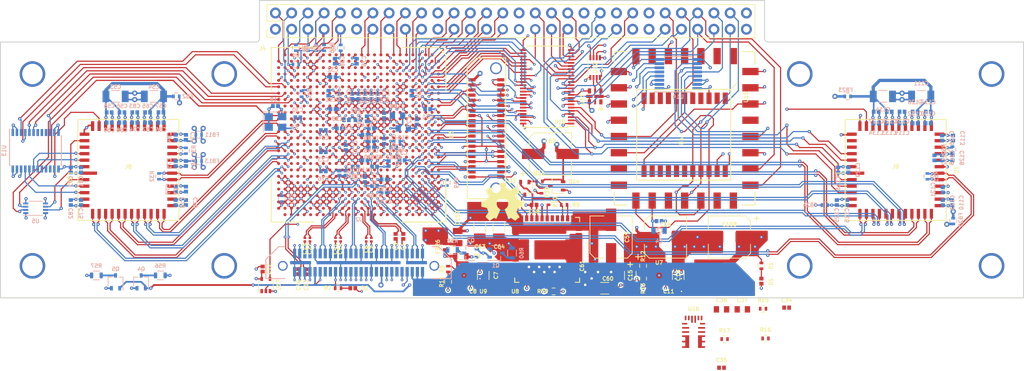
<source format=kicad_pcb>
(kicad_pcb (version 20171130) (host pcbnew 5.0.0-rc2-dev-unknown-d41e64b~65~ubuntu16.04.1)
  (layers (0 F.Cu signal) (1 In1.Cu signal hide) (2 In2.Cu signal) (3 In3.Cu signal hide) (4 In4.Cu signal hide) (31 B.Cu signal) (34 B.Paste user hide) (35 F.Paste user hide) (36 B.SilkS user) (37 F.SilkS user) (38 B.Mask user) (39 F.Mask user) (44 Edge.Cuts user))
  (net 0 "")
  (net 1 GND)
  (net 2 +3V3)
  (net 3 FPGA_CONFIG_DCLK)
  (net 4 PCIE_REFCLK-)
  (net 5 PCIE_REFCLK+)
  (net 6 PCIE_LANE0_RX-)
  (net 7 PCIE_LANE0_RX+)
  (net 8 PCIE_LANE1_RX-)
  (net 9 PCIE_LANE1_RX+)
  (net 10 PCIE_LANE1_TX-)
  (net 11 PCIE_LANE1_TX+)
  (net 12 PCIE_LANE0_TX-)
  (net 13 PCIE_LANE0_TX+)
  (net 14 FPGA_NCONFIG)
  (net 15 FPGA_CONF_DONE)
  (net 16 FPGA_NSTATUS)
  (net 17 +12V)
  (net 18 CAM2_CLKIN+)
  (net 19 CAM2_CLKIN-)
  (net 20 CAM2_CLKOUT+)
  (net 21 CAM2_CLKOUT-)
  (net 22 CAM1_CLKIN+)
  (net 23 CAM1_CLKIN-)
  (net 24 CAM1_CLKOUT+)
  (net 25 CAM1_CLKOUT-)
  (net 26 CAM2_DOUT3+)
  (net 27 CAM2_DOUT3-)
  (net 28 CAM2_DOUT2+)
  (net 29 CAM2_DOUT2-)
  (net 30 CAM2_DOUT1+)
  (net 31 CAM2_DOUT1-)
  (net 32 CAM2_DOUT0+)
  (net 33 CAM2_DOUT0-)
  (net 34 CAM1_DOUT3+)
  (net 35 CAM1_DOUT3-)
  (net 36 CAM1_DOUT2+)
  (net 37 CAM1_DOUT2-)
  (net 38 CAM1_DOUT1+)
  (net 39 CAM1_DOUT1-)
  (net 40 CAM1_DOUT0+)
  (net 41 CAM1_DOUT0-)
  (net 42 +1V8)
  (net 43 JETSON_CARRIER_PWR_ON)
  (net 44 CAM1_SYNC-)
  (net 45 CAM1_SYNC+)
  (net 46 CAM2_SYNC-)
  (net 47 CAM2_SYNC+)
  (net 48 /power/AGND)
  (net 49 "Net-(R10-Pad1)")
  (net 50 "Net-(R9-Pad1)")
  (net 51 "Net-(C58-Pad1)")
  (net 52 "Net-(U1-Pad45)")
  (net 53 "Net-(U1-Pad44)")
  (net 54 "Net-(U2-Pad45)")
  (net 55 FPGA_CONFIG_DATA0)
  (net 56 PCIE_RST_3V3)
  (net 57 /imagers/CAM2_VDDPIX)
  (net 58 "Net-(R35-Pad1)")
  (net 59 /imagers/CAM2_1V8)
  (net 60 /imagers/CAM2_3V3)
  (net 61 /power/PH)
  (net 62 "Net-(Q3-Pad3)")
  (net 63 "Net-(R34-Pad2)")
  (net 64 JETSON_RESET_OUT)
  (net 65 /power/PG_GRP1)
  (net 66 /power/~PWR_EN_GRP1)
  (net 67 /imagers/CAM1_3V3)
  (net 68 /imagers/CAM1_VDDPIX)
  (net 69 /imagers/CAM1_1V8)
  (net 70 "Net-(R62-Pad1)")
  (net 71 /fpga_power/VCC_GXBL)
  (net 72 /fpga_power/RREF_TL)
  (net 73 /fpga_pcie/REFCLK-)
  (net 74 /fpga_pcie/GXB_TX_L0+)
  (net 75 /fpga_pcie/GXB_TX_L1+)
  (net 76 /fpga_pcie/GXB_TX_L1-)
  (net 77 /fpga_pcie/GXB_TX_L0-)
  (net 78 /fpga_pcie/REFCLK+)
  (net 79 /fpga_io/PCIE_RST_1V8)
  (net 80 1V03)
  (net 81 /fpga_power/RREF_BL)
  (net 82 /fpga_io/CLK100)
  (net 83 0V9)
  (net 84 /fpga_power/VCCA)
  (net 85 DISCHARGE)
  (net 86 "Net-(U4-Pad8)")
  (net 87 "Net-(U4-Pad11)")
  (net 88 "Net-(U4-Pad14)")
  (net 89 "Net-(U4-Pad15)")
  (net 90 "Net-(U4-Pad20)")
  (net 91 "Net-(U4-Pad24)")
  (net 92 "Net-(U4-Pad25)")
  (net 93 "Net-(U4-Pad26)")
  (net 94 "Net-(U4-Pad27)")
  (net 95 "Net-(U4-Pad29)")
  (net 96 PCIE_LANE2_RX+)
  (net 97 PCIE_LANE2_RX-)
  (net 98 PCIE_LANE2_TX+)
  (net 99 PCIE_LANE2_TX-)
  (net 100 PCIE_LANE3_RX+)
  (net 101 PCIE_LANE3_RX-)
  (net 102 PCIE_LANE3_TX+)
  (net 103 PCIE_LANE3_TX-)
  (net 104 /fpga_pcie/GXB_TX_L3-)
  (net 105 /fpga_pcie/GXB_TX_L2-)
  (net 106 /fpga_pcie/GXB_TX_L2+)
  (net 107 /fpga_pcie/GXB_TX_L3+)
  (net 108 "Net-(U3-PadL1)")
  (net 109 "Net-(U3-PadR1)")
  (net 110 "Net-(U3-PadT1)")
  (net 111 "Net-(U3-PadU1)")
  (net 112 "Net-(U3-PadV1)")
  (net 113 "Net-(U3-PadF2)")
  (net 114 "Net-(U3-PadJ2)")
  (net 115 "Net-(U3-PadK2)")
  (net 116 "Net-(U3-PadL2)")
  (net 117 "Net-(U3-PadN2)")
  (net 118 "Net-(U3-PadP2)")
  (net 119 "Net-(U3-PadR2)")
  (net 120 "Net-(U3-PadT2)")
  (net 121 "Net-(U3-PadV2)")
  (net 122 "Net-(U3-PadW2)")
  (net 123 "Net-(U3-PadAC2)")
  (net 124 "Net-(U3-PadAD2)")
  (net 125 "Net-(U3-PadAE2)")
  (net 126 "Net-(U3-PadH3)")
  (net 127 "Net-(U3-PadJ3)")
  (net 128 "Net-(U3-PadL3)")
  (net 129 "Net-(U3-PadM3)")
  (net 130 "Net-(U3-PadN3)")
  (net 131 "Net-(U3-PadP3)")
  (net 132 "Net-(U3-PadT3)")
  (net 133 "Net-(U3-PadU3)")
  (net 134 "Net-(U3-PadV3)")
  (net 135 "Net-(U3-PadW3)")
  (net 136 "Net-(U3-PadAB3)")
  (net 137 "Net-(U3-PadAC3)")
  (net 138 "Net-(U3-PadAF3)")
  (net 139 "Net-(U3-PadG4)")
  (net 140 "Net-(U3-PadJ4)")
  (net 141 "Net-(U3-PadK4)")
  (net 142 "Net-(U3-PadL4)")
  (net 143 "Net-(U3-PadM4)")
  (net 144 "Net-(U3-PadP4)")
  (net 145 "Net-(U3-PadR4)")
  (net 146 "Net-(U3-PadT4)")
  (net 147 "Net-(U3-PadU4)")
  (net 148 "Net-(U3-PadY4)")
  (net 149 "Net-(U3-PadAB4)")
  (net 150 "Net-(U3-PadAE4)")
  (net 151 "Net-(U3-PadAF4)")
  (net 152 "Net-(U3-PadG5)")
  (net 153 "Net-(U3-PadH5)")
  (net 154 "Net-(U3-PadJ5)")
  (net 155 "Net-(U3-PadK5)")
  (net 156 "Net-(U3-PadM5)")
  (net 157 "Net-(U3-PadN5)")
  (net 158 "Net-(U3-PadP5)")
  (net 159 "Net-(U3-PadR5)")
  (net 160 "Net-(U3-PadU5)")
  (net 161 "Net-(U3-PadV5)")
  (net 162 "Net-(U3-PadAB5)")
  (net 163 "Net-(U3-PadAC5)")
  (net 164 "Net-(U3-PadAD5)")
  (net 165 "Net-(U3-PadH6)")
  (net 166 "Net-(U3-PadK6)")
  (net 167 "Net-(U3-PadL6)")
  (net 168 "Net-(U3-PadM6)")
  (net 169 "Net-(U3-PadN6)")
  (net 170 "Net-(U3-PadT6)")
  (net 171 "Net-(U3-PadU6)")
  (net 172 "Net-(U3-PadV6)")
  (net 173 "Net-(U3-PadY6)")
  (net 174 "Net-(U3-PadAB6)")
  (net 175 "Net-(U3-PadAC6)")
  (net 176 "Net-(U3-PadF7)")
  (net 177 "Net-(U3-PadH7)")
  (net 178 "Net-(U3-PadK7)")
  (net 179 "Net-(U3-PadL7)")
  (net 180 "Net-(U3-PadN7)")
  (net 181 "Net-(U3-PadP7)")
  (net 182 "Net-(U3-PadR7)")
  (net 183 "Net-(U3-PadT7)")
  (net 184 "Net-(U3-PadV7)")
  (net 185 "Net-(U3-PadW7)")
  (net 186 "Net-(U3-PadY7)")
  (net 187 "Net-(U3-PadAA7)")
  (net 188 "Net-(U3-PadAC7)")
  (net 189 "Net-(U3-PadAD7)")
  (net 190 "Net-(U3-PadF8)")
  (net 191 "Net-(U3-PadV8)")
  (net 192 "Net-(U3-PadW8)")
  (net 193 "Net-(U3-PadAA8)")
  (net 194 "Net-(U3-PadAC8)")
  (net 195 "Net-(U3-PadW9)")
  (net 196 "Net-(U3-PadAA9)")
  (net 197 "Net-(U3-PadAB9)")
  (net 198 "Net-(U3-PadAD9)")
  (net 199 "Net-(U3-PadAE9)")
  (net 200 "Net-(U3-PadAF9)")
  (net 201 "Net-(U3-PadG10)")
  (net 202 "Net-(U3-PadH10)")
  (net 203 "Net-(U3-PadR10)")
  (net 204 "Net-(U3-PadW10)")
  (net 205 "Net-(U3-PadAB10)")
  (net 206 "Net-(U3-PadAC10)")
  (net 207 "Net-(U3-PadAD10)")
  (net 208 "Net-(U3-PadAE10)")
  (net 209 "Net-(U3-PadF11)")
  (net 210 "Net-(U3-PadG11)")
  (net 211 "Net-(U3-PadR11)")
  (net 212 "Net-(U3-PadY11)")
  (net 213 "Net-(U3-PadAA11)")
  (net 214 "Net-(U3-PadAB11)")
  (net 215 "Net-(U3-PadAC11)")
  (net 216 "Net-(U3-PadF12)")
  (net 217 "Net-(U3-PadH12)")
  (net 218 "Net-(U3-PadW12)")
  (net 219 "Net-(U3-PadY12)")
  (net 220 "Net-(U3-PadAA12)")
  (net 221 "Net-(U3-PadAC12)")
  (net 222 "Net-(U3-PadAD12)")
  (net 223 "Net-(U3-PadAE12)")
  (net 224 "Net-(U3-PadF13)")
  (net 225 "Net-(U3-PadG13)")
  (net 226 "Net-(U3-PadH13)")
  (net 227 "Net-(U3-PadJ13)")
  (net 228 "Net-(U3-PadV13)")
  (net 229 "Net-(U3-PadW13)")
  (net 230 "Net-(U3-PadAA13)")
  (net 231 "Net-(U3-PadAB13)")
  (net 232 "Net-(U3-PadAD13)")
  (net 233 "Net-(U3-PadF14)")
  (net 234 "Net-(U3-PadG14)")
  (net 235 "Net-(U3-PadJ14)")
  (net 236 "Net-(U3-PadK14)")
  (net 237 "Net-(U3-PadW14)")
  (net 238 "Net-(U3-PadY14)")
  (net 239 "Net-(U3-PadAA14)")
  (net 240 "Net-(U3-PadAB14)")
  (net 241 "Net-(U3-PadAE14)")
  (net 242 "Net-(U3-PadG15)")
  (net 243 "Net-(U3-PadH15)")
  (net 244 "Net-(U3-PadJ15)")
  (net 245 "Net-(U3-PadW15)")
  (net 246 "Net-(U3-PadY15)")
  (net 247 "Net-(U3-PadAB15)")
  (net 248 "Net-(U3-PadAC15)")
  (net 249 "Net-(U3-PadAE15)")
  (net 250 "Net-(U3-PadE16)")
  (net 251 "Net-(U3-PadF16)")
  (net 252 "Net-(U3-PadG16)")
  (net 253 "Net-(U3-PadH16)")
  (net 254 "Net-(U3-PadV16)")
  (net 255 "Net-(U3-PadY16)")
  (net 256 "Net-(U3-PadAA16)")
  (net 257 "Net-(U3-PadAB16)")
  (net 258 "Net-(U3-PadAC16)")
  (net 259 "Net-(U3-PadD17)")
  (net 260 "Net-(U3-PadE17)")
  (net 261 "Net-(U3-PadF17)")
  (net 262 "Net-(U3-PadJ17)")
  (net 263 "Net-(U3-PadW17)")
  (net 264 "Net-(U3-PadY17)")
  (net 265 "Net-(U3-PadAA17)")
  (net 266 "Net-(U3-PadAC17)")
  (net 267 "Net-(U3-PadD18)")
  (net 268 "Net-(U3-PadF18)")
  (net 269 "Net-(U3-PadG18)")
  (net 270 "Net-(U3-PadH18)")
  (net 271 "Net-(U3-PadJ18)")
  (net 272 "Net-(U3-PadM18)")
  (net 273 "Net-(U3-PadV18)")
  (net 274 "Net-(U3-PadW18)")
  (net 275 "Net-(U3-PadAA18)")
  (net 276 "Net-(U3-PadAB18)")
  (net 277 "Net-(U3-PadAC18)")
  (net 278 "Net-(U3-PadAD18)")
  (net 279 "Net-(U3-PadF19)")
  (net 280 "Net-(U3-PadG19)")
  (net 281 "Net-(U3-PadJ19)")
  (net 282 "Net-(U3-PadK19)")
  (net 283 "Net-(U3-PadL19)")
  (net 284 "Net-(U3-PadM19)")
  (net 285 "Net-(U3-PadP19)")
  (net 286 "Net-(U3-PadR19)")
  (net 287 "Net-(U3-PadT19)")
  (net 288 "Net-(U3-PadU19)")
  (net 289 "Net-(U3-PadW19)")
  (net 290 "Net-(U3-PadY19)")
  (net 291 "Net-(U3-PadAA19)")
  (net 292 "Net-(U3-PadAB19)")
  (net 293 "Net-(U3-PadAD19)")
  (net 294 "Net-(U3-PadD20)")
  (net 295 "Net-(U3-PadE20)")
  (net 296 "Net-(U3-PadG20)")
  (net 297 "Net-(U3-PadH20)")
  (net 298 "Net-(U3-PadW20)")
  (net 299 "Net-(U3-PadY20)")
  (net 300 "Net-(U3-PadAB20)")
  (net 301 "Net-(U3-PadAC20)")
  (net 302 "Net-(U3-PadAD20)")
  (net 303 "Net-(U3-PadH21)")
  (net 304 "Net-(U3-PadY21)")
  (net 305 "Net-(U3-PadAA21)")
  (net 306 "Net-(U3-PadAB21)")
  (net 307 "Net-(U3-PadAC21)")
  (net 308 "Net-(U3-PadAF21)")
  (net 309 "Net-(U3-PadAF22)")
  (net 310 "Net-(U3-PadC25)")
  (net 311 "Net-(U3-PadE25)")
  (net 312 "Net-(U3-PadG25)")
  (net 313 "Net-(U3-PadJ25)")
  (net 314 "Net-(U3-PadC26)")
  (net 315 "Net-(U3-PadE26)")
  (net 316 "Net-(U3-PadG26)")
  (net 317 "Net-(U3-PadJ26)")
  (net 318 "Net-(J2-Pad20)")
  (net 319 "Net-(U3-PadW25)")
  (net 320 "Net-(U3-PadAA25)")
  (net 321 "Net-(U3-PadAC25)")
  (net 322 "Net-(U3-PadAE25)")
  (net 323 "Net-(U3-PadW26)")
  (net 324 "Net-(U3-PadAA26)")
  (net 325 "Net-(U3-PadAC26)")
  (net 326 "Net-(U3-PadAE26)")
  (net 327 FPGA_TMS)
  (net 328 FPGA_TCK)
  (net 329 FPGA_TDI)
  (net 330 FPGA_TDO)
  (net 331 3V3_ALWAYS_ON)
  (net 332 "Net-(D1-Pad2)")
  (net 333 TX2_LED)
  (net 334 "Net-(D2-Pad2)")
  (net 335 +5V)
  (net 336 "Net-(U8-Pad4)")
  (net 337 "Net-(U8-Pad5)")
  (net 338 "Net-(U8-Pad6)")
  (net 339 "Net-(U8-Pad7)")
  (net 340 "Net-(U8-Pad9)")
  (net 341 "Net-(U8-Pad24)")
  (net 342 "Net-(U8-Pad25)")
  (net 343 "Net-(U9-Pad7)")
  (net 344 "Net-(R11-Pad1)")
  (net 345 "Net-(C8-Pad1)")
  (net 346 "Net-(R12-Pad2)")
  (net 347 "Net-(C11-Pad1)")
  (net 348 "Net-(U4-Pad7)")
  (net 349 "Net-(U11-Pad2)")
  (net 350 "Net-(U11-Pad3)")
  (net 351 /fpga_io/LED_DI_5V)
  (net 352 /fpga_io/LED_CI_5V)
  (net 353 /fpga_io/LED_DI_1V8)
  (net 354 /fpga_io/LED_CI_1V8)
  (net 355 "Net-(U13-Pad17)")
  (net 356 "Net-(U13-Pad16)")
  (net 357 "Net-(U13-Pad15)")
  (net 358 "Net-(U13-Pad9)")
  (net 359 "Net-(U13-Pad8)")
  (net 360 "Net-(U13-Pad7)")
  (net 361 CAM2_MISO_3V3)
  (net 362 CAM2_MOSI_3V3)
  (net 363 CAM2_SCK_3V3)
  (net 364 CAM2_TRG_3V3)
  (net 365 CAM2_RST_3V3)
  (net 366 CAM2_CS_3V3)
  (net 367 /fpga_io/HSEXP_2-)
  (net 368 /fpga_io/HSEXP_2+)
  (net 369 /fpga_io/HSEXP_1-)
  (net 370 /fpga_io/HSEXP_1+)
  (net 371 /fpga_io/HSEXP_0-)
  (net 372 /fpga_io/HSEXP_0+)
  (net 373 /fpga_io/HSEXP_5+)
  (net 374 /fpga_io/HSEXP_5-)
  (net 375 /fpga_io/HSEXP_4+)
  (net 376 /fpga_io/HSEXP_4-)
  (net 377 /fpga_io/HSEXP_3+)
  (net 378 /fpga_io/HSEXP_3-)
  (net 379 /fpga_io/HSEXP_6-)
  (net 380 /fpga_io/HSEXP_6+)
  (net 381 /fpga_io/HSEXP_7-)
  (net 382 /fpga_io/HSEXP_7+)
  (net 383 /fpga_io/HSEXP16)
  (net 384 /fpga_io/HSEXP15)
  (net 385 /fpga_io/HSEXP14)
  (net 386 /fpga_io/HSEXP13)
  (net 387 /fpga_io/HSEXP12)
  (net 388 /fpga_io/HSEXP11)
  (net 389 /fpga_io/HSEXP10)
  (net 390 /fpga_io/HSEXP9)
  (net 391 /fpga_io/HSEXP8)
  (net 392 /fpga_io/IMU_MOSI_1V8)
  (net 393 /fpga_io/IMU_SCK_1V8)
  (net 394 CAM1_CS_3V3)
  (net 395 CAM1_RST_3V3)
  (net 396 CAM1_TRG_3V3)
  (net 397 CAM1_SCK_3V3)
  (net 398 CAM1_MISO_3V3)
  (net 399 CAM1_MOSI_3V3)
  (net 400 /fpga_io/LSEXP_0)
  (net 401 /fpga_io/LSEXP_1)
  (net 402 /fpga_io/LSEXP_7)
  (net 403 /fpga_io/LSEXP_6)
  (net 404 /fpga_io/LSEXP_5)
  (net 405 /fpga_io/LSEXP_4)
  (net 406 /fpga_io/LSEXP_3)
  (net 407 /fpga_io/LSEXP_2)
  (net 408 /fpga_io/LSEXP_15)
  (net 409 /fpga_io/LSEXP_14)
  (net 410 /fpga_io/LSEXP_13)
  (net 411 /fpga_io/LSEXP_12)
  (net 412 /fpga_io/LSEXP_11)
  (net 413 /fpga_io/LSEXP_10)
  (net 414 /fpga_io/LSEXP_9)
  (net 415 /fpga_io/LSEXP_8)
  (net 416 /fpga_io/IMU_NRST_1V8)
  (net 417 /fpga_io/IMU_SYNC_IN_1V8)
  (net 418 /fpga_io/IMU_CS_1V8)
  (net 419 /fpga_io/CAM1_TRG_1V8)
  (net 420 /fpga_io/CAM1_SCK_1V8)
  (net 421 /fpga_io/CAM1_RST_1V8)
  (net 422 /fpga_io/CAM1_CS_1V8)
  (net 423 /fpga_io/CAM1_MOSI_1V8)
  (net 424 /fpga_io/LSEXP_HV_5_1V8)
  (net 425 /fpga_io/LSEXP_HV_4_1V8)
  (net 426 /fpga_io/LSEXP_HV_3_1V8)
  (net 427 /fpga_io/LSEXP_HV_2_1V8)
  (net 428 /fpga_io/LSEXP_HV_1_1V8)
  (net 429 /fpga_io/LSEXP_HV_0_1V8)
  (net 430 /fpga_io/LSEXP_HV_0)
  (net 431 /fpga_io/LSEXP_HV_1)
  (net 432 /fpga_io/LSEXP_HV_2)
  (net 433 /fpga_io/LSEXP_HV_3)
  (net 434 /fpga_io/LSEXP_HV_4)
  (net 435 /fpga_io/LSEXP_HV_5)
  (net 436 /fpga_io/CAM2_MISO_1V8)
  (net 437 /fpga_io/CAM2_TRG_1V8)
  (net 438 /fpga_io/CAM2_RST_1V8)
  (net 439 /fpga_io/CAM2_CS_1V8)
  (net 440 /fpga_io/CAM2_MOSI_1V8)
  (net 441 /fpga_io/CAM2_SCK_1V8)
  (net 442 /fpga_io/IMU_SYNC_OUT_1V8)
  (net 443 /fpga_io/IMU_MISO_1V8)
  (net 444 /fpga_io/CAM1_MISO_1V8)
  (net 445 IMU_TX1_3V3)
  (net 446 IMU_RX1_3V3)
  (net 447 IMU_TX2_3V3)
  (net 448 IMU_RX2_3V3)
  (net 449 IMU_SYNC_OUT_3V3)
  (net 450 IMU_SCK_3V3)
  (net 451 IMU_MOSI_3V3)
  (net 452 IMU_MISO_3V3)
  (net 453 IMU_NRST_3V3)
  (net 454 IMU_SYNC_IN_3V3)
  (net 455 IMU_CS_3V3)
  (net 456 "Net-(J2-Pad38)")
  (net 457 "Net-(J2-Pad40)")
  (net 458 "Net-(U3-PadB10)")
  (net 459 "Net-(U3-PadB9)")
  (net 460 "Net-(U3-PadC10)")
  (net 461 "Net-(U3-PadB8)")
  (net 462 "Net-(U15-Pad1)")
  (net 463 "Net-(U15-Pad2)")
  (net 464 "Net-(U15-Pad4)")
  (net 465 "Net-(U15-Pad5)")
  (net 466 "Net-(U15-Pad10)")
  (net 467 "Net-(U15-Pad13)")
  (net 468 "Net-(U15-Pad14)")
  (net 469 "Net-(U15-Pad15)")
  (net 470 "Net-(U15-Pad16)")
  (net 471 "Net-(U15-Pad17)")
  (net 472 "Net-(U15-Pad8)")
  (net 473 "Net-(U15-Pad9)")
  (net 474 "Net-(J4-Pad44)")
  (net 475 "Net-(U3-PadE10)")
  (net 476 "Net-(U3-PadD9)")
  (net 477 "Net-(U3-PadE7)")
  (net 478 "Net-(Q1-Pad3)")
  (net 479 "Net-(Q2-Pad3)")
  (net 480 "Net-(Q5-Pad3)")
  (net 481 "Net-(Q4-Pad3)")
  (net 482 CAM2_MONITOR)
  (net 483 /fpga_io/CAM2_MONITOR_1V8)
  (net 484 /fpga_io/IMU_TX1_1V8)
  (net 485 "Net-(J2-Pad12)")
  (net 486 "Net-(C7-Pad2)")
  (net 487 "Net-(U16-Pad2)")
  (net 488 "Net-(U16-Pad11)")
  (net 489 "Net-(U16-Pad10)")
  (net 490 "Net-(U16-Pad15)")
  (net 491 "Net-(U16-Pad18)")
  (net 492 "Net-(C35-Pad2)")
  (net 493 "Net-(R17-Pad1)")
  (net 494 "Net-(C34-Pad1)")
  (net 495 "Net-(R16-Pad2)")
  (module Capacitor_SMD:C_0402_1005Metric (layer F.Cu) (at 181.445952 108.5375)
    (fp_text reference C34 (at 0 -1.18) (layer F.SilkS) (effects (font (size 0.6 0.6) (thickness 0.127))))
    (fp_text value 470p)
    (pad 2 smd rect (at 0.3875 0) (size 0.575 0.65) (layers F.Cu F.Paste F.Mask) (net 1 GND))
    (pad 1 smd rect (at -0.3875 0) (size 0.575 0.65) (layers F.Cu F.Paste F.Mask) (net 494 "Net-(C34-Pad1)"))
  )
  (module Capacitor_SMD:C_0402_1005Metric (layer F.Cu) (at 171.267381 117.9375)
    (fp_text reference C35 (at 0 -1.18) (layer F.SilkS) (effects (font (size 0.6 0.6) (thickness 0.127))))
    (fp_text value 22p)
    (pad 1 smd rect (at -0.3875 0) (size 0.575 0.65) (layers F.Cu F.Paste F.Mask) (net 2 +3V3))
    (pad 2 smd rect (at 0.3875 0) (size 0.575 0.65) (layers F.Cu F.Paste F.Mask) (net 492 "Net-(C35-Pad2)"))
  )
  (module Capacitor_SMD:C_0603_1608Metric (layer F.Cu) (at 174.517381 108.8075)
    (fp_text reference C37 (at 0 -1.45) (layer F.SilkS) (effects (font (size 0.6 0.6) (thickness 0.127))))
    (fp_text value 22u)
    (pad 2 smd rect (at 0.8 0) (size 0.82 1) (layers F.Cu F.Paste F.Mask) (net 1 GND))
    (pad 1 smd rect (at -0.8 0) (size 0.82 1) (layers F.Cu F.Paste F.Mask) (net 2 +3V3))
  )
  (module Capacitor_SMD:C_0603_1608Metric (layer F.Cu) (at 171.267381 108.8075)
    (fp_text reference C36 (at 0 -1.45) (layer F.SilkS) (effects (font (size 0.6 0.6) (thickness 0.127))))
    (fp_text value 22u)
    (pad 1 smd rect (at -0.8 0) (size 0.82 1) (layers F.Cu F.Paste F.Mask) (net 2 +3V3))
    (pad 2 smd rect (at 0.8 0) (size 0.82 1) (layers F.Cu F.Paste F.Mask) (net 1 GND))
  )
  (module DCDC:MPM3630 (layer F.Cu) (at 166.9 112.6)
    (fp_text reference U16 (at 0 -3.8575) (layer F.SilkS) (effects (font (size 0.6 0.6) (thickness 0.127))))
    (fp_text value MPM3630)
    (pad 1 smd rect (at -1.4 -1.55) (size 0.8 0.25) (layers F.Cu F.Paste F.Mask) (net 492 "Net-(C35-Pad2)"))
    (pad 2 smd rect (at -1.25 -0.9) (size 1.1 0.25) (layers F.Cu F.Paste F.Mask) (net 487 "Net-(U16-Pad2)"))
    (pad 3 smd rect (at -1.25 -0.25) (size 1.1 0.25) (layers F.Cu F.Paste F.Mask) (net 495 "Net-(R16-Pad2)"))
    (pad 4 smd rect (at -1.25 0.4) (size 1.1 0.25) (layers F.Cu F.Paste F.Mask) (net 493 "Net-(R17-Pad1)"))
    (pad 5 smd rect (at -1.25 1.25) (size 1.1 0.25) (layers F.Cu F.Paste F.Mask) (net 493 "Net-(R17-Pad1)"))
    (pad 6 smd rect (at -1.25 2.1) (size 1.1 0.25) (layers F.Cu F.Paste F.Mask) (net 493 "Net-(R17-Pad1)"))
    (pad 5 smd rect (at -1 1.25) (size 0.6 1.95) (layers F.Cu F.Paste F.Mask) (net 493 "Net-(R17-Pad1)"))
    (pad 12 smd rect (at 1.4 -1.55) (size 0.8 0.25) (layers F.Cu F.Paste F.Mask) (net 1 GND))
    (pad 8 smd rect (at 1 1.25) (size 0.6 1.95) (layers F.Cu F.Paste F.Mask) (net 2 +3V3))
    (pad 7 smd rect (at 1.25 2.1) (size 1.1 0.25) (layers F.Cu F.Paste F.Mask) (net 2 +3V3))
    (pad 11 smd rect (at 1.25 -0.9) (size 1.1 0.25) (layers F.Cu F.Paste F.Mask) (net 488 "Net-(U16-Pad11)"))
    (pad 9 smd rect (at 1.25 0.4) (size 1.1 0.25) (layers F.Cu F.Paste F.Mask) (net 2 +3V3))
    (pad 8 smd rect (at 1.25 1.25) (size 1.1 0.25) (layers F.Cu F.Paste F.Mask) (net 2 +3V3))
    (pad 10 smd rect (at 1.25 -0.25) (size 1.1 0.25) (layers F.Cu F.Paste F.Mask) (net 489 "Net-(U16-Pad10)"))
    (pad 13 smd rect (at 1.25 -2.45) (size 0.25 0.7) (layers F.Cu F.Paste F.Mask) (net 1 GND))
    (pad 14 smd rect (at 0.75 -2.45) (size 0.25 0.7) (layers F.Cu F.Paste F.Mask) (net 1 GND))
    (pad 15 smd rect (at 0.25 -2.25) (size 0.25 1.1) (layers F.Cu F.Paste F.Mask) (net 490 "Net-(U16-Pad15)"))
    (pad 16 smd rect (at -0.25 -2.25) (size 0.25 1.1) (layers F.Cu F.Paste F.Mask) (net 17 +12V))
    (pad 17 smd rect (at -0.75 -2.45) (size 0.25 0.7) (layers F.Cu F.Paste F.Mask) (net 65 /power/PG_GRP1))
    (pad 18 smd rect (at -1.25 -2.45) (size 0.25 0.7) (layers F.Cu F.Paste F.Mask) (net 491 "Net-(U16-Pad18)"))
  )
  (module Resistors_SMD:R_0402 (layer F.Cu) (at 178.148333 113.3575)
    (fp_text reference R16 (at 0 -1.35) (layer F.SilkS) (effects (font (size 0.6 0.6) (thickness 0.127))))
    (fp_text value 11k3)
    (pad 2 smd rect (at 0.45 0) (size 0.4 0.6) (layers F.Cu F.Paste F.Mask) (net 495 "Net-(R16-Pad2)"))
    (pad 1 smd rect (at -0.45 0) (size 0.4 0.6) (layers F.Cu F.Paste F.Mask) (net 492 "Net-(C35-Pad2)"))
  )
  (module Resistors_SMD:R_0402 (layer F.Cu) (at 171.743571 113.4575)
    (fp_text reference R17 (at 0 -1.35) (layer F.SilkS) (effects (font (size 0.6 0.6) (thickness 0.127))))
    (fp_text value 4R99)
    (pad 1 smd rect (at -0.45 0) (size 0.4 0.6) (layers F.Cu F.Paste F.Mask) (net 493 "Net-(R17-Pad1)"))
    (pad 2 smd rect (at 0.45 0) (size 0.4 0.6) (layers F.Cu F.Paste F.Mask) (net 494 "Net-(C34-Pad1)"))
  )
  (module Resistors_SMD:R_0402 (layer F.Cu) (at 177.767381 108.7075)
    (fp_text reference R15 (at 0 -1.35) (layer F.SilkS) (effects (font (size 0.6 0.6) (thickness 0.127))))
    (fp_text value 51k)
    (pad 2 smd rect (at 0.45 0) (size 0.4 0.6) (layers F.Cu F.Paste F.Mask) (net 492 "Net-(C35-Pad2)"))
    (pad 1 smd rect (at -0.45 0) (size 0.4 0.6) (layers F.Cu F.Paste F.Mask) (net 2 +3V3))
  )
  (module Resistors_SMD:R_0402 (layer F.Cu) (at 142.8 88.8)
    (fp_text reference R14 (at 0 -1.35) (layer F.SilkS) (effects (font (size 0.6 0.6) (thickness 0.127))))
    (fp_text value 10k)
    (pad 2 smd rect (at 0.45 0) (size 0.4 0.6) (layers F.Cu F.Paste F.Mask) (net 1 GND))
    (pad 1 smd rect (at -0.45 0) (size 0.4 0.6) (layers F.Cu F.Paste F.Mask) (net 66 /power/~PWR_EN_GRP1))
  )
  (module TO_SOT_Packages_SMD:SOT-323_SC-70 (layer F.Cu) (at 140.5 89.9 270)
    (fp_text reference Q3 (at -1.2 2) (layer F.SilkS) (effects (font (size 0.6 0.6) (thickness 0.127))))
    (fp_text value NTS4001NT1G)
    (pad 3 smd rect (at 1 0 180) (size 0.45 0.7) (layers F.Cu F.Paste F.Mask) (net 62 "Net-(Q3-Pad3)"))
    (pad 2 smd rect (at -1 0.65 180) (size 0.45 0.7) (layers F.Cu F.Paste F.Mask) (net 48 /power/AGND))
    (pad 1 smd rect (at -1 -0.65 180) (size 0.45 0.7) (layers F.Cu F.Paste F.Mask) (net 66 /power/~PWR_EN_GRP1))
  )
  (module Capacitor_SMD:C_0402_1005Metric (layer F.Cu) (at 120.3 97.4 90)
    (fp_text reference C3 (at -1.6 0 90) (layer F.SilkS) (effects (font (size 0.6 0.6) (thickness 0.127))))
    (fp_text value 100n)
    (pad 2 smd rect (at 0.3875 0 90) (size 0.575 0.65) (layers F.Cu F.Paste F.Mask) (net 104 /fpga_pcie/GXB_TX_L3-))
    (pad 1 smd rect (at -0.3875 0 90) (size 0.575 0.65) (layers F.Cu F.Paste F.Mask) (net 103 PCIE_LANE3_TX-))
  )
  (module Capacitor_SMD:C_0402_1005Metric (layer F.Cu) (at 121.5 97.4 90)
    (fp_text reference C1 (at -1.6 0 90) (layer F.SilkS) (effects (font (size 0.6 0.6) (thickness 0.127))))
    (fp_text value 100n)
    (pad 1 smd rect (at -0.3875 0 90) (size 0.575 0.65) (layers F.Cu F.Paste F.Mask) (net 102 PCIE_LANE3_TX+))
    (pad 2 smd rect (at 0.3875 0 90) (size 0.575 0.65) (layers F.Cu F.Paste F.Mask) (net 107 /fpga_pcie/GXB_TX_L3+))
  )
  (module Capacitor_SMD:C_0402_1005Metric (layer B.Cu) (at 109 80.8)
    (fp_text reference C24 (at 0 1.18) (layer B.SilkS) (effects (font (size 0.6 0.6) (thickness 0.127)) (justify mirror)))
    (fp_text value 22n)
    (pad 1 smd rect (at -0.3875 0) (size 0.575 0.65) (layers B.Cu B.Paste B.Mask) (net 42 +1V8))
    (pad 2 smd rect (at 0.3875 0) (size 0.575 0.65) (layers B.Cu B.Paste B.Mask) (net 1 GND))
  )
  (module Capacitor_SMD:C_0402_1005Metric (layer B.Cu) (at 115.8 79 270)
    (fp_text reference C20 (at 0 1.18 270) (layer B.SilkS) (effects (font (size 0.6 0.6) (thickness 0.127)) (justify mirror)))
    (fp_text value 22n)
    (pad 2 smd rect (at 0.3875 0 270) (size 0.575 0.65) (layers B.Cu B.Paste B.Mask) (net 1 GND))
    (pad 1 smd rect (at -0.3875 0 270) (size 0.575 0.65) (layers B.Cu B.Paste B.Mask) (net 42 +1V8))
  )
  (module Capacitor_SMD:C_0402_1005Metric (layer B.Cu) (at 109 84.2)
    (fp_text reference C23 (at 0 1.18) (layer B.SilkS) (effects (font (size 0.6 0.6) (thickness 0.127)) (justify mirror)))
    (fp_text value 22n)
    (pad 1 smd rect (at -0.3875 0) (size 0.575 0.65) (layers B.Cu B.Paste B.Mask) (net 42 +1V8))
    (pad 2 smd rect (at 0.3875 0) (size 0.575 0.65) (layers B.Cu B.Paste B.Mask) (net 1 GND))
  )
  (module Capacitor_SMD:C_0402_1005Metric (layer B.Cu) (at 112.6 79.2)
    (fp_text reference C21 (at 0 1.18) (layer B.SilkS) (effects (font (size 0.6 0.6) (thickness 0.127)) (justify mirror)))
    (fp_text value 22n)
    (pad 2 smd rect (at 0.3875 0) (size 0.575 0.65) (layers B.Cu B.Paste B.Mask) (net 1 GND))
    (pad 1 smd rect (at -0.3875 0) (size 0.575 0.65) (layers B.Cu B.Paste B.Mask) (net 42 +1V8))
  )
  (module Capacitor_SMD:C_0402_1005Metric (layer B.Cu) (at 122.8 75 90)
    (fp_text reference C25 (at 0 1.18 90) (layer B.SilkS) (effects (font (size 0.6 0.6) (thickness 0.127)) (justify mirror)))
    (fp_text value 47n)
    (pad 1 smd rect (at -0.3875 0 90) (size 0.575 0.65) (layers B.Cu B.Paste B.Mask) (net 42 +1V8))
    (pad 2 smd rect (at 0.3875 0 90) (size 0.575 0.65) (layers B.Cu B.Paste B.Mask) (net 1 GND))
  )
  (module Capacitor_SMD:C_0402_1005Metric (layer B.Cu) (at 109 87.2)
    (fp_text reference C26 (at 0 1.18) (layer B.SilkS) (effects (font (size 0.6 0.6) (thickness 0.127)) (justify mirror)))
    (fp_text value 47n)
    (pad 2 smd rect (at 0.3875 0) (size 0.575 0.65) (layers B.Cu B.Paste B.Mask) (net 1 GND))
    (pad 1 smd rect (at -0.3875 0) (size 0.575 0.65) (layers B.Cu B.Paste B.Mask) (net 42 +1V8))
  )
  (module Capacitor_SMD:C_0402_1005Metric (layer B.Cu) (at 123.6 79.5 270)
    (fp_text reference C27 (at 0 1.18 270) (layer B.SilkS) (effects (font (size 0.6 0.6) (thickness 0.127)) (justify mirror)))
    (fp_text value 100n)
    (pad 1 smd rect (at -0.3875 0 270) (size 0.575 0.65) (layers B.Cu B.Paste B.Mask) (net 42 +1V8))
    (pad 2 smd rect (at 0.3875 0 270) (size 0.575 0.65) (layers B.Cu B.Paste B.Mask) (net 1 GND))
  )
  (module Capacitor_SMD:C_0402_1005Metric (layer B.Cu) (at 110.8 70 90)
    (fp_text reference C28 (at 0 1.18 90) (layer B.SilkS) (effects (font (size 0.6 0.6) (thickness 0.127)) (justify mirror)))
    (fp_text value 100n)
    (pad 2 smd rect (at 0.3875 0 90) (size 0.575 0.65) (layers B.Cu B.Paste B.Mask) (net 1 GND))
    (pad 1 smd rect (at -0.3875 0 90) (size 0.575 0.65) (layers B.Cu B.Paste B.Mask) (net 42 +1V8))
  )
  (module Capacitor_SMD:C_0402_1005Metric (layer B.Cu) (at 114.2 70 90)
    (fp_text reference C29 (at 0 1.18 90) (layer B.SilkS) (effects (font (size 0.6 0.6) (thickness 0.127)) (justify mirror)))
    (fp_text value 220n)
    (pad 1 smd rect (at -0.3875 0 90) (size 0.575 0.65) (layers B.Cu B.Paste B.Mask) (net 42 +1V8))
    (pad 2 smd rect (at 0.3875 0 90) (size 0.575 0.65) (layers B.Cu B.Paste B.Mask) (net 1 GND))
  )
  (module Capacitor_SMD:C_0402_1005Metric (layer B.Cu) (at 105 78.8 180)
    (fp_text reference C30 (at 0 1.18 180) (layer B.SilkS) (effects (font (size 0.6 0.6) (thickness 0.127)) (justify mirror)))
    (fp_text value 470n)
    (pad 2 smd rect (at 0.3875 0 180) (size 0.575 0.65) (layers B.Cu B.Paste B.Mask) (net 1 GND))
    (pad 1 smd rect (at -0.3875 0 180) (size 0.575 0.65) (layers B.Cu B.Paste B.Mask) (net 42 +1V8))
  )
  (module Capacitor_SMD:C_0402_1005Metric (layer B.Cu) (at 125.3 77.5)
    (fp_text reference C31 (at 0 1.18) (layer B.SilkS) (effects (font (size 0.6 0.6) (thickness 0.127)) (justify mirror)))
    (fp_text value 1u)
    (pad 1 smd rect (at -0.3875 0) (size 0.575 0.65) (layers B.Cu B.Paste B.Mask) (net 42 +1V8))
    (pad 2 smd rect (at 0.3875 0) (size 0.575 0.65) (layers B.Cu B.Paste B.Mask) (net 1 GND))
  )
  (module Capacitor_SMD:C_0402_1005Metric (layer B.Cu) (at 110.5 72.5 180)
    (fp_text reference C32 (at 0 1.18 180) (layer B.SilkS) (effects (font (size 0.6 0.6) (thickness 0.127)) (justify mirror)))
    (fp_text value 4u7)
    (pad 2 smd rect (at 0.3875 0 180) (size 0.575 0.65) (layers B.Cu B.Paste B.Mask) (net 1 GND))
    (pad 1 smd rect (at -0.3875 0 180) (size 0.575 0.65) (layers B.Cu B.Paste B.Mask) (net 42 +1V8))
  )
  (module Capacitor_SMD:C_0402_1005Metric (layer B.Cu) (at 121.3 85.5 180)
    (fp_text reference C33 (at 0 1.18 180) (layer B.SilkS) (effects (font (size 0.6 0.6) (thickness 0.127)) (justify mirror)))
    (fp_text value 4u7)
    (pad 1 smd rect (at -0.3875 0 180) (size 0.575 0.65) (layers B.Cu B.Paste B.Mask) (net 42 +1V8))
    (pad 2 smd rect (at 0.3875 0 180) (size 0.575 0.65) (layers B.Cu B.Paste B.Mask) (net 1 GND))
  )
  (module Resistors_SMD:R_0603 (layer B.Cu) (at 83.5 103.5 180)
    (fp_text reference R56 (at 0 1.5) (layer B.SilkS) (effects (font (size 0.6 0.6) (thickness 0.127)) (justify mirror)))
    (fp_text value 47)
    (pad 1 smd rect (at -0.75 0 180) (size 0.5 0.9) (layers B.Cu B.Paste B.Mask) (net 2 +3V3))
    (pad 2 smd rect (at 0.75 0 180) (size 0.5 0.9) (layers B.Cu B.Paste B.Mask) (net 481 "Net-(Q4-Pad3)"))
  )
  (module Resistors_SMD:R_0402 (layer B.Cu) (at 83.3 88 90)
    (fp_text reference R32 (at 0 -1.1 90) (layer B.SilkS) (effects (font (size 0.6 0.6) (thickness 0.127)) (justify mirror)))
    (fp_text value 100)
    (pad 1 smd rect (at -0.45 0 90) (size 0.4 0.6) (layers B.Cu B.Paste B.Mask) (net 19 CAM2_CLKIN-))
    (pad 2 smd rect (at 0.45 0 90) (size 0.4 0.6) (layers B.Cu B.Paste B.Mask) (net 18 CAM2_CLKIN+))
  )
  (module Resistors_SMD:R_0402 (layer B.Cu) (at 87.5 84 270)
    (fp_text reference R35 (at 0 -1.239696 270) (layer B.SilkS) (effects (font (size 0.6 0.6) (thickness 0.127)) (justify mirror)))
    (fp_text value 47k)
    (pad 2 smd rect (at 0.45 0 270) (size 0.4 0.6) (layers B.Cu B.Paste B.Mask) (net 1 GND))
    (pad 1 smd rect (at -0.45 0 270) (size 0.4 0.6) (layers B.Cu B.Paste B.Mask) (net 58 "Net-(R35-Pad1)"))
  )
  (module LCC:LCC101.6P1422X1422X165-48 (layer F.Cu) (at 78.5 87 90)
    (fp_text reference U2 (at -1.6 -9.2 -90) (layer F.SilkS) (effects (font (size 0.6 0.6) (thickness 0.127))))
    (fp_text value NOIP1SN1300A-QDI)
    (pad 1 smd rect (at -0.508 -6.252 90) (size 0.51 2.7) (layers F.Cu F.Paste F.Mask) (net 60 /imagers/CAM2_3V3))
    (pad 2 smd rect (at -1.524 -6.852 90) (size 0.51 1.52) (layers F.Cu F.Paste F.Mask) (net 361 CAM2_MISO_3V3))
    (pad 3 smd rect (at -2.54 -6.852 90) (size 0.51 1.52) (layers F.Cu F.Paste F.Mask) (net 362 CAM2_MOSI_3V3))
    (pad 4 smd rect (at -3.556 -6.852 90) (size 0.51 1.52) (layers F.Cu F.Paste F.Mask) (net 363 CAM2_SCK_3V3))
    (pad 5 smd rect (at -4.572 -6.852 90) (size 0.51 1.52) (layers F.Cu F.Paste F.Mask) (net 1 GND))
    (pad 6 smd rect (at -5.588 -6.852 90) (size 0.51 1.52) (layers F.Cu F.Paste F.Mask) (net 59 /imagers/CAM2_1V8))
    (pad 7 smd rect (at -6.852 -5.588 90) (size 1.52 0.51) (layers F.Cu F.Paste F.Mask) (net 20 CAM2_CLKOUT+))
    (pad 8 smd rect (at -6.852 -4.572 90) (size 1.52 0.51) (layers F.Cu F.Paste F.Mask) (net 21 CAM2_CLKOUT-))
    (pad 9 smd rect (at -6.852 -3.556 90) (size 1.52 0.51) (layers F.Cu F.Paste F.Mask) (net 32 CAM2_DOUT0+))
    (pad 10 smd rect (at -6.852 -2.54 90) (size 1.52 0.51) (layers F.Cu F.Paste F.Mask) (net 33 CAM2_DOUT0-))
    (pad 11 smd rect (at -6.852 -1.524 90) (size 1.52 0.51) (layers F.Cu F.Paste F.Mask) (net 30 CAM2_DOUT1+))
    (pad 12 smd rect (at -6.852 -0.508 90) (size 1.52 0.51) (layers F.Cu F.Paste F.Mask) (net 31 CAM2_DOUT1-))
    (pad 13 smd rect (at -6.852 0.508 90) (size 1.52 0.51) (layers F.Cu F.Paste F.Mask) (net 28 CAM2_DOUT2+))
    (pad 14 smd rect (at -6.852 1.524 90) (size 1.52 0.51) (layers F.Cu F.Paste F.Mask) (net 29 CAM2_DOUT2-))
    (pad 15 smd rect (at -6.852 2.54 90) (size 1.52 0.51) (layers F.Cu F.Paste F.Mask) (net 26 CAM2_DOUT3+))
    (pad 16 smd rect (at -6.852 3.556 90) (size 1.52 0.51) (layers F.Cu F.Paste F.Mask) (net 27 CAM2_DOUT3-))
    (pad 17 smd rect (at -6.852 4.572 90) (size 1.52 0.51) (layers F.Cu F.Paste F.Mask) (net 46 CAM2_SYNC-))
    (pad 18 smd rect (at -6.852 5.588 90) (size 1.52 0.51) (layers F.Cu F.Paste F.Mask) (net 47 CAM2_SYNC+))
    (pad 19 smd rect (at -5.588 6.852 90) (size 0.51 1.52) (layers F.Cu F.Paste F.Mask) (net 60 /imagers/CAM2_3V3))
    (pad 20 smd rect (at -4.572 6.852 90) (size 0.51 1.52) (layers F.Cu F.Paste F.Mask) (net 1 GND))
    (pad 21 smd rect (at -3.556 6.852 90) (size 0.51 1.52) (layers F.Cu F.Paste F.Mask) (net 1 GND))
    (pad 22 smd rect (at -2.54 6.852 90) (size 0.51 1.52) (layers F.Cu F.Paste F.Mask) (net 59 /imagers/CAM2_1V8))
    (pad 23 smd rect (at -1.524 6.852 90) (size 0.51 1.52) (layers F.Cu F.Paste F.Mask) (net 19 CAM2_CLKIN-))
    (pad 24 smd rect (at -0.508 6.852 90) (size 0.51 1.52) (layers F.Cu F.Paste F.Mask) (net 18 CAM2_CLKIN+))
    (pad 25 smd rect (at 0.508 6.852 90) (size 0.51 1.52) (layers F.Cu F.Paste F.Mask) (net 1 GND))
    (pad 26 smd rect (at 1.524 6.852 90) (size 0.51 1.52) (layers F.Cu F.Paste F.Mask) (net 59 /imagers/CAM2_1V8))
    (pad 27 smd rect (at 2.54 6.852 90) (size 0.51 1.52) (layers F.Cu F.Paste F.Mask) (net 1 GND))
    (pad 28 smd rect (at 3.556 6.852 90) (size 0.51 1.52) (layers F.Cu F.Paste F.Mask) (net 58 "Net-(R35-Pad1)"))
    (pad 29 smd rect (at 4.572 6.852 90) (size 0.51 1.52) (layers F.Cu F.Paste F.Mask) (net 60 /imagers/CAM2_3V3))
    (pad 30 smd rect (at 5.588 6.852 90) (size 0.51 1.52) (layers F.Cu F.Paste F.Mask) (net 1 GND))
    (pad 31 smd rect (at 6.852 5.588 90) (size 1.52 0.51) (layers F.Cu F.Paste F.Mask) (net 57 /imagers/CAM2_VDDPIX))
    (pad 32 smd rect (at 6.852 4.572 90) (size 1.52 0.51) (layers F.Cu F.Paste F.Mask) (net 1 GND))
    (pad 33 smd rect (at 6.852 3.556 90) (size 1.52 0.51) (layers F.Cu F.Paste F.Mask) (net 57 /imagers/CAM2_VDDPIX))
    (pad 34 smd rect (at 6.852 2.54 90) (size 1.52 0.51) (layers F.Cu F.Paste F.Mask) (net 1 GND))
    (pad 35 smd rect (at 6.852 1.524 90) (size 1.52 0.51) (layers F.Cu F.Paste F.Mask) (net 1 GND))
    (pad 36 smd rect (at 6.852 0.508 90) (size 1.52 0.51) (layers F.Cu F.Paste F.Mask) (net 60 /imagers/CAM2_3V3))
    (pad 37 smd rect (at 6.852 -0.508 90) (size 1.52 0.51) (layers F.Cu F.Paste F.Mask) (net 1 GND))
    (pad 38 smd rect (at 6.852 -1.524 90) (size 1.52 0.51) (layers F.Cu F.Paste F.Mask) (net 57 /imagers/CAM2_VDDPIX))
    (pad 39 smd rect (at 6.852 -2.54 90) (size 1.52 0.51) (layers F.Cu F.Paste F.Mask) (net 1 GND))
    (pad 40 smd rect (at 6.852 -3.556 90) (size 1.52 0.51) (layers F.Cu F.Paste F.Mask) (net 57 /imagers/CAM2_VDDPIX))
    (pad 41 smd rect (at 6.852 -4.572 90) (size 1.52 0.51) (layers F.Cu F.Paste F.Mask) (net 364 CAM2_TRG_3V3))
    (pad 42 smd rect (at 6.852 -5.588 90) (size 1.52 0.51) (layers F.Cu F.Paste F.Mask) (net 1 GND))
    (pad 43 smd rect (at 5.588 -6.852 90) (size 0.51 1.52) (layers F.Cu F.Paste F.Mask) (net 1 GND))
    (pad 44 smd rect (at 4.572 -6.852 90) (size 0.51 1.52) (layers F.Cu F.Paste F.Mask) (net 482 CAM2_MONITOR))
    (pad 45 smd rect (at 3.556 -6.852 90) (size 0.51 1.52) (layers F.Cu F.Paste F.Mask) (net 54 "Net-(U2-Pad45)"))
    (pad 46 smd rect (at 2.54 -6.852 90) (size 0.51 1.52) (layers F.Cu F.Paste F.Mask) (net 365 CAM2_RST_3V3))
    (pad 47 smd rect (at 1.524 -6.852 90) (size 0.51 1.52) (layers F.Cu F.Paste F.Mask) (net 366 CAM2_CS_3V3))
    (pad 48 smd rect (at 0.508 -6.852 90) (size 0.51 1.52) (layers F.Cu F.Paste F.Mask) (net 1 GND))
  )
  (module Capacitor_SMD:C_0402_1005Metric (layer B.Cu) (at 79.5 78)
    (fp_text reference C83 (at 0 -1) (layer B.SilkS) (effects (font (size 0.6 0.6) (thickness 0.127)) (justify mirror)))
    (fp_text value 100n)
    (pad 2 smd rect (at 0.3875 0) (size 0.575 0.65) (layers B.Cu B.Paste B.Mask) (net 1 GND))
    (pad 1 smd rect (at -0.3875 0) (size 0.575 0.65) (layers B.Cu B.Paste B.Mask) (net 60 /imagers/CAM2_3V3))
  )
  (module Capacitor_SMD:C_0402_1005Metric (layer B.Cu) (at 85.9 81.9 90)
    (fp_text reference C84 (at 0 -1 90) (layer B.SilkS) (effects (font (size 0.6 0.6) (thickness 0.127)) (justify mirror)))
    (fp_text value 100n)
    (pad 1 smd rect (at -0.3875 0 90) (size 0.575 0.65) (layers B.Cu B.Paste B.Mask) (net 60 /imagers/CAM2_3V3))
    (pad 2 smd rect (at 0.3875 0 90) (size 0.575 0.65) (layers B.Cu B.Paste B.Mask) (net 1 GND))
  )
  (module Capacitor_SMD:C_0402_1005Metric (layer B.Cu) (at 69.5 92.1 90)
    (fp_text reference C82 (at -1.7 0 90) (layer B.SilkS) (effects (font (size 0.6 0.6) (thickness 0.127)) (justify mirror)))
    (fp_text value 100n)
    (pad 2 smd rect (at 0.3875 0 90) (size 0.575 0.65) (layers B.Cu B.Paste B.Mask) (net 1 GND))
    (pad 1 smd rect (at -0.3875 0 90) (size 0.575 0.65) (layers B.Cu B.Paste B.Mask) (net 59 /imagers/CAM2_1V8))
  )
  (module Capacitor_SMD:C_0402_1005Metric (layer B.Cu) (at 71.1 87 90)
    (fp_text reference C81 (at -1.8 0 90) (layer B.SilkS) (effects (font (size 0.6 0.6) (thickness 0.127)) (justify mirror)))
    (fp_text value 100n)
    (pad 1 smd rect (at -0.3875 0 90) (size 0.575 0.65) (layers B.Cu B.Paste B.Mask) (net 60 /imagers/CAM2_3V3))
    (pad 2 smd rect (at 0.3875 0 90) (size 0.575 0.65) (layers B.Cu B.Paste B.Mask) (net 1 GND))
  )
  (module Capacitor_SMD:C_0402_1005Metric (layer B.Cu) (at 71.1 92.1 90)
    (fp_text reference C75 (at -1.7 0 90) (layer B.SilkS) (effects (font (size 0.6 0.6) (thickness 0.127)) (justify mirror)))
    (fp_text value 10n)
    (pad 2 smd rect (at 0.3875 0 90) (size 0.575 0.65) (layers B.Cu B.Paste B.Mask) (net 1 GND))
    (pad 1 smd rect (at -0.3875 0 90) (size 0.575 0.65) (layers B.Cu B.Paste B.Mask) (net 59 /imagers/CAM2_1V8))
  )
  (module Capacitor_SMD:C_0402_1005Metric (layer B.Cu) (at 85.9 90 270)
    (fp_text reference C77 (at 0 1.18 270) (layer B.SilkS) (effects (font (size 0.6 0.6) (thickness 0.127)) (justify mirror)))
    (fp_text value 100n)
    (pad 1 smd rect (at -0.3875 0 270) (size 0.575 0.65) (layers B.Cu B.Paste B.Mask) (net 59 /imagers/CAM2_1V8))
    (pad 2 smd rect (at 0.3875 0 270) (size 0.575 0.65) (layers B.Cu B.Paste B.Mask) (net 1 GND))
  )
  (module Capacitor_SMD:C_0402_1005Metric (layer B.Cu) (at 85.9 92.1 90)
    (fp_text reference C79 (at 0 1.18 90) (layer B.SilkS) (effects (font (size 0.6 0.6) (thickness 0.127)) (justify mirror)))
    (fp_text value 100n)
    (pad 2 smd rect (at 0.3875 0 90) (size 0.575 0.65) (layers B.Cu B.Paste B.Mask) (net 1 GND))
    (pad 1 smd rect (at -0.3875 0 90) (size 0.575 0.65) (layers B.Cu B.Paste B.Mask) (net 60 /imagers/CAM2_3V3))
  )
  (module Capacitor_SMD:C_0402_1005Metric (layer B.Cu) (at 87.5 86 270)
    (fp_text reference C80 (at 0.1 -1.2 270) (layer B.SilkS) (effects (font (size 0.6 0.6) (thickness 0.127)) (justify mirror)))
    (fp_text value 100n)
    (pad 1 smd rect (at -0.3875 0 270) (size 0.575 0.65) (layers B.Cu B.Paste B.Mask) (net 59 /imagers/CAM2_1V8))
    (pad 2 smd rect (at 0.3875 0 270) (size 0.575 0.65) (layers B.Cu B.Paste B.Mask) (net 1 GND))
  )
  (module Capacitor_SMD:C_0402_1005Metric (layer B.Cu) (at 83.6 79.6 180)
    (fp_text reference C66 (at 0 -1.1 180) (layer B.SilkS) (effects (font (size 0.6 0.6) (thickness 0.127)) (justify mirror)))
    (fp_text value 1u)
    (pad 2 smd rect (at 0.3875 0 180) (size 0.575 0.65) (layers B.Cu B.Paste B.Mask) (net 1 GND))
    (pad 1 smd rect (at -0.3875 0 180) (size 0.575 0.65) (layers B.Cu B.Paste B.Mask) (net 57 /imagers/CAM2_VDDPIX))
  )
  (module Capacitor_SMD:C_0402_1005Metric (layer B.Cu) (at 81.5 79.6 180)
    (fp_text reference C67 (at -0.1 -1.1 180) (layer B.SilkS) (effects (font (size 0.6 0.6) (thickness 0.127)) (justify mirror)))
    (fp_text value 1u)
    (pad 1 smd rect (at -0.3875 0 180) (size 0.575 0.65) (layers B.Cu B.Paste B.Mask) (net 57 /imagers/CAM2_VDDPIX))
    (pad 2 smd rect (at 0.3875 0 180) (size 0.575 0.65) (layers B.Cu B.Paste B.Mask) (net 1 GND))
  )
  (module Capacitor_SMD:C_0402_1005Metric (layer B.Cu) (at 77.5 79.6)
    (fp_text reference C68 (at 0 1.18) (layer B.SilkS) (effects (font (size 0.6 0.6) (thickness 0.127)) (justify mirror)))
    (fp_text value 1u)
    (pad 2 smd rect (at 0.3875 0) (size 0.575 0.65) (layers B.Cu B.Paste B.Mask) (net 1 GND))
    (pad 1 smd rect (at -0.3875 0) (size 0.575 0.65) (layers B.Cu B.Paste B.Mask) (net 57 /imagers/CAM2_VDDPIX))
  )
  (module Capacitor_SMD:C_0402_1005Metric (layer B.Cu) (at 75.5 79.6)
    (fp_text reference C69 (at 0 1.18) (layer B.SilkS) (effects (font (size 0.6 0.6) (thickness 0.127)) (justify mirror)))
    (fp_text value 1u)
    (pad 1 smd rect (at -0.3875 0) (size 0.575 0.65) (layers B.Cu B.Paste B.Mask) (net 57 /imagers/CAM2_VDDPIX))
    (pad 2 smd rect (at 0.3875 0) (size 0.575 0.65) (layers B.Cu B.Paste B.Mask) (net 1 GND))
  )
  (module Capacitor_SMD:C_0603_1608Metric (layer B.Cu) (at 121.5 80.5)
    (fp_text reference C19 (at 0 1.45) (layer B.SilkS) (effects (font (size 0.6 0.6) (thickness 0.127)) (justify mirror)))
    (fp_text value 47u)
    (pad 2 smd rect (at 0.8 0) (size 0.82 1) (layers B.Cu B.Paste B.Mask) (net 1 GND))
    (pad 1 smd rect (at -0.8 0) (size 0.82 1) (layers B.Cu B.Paste B.Mask) (net 84 /fpga_power/VCCA))
  )
  (module Capacitor_SMD:C_0603_1608Metric (layer B.Cu) (at 120.6 78.5 180)
    (fp_text reference C188 (at 0 1.45 180) (layer B.SilkS) (effects (font (size 0.6 0.6) (thickness 0.127)) (justify mirror)))
    (fp_text value 47u)
    (pad 1 smd rect (at -0.8 0 180) (size 0.82 1) (layers B.Cu B.Paste B.Mask) (net 84 /fpga_power/VCCA))
    (pad 2 smd rect (at 0.8 0 180) (size 0.82 1) (layers B.Cu B.Paste B.Mask) (net 1 GND))
  )
  (module TO_SOT_Packages_SMD:SOT-323_SC-70 (layer B.Cu) (at 80.5 104.5 90)
    (fp_text reference Q4 (at 2 0 180) (layer B.SilkS) (effects (font (size 0.6 0.6) (thickness 0.127)) (justify mirror)))
    (fp_text value NTS4001NT1G)
    (pad 1 smd rect (at -1 0.65 180) (size 0.45 0.7) (layers B.Cu B.Paste B.Mask) (net 85 DISCHARGE))
    (pad 2 smd rect (at -1 -0.65 180) (size 0.45 0.7) (layers B.Cu B.Paste B.Mask) (net 1 GND))
    (pad 3 smd rect (at 1 0 180) (size 0.45 0.7) (layers B.Cu B.Paste B.Mask) (net 481 "Net-(Q4-Pad3)"))
  )
  (module TO_SOT_Packages_SMD:SOT-323_SC-70 (layer B.Cu) (at 76.5 104.5 90)
    (fp_text reference Q5 (at 2 0 180) (layer B.SilkS) (effects (font (size 0.6 0.6) (thickness 0.127)) (justify mirror)))
    (fp_text value NTS4001NT1G)
    (pad 3 smd rect (at 1 0 180) (size 0.45 0.7) (layers B.Cu B.Paste B.Mask) (net 480 "Net-(Q5-Pad3)"))
    (pad 2 smd rect (at -1 -0.65 180) (size 0.45 0.7) (layers B.Cu B.Paste B.Mask) (net 1 GND))
    (pad 1 smd rect (at -1 0.65 180) (size 0.45 0.7) (layers B.Cu B.Paste B.Mask) (net 85 DISCHARGE))
  )
  (module TO_SOT_Packages_SMD:SOT-323_SC-70 (layer B.Cu) (at 132 100 180)
    (fp_text reference Q2 (at -0.05 1.95 180) (layer B.SilkS) (effects (font (size 0.6 0.6) (thickness 0.127)) (justify mirror)))
    (fp_text value NTS4001NT1G)
    (pad 1 smd rect (at -1 0.65 270) (size 0.45 0.7) (layers B.Cu B.Paste B.Mask) (net 85 DISCHARGE))
    (pad 2 smd rect (at -1 -0.65 270) (size 0.45 0.7) (layers B.Cu B.Paste B.Mask) (net 1 GND))
    (pad 3 smd rect (at 1 0 270) (size 0.45 0.7) (layers B.Cu B.Paste B.Mask) (net 479 "Net-(Q2-Pad3)"))
  )
  (module TO_SOT_Packages_SMD:SOT-323_SC-70 (layer B.Cu) (at 136 100)
    (fp_text reference Q1 (at -0.05 1.95) (layer B.SilkS) (effects (font (size 0.6 0.6) (thickness 0.127)) (justify mirror)))
    (fp_text value NTS4001NT1G)
    (pad 3 smd rect (at 1 0 90) (size 0.45 0.7) (layers B.Cu B.Paste B.Mask) (net 478 "Net-(Q1-Pad3)"))
    (pad 2 smd rect (at -1 -0.65 90) (size 0.45 0.7) (layers B.Cu B.Paste B.Mask) (net 1 GND))
    (pad 1 smd rect (at -1 0.65 90) (size 0.45 0.7) (layers B.Cu B.Paste B.Mask) (net 85 DISCHARGE))
  )
  (module LED_SMD:LED_0402_1005Metric (layer F.Cu) (at 177.5 104.3875 90)
    (fp_text reference D1 (at -0.1125 1.5 90) (layer F.SilkS) (effects (font (size 0.6 0.6) (thickness 0.127))))
    (fp_text value LED_Red)
    (pad 1 smd rect (at -0.3875 0 90) (size 0.575 0.65) (layers F.Cu F.Paste F.Mask) (net 1 GND))
    (pad 2 smd rect (at 0.3875 0 90) (size 0.575 0.65) (layers F.Cu F.Paste F.Mask) (net 332 "Net-(D1-Pad2)"))
  )
  (module LED_SMD:LED_0402_1005Metric (layer F.Cu) (at 113.6 105.5 180)
    (fp_text reference D2 (at -1.9 0 180) (layer F.SilkS) (effects (font (size 0.6 0.6) (thickness 0.127))))
    (fp_text value LED_Green)
    (pad 1 smd rect (at -0.3875 0 180) (size 0.575 0.65) (layers F.Cu F.Paste F.Mask) (net 1 GND))
    (pad 2 smd rect (at 0.3875 0 180) (size 0.575 0.65) (layers F.Cu F.Paste F.Mask) (net 334 "Net-(D2-Pad2)"))
  )
  (module Capacitor_SMD:C_1206_3216Metric (layer B.Cu) (at 202.5 75.5 180)
    (fp_text reference C111 (at 0 2.05 180) (layer B.SilkS) (effects (font (size 0.6 0.6) (thickness 0.127)) (justify mirror)))
    (fp_text value 100u)
    (pad 2 smd rect (at 1.505 0 180) (size 1.07 1.8) (layers B.Cu B.Paste B.Mask) (net 1 GND))
    (pad 1 smd rect (at -1.505 0 180) (size 1.07 1.8) (layers B.Cu B.Paste B.Mask) (net 68 /imagers/CAM1_VDDPIX))
  )
  (module Capacitor_SMD:C_0402_1005Metric (layer F.Cu) (at 106.3 102.925 90)
    (fp_text reference C17 (at -2.075 0 90) (layer F.SilkS) (effects (font (size 0.6 0.6) (thickness 0.127))))
    (fp_text value 100n)
    (pad 2 smd rect (at 0.3875 0 90) (size 0.575 0.65) (layers F.Cu F.Paste F.Mask) (net 78 /fpga_pcie/REFCLK+))
    (pad 1 smd rect (at -0.3875 0 90) (size 0.575 0.65) (layers F.Cu F.Paste F.Mask) (net 5 PCIE_REFCLK+))
  )
  (module Capacitor_SMD:C_0402_1005Metric (layer F.Cu) (at 105.1 102.9 90)
    (fp_text reference C46 (at -2.1 0 90) (layer F.SilkS) (effects (font (size 0.6 0.6) (thickness 0.127))))
    (fp_text value 100n)
    (pad 1 smd rect (at -0.3875 0 90) (size 0.575 0.65) (layers F.Cu F.Paste F.Mask) (net 4 PCIE_REFCLK-))
    (pad 2 smd rect (at 0.3875 0 90) (size 0.575 0.65) (layers F.Cu F.Paste F.Mask) (net 73 /fpga_pcie/REFCLK-))
  )
  (module Capacitor_SMD:C_0402_1005Metric (layer B.Cu) (at 203.57418 79.7 180)
    (fp_text reference C130 (at 0 1.5 180) (layer B.SilkS) (effects (font (size 0.6 0.6) (thickness 0.127)) (justify mirror)))
    (fp_text value 1u)
    (pad 2 smd rect (at 0.3875 0 180) (size 0.575 0.65) (layers B.Cu B.Paste B.Mask) (net 1 GND))
    (pad 1 smd rect (at -0.3875 0 180) (size 0.575 0.65) (layers B.Cu B.Paste B.Mask) (net 68 /imagers/CAM1_VDDPIX))
  )
  (module Capacitor_SMD:C_0402_1005Metric (layer B.Cu) (at 201.55 79.7 180)
    (fp_text reference C132 (at 0 1.5 180) (layer B.SilkS) (effects (font (size 0.6 0.6) (thickness 0.127)) (justify mirror)))
    (fp_text value 1u)
    (pad 1 smd rect (at -0.3875 0 180) (size 0.575 0.65) (layers B.Cu B.Paste B.Mask) (net 68 /imagers/CAM1_VDDPIX))
    (pad 2 smd rect (at 0.3875 0 180) (size 0.575 0.65) (layers B.Cu B.Paste B.Mask) (net 1 GND))
  )
  (module Capacitor_SMD:C_0402_1005Metric (layer B.Cu) (at 197.5 79.7)
    (fp_text reference C133 (at 0 1.5) (layer B.SilkS) (effects (font (size 0.6 0.6) (thickness 0.127)) (justify mirror)))
    (fp_text value 1u)
    (pad 2 smd rect (at 0.3875 0) (size 0.575 0.65) (layers B.Cu B.Paste B.Mask) (net 1 GND))
    (pad 1 smd rect (at -0.3875 0) (size 0.575 0.65) (layers B.Cu B.Paste B.Mask) (net 68 /imagers/CAM1_VDDPIX))
  )
  (module Capacitor_SMD:C_0402_1005Metric (layer B.Cu) (at 195.45 79.7)
    (fp_text reference C134 (at 0 1.5) (layer B.SilkS) (effects (font (size 0.6 0.6) (thickness 0.127)) (justify mirror)))
    (fp_text value 1u)
    (pad 1 smd rect (at -0.3875 0) (size 0.575 0.65) (layers B.Cu B.Paste B.Mask) (net 68 /imagers/CAM1_VDDPIX))
    (pad 2 smd rect (at 0.3875 0) (size 0.575 0.65) (layers B.Cu B.Paste B.Mask) (net 1 GND))
  )
  (module Capacitor_SMD:C_0402_1005Metric (layer B.Cu) (at 205.77418 85.107598 90)
    (fp_text reference C118 (at 0 1.5 90) (layer B.SilkS) (effects (font (size 0.6 0.6) (thickness 0.127)) (justify mirror)))
    (fp_text value 10n)
    (pad 2 smd rect (at 0.3875 0 90) (size 0.575 0.65) (layers B.Cu B.Paste B.Mask) (net 1 GND))
    (pad 1 smd rect (at -0.3875 0 90) (size 0.575 0.65) (layers B.Cu B.Paste B.Mask) (net 69 /imagers/CAM1_1V8))
  )
  (module Capacitor_SMD:C_0402_1005Metric (layer B.Cu) (at 205.87418 90.107598 270)
    (fp_text reference C121 (at 0 1.5 270) (layer B.SilkS) (effects (font (size 0.6 0.6) (thickness 0.127)) (justify mirror)))
    (fp_text value 100n)
    (pad 1 smd rect (at -0.3875 0 270) (size 0.575 0.65) (layers B.Cu B.Paste B.Mask) (net 69 /imagers/CAM1_1V8))
    (pad 2 smd rect (at 0.3875 0 270) (size 0.575 0.65) (layers B.Cu B.Paste B.Mask) (net 1 GND))
  )
  (module Capacitor_SMD:C_0402_1005Metric (layer B.Cu) (at 205.87418 92.107598 90)
    (fp_text reference C123 (at 0 1.5 90) (layer B.SilkS) (effects (font (size 0.6 0.6) (thickness 0.127)) (justify mirror)))
    (fp_text value 100n)
    (pad 1 smd rect (at -0.3875 0 90) (size 0.575 0.65) (layers B.Cu B.Paste B.Mask) (net 67 /imagers/CAM1_3V3))
    (pad 2 smd rect (at 0.3875 0 90) (size 0.575 0.65) (layers B.Cu B.Paste B.Mask) (net 1 GND))
  )
  (module Capacitor_SMD:C_0402_1005Metric (layer B.Cu) (at 205.77418 82.007598 90)
    (fp_text reference C126 (at 0 1.5 90) (layer B.SilkS) (effects (font (size 0.6 0.6) (thickness 0.127)) (justify mirror)))
    (fp_text value 100n)
    (pad 2 smd rect (at 0.3875 0 90) (size 0.575 0.65) (layers B.Cu B.Paste B.Mask) (net 1 GND))
    (pad 1 smd rect (at -0.3875 0 90) (size 0.575 0.65) (layers B.Cu B.Paste B.Mask) (net 67 /imagers/CAM1_3V3))
  )
  (module Capacitor_SMD:C_0402_1005Metric (layer B.Cu) (at 191.1 87 90)
    (fp_text reference C129 (at 0 1.5 90) (layer B.SilkS) (effects (font (size 0.6 0.6) (thickness 0.127)) (justify mirror)))
    (fp_text value 100n)
    (pad 1 smd rect (at -0.3875 0 90) (size 0.575 0.65) (layers B.Cu B.Paste B.Mask) (net 67 /imagers/CAM1_3V3))
    (pad 2 smd rect (at 0.3875 0 90) (size 0.575 0.65) (layers B.Cu B.Paste B.Mask) (net 1 GND))
  )
  (module Resistors_SMD:R_0402 (layer B.Cu) (at 207.37418 83.807598 270)
    (fp_text reference R62 (at 0 1.35 270) (layer B.SilkS) (effects (font (size 0.6 0.6) (thickness 0.127)) (justify mirror)))
    (fp_text value 47k)
    (pad 1 smd rect (at -0.45 0 270) (size 0.4 0.6) (layers B.Cu B.Paste B.Mask) (net 70 "Net-(R62-Pad1)"))
    (pad 2 smd rect (at 0.45 0 270) (size 0.4 0.6) (layers B.Cu B.Paste B.Mask) (net 1 GND))
  )
  (module Resistors_SMD:R_0402 (layer B.Cu) (at 203.47418 88.007598 90)
    (fp_text reference R61 (at 0 1.35 90) (layer B.SilkS) (effects (font (size 0.6 0.6) (thickness 0.127)) (justify mirror)))
    (fp_text value 100)
    (pad 2 smd rect (at 0.45 0 90) (size 0.4 0.6) (layers B.Cu B.Paste B.Mask) (net 22 CAM1_CLKIN+))
    (pad 1 smd rect (at -0.45 0 90) (size 0.4 0.6) (layers B.Cu B.Paste B.Mask) (net 23 CAM1_CLKIN-))
  )
  (module Capacitor_SMD:C_0402_1005Metric (layer B.Cu) (at 199.5 77.9)
    (fp_text reference C131 (at 0 1.5) (layer B.SilkS) (effects (font (size 0.6 0.6) (thickness 0.127)) (justify mirror)))
    (fp_text value 100n)
    (pad 1 smd rect (at -0.3875 0) (size 0.575 0.65) (layers B.Cu B.Paste B.Mask) (net 67 /imagers/CAM1_3V3))
    (pad 2 smd rect (at 0.3875 0) (size 0.575 0.65) (layers B.Cu B.Paste B.Mask) (net 1 GND))
  )
  (module IMU:DFP-22_0.5mmPitch_125x155mm (layer F.Cu) (at 165.5 81.5 270)
    (fp_text reference U15 (at -5.9 -9.6 270) (layer F.SilkS) (effects (font (size 0.6 0.6) (thickness 0.127))))
    (fp_text value uIMU-2)
    (pad 1 smd rect (at -5.7 -6.35 270) (size 1.8 0.8) (layers F.Cu F.Paste F.Mask) (net 462 "Net-(U15-Pad1)"))
    (pad 2 smd rect (at -5.7 -5.08 270) (size 1.8 0.8) (layers F.Cu F.Paste F.Mask) (net 463 "Net-(U15-Pad2)"))
    (pad 3 smd rect (at -5.7 -3.81 270) (size 1.8 0.8) (layers F.Cu F.Paste F.Mask) (net 2 +3V3))
    (pad 4 smd rect (at -5.7 -2.54 270) (size 1.8 0.8) (layers F.Cu F.Paste F.Mask) (net 464 "Net-(U15-Pad4)"))
    (pad 5 smd rect (at -5.7 -1.27 270) (size 1.8 0.8) (layers F.Cu F.Paste F.Mask) (net 465 "Net-(U15-Pad5)"))
    (pad 6 smd rect (at -5.7 0 270) (size 1.8 0.8) (layers F.Cu F.Paste F.Mask) (net 448 IMU_RX2_3V3))
    (pad 7 smd rect (at -5.7 1.27 270) (size 1.8 0.8) (layers F.Cu F.Paste F.Mask) (net 447 IMU_TX2_3V3))
    (pad 8 smd rect (at -5.7 2.54 270) (size 1.8 0.8) (layers F.Cu F.Paste F.Mask) (net 472 "Net-(U15-Pad8)"))
    (pad 9 smd rect (at -5.7 3.81 270) (size 1.8 0.8) (layers F.Cu F.Paste F.Mask) (net 473 "Net-(U15-Pad9)"))
    (pad 10 smd rect (at -5.7 5.08 270) (size 1.8 0.8) (layers F.Cu F.Paste F.Mask) (net 466 "Net-(U15-Pad10)"))
    (pad 11 smd rect (at -5.7 6.35 270) (size 1.8 0.8) (layers F.Cu F.Paste F.Mask) (net 1 GND))
    (pad 12 smd rect (at 5.7 6.35 270) (size 1.8 0.8) (layers F.Cu F.Paste F.Mask) (net 453 IMU_NRST_3V3))
    (pad 13 smd rect (at 5.7 5.08 270) (size 1.8 0.8) (layers F.Cu F.Paste F.Mask) (net 467 "Net-(U15-Pad13)"))
    (pad 14 smd rect (at 5.7 3.81 270) (size 1.8 0.8) (layers F.Cu F.Paste F.Mask) (net 468 "Net-(U15-Pad14)"))
    (pad 15 smd rect (at 5.7 2.54 270) (size 1.8 0.8) (layers F.Cu F.Paste F.Mask) (net 469 "Net-(U15-Pad15)"))
    (pad 16 smd rect (at 5.7 1.27 270) (size 1.8 0.8) (layers F.Cu F.Paste F.Mask) (net 470 "Net-(U15-Pad16)"))
    (pad 17 smd rect (at 5.7 0 270) (size 1.8 0.8) (layers F.Cu F.Paste F.Mask) (net 471 "Net-(U15-Pad17)"))
    (pad 18 smd rect (at 5.7 -1.27 270) (size 1.8 0.8) (layers F.Cu F.Paste F.Mask) (net 446 IMU_RX1_3V3))
    (pad 19 smd rect (at 5.7 -2.54 270) (size 1.8 0.8) (layers F.Cu F.Paste F.Mask) (net 445 IMU_TX1_3V3))
    (pad 20 smd rect (at 5.7 -3.81 270) (size 1.8 0.8) (layers F.Cu F.Paste F.Mask) (net 449 IMU_SYNC_OUT_3V3))
    (pad 21 smd rect (at 5.7 -5.08 270) (size 1.8 0.8) (layers F.Cu F.Paste F.Mask) (net 1 GND))
    (pad 22 smd rect (at 5.7 -6.35 270) (size 1.8 0.8) (layers F.Cu F.Paste F.Mask) (net 2 +3V3))
  )
  (module Capacitor_SMD:C_0402_1005Metric (layer B.Cu) (at 189.3 92.1 90)
    (fp_text reference C125 (at -1.992402 0 90) (layer B.SilkS) (effects (font (size 0.6 0.6) (thickness 0.127)) (justify mirror)))
    (fp_text value 100n)
    (pad 2 smd rect (at 0.3875 0 90) (size 0.575 0.65) (layers B.Cu B.Paste B.Mask) (net 1 GND))
    (pad 1 smd rect (at -0.3875 0 90) (size 0.575 0.65) (layers B.Cu B.Paste B.Mask) (net 69 /imagers/CAM1_1V8))
  )
  (module Capacitor_SMD:C_0402_1005Metric (layer B.Cu) (at 207.37418 85.107598 90)
    (fp_text reference C128 (at 0 1.5 90) (layer B.SilkS) (effects (font (size 0.6 0.6) (thickness 0.127)) (justify mirror)))
    (fp_text value 100n)
    (pad 1 smd rect (at -0.3875 0 90) (size 0.575 0.65) (layers B.Cu B.Paste B.Mask) (net 69 /imagers/CAM1_1V8))
    (pad 2 smd rect (at 0.3875 0 90) (size 0.575 0.65) (layers B.Cu B.Paste B.Mask) (net 1 GND))
  )
  (module Resistors_SMD:R_0402 (layer F.Cu) (at 144.2 92 90)
    (fp_text reference R10 (at 0 1.049872 90) (layer F.SilkS) (effects (font (size 0.6 0.6) (thickness 0.127))))
    (fp_text value 2k87)
    (pad 1 smd rect (at -0.45 0 90) (size 0.4 0.6) (layers F.Cu F.Paste F.Mask) (net 49 "Net-(R10-Pad1)"))
    (pad 2 smd rect (at 0.45 0 90) (size 0.4 0.6) (layers F.Cu F.Paste F.Mask) (net 48 /power/AGND))
  )
  (module Resistors_SMD:R_0402 (layer F.Cu) (at 146.650128 92.469794 180)
    (fp_text reference R9 (at -1.849872 -0.030206 180) (layer F.SilkS) (effects (font (size 0.6 0.6) (thickness 0.127))))
    (fp_text value 1M)
    (pad 2 smd rect (at 0.45 0 180) (size 0.4 0.6) (layers F.Cu F.Paste F.Mask) (net 48 /power/AGND))
    (pad 1 smd rect (at -0.45 0 180) (size 0.4 0.6) (layers F.Cu F.Paste F.Mask) (net 50 "Net-(R9-Pad1)"))
  )
  (module Resistors_SMD:R_0402 (layer F.Cu) (at 143.1 90.2 90)
    (fp_text reference R30 (at -0.3 0.9 90) (layer F.SilkS) (effects (font (size 0.6 0.6) (thickness 0.127))))
    (fp_text value 10k)
    (pad 2 smd rect (at 0.45 0 90) (size 0.4 0.6) (layers F.Cu F.Paste F.Mask) (net 66 /power/~PWR_EN_GRP1))
    (pad 1 smd rect (at -0.45 0 90) (size 0.4 0.6) (layers F.Cu F.Paste F.Mask) (net 17 +12V))
  )
  (module Housings_SSOP:TSSOP-16_4.4x5mm_Pitch0.65mm (layer B.Cu) (at 164.5 72)
    (fp_text reference U14 (at 0 3.55) (layer B.SilkS) (effects (font (size 0.6 0.6) (thickness 0.127)) (justify mirror)))
    (fp_text value SN74AVC4T245)
    (pad 16 smd rect (at 2.95 2.275) (size 1.5 0.45) (layers B.Cu B.Paste B.Mask) (net 2 +3V3))
    (pad 15 smd rect (at 2.95 1.625) (size 1.5 0.45) (layers B.Cu B.Paste B.Mask) (net 1 GND))
    (pad 14 smd rect (at 2.95 0.975) (size 1.5 0.45) (layers B.Cu B.Paste B.Mask) (net 1 GND))
    (pad 13 smd rect (at 2.95 0.325) (size 1.5 0.45) (layers B.Cu B.Paste B.Mask) (net 445 IMU_TX1_3V3))
    (pad 12 smd rect (at 2.95 -0.325) (size 1.5 0.45) (layers B.Cu B.Paste B.Mask) (net 452 IMU_MISO_3V3))
    (pad 11 smd rect (at 2.95 -0.975) (size 1.5 0.45) (layers B.Cu B.Paste B.Mask) (net 398 CAM1_MISO_3V3))
    (pad 10 smd rect (at 2.95 -1.625) (size 1.5 0.45) (layers B.Cu B.Paste B.Mask) (net 449 IMU_SYNC_OUT_3V3))
    (pad 9 smd rect (at 2.95 -2.275) (size 1.5 0.45) (layers B.Cu B.Paste B.Mask) (net 1 GND))
    (pad 8 smd rect (at -2.95 -2.275) (size 1.5 0.45) (layers B.Cu B.Paste B.Mask) (net 1 GND))
    (pad 7 smd rect (at -2.95 -1.625) (size 1.5 0.45) (layers B.Cu B.Paste B.Mask) (net 442 /fpga_io/IMU_SYNC_OUT_1V8))
    (pad 6 smd rect (at -2.95 -0.975) (size 1.5 0.45) (layers B.Cu B.Paste B.Mask) (net 444 /fpga_io/CAM1_MISO_1V8))
    (pad 5 smd rect (at -2.95 -0.325) (size 1.5 0.45) (layers B.Cu B.Paste B.Mask) (net 443 /fpga_io/IMU_MISO_1V8))
    (pad 4 smd rect (at -2.95 0.325) (size 1.5 0.45) (layers B.Cu B.Paste B.Mask) (net 484 /fpga_io/IMU_TX1_1V8))
    (pad 3 smd rect (at -2.95 0.975) (size 1.5 0.45) (layers B.Cu B.Paste B.Mask) (net 1 GND))
    (pad 2 smd rect (at -2.95 1.625) (size 1.5 0.45) (layers B.Cu B.Paste B.Mask) (net 1 GND))
    (pad 1 smd rect (at -2.95 2.275) (size 1.5 0.45) (layers B.Cu B.Paste B.Mask) (net 42 +1V8))
  )
  (module Pin_Headers:Pin_Header_Straight_2x30_Pitch2.54mm (layer F.Cu) (at 101.5 65 90)
    (fp_text reference J4 (at -3 -2 180) (layer F.SilkS) (effects (font (size 0.6 0.6) (thickness 0.127))))
    (fp_text value "LOW-SPEED EXPANSION")
    (pad 60 thru_hole oval (at 2.54 73.66 90) (size 1.7 1.7) (drill 1) (layers *.Cu *.Mask) (net 2 +3V3))
    (pad 59 thru_hole oval (at 0 73.66 90) (size 1.7 1.7) (drill 1) (layers *.Cu *.Mask) (net 1 GND))
    (pad 58 thru_hole oval (at 2.54 71.12 90) (size 1.7 1.7) (drill 1) (layers *.Cu *.Mask) (net 445 IMU_TX1_3V3))
    (pad 57 thru_hole oval (at 0 71.12 90) (size 1.7 1.7) (drill 1) (layers *.Cu *.Mask) (net 446 IMU_RX1_3V3))
    (pad 56 thru_hole oval (at 2.54 68.58 90) (size 1.7 1.7) (drill 1) (layers *.Cu *.Mask) (net 452 IMU_MISO_3V3))
    (pad 55 thru_hole oval (at 0 68.58 90) (size 1.7 1.7) (drill 1) (layers *.Cu *.Mask) (net 455 IMU_CS_3V3))
    (pad 54 thru_hole oval (at 2.54 66.04 90) (size 1.7 1.7) (drill 1) (layers *.Cu *.Mask) (net 450 IMU_SCK_3V3))
    (pad 53 thru_hole oval (at 0 66.04 90) (size 1.7 1.7) (drill 1) (layers *.Cu *.Mask) (net 451 IMU_MOSI_3V3))
    (pad 52 thru_hole oval (at 2.54 63.5 90) (size 1.7 1.7) (drill 1) (layers *.Cu *.Mask) (net 448 IMU_RX2_3V3))
    (pad 51 thru_hole oval (at 0 63.5 90) (size 1.7 1.7) (drill 1) (layers *.Cu *.Mask) (net 454 IMU_SYNC_IN_3V3))
    (pad 50 thru_hole oval (at 2.54 60.96 90) (size 1.7 1.7) (drill 1) (layers *.Cu *.Mask) (net 447 IMU_TX2_3V3))
    (pad 49 thru_hole oval (at 0 60.96 90) (size 1.7 1.7) (drill 1) (layers *.Cu *.Mask) (net 453 IMU_NRST_3V3))
    (pad 48 thru_hole oval (at 2.54 58.42 90) (size 1.7 1.7) (drill 1) (layers *.Cu *.Mask) (net 2 +3V3))
    (pad 47 thru_hole oval (at 0 58.42 90) (size 1.7 1.7) (drill 1) (layers *.Cu *.Mask) (net 1 GND))
    (pad 46 thru_hole oval (at 2.54 55.88 90) (size 1.7 1.7) (drill 1) (layers *.Cu *.Mask) (net 396 CAM1_TRG_3V3))
    (pad 45 thru_hole oval (at 0 55.88 90) (size 1.7 1.7) (drill 1) (layers *.Cu *.Mask) (net 398 CAM1_MISO_3V3))
    (pad 44 thru_hole oval (at 2.54 53.34 90) (size 1.7 1.7) (drill 1) (layers *.Cu *.Mask) (net 474 "Net-(J4-Pad44)"))
    (pad 43 thru_hole oval (at 0 53.34 90) (size 1.7 1.7) (drill 1) (layers *.Cu *.Mask) (net 394 CAM1_CS_3V3))
    (pad 42 thru_hole oval (at 2.54 50.8 90) (size 1.7 1.7) (drill 1) (layers *.Cu *.Mask) (net 397 CAM1_SCK_3V3))
    (pad 41 thru_hole oval (at 0 50.8 90) (size 1.7 1.7) (drill 1) (layers *.Cu *.Mask) (net 399 CAM1_MOSI_3V3))
    (pad 40 thru_hole oval (at 2.54 48.26 90) (size 1.7 1.7) (drill 1) (layers *.Cu *.Mask) (net 2 +3V3))
    (pad 39 thru_hole oval (at 0 48.26 90) (size 1.7 1.7) (drill 1) (layers *.Cu *.Mask) (net 1 GND))
    (pad 38 thru_hole oval (at 2.54 45.72 90) (size 1.7 1.7) (drill 1) (layers *.Cu *.Mask) (net 435 /fpga_io/LSEXP_HV_5))
    (pad 37 thru_hole oval (at 0 45.72 90) (size 1.7 1.7) (drill 1) (layers *.Cu *.Mask) (net 434 /fpga_io/LSEXP_HV_4))
    (pad 36 thru_hole oval (at 2.54 43.18 90) (size 1.7 1.7) (drill 1) (layers *.Cu *.Mask) (net 433 /fpga_io/LSEXP_HV_3))
    (pad 35 thru_hole oval (at 0 43.18 90) (size 1.7 1.7) (drill 1) (layers *.Cu *.Mask) (net 432 /fpga_io/LSEXP_HV_2))
    (pad 34 thru_hole oval (at 2.54 40.64 90) (size 1.7 1.7) (drill 1) (layers *.Cu *.Mask) (net 431 /fpga_io/LSEXP_HV_1))
    (pad 33 thru_hole oval (at 0 40.64 90) (size 1.6 1.6) (drill 1) (layers *.Cu *.Mask) (net 430 /fpga_io/LSEXP_HV_0))
    (pad 32 thru_hole oval (at 2.54 38.1 90) (size 1.7 1.7) (drill 1) (layers *.Cu *.Mask) (net 2 +3V3))
    (pad 31 thru_hole oval (at 0 38.1 90) (size 1.6 1.6) (drill 1) (layers *.Cu *.Mask) (net 1 GND))
    (pad 30 thru_hole oval (at 2.54 35.56 90) (size 1.7 1.7) (drill 1) (layers *.Cu *.Mask) (net 408 /fpga_io/LSEXP_15))
    (pad 29 thru_hole oval (at 0 35.56 90) (size 1.6 1.6) (drill 1) (layers *.Cu *.Mask) (net 409 /fpga_io/LSEXP_14))
    (pad 28 thru_hole oval (at 2.54 33.02 90) (size 1.7 1.7) (drill 1) (layers *.Cu *.Mask) (net 410 /fpga_io/LSEXP_13))
    (pad 27 thru_hole oval (at 0 33.02 90) (size 1.7 1.7) (drill 1) (layers *.Cu *.Mask) (net 411 /fpga_io/LSEXP_12))
    (pad 26 thru_hole oval (at 2.54 30.48 90) (size 1.7 1.7) (drill 1) (layers *.Cu *.Mask) (net 412 /fpga_io/LSEXP_11))
    (pad 25 thru_hole oval (at 0 30.48 90) (size 1.7 1.7) (drill 1) (layers *.Cu *.Mask) (net 413 /fpga_io/LSEXP_10))
    (pad 24 thru_hole oval (at 2.54 27.94 90) (size 1.7 1.7) (drill 1) (layers *.Cu *.Mask) (net 414 /fpga_io/LSEXP_9))
    (pad 23 thru_hole oval (at 0 27.94 90) (size 1.7 1.7) (drill 1) (layers *.Cu *.Mask) (net 415 /fpga_io/LSEXP_8))
    (pad 22 thru_hole oval (at 2.54 25.4 90) (size 1.7 1.7) (drill 1) (layers *.Cu *.Mask) (net 42 +1V8))
    (pad 21 thru_hole oval (at 0 25.4 90) (size 1.7 1.7) (drill 1) (layers *.Cu *.Mask) (net 1 GND))
    (pad 20 thru_hole oval (at 2.54 22.86 90) (size 1.7 1.7) (drill 1) (layers *.Cu *.Mask) (net 402 /fpga_io/LSEXP_7))
    (pad 19 thru_hole oval (at 0 22.86 90) (size 1.7 1.7) (drill 1) (layers *.Cu *.Mask) (net 403 /fpga_io/LSEXP_6))
    (pad 18 thru_hole oval (at 2.54 20.32 90) (size 1.7 1.7) (drill 1) (layers *.Cu *.Mask) (net 404 /fpga_io/LSEXP_5))
    (pad 17 thru_hole oval (at 0 20.32 90) (size 1.7 1.7) (drill 1) (layers *.Cu *.Mask) (net 405 /fpga_io/LSEXP_4))
    (pad 16 thru_hole oval (at 2.54 17.78 90) (size 1.7 1.7) (drill 1) (layers *.Cu *.Mask) (net 406 /fpga_io/LSEXP_3))
    (pad 15 thru_hole oval (at 0 17.78 90) (size 1.7 1.7) (drill 1) (layers *.Cu *.Mask) (net 407 /fpga_io/LSEXP_2))
    (pad 14 thru_hole oval (at 2.54 15.24 90) (size 1.7 1.7) (drill 1) (layers *.Cu *.Mask) (net 401 /fpga_io/LSEXP_1))
    (pad 13 thru_hole oval (at 0 15.24 90) (size 1.7 1.7) (drill 1) (layers *.Cu *.Mask) (net 400 /fpga_io/LSEXP_0))
    (pad 12 thru_hole oval (at 2.54 12.7 90) (size 1.7 1.7) (drill 1) (layers *.Cu *.Mask) (net 42 +1V8))
    (pad 11 thru_hole oval (at 0 12.7 90) (size 1.7 1.7) (drill 1) (layers *.Cu *.Mask) (net 1 GND))
    (pad 10 thru_hole oval (at 2.54 10.16 90) (size 1.7 1.7) (drill 1) (layers *.Cu *.Mask) (net 330 FPGA_TDO))
    (pad 9 thru_hole oval (at 0 10.16 90) (size 1.7 1.7) (drill 1) (layers *.Cu *.Mask) (net 328 FPGA_TCK))
    (pad 8 thru_hole oval (at 2.54 7.62 90) (size 1.7 1.7) (drill 1) (layers *.Cu *.Mask) (net 329 FPGA_TDI))
    (pad 7 thru_hole oval (at 0 7.62 90) (size 1.7 1.7) (drill 1) (layers *.Cu *.Mask) (net 327 FPGA_TMS))
    (pad 6 thru_hole oval (at 2.54 5.08 90) (size 1.7 1.7) (drill 1) (layers *.Cu *.Mask) (net 15 FPGA_CONF_DONE))
    (pad 5 thru_hole oval (at 0 5.08 90) (size 1.7 1.7) (drill 1) (layers *.Cu *.Mask) (net 14 FPGA_NCONFIG))
    (pad 4 thru_hole oval (at 2.54 2.54 90) (size 1.7 1.7) (drill 1) (layers *.Cu *.Mask) (net 55 FPGA_CONFIG_DATA0))
    (pad 3 thru_hole oval (at 0 2.54 90) (size 1.7 1.7) (drill 1) (layers *.Cu *.Mask) (net 16 FPGA_NSTATUS))
    (pad 2 thru_hole oval (at 2.54 0 90) (size 1.7 1.7) (drill 1) (layers *.Cu *.Mask) (net 3 FPGA_CONFIG_DCLK))
    (pad 1 thru_hole circle (at 0 0 90) (size 1.7 1.7) (drill 1) (layers *.Cu *.Mask) (net 1 GND))
  )
  (module Connectors_OSRF:SAMTEC_ERF8-020 (layer F.Cu) (at 134.5 80.5 270)
    (fp_text reference J1 (at 0 -6 270) (layer F.SilkS) (effects (font (size 0.6 0.6) (thickness 0.127))))
    (fp_text value "HIGH-SPEED EXPANSION")
    (pad 1 smd rect (at -7.6 2.25 270) (size 0.5 1.1) (layers F.Cu F.Paste F.Mask) (net 335 +5V))
    (pad 2 smd rect (at -7.6 -2.25 270) (size 0.5 1.1) (layers F.Cu F.Paste F.Mask) (net 2 +3V3))
    (pad 3 smd rect (at -6.8 2.25 270) (size 0.5 1.1) (layers F.Cu F.Paste F.Mask) (net 1 GND))
    (pad 4 smd rect (at -6.8 -2.25 270) (size 0.5 1.1) (layers F.Cu F.Paste F.Mask) (net 2 +3V3))
    (pad 5 smd rect (at -6 2.25 270) (size 0.5 1.1) (layers F.Cu F.Paste F.Mask) (net 381 /fpga_io/HSEXP_7-))
    (pad 6 smd rect (at -6 -2.25 270) (size 0.5 1.1) (layers F.Cu F.Paste F.Mask) (net 42 +1V8))
    (pad 7 smd rect (at -5.2 2.25 270) (size 0.5 1.1) (layers F.Cu F.Paste F.Mask) (net 382 /fpga_io/HSEXP_7+))
    (pad 8 smd rect (at -5.2 -2.25 270) (size 0.5 1.1) (layers F.Cu F.Paste F.Mask) (net 42 +1V8))
    (pad 9 smd rect (at -4.4 2.25 270) (size 0.5 1.1) (layers F.Cu F.Paste F.Mask) (net 1 GND))
    (pad 10 smd rect (at -4.4 -2.25 270) (size 0.5 1.1) (layers F.Cu F.Paste F.Mask) (net 383 /fpga_io/HSEXP16))
    (pad 11 smd rect (at -3.6 2.25 270) (size 0.5 1.1) (layers F.Cu F.Paste F.Mask) (net 379 /fpga_io/HSEXP_6-))
    (pad 12 smd rect (at -3.6 -2.25 270) (size 0.5 1.1) (layers F.Cu F.Paste F.Mask) (net 384 /fpga_io/HSEXP15))
    (pad 13 smd rect (at -2.8 2.25 270) (size 0.5 1.1) (layers F.Cu F.Paste F.Mask) (net 380 /fpga_io/HSEXP_6+))
    (pad 14 smd rect (at -2.8 -2.25 270) (size 0.5 1.1) (layers F.Cu F.Paste F.Mask) (net 385 /fpga_io/HSEXP14))
    (pad 15 smd rect (at -2 2.25 270) (size 0.5 1.1) (layers F.Cu F.Paste F.Mask) (net 1 GND))
    (pad 16 smd rect (at -2 -2.25 270) (size 0.5 1.1) (layers F.Cu F.Paste F.Mask) (net 386 /fpga_io/HSEXP13))
    (pad 17 smd rect (at -1.2 2.25 270) (size 0.5 1.1) (layers F.Cu F.Paste F.Mask) (net 373 /fpga_io/HSEXP_5+))
    (pad 18 smd rect (at -1.2 -2.25 270) (size 0.5 1.1) (layers F.Cu F.Paste F.Mask) (net 387 /fpga_io/HSEXP12))
    (pad 19 smd rect (at -0.4 2.25 270) (size 0.5 1.1) (layers F.Cu F.Paste F.Mask) (net 374 /fpga_io/HSEXP_5-))
    (pad 20 smd rect (at -0.4 -2.25 270) (size 0.5 1.1) (layers F.Cu F.Paste F.Mask) (net 388 /fpga_io/HSEXP11))
    (pad 21 smd rect (at 0.4 2.25 270) (size 0.5 1.1) (layers F.Cu F.Paste F.Mask) (net 1 GND))
    (pad 22 smd rect (at 0.4 -2.25 270) (size 0.5 1.1) (layers F.Cu F.Paste F.Mask) (net 389 /fpga_io/HSEXP10))
    (pad 23 smd rect (at 1.2 2.25 270) (size 0.5 1.1) (layers F.Cu F.Paste F.Mask) (net 376 /fpga_io/HSEXP_4-))
    (pad 24 smd rect (at 1.2 -2.25 270) (size 0.5 1.1) (layers F.Cu F.Paste F.Mask) (net 390 /fpga_io/HSEXP9))
    (pad 25 smd rect (at 2 2.25 270) (size 0.5 1.1) (layers F.Cu F.Paste F.Mask) (net 375 /fpga_io/HSEXP_4+))
    (pad 26 smd rect (at 2 -2.25 270) (size 0.5 1.1) (layers F.Cu F.Paste F.Mask) (net 391 /fpga_io/HSEXP8))
    (pad 27 smd rect (at 2.8 2.25 270) (size 0.5 1.1) (layers F.Cu F.Paste F.Mask) (net 1 GND))
    (pad 28 smd rect (at 2.8 -2.25 270) (size 0.5 1.1) (layers F.Cu F.Paste F.Mask) (net 1 GND))
    (pad 29 smd rect (at 3.6 2.25 270) (size 0.5 1.1) (layers F.Cu F.Paste F.Mask) (net 367 /fpga_io/HSEXP_2-))
    (pad 30 smd rect (at 3.6 -2.25 270) (size 0.5 1.1) (layers F.Cu F.Paste F.Mask) (net 378 /fpga_io/HSEXP_3-))
    (pad 31 smd rect (at 4.4 2.25 270) (size 0.5 1.1) (layers F.Cu F.Paste F.Mask) (net 368 /fpga_io/HSEXP_2+))
    (pad 32 smd rect (at 4.4 -2.25 270) (size 0.5 1.1) (layers F.Cu F.Paste F.Mask) (net 377 /fpga_io/HSEXP_3+))
    (pad 33 smd rect (at 5.2 2.25 270) (size 0.5 1.1) (layers F.Cu F.Paste F.Mask) (net 1 GND))
    (pad 34 smd rect (at 5.2 -2.25 270) (size 0.5 1.1) (layers F.Cu F.Paste F.Mask) (net 1 GND))
    (pad 35 smd rect (at 6 2.25 270) (size 0.5 1.1) (layers F.Cu F.Paste F.Mask) (net 371 /fpga_io/HSEXP_0-))
    (pad 36 smd rect (at 6 -2.25 270) (size 0.5 1.1) (layers F.Cu F.Paste F.Mask) (net 369 /fpga_io/HSEXP_1-))
    (pad 37 smd rect (at 6.8 2.25 270) (size 0.5 1.1) (layers F.Cu F.Paste F.Mask) (net 372 /fpga_io/HSEXP_0+))
    (pad 38 smd rect (at 6.8 -2.25 270) (size 0.5 1.1) (layers F.Cu F.Paste F.Mask) (net 370 /fpga_io/HSEXP_1+))
    (pad 39 smd rect (at 7.6 2.25 270) (size 0.5 1.1) (layers F.Cu F.Paste F.Mask) (net 1 GND))
    (pad 40 smd rect (at 7.6 -2.25 270) (size 0.5 1.1) (layers F.Cu F.Paste F.Mask) (net 1 GND))
    (pad MNT thru_hole circle (at -9.4 -1.5 270) (size 1.85 1.85) (drill 1.45) (layers *.Cu *.Mask))
    (pad MNT thru_hole circle (at 9.4 -1.5 270) (size 1.85 1.85) (drill 1.45) (layers *.Cu *.Mask))
  )
  (module Housings_SSOP:VSSOP-8_2.3x2mm_Pitch0.5mm (layer B.Cu) (at 64 93)
    (fp_text reference U5 (at 0 2) (layer B.SilkS) (effects (font (size 0.6 0.6) (thickness 0.127)) (justify mirror)))
    (fp_text value SN74LVC2T45)
    (pad 8 smd rect (at 1.55 0.75 90) (size 0.3 0.8) (layers B.Cu B.Paste B.Mask) (net 2 +3V3))
    (pad 7 smd rect (at 1.55 0.25 90) (size 0.3 0.8) (layers B.Cu B.Paste B.Mask) (net 361 CAM2_MISO_3V3))
    (pad 6 smd rect (at 1.55 -0.25 90) (size 0.3 0.8) (layers B.Cu B.Paste B.Mask) (net 482 CAM2_MONITOR))
    (pad 5 smd rect (at 1.55 -0.75 90) (size 0.3 0.8) (layers B.Cu B.Paste B.Mask) (net 1 GND))
    (pad 4 smd rect (at -1.55 -0.75 90) (size 0.3 0.8) (layers B.Cu B.Paste B.Mask) (net 1 GND))
    (pad 3 smd rect (at -1.55 -0.25 90) (size 0.3 0.8) (layers B.Cu B.Paste B.Mask) (net 483 /fpga_io/CAM2_MONITOR_1V8))
    (pad 2 smd rect (at -1.55 0.25 90) (size 0.3 0.8) (layers B.Cu B.Paste B.Mask) (net 436 /fpga_io/CAM2_MISO_1V8))
    (pad 1 smd rect (at -1.55 0.75 90) (size 0.3 0.8) (layers B.Cu B.Paste B.Mask) (net 42 +1V8))
  )
  (module Housings_SSOP:TSSOP-24_4.4x7.8mm_Pitch0.65mm (layer B.Cu) (at 64 84 270)
    (fp_text reference U13 (at 0 4.95 270) (layer B.SilkS) (effects (font (size 0.6 0.6) (thickness 0.127)) (justify mirror)))
    (fp_text value SN74AVC8T245)
    (pad 24 smd rect (at 2.85 3.575 270) (size 1.1 0.4) (layers B.Cu B.Paste B.Mask) (net 2 +3V3))
    (pad 23 smd rect (at 2.85 2.925 270) (size 1.1 0.4) (layers B.Cu B.Paste B.Mask) (net 2 +3V3))
    (pad 22 smd rect (at 2.85 2.275 270) (size 1.1 0.4) (layers B.Cu B.Paste B.Mask) (net 1 GND))
    (pad 21 smd rect (at 2.85 1.625 270) (size 1.1 0.4) (layers B.Cu B.Paste B.Mask) (net 363 CAM2_SCK_3V3))
    (pad 20 smd rect (at 2.85 0.975 270) (size 1.1 0.4) (layers B.Cu B.Paste B.Mask) (net 362 CAM2_MOSI_3V3))
    (pad 19 smd rect (at 2.85 0.325 270) (size 1.1 0.4) (layers B.Cu B.Paste B.Mask) (net 365 CAM2_RST_3V3))
    (pad 18 smd rect (at 2.85 -0.325 270) (size 1.1 0.4) (layers B.Cu B.Paste B.Mask) (net 366 CAM2_CS_3V3))
    (pad 17 smd rect (at 2.85 -0.975 270) (size 1.1 0.4) (layers B.Cu B.Paste B.Mask) (net 355 "Net-(U13-Pad17)"))
    (pad 16 smd rect (at 2.85 -1.625 270) (size 1.1 0.4) (layers B.Cu B.Paste B.Mask) (net 356 "Net-(U13-Pad16)"))
    (pad 15 smd rect (at 2.85 -2.275 270) (size 1.1 0.4) (layers B.Cu B.Paste B.Mask) (net 357 "Net-(U13-Pad15)"))
    (pad 14 smd rect (at 2.85 -2.925 270) (size 1.1 0.4) (layers B.Cu B.Paste B.Mask) (net 364 CAM2_TRG_3V3))
    (pad 13 smd rect (at 2.85 -3.575 270) (size 1.1 0.4) (layers B.Cu B.Paste B.Mask) (net 1 GND))
    (pad 12 smd rect (at -2.85 -3.575 270) (size 1.1 0.4) (layers B.Cu B.Paste B.Mask) (net 1 GND))
    (pad 11 smd rect (at -2.85 -2.925 270) (size 1.1 0.4) (layers B.Cu B.Paste B.Mask) (net 1 GND))
    (pad 10 smd rect (at -2.85 -2.275 270) (size 1.1 0.4) (layers B.Cu B.Paste B.Mask) (net 437 /fpga_io/CAM2_TRG_1V8))
    (pad 9 smd rect (at -2.85 -1.625 270) (size 1.1 0.4) (layers B.Cu B.Paste B.Mask) (net 358 "Net-(U13-Pad9)"))
    (pad 8 smd rect (at -2.85 -0.975 270) (size 1.1 0.4) (layers B.Cu B.Paste B.Mask) (net 359 "Net-(U13-Pad8)"))
    (pad 7 smd rect (at -2.85 -0.325 270) (size 1.1 0.4) (layers B.Cu B.Paste B.Mask) (net 360 "Net-(U13-Pad7)"))
    (pad 6 smd rect (at -2.85 0.325 270) (size 1.1 0.4) (layers B.Cu B.Paste B.Mask) (net 439 /fpga_io/CAM2_CS_1V8))
    (pad 5 smd rect (at -2.85 0.975 270) (size 1.1 0.4) (layers B.Cu B.Paste B.Mask) (net 438 /fpga_io/CAM2_RST_1V8))
    (pad 4 smd rect (at -2.85 1.625 270) (size 1.1 0.4) (layers B.Cu B.Paste B.Mask) (net 440 /fpga_io/CAM2_MOSI_1V8))
    (pad 3 smd rect (at -2.85 2.275 270) (size 1.1 0.4) (layers B.Cu B.Paste B.Mask) (net 441 /fpga_io/CAM2_SCK_1V8))
    (pad 2 smd rect (at -2.85 2.925 270) (size 1.1 0.4) (layers B.Cu B.Paste B.Mask) (net 42 +1V8))
    (pad 1 smd rect (at -2.85 3.575 270) (size 1.1 0.4) (layers B.Cu B.Paste B.Mask) (net 42 +1V8))
  )
  (module Housings_SSOP:VSSOP-8_2.3x2mm_Pitch0.5mm (layer F.Cu) (at 151.5 71 90)
    (fp_text reference U12 (at 0 0 90) (layer F.SilkS) (effects (font (size 0.6 0.6) (thickness 0.127))))
    (fp_text value SN74LVC2T45)
    (pad 8 smd rect (at 1.55 -0.75) (size 0.3 0.8) (layers F.Cu F.Paste F.Mask) (net 42 +1V8))
    (pad 7 smd rect (at 1.55 -0.25) (size 0.3 0.8) (layers F.Cu F.Paste F.Mask) (net 353 /fpga_io/LED_DI_1V8))
    (pad 6 smd rect (at 1.55 0.25) (size 0.3 0.8) (layers F.Cu F.Paste F.Mask) (net 354 /fpga_io/LED_CI_1V8))
    (pad 5 smd rect (at 1.55 0.75) (size 0.3 0.8) (layers F.Cu F.Paste F.Mask) (net 1 GND))
    (pad 4 smd rect (at -1.55 0.75) (size 0.3 0.8) (layers F.Cu F.Paste F.Mask) (net 1 GND))
    (pad 3 smd rect (at -1.55 0.25) (size 0.3 0.8) (layers F.Cu F.Paste F.Mask) (net 351 /fpga_io/LED_DI_5V))
    (pad 2 smd rect (at -1.55 -0.25) (size 0.3 0.8) (layers F.Cu F.Paste F.Mask) (net 352 /fpga_io/LED_CI_5V))
    (pad 1 smd rect (at -1.55 -0.75) (size 0.3 0.8) (layers F.Cu F.Paste F.Mask) (net 335 +5V))
  )
  (module LED_RGB:APA102_2020 (layer F.Cu) (at 151.5 75.5 90)
    (fp_text reference U11 (at -0.5 -2 270) (layer F.SilkS) (effects (font (size 0.6 0.6) (thickness 0.127))))
    (fp_text value led_dotstar_micro)
    (pad 1 smd rect (at -0.85 -0.9 90) (size 0.8 0.5) (layers F.Cu F.Paste F.Mask) (net 335 +5V))
    (pad 2 smd rect (at -0.85 0 90) (size 0.8 0.3) (layers F.Cu F.Paste F.Mask) (net 349 "Net-(U11-Pad2)"))
    (pad 3 smd rect (at -0.85 0.9 90) (size 0.8 0.5) (layers F.Cu F.Paste F.Mask) (net 350 "Net-(U11-Pad3)"))
    (pad 6 smd rect (at 0.85 -0.9 90) (size 0.8 0.5) (layers F.Cu F.Paste F.Mask) (net 1 GND))
    (pad 4 smd rect (at 0.85 0.9 90) (size 0.8 0.5) (layers F.Cu F.Paste F.Mask) (net 351 /fpga_io/LED_DI_5V))
    (pad 5 smd rect (at 0.85 0 90) (size 0.8 0.3) (layers F.Cu F.Paste F.Mask) (net 352 /fpga_io/LED_CI_5V))
    (pad 6 smd rect (at 0 0.6 90) (size 0.5 1.48) (layers F.Cu F.Paste F.Mask) (net 1 GND))
    (pad 1 smd rect (at 0 -0.9 90) (size 0.5 1) (layers F.Cu F.Paste F.Mask) (net 335 +5V))
  )
  (module Capacitor_SMD:C_0402_1005Metric (layer B.Cu) (at 161.5 95)
    (fp_text reference C5 (at 0 1.5) (layer B.SilkS) (effects (font (size 0.6 0.6) (thickness 0.127)) (justify mirror)))
    (fp_text value 100n)
    (pad 1 smd rect (at -0.3875 0) (size 0.575 0.65) (layers B.Cu B.Paste B.Mask) (net 2 +3V3))
    (pad 2 smd rect (at 0.3875 0) (size 0.575 0.65) (layers B.Cu B.Paste B.Mask) (net 1 GND))
  )
  (module Capacitor_SMD:C_0603_1608Metric (layer B.Cu) (at 161.5 96.5)
    (fp_text reference C4 (at 0 1.65) (layer B.SilkS) (effects (font (size 0.6 0.6) (thickness 0.127)) (justify mirror)))
    (fp_text value 10u)
    (pad 1 smd rect (at -0.875 0) (size 0.67 1) (layers B.Cu B.Paste B.Mask) (net 2 +3V3))
    (pad 2 smd rect (at 0.875 0) (size 0.67 1) (layers B.Cu B.Paste B.Mask) (net 1 GND))
  )
  (module Housings_SSOP:TSSOP-48_6.1x12.5mm_Pitch0.5mm (layer F.Cu) (at 144 74 180)
    (fp_text reference U10 (at -2 -5.5 180) (layer F.SilkS) (effects (font (size 0.6 0.6) (thickness 0.127))))
    (fp_text value SN74AVC16T245)
    (pad 48 smd rect (at 3.75 -5.75 180) (size 1 0.285) (layers F.Cu F.Paste F.Mask) (net 1 GND))
    (pad 47 smd rect (at 3.75 -5.25 180) (size 1 0.285) (layers F.Cu F.Paste F.Mask) (net 420 /fpga_io/CAM1_SCK_1V8))
    (pad 46 smd rect (at 3.75 -4.75 180) (size 1 0.285) (layers F.Cu F.Paste F.Mask) (net 423 /fpga_io/CAM1_MOSI_1V8))
    (pad 45 smd rect (at 3.75 -4.25 180) (size 1 0.285) (layers F.Cu F.Paste F.Mask) (net 1 GND))
    (pad 44 smd rect (at 3.75 -3.75 180) (size 1 0.285) (layers F.Cu F.Paste F.Mask) (net 422 /fpga_io/CAM1_CS_1V8))
    (pad 43 smd rect (at 3.75 -3.25 180) (size 1 0.285) (layers F.Cu F.Paste F.Mask) (net 421 /fpga_io/CAM1_RST_1V8))
    (pad 42 smd rect (at 3.75 -2.75 180) (size 1 0.285) (layers F.Cu F.Paste F.Mask) (net 42 +1V8))
    (pad 41 smd rect (at 3.75 -2.25 180) (size 1 0.285) (layers F.Cu F.Paste F.Mask) (net 418 /fpga_io/IMU_CS_1V8))
    (pad 40 smd rect (at 3.75 -1.75 180) (size 1 0.285) (layers F.Cu F.Paste F.Mask) (net 392 /fpga_io/IMU_MOSI_1V8))
    (pad 39 smd rect (at 3.75 -1.25 180) (size 1 0.285) (layers F.Cu F.Paste F.Mask) (net 1 GND))
    (pad 38 smd rect (at 3.75 -0.75 180) (size 1 0.285) (layers F.Cu F.Paste F.Mask) (net 393 /fpga_io/IMU_SCK_1V8))
    (pad 37 smd rect (at 3.75 -0.25 180) (size 1 0.285) (layers F.Cu F.Paste F.Mask) (net 417 /fpga_io/IMU_SYNC_IN_1V8))
    (pad 36 smd rect (at 3.75 0.25 180) (size 1 0.285) (layers F.Cu F.Paste F.Mask) (net 416 /fpga_io/IMU_NRST_1V8))
    (pad 35 smd rect (at 3.75 0.75 180) (size 1 0.285) (layers F.Cu F.Paste F.Mask) (net 419 /fpga_io/CAM1_TRG_1V8))
    (pad 34 smd rect (at 3.75 1.25 180) (size 1 0.285) (layers F.Cu F.Paste F.Mask) (net 1 GND))
    (pad 33 smd rect (at 3.75 1.75 180) (size 1 0.285) (layers F.Cu F.Paste F.Mask) (net 429 /fpga_io/LSEXP_HV_0_1V8))
    (pad 32 smd rect (at 3.75 2.25 180) (size 1 0.285) (layers F.Cu F.Paste F.Mask) (net 428 /fpga_io/LSEXP_HV_1_1V8))
    (pad 31 smd rect (at 3.75 2.75 180) (size 1 0.285) (layers F.Cu F.Paste F.Mask) (net 42 +1V8))
    (pad 30 smd rect (at 3.75 3.25 180) (size 1 0.285) (layers F.Cu F.Paste F.Mask) (net 427 /fpga_io/LSEXP_HV_2_1V8))
    (pad 29 smd rect (at 3.75 3.75 180) (size 1 0.285) (layers F.Cu F.Paste F.Mask) (net 426 /fpga_io/LSEXP_HV_3_1V8))
    (pad 28 smd rect (at 3.75 4.25 180) (size 1 0.285) (layers F.Cu F.Paste F.Mask) (net 1 GND))
    (pad 27 smd rect (at 3.75 4.75 180) (size 1 0.285) (layers F.Cu F.Paste F.Mask) (net 425 /fpga_io/LSEXP_HV_4_1V8))
    (pad 26 smd rect (at 3.75 5.25 180) (size 1 0.285) (layers F.Cu F.Paste F.Mask) (net 424 /fpga_io/LSEXP_HV_5_1V8))
    (pad 25 smd rect (at 3.75 5.75 180) (size 1 0.285) (layers F.Cu F.Paste F.Mask) (net 1 GND))
    (pad 24 smd rect (at -3.75 5.75 180) (size 1 0.285) (layers F.Cu F.Paste F.Mask) (net 42 +1V8))
    (pad 23 smd rect (at -3.75 5.25 180) (size 1 0.285) (layers F.Cu F.Paste F.Mask) (net 435 /fpga_io/LSEXP_HV_5))
    (pad 22 smd rect (at -3.75 4.75 180) (size 1 0.285) (layers F.Cu F.Paste F.Mask) (net 434 /fpga_io/LSEXP_HV_4))
    (pad 21 smd rect (at -3.75 4.25 180) (size 1 0.285) (layers F.Cu F.Paste F.Mask) (net 1 GND))
    (pad 20 smd rect (at -3.75 3.75 180) (size 1 0.285) (layers F.Cu F.Paste F.Mask) (net 433 /fpga_io/LSEXP_HV_3))
    (pad 19 smd rect (at -3.75 3.25 180) (size 1 0.285) (layers F.Cu F.Paste F.Mask) (net 432 /fpga_io/LSEXP_HV_2))
    (pad 18 smd rect (at -3.75 2.75 180) (size 1 0.285) (layers F.Cu F.Paste F.Mask) (net 2 +3V3))
    (pad 17 smd rect (at -3.75 2.25 180) (size 1 0.285) (layers F.Cu F.Paste F.Mask) (net 431 /fpga_io/LSEXP_HV_1))
    (pad 16 smd rect (at -3.75 1.75 180) (size 1 0.285) (layers F.Cu F.Paste F.Mask) (net 430 /fpga_io/LSEXP_HV_0))
    (pad 15 smd rect (at -3.75 1.25 180) (size 1 0.285) (layers F.Cu F.Paste F.Mask) (net 1 GND))
    (pad 14 smd rect (at -3.75 0.75 180) (size 1 0.285) (layers F.Cu F.Paste F.Mask) (net 396 CAM1_TRG_3V3))
    (pad 13 smd rect (at -3.75 0.25 180) (size 1 0.285) (layers F.Cu F.Paste F.Mask) (net 453 IMU_NRST_3V3))
    (pad 12 smd rect (at -3.75 -0.25 180) (size 1 0.285) (layers F.Cu F.Paste F.Mask) (net 454 IMU_SYNC_IN_3V3))
    (pad 11 smd rect (at -3.75 -0.75 180) (size 1 0.285) (layers F.Cu F.Paste F.Mask) (net 450 IMU_SCK_3V3))
    (pad 10 smd rect (at -3.75 -1.25 180) (size 1 0.285) (layers F.Cu F.Paste F.Mask) (net 1 GND))
    (pad 9 smd rect (at -3.75 -1.75 180) (size 1 0.285) (layers F.Cu F.Paste F.Mask) (net 451 IMU_MOSI_3V3))
    (pad 8 smd rect (at -3.75 -2.25 180) (size 1 0.285) (layers F.Cu F.Paste F.Mask) (net 455 IMU_CS_3V3))
    (pad 7 smd rect (at -3.75 -2.75 180) (size 1 0.285) (layers F.Cu F.Paste F.Mask) (net 2 +3V3))
    (pad 6 smd rect (at -3.75 -3.25 180) (size 1 0.285) (layers F.Cu F.Paste F.Mask) (net 395 CAM1_RST_3V3))
    (pad 5 smd rect (at -3.75 -3.75 180) (size 1 0.285) (layers F.Cu F.Paste F.Mask) (net 394 CAM1_CS_3V3))
    (pad 4 smd rect (at -3.75 -4.25 180) (size 1 0.285) (layers F.Cu F.Paste F.Mask) (net 1 GND))
    (pad 3 smd rect (at -3.75 -4.75 180) (size 1 0.285) (layers F.Cu F.Paste F.Mask) (net 399 CAM1_MOSI_3V3))
    (pad 2 smd rect (at -3.75 -5.25 180) (size 1 0.285) (layers F.Cu F.Paste F.Mask) (net 397 CAM1_SCK_3V3))
    (pad 1 smd rect (at -3.75 -5.75 180) (size 1 0.285) (layers F.Cu F.Paste F.Mask) (net 42 +1V8))
  )
  (module Capacitor_SMD:CP_Elec_6.3x5.8 (layer F.Cu) (at 162.5 97.5)
    (fp_text reference C16 (at 0 -2) (layer F.SilkS) (effects (font (size 0.6 0.6) (thickness 0.127))))
    (fp_text value 220u)
    (fp_text user + (at -4.28 3.01) (layer F.SilkS))
    (pad 1 smd rect (at -2.7 0 180) (size 3.5 1.6) (layers F.Cu F.Paste F.Mask) (net 42 +1V8))
    (pad 2 smd rect (at 2.7 0 180) (size 3.5 1.6) (layers F.Cu F.Paste F.Mask) (net 1 GND))
  )
  (module Capacitor_SMD:C_0402_1005Metric (layer F.Cu) (at 161 106)
    (fp_text reference C11 (at 2 0) (layer F.SilkS) (effects (font (size 0.6 0.6) (thickness 0.127))))
    (fp_text value 4n7)
    (pad 1 smd rect (at -0.3875 0) (size 0.575 0.65) (layers F.Cu F.Paste F.Mask) (net 347 "Net-(C11-Pad1)"))
    (pad 2 smd rect (at 0.3875 0) (size 0.575 0.65) (layers F.Cu F.Paste F.Mask) (net 1 GND))
  )
  (module Capacitor_SMD:C_1206_3216Metric (layer F.Cu) (at 164.5 103.5 90)
    (fp_text reference C10 (at 0 0 90) (layer F.SilkS) (effects (font (size 0.6 0.6) (thickness 0.127))))
    (fp_text value 47u)
    (pad 2 smd rect (at 1.505 0 90) (size 1.07 1.8) (layers F.Cu F.Paste F.Mask) (net 1 GND))
    (pad 1 smd rect (at -1.505 0 90) (size 1.07 1.8) (layers F.Cu F.Paste F.Mask) (net 17 +12V))
  )
  (module Capacitor_SMD:C_1206_3216Metric (layer F.Cu) (at 157 103.5 270)
    (fp_text reference C15 (at 0 0 270) (layer F.SilkS) (effects (font (size 0.6 0.6) (thickness 0.127))))
    (fp_text value 100u)
    (pad 1 smd rect (at -1.505 0 270) (size 1.07 1.8) (layers F.Cu F.Paste F.Mask) (net 42 +1V8))
    (pad 2 smd rect (at 1.505 0 270) (size 1.07 1.8) (layers F.Cu F.Paste F.Mask) (net 1 GND))
  )
  (module Resistors_SMD:R_0402 (layer F.Cu) (at 159 102 270)
    (fp_text reference R12 (at -1.5 0 270) (layer F.SilkS) (effects (font (size 0.6 0.6) (thickness 0.127))))
    (fp_text value 124k)
    (pad 1 smd rect (at -0.45 0 270) (size 0.4 0.6) (layers F.Cu F.Paste F.Mask) (net 42 +1V8))
    (pad 2 smd rect (at 0.45 0 270) (size 0.4 0.6) (layers F.Cu F.Paste F.Mask) (net 346 "Net-(R12-Pad2)"))
  )
  (module Resistors_SMD:R_0402 (layer F.Cu) (at 159 104 270)
    (fp_text reference R13 (at 1.55 0 270) (layer F.SilkS) (effects (font (size 0.6 0.6) (thickness 0.127))))
    (fp_text value 100k)
    (pad 2 smd rect (at 0.45 0 270) (size 0.4 0.6) (layers F.Cu F.Paste F.Mask) (net 1 GND))
    (pad 1 smd rect (at -0.45 0 270) (size 0.4 0.6) (layers F.Cu F.Paste F.Mask) (net 346 "Net-(R12-Pad2)"))
  )
  (module Capacitor_SMD:C_0402_1005Metric (layer F.Cu) (at 130.5 106)
    (fp_text reference C8 (at 1.8875 0) (layer F.SilkS) (effects (font (size 0.6 0.6) (thickness 0.127))))
    (fp_text value 4n7)
    (pad 1 smd rect (at -0.3875 0) (size 0.575 0.65) (layers F.Cu F.Paste F.Mask) (net 345 "Net-(C8-Pad1)"))
    (pad 2 smd rect (at 0.3875 0) (size 0.575 0.65) (layers F.Cu F.Paste F.Mask) (net 1 GND))
  )
  (module Capacitor_SMD:C_0603_1608Metric (layer F.Cu) (at 130.5 100.5)
    (fp_text reference C9 (at 2.5 0) (layer F.SilkS) (effects (font (size 0.6 0.6) (thickness 0.127))))
    (fp_text value 22u)
    (pad 1 smd rect (at -0.875 0) (size 0.67 1) (layers F.Cu F.Paste F.Mask) (net 80 1V03))
    (pad 2 smd rect (at 0.875 0) (size 0.67 1) (layers F.Cu F.Paste F.Mask) (net 1 GND))
  )
  (module Capacitor_SMD:C_1206_3216Metric (layer F.Cu) (at 134 103.5 90)
    (fp_text reference C7 (at 0 2 90) (layer F.SilkS) (effects (font (size 0.6 0.6) (thickness 0.127))))
    (fp_text value 22u)
    (pad 1 smd rect (at -1.505 0 90) (size 1.07 1.8) (layers F.Cu F.Paste F.Mask) (net 17 +12V))
    (pad 2 smd rect (at 1.505 0 90) (size 1.07 1.8) (layers F.Cu F.Paste F.Mask) (net 486 "Net-(C7-Pad2)"))
  )
  (module Resistors_SMD:R_0402 (layer F.Cu) (at 128.5 102.5 270)
    (fp_text reference R8 (at 0 1 270) (layer F.SilkS) (effects (font (size 0.6 0.6) (thickness 0.127))))
    (fp_text value 28k7)
    (pad 1 smd rect (at -0.45 0 270) (size 0.4 0.6) (layers F.Cu F.Paste F.Mask) (net 80 1V03))
    (pad 2 smd rect (at 0.45 0 270) (size 0.4 0.6) (layers F.Cu F.Paste F.Mask) (net 344 "Net-(R11-Pad1)"))
  )
  (module Resistors_SMD:R_0402 (layer F.Cu) (at 128.5 104.5 270)
    (fp_text reference R11 (at 0 1 270) (layer F.SilkS) (effects (font (size 0.6 0.6) (thickness 0.127))))
    (fp_text value 100k)
    (pad 2 smd rect (at 0.45 0 270) (size 0.4 0.6) (layers F.Cu F.Paste F.Mask) (net 1 GND))
    (pad 1 smd rect (at -0.45 0 270) (size 0.4 0.6) (layers F.Cu F.Paste F.Mask) (net 344 "Net-(R11-Pad1)"))
  )
  (module DCDC:TPS82130 (layer F.Cu) (at 131 103.5 180)
    (fp_text reference U9 (at -3 -2.5 180) (layer F.SilkS) (effects (font (size 0.6 0.6) (thickness 0.127))))
    (fp_text value TPS82130)
    (pad 1 smd rect (at -1.05 -0.975 180) (size 0.5 0.4) (layers F.Cu F.Paste F.Mask) (net 43 JETSON_CARRIER_PWR_ON))
    (pad 2 smd rect (at -1.05 -0.325 180) (size 0.5 0.4) (layers F.Cu F.Paste F.Mask) (net 17 +12V))
    (pad 3 smd rect (at -1.05 0.325 180) (size 0.5 0.4) (layers F.Cu F.Paste F.Mask) (net 1 GND))
    (pad 4 smd rect (at -1.05 0.975 180) (size 0.5 0.4) (layers F.Cu F.Paste F.Mask) (net 80 1V03))
    (pad 5 smd rect (at 1.05 0.975 180) (size 0.5 0.4) (layers F.Cu F.Paste F.Mask) (net 80 1V03))
    (pad 6 smd rect (at 1.05 0.325 180) (size 0.5 0.4) (layers F.Cu F.Paste F.Mask) (net 344 "Net-(R11-Pad1)"))
    (pad 7 smd rect (at 1.05 -0.325 180) (size 0.5 0.4) (layers F.Cu F.Paste F.Mask) (net 343 "Net-(U9-Pad7)"))
    (pad 8 smd rect (at 1.05 -0.975 180) (size 0.5 0.4) (layers F.Cu F.Paste F.Mask) (net 345 "Net-(C8-Pad1)"))
    (pad 9 smd rect (at 0 0 180) (size 1.1 1.9) (layers F.Cu F.Paste F.Mask) (net 1 GND))
  )
  (module DCDC:TI_RVQ_42 (layer F.Cu) (at 144 99.5)
    (fp_text reference U8 (at -5 6.5) (layer F.SilkS) (effects (font (size 0.6 0.6) (thickness 0.127))))
    (fp_text value LMZ31707)
    (pad 2 smd rect (at -3.2 4.925) (size 0.5 0.95) (layers F.Cu F.Paste F.Mask) (net 48 /power/AGND))
    (pad 3 smd rect (at -2.4 4.925) (size 0.5 0.95) (layers F.Cu F.Paste F.Mask) (net 17 +12V))
    (pad 4 smd rect (at -1.6 4.925) (size 0.5 0.95) (layers F.Cu F.Paste F.Mask) (net 336 "Net-(U8-Pad4)"))
    (pad 5 smd rect (at -0.8 4.925) (size 0.5 0.95) (layers F.Cu F.Paste F.Mask) (net 337 "Net-(U8-Pad5)"))
    (pad 6 smd rect (at 0 4.925) (size 0.5 0.95) (layers F.Cu F.Paste F.Mask) (net 338 "Net-(U8-Pad6)"))
    (pad 7 smd rect (at 0.8 4.925) (size 0.5 0.95) (layers F.Cu F.Paste F.Mask) (net 339 "Net-(U8-Pad7)"))
    (pad 8 smd rect (at 1.6 4.925) (size 0.5 0.95) (layers F.Cu F.Paste F.Mask) (net 65 /power/PG_GRP1))
    (pad 9 smd rect (at 2.4 4.925) (size 0.5 0.95) (layers F.Cu F.Paste F.Mask) (net 340 "Net-(U8-Pad9)"))
    (pad 10 smd rect (at 3.2 4.925) (size 0.5 0.95) (layers F.Cu F.Paste F.Mask) (net 61 /power/PH))
    (pad 1 smd rect (at -4.575 4.575) (size 1.65 1.65) (layers F.Cu F.Paste F.Mask) (net 17 +12V))
    (pad 11 smd rect (at 4.575 4.575) (size 1.65 1.65) (layers F.Cu F.Paste F.Mask) (net 17 +12V))
    (pad 14 smd rect (at 4.925 1.6 90) (size 0.5 0.95) (layers F.Cu F.Paste F.Mask) (net 61 /power/PH))
    (pad 15 smd rect (at 4.925 0.8 90) (size 0.5 0.95) (layers F.Cu F.Paste F.Mask) (net 61 /power/PH))
    (pad 13 smd rect (at 4.925 2.4 90) (size 0.5 0.95) (layers F.Cu F.Paste F.Mask) (net 61 /power/PH))
    (pad 18 smd rect (at 4.925 -1.6 90) (size 0.5 0.95) (layers F.Cu F.Paste F.Mask) (net 61 /power/PH))
    (pad 16 smd rect (at 4.925 0 90) (size 0.5 0.95) (layers F.Cu F.Paste F.Mask) (net 61 /power/PH))
    (pad 19 smd rect (at 4.925 -2.4 90) (size 0.5 0.95) (layers F.Cu F.Paste F.Mask) (net 61 /power/PH))
    (pad 20 smd rect (at 4.925 -3.2 90) (size 0.5 0.95) (layers F.Cu F.Paste F.Mask) (net 1 GND))
    (pad 17 smd rect (at 4.925 -0.8 90) (size 0.5 0.95) (layers F.Cu F.Paste F.Mask) (net 61 /power/PH))
    (pad 12 smd rect (at 4.925 3.2 90) (size 0.5 0.95) (layers F.Cu F.Paste F.Mask) (net 17 +12V))
    (pad 21 smd rect (at 4.575 -4.575) (size 1.65 1.65) (layers F.Cu F.Paste F.Mask) (net 1 GND))
    (pad 31 smd rect (at -4.575 -4.575) (size 1.65 1.65) (layers F.Cu F.Paste F.Mask) (net 1 GND))
    (pad 30 smd rect (at -3.2 -4.925 180) (size 0.5 0.95) (layers F.Cu F.Paste F.Mask) (net 62 "Net-(Q3-Pad3)"))
    (pad 27 smd rect (at -0.8 -4.925 180) (size 0.5 0.95) (layers F.Cu F.Paste F.Mask) (net 83 0V9))
    (pad 22 smd rect (at 3.2 -4.925 180) (size 0.5 0.95) (layers F.Cu F.Paste F.Mask) (net 50 "Net-(R9-Pad1)"))
    (pad 28 smd rect (at -1.6 -4.925 180) (size 0.5 0.95) (layers F.Cu F.Paste F.Mask) (net 51 "Net-(C58-Pad1)"))
    (pad 26 smd rect (at 0 -4.925 180) (size 0.5 0.95) (layers F.Cu F.Paste F.Mask) (net 49 "Net-(R10-Pad1)"))
    (pad 29 smd rect (at -2.4 -4.925 180) (size 0.5 0.95) (layers F.Cu F.Paste F.Mask) (net 48 /power/AGND))
    (pad 24 smd rect (at 1.6 -4.925 180) (size 0.5 0.95) (layers F.Cu F.Paste F.Mask) (net 341 "Net-(U8-Pad24)"))
    (pad 25 smd rect (at 0.8 -4.925 180) (size 0.5 0.95) (layers F.Cu F.Paste F.Mask) (net 342 "Net-(U8-Pad25)"))
    (pad 23 smd rect (at 2.4 -4.925 180) (size 0.5 0.95) (layers F.Cu F.Paste F.Mask) (net 48 /power/AGND))
    (pad 35 smd rect (at -4.925 -0.8 270) (size 0.5 0.95) (layers F.Cu F.Paste F.Mask) (net 83 0V9))
    (pad 33 smd rect (at -4.925 -2.4 270) (size 0.5 0.95) (layers F.Cu F.Paste F.Mask) (net 1 GND))
    (pad 40 smd rect (at -4.925 3.2 270) (size 0.5 0.95) (layers F.Cu F.Paste F.Mask) (net 17 +12V))
    (pad 39 smd rect (at -4.925 2.4 270) (size 0.5 0.95) (layers F.Cu F.Paste F.Mask) (net 17 +12V))
    (pad 34 smd rect (at -4.925 -1.6 270) (size 0.5 0.95) (layers F.Cu F.Paste F.Mask) (net 83 0V9))
    (pad 36 smd rect (at -4.925 0 270) (size 0.5 0.95) (layers F.Cu F.Paste F.Mask) (net 83 0V9))
    (pad 37 smd rect (at -4.925 0.8 270) (size 0.5 0.95) (layers F.Cu F.Paste F.Mask) (net 83 0V9))
    (pad 38 smd rect (at -4.925 1.6 270) (size 0.5 0.95) (layers F.Cu F.Paste F.Mask) (net 83 0V9))
    (pad 32 smd rect (at -4.925 -3.2 270) (size 0.5 0.95) (layers F.Cu F.Paste F.Mask) (net 1 GND))
    (pad 41 smd rect (at -3.55 0) (size 1.4 3.29) (layers F.Cu F.Paste F.Mask) (net 83 0V9))
    (pad 42 smd rect (at 3.55 0) (size 1.4 3.29) (layers F.Cu F.Paste F.Mask) (net 61 /power/PH))
    (pad 42 smd rect (at 1.2 0 90) (size 0.525 6) (layers F.Cu F.Paste F.Mask) (net 61 /power/PH))
  )
  (module DCDC:TPS82130 (layer F.Cu) (at 161.5 103.5 180)
    (fp_text reference U7 (at 0 2 180) (layer F.SilkS) (effects (font (size 0.6 0.6) (thickness 0.127))))
    (fp_text value TPS82130)
    (pad 1 smd rect (at -1.05 -0.975 180) (size 0.5 0.4) (layers F.Cu F.Paste F.Mask) (net 65 /power/PG_GRP1))
    (pad 2 smd rect (at -1.05 -0.325 180) (size 0.5 0.4) (layers F.Cu F.Paste F.Mask) (net 17 +12V))
    (pad 3 smd rect (at -1.05 0.325 180) (size 0.5 0.4) (layers F.Cu F.Paste F.Mask) (net 1 GND))
    (pad 4 smd rect (at -1.05 0.975 180) (size 0.5 0.4) (layers F.Cu F.Paste F.Mask) (net 42 +1V8))
    (pad 5 smd rect (at 1.05 0.975 180) (size 0.5 0.4) (layers F.Cu F.Paste F.Mask) (net 42 +1V8))
    (pad 6 smd rect (at 1.05 0.325 180) (size 0.5 0.4) (layers F.Cu F.Paste F.Mask) (net 346 "Net-(R12-Pad2)"))
    (pad 7 smd rect (at 1.05 -0.325 180) (size 0.5 0.4) (layers F.Cu F.Paste F.Mask) (net 64 JETSON_RESET_OUT))
    (pad 8 smd rect (at 1.05 -0.975 180) (size 0.5 0.4) (layers F.Cu F.Paste F.Mask) (net 347 "Net-(C11-Pad1)"))
    (pad 9 smd rect (at 0 0 180) (size 1.1 1.9) (layers F.Cu F.Paste F.Mask) (net 1 GND))
  )
  (module Resistors_SMD:R_0402 (layer F.Cu) (at 111.3 105.5 180)
    (fp_text reference R7 (at 1.6 0 180) (layer F.SilkS) (effects (font (size 0.6 0.6) (thickness 0.127))))
    (fp_text value 330)
    (pad 2 smd rect (at 0.45 0 180) (size 0.4 0.6) (layers F.Cu F.Paste F.Mask) (net 333 TX2_LED))
    (pad 1 smd rect (at -0.45 0 180) (size 0.4 0.6) (layers F.Cu F.Paste F.Mask) (net 334 "Net-(D2-Pad2)"))
  )
  (module Resistors_SMD:R_0402 (layer F.Cu) (at 177.5 102 90)
    (fp_text reference R1 (at 0 1.5 90) (layer F.SilkS) (effects (font (size 0.6 0.6) (thickness 0.127))))
    (fp_text value 330)
    (pad 2 smd rect (at 0.45 0 90) (size 0.4 0.6) (layers F.Cu F.Paste F.Mask) (net 2 +3V3))
    (pad 1 smd rect (at -0.45 0 90) (size 0.4 0.6) (layers F.Cu F.Paste F.Mask) (net 332 "Net-(D1-Pad2)"))
  )
  (module LensHolder:LENS_HOLDER_30MM (layer F.Cu) (at 78.5 87 180)
    (fp_text reference J8 (at 0 0.5 180) (layer F.SilkS) (effects (font (size 0.6 0.6) (thickness 0.127))))
    (fp_text value LENS_HOLDER)
    (pad 1 thru_hole circle (at -15 15 180) (size 4 4) (drill 3.2) (layers *.Cu *.Mask) (net 1 GND))
    (pad 1 thru_hole circle (at -15 -15 180) (size 4 4) (drill 3.2) (layers *.Cu *.Mask) (net 1 GND))
    (pad 1 thru_hole circle (at 15 -15 180) (size 4 4) (drill 3.2) (layers *.Cu *.Mask) (net 1 GND))
    (pad 1 thru_hole circle (at 15 15 180) (size 4 4) (drill 3.2) (layers *.Cu *.Mask) (net 1 GND))
  )
  (module LensHolder:LENS_HOLDER_30MM (layer F.Cu) (at 198.5 87 180)
    (fp_text reference J9 (at 0 0.5 180) (layer F.SilkS) (effects (font (size 0.6 0.6) (thickness 0.127))))
    (fp_text value LENS_HOLDER)
    (pad 1 thru_hole circle (at 15 15 180) (size 4 4) (drill 3.2) (layers *.Cu *.Mask) (net 1 GND))
    (pad 1 thru_hole circle (at 15 -15 180) (size 4 4) (drill 3.2) (layers *.Cu *.Mask) (net 1 GND))
    (pad 1 thru_hole circle (at -15 -15 180) (size 4 4) (drill 3.2) (layers *.Cu *.Mask) (net 1 GND))
    (pad 1 thru_hole circle (at -15 15 180) (size 4 4) (drill 3.2) (layers *.Cu *.Mask) (net 1 GND))
  )
  (module Capacitor_SMD:C_0402_1005Metric (layer B.Cu) (at 115.5 88.5 90)
    (fp_text reference C154 (at 0 1.5 90) (layer B.SilkS) (effects (font (size 0.6 0.6) (thickness 0.127)) (justify mirror)))
    (fp_text value 100n)
    (pad 1 smd rect (at -0.3875 0 90) (size 0.575 0.65) (layers B.Cu B.Paste B.Mask) (net 71 /fpga_power/VCC_GXBL))
    (pad 2 smd rect (at 0.3875 0 90) (size 0.575 0.65) (layers B.Cu B.Paste B.Mask) (net 1 GND))
  )
  (module Capacitor_SMD:C_0402_1005Metric (layer B.Cu) (at 116.5 80.5)
    (fp_text reference C185 (at 0 1.5) (layer B.SilkS) (effects (font (size 0.6 0.6) (thickness 0.127)) (justify mirror)))
    (fp_text value 220n)
    (pad 2 smd rect (at 0.3875 0) (size 0.575 0.65) (layers B.Cu B.Paste B.Mask) (net 1 GND))
    (pad 1 smd rect (at -0.3875 0) (size 0.575 0.65) (layers B.Cu B.Paste B.Mask) (net 84 /fpga_power/VCCA))
  )
  (module Capacitor_SMD:C_0402_1005Metric (layer B.Cu) (at 120 83.5)
    (fp_text reference C183 (at 0 1.5) (layer B.SilkS) (effects (font (size 0.6 0.6) (thickness 0.127)) (justify mirror)))
    (fp_text value 100n)
    (pad 1 smd rect (at -0.3875 0) (size 0.575 0.65) (layers B.Cu B.Paste B.Mask) (net 84 /fpga_power/VCCA))
    (pad 2 smd rect (at 0.3875 0) (size 0.575 0.65) (layers B.Cu B.Paste B.Mask) (net 1 GND))
  )
  (module Capacitor_SMD:C_0402_1005Metric (layer B.Cu) (at 114.4 79.2 180)
    (fp_text reference C182 (at 0 1.5 180) (layer B.SilkS) (effects (font (size 0.6 0.6) (thickness 0.127)) (justify mirror)))
    (fp_text value 22n)
    (pad 2 smd rect (at 0.3875 0 180) (size 0.575 0.65) (layers B.Cu B.Paste B.Mask) (net 1 GND))
    (pad 1 smd rect (at -0.3875 0 180) (size 0.575 0.65) (layers B.Cu B.Paste B.Mask) (net 84 /fpga_power/VCCA))
  )
  (module Capacitor_SMD:C_0402_1005Metric (layer B.Cu) (at 118.5 88.5)
    (fp_text reference C156 (at 0 1.5) (layer B.SilkS) (effects (font (size 0.6 0.6) (thickness 0.127)) (justify mirror)))
    (fp_text value 220n)
    (pad 1 smd rect (at -0.3875 0) (size 0.575 0.65) (layers B.Cu B.Paste B.Mask) (net 71 /fpga_power/VCC_GXBL))
    (pad 2 smd rect (at 0.3875 0) (size 0.575 0.65) (layers B.Cu B.Paste B.Mask) (net 1 GND))
  )
  (module Capacitor_SMD:C_0402_1005Metric (layer B.Cu) (at 117 86.5 180)
    (fp_text reference C184 (at 0 1.5 180) (layer B.SilkS) (effects (font (size 0.6 0.6) (thickness 0.127)) (justify mirror)))
    (fp_text value 100n)
    (pad 2 smd rect (at 0.3875 0 180) (size 0.575 0.65) (layers B.Cu B.Paste B.Mask) (net 1 GND))
    (pad 1 smd rect (at -0.3875 0 180) (size 0.575 0.65) (layers B.Cu B.Paste B.Mask) (net 84 /fpga_power/VCCA))
  )
  (module Capacitor_SMD:C_0402_1005Metric (layer B.Cu) (at 112.5 83.5 90)
    (fp_text reference C137 (at 0 1.5 90) (layer B.SilkS) (effects (font (size 0.6 0.6) (thickness 0.127)) (justify mirror)))
    (fp_text value 22n)
    (pad 1 smd rect (at -0.3875 0 90) (size 0.575 0.65) (layers B.Cu B.Paste B.Mask) (net 83 0V9))
    (pad 2 smd rect (at 0.3875 0 90) (size 0.575 0.65) (layers B.Cu B.Paste B.Mask) (net 1 GND))
  )
  (module Capacitor_SMD:C_0402_1005Metric (layer B.Cu) (at 118.5 90.5)
    (fp_text reference C153 (at 0 1.5) (layer B.SilkS) (effects (font (size 0.6 0.6) (thickness 0.127)) (justify mirror)))
    (fp_text value 22n)
    (pad 2 smd rect (at 0.3875 0) (size 0.575 0.65) (layers B.Cu B.Paste B.Mask) (net 1 GND))
    (pad 1 smd rect (at -0.3875 0) (size 0.575 0.65) (layers B.Cu B.Paste B.Mask) (net 71 /fpga_power/VCC_GXBL))
  )
  (module Capacitor_SMD:C_0402_1005Metric (layer B.Cu) (at 112.5 87.5 90)
    (fp_text reference C155 (at 0 1.5 90) (layer B.SilkS) (effects (font (size 0.6 0.6) (thickness 0.127)) (justify mirror)))
    (fp_text value 100n)
    (pad 1 smd rect (at -0.3875 0 90) (size 0.575 0.65) (layers B.Cu B.Paste B.Mask) (net 71 /fpga_power/VCC_GXBL))
    (pad 2 smd rect (at 0.3875 0 90) (size 0.575 0.65) (layers B.Cu B.Paste B.Mask) (net 1 GND))
  )
  (module Capacitor_SMD:C_0402_1005Metric (layer B.Cu) (at 111.5 80.5 180)
    (fp_text reference C138 (at 0 1.5 180) (layer B.SilkS) (effects (font (size 0.6 0.6) (thickness 0.127)) (justify mirror)))
    (fp_text value 22n)
    (pad 2 smd rect (at 0.3875 0 180) (size 0.575 0.65) (layers B.Cu B.Paste B.Mask) (net 1 GND))
    (pad 1 smd rect (at -0.3875 0 180) (size 0.575 0.65) (layers B.Cu B.Paste B.Mask) (net 83 0V9))
  )
  (module Capacitor_SMD:C_0402_1005Metric (layer B.Cu) (at 115.5 75.5 90)
    (fp_text reference C139 (at 0 1.5 90) (layer B.SilkS) (effects (font (size 0.6 0.6) (thickness 0.127)) (justify mirror)))
    (fp_text value 22n)
    (pad 1 smd rect (at -0.3875 0 90) (size 0.575 0.65) (layers B.Cu B.Paste B.Mask) (net 83 0V9))
    (pad 2 smd rect (at 0.3875 0 90) (size 0.575 0.65) (layers B.Cu B.Paste B.Mask) (net 1 GND))
  )
  (module Capacitor_SMD:C_0402_1005Metric (layer B.Cu) (at 116.5 83.5)
    (fp_text reference C140 (at 0 1.5) (layer B.SilkS) (effects (font (size 0.6 0.6) (thickness 0.127)) (justify mirror)))
    (fp_text value 22n)
    (pad 2 smd rect (at 0.3875 0) (size 0.575 0.65) (layers B.Cu B.Paste B.Mask) (net 1 GND))
    (pad 1 smd rect (at -0.3875 0) (size 0.575 0.65) (layers B.Cu B.Paste B.Mask) (net 83 0V9))
  )
  (module Capacitor_SMD:C_0402_1005Metric (layer B.Cu) (at 118.5 78.5 270)
    (fp_text reference C142 (at 0 1.5 270) (layer B.SilkS) (effects (font (size 0.6 0.6) (thickness 0.127)) (justify mirror)))
    (fp_text value 22n)
    (pad 1 smd rect (at -0.3875 0 270) (size 0.575 0.65) (layers B.Cu B.Paste B.Mask) (net 83 0V9))
    (pad 2 smd rect (at 0.3875 0 270) (size 0.575 0.65) (layers B.Cu B.Paste B.Mask) (net 1 GND))
  )
  (module Capacitor_SMD:C_0402_1005Metric (layer B.Cu) (at 115.5 85.5)
    (fp_text reference C143 (at 0 1.5) (layer B.SilkS) (effects (font (size 0.6 0.6) (thickness 0.127)) (justify mirror)))
    (fp_text value 10n)
    (pad 2 smd rect (at 0.3875 0) (size 0.575 0.65) (layers B.Cu B.Paste B.Mask) (net 1 GND))
    (pad 1 smd rect (at -0.3875 0) (size 0.575 0.65) (layers B.Cu B.Paste B.Mask) (net 83 0V9))
  )
  (module Capacitor_SMD:C_0402_1005Metric (layer B.Cu) (at 117.5 75.5 90)
    (fp_text reference C144 (at 0 1.5 90) (layer B.SilkS) (effects (font (size 0.6 0.6) (thickness 0.127)) (justify mirror)))
    (fp_text value 47n)
    (pad 1 smd rect (at -0.3875 0 90) (size 0.575 0.65) (layers B.Cu B.Paste B.Mask) (net 83 0V9))
    (pad 2 smd rect (at 0.3875 0 90) (size 0.575 0.65) (layers B.Cu B.Paste B.Mask) (net 1 GND))
  )
  (module Capacitor_SMD:C_0402_1005Metric (layer B.Cu) (at 116.5 82.5)
    (fp_text reference C145 (at 0 1.5) (layer B.SilkS) (effects (font (size 0.6 0.6) (thickness 0.127)) (justify mirror)))
    (fp_text value 47n)
    (pad 2 smd rect (at 0.3875 0) (size 0.575 0.65) (layers B.Cu B.Paste B.Mask) (net 1 GND))
    (pad 1 smd rect (at -0.3875 0) (size 0.575 0.65) (layers B.Cu B.Paste B.Mask) (net 83 0V9))
  )
  (module Capacitor_SMD:C_0402_1005Metric (layer B.Cu) (at 116.5 75.5 90)
    (fp_text reference C146 (at 0 1.5 90) (layer B.SilkS) (effects (font (size 0.6 0.6) (thickness 0.127)) (justify mirror)))
    (fp_text value 100n)
    (pad 1 smd rect (at -0.3875 0 90) (size 0.575 0.65) (layers B.Cu B.Paste B.Mask) (net 83 0V9))
    (pad 2 smd rect (at 0.3875 0 90) (size 0.575 0.65) (layers B.Cu B.Paste B.Mask) (net 1 GND))
  )
  (module Capacitor_SMD:C_0402_1005Metric (layer B.Cu) (at 114 86.5)
    (fp_text reference C186 (at 0 1.5) (layer B.SilkS) (effects (font (size 0.6 0.6) (thickness 0.127)) (justify mirror)))
    (fp_text value 470n)
    (pad 2 smd rect (at 0.3875 0) (size 0.575 0.65) (layers B.Cu B.Paste B.Mask) (net 1 GND))
    (pad 1 smd rect (at -0.3875 0) (size 0.575 0.65) (layers B.Cu B.Paste B.Mask) (net 84 /fpga_power/VCCA))
  )
  (module Capacitor_SMD:C_0402_1005Metric (layer B.Cu) (at 118.5 82.5 90)
    (fp_text reference C141 (at 0 1.5 90) (layer B.SilkS) (effects (font (size 0.6 0.6) (thickness 0.127)) (justify mirror)))
    (fp_text value 22n)
    (pad 1 smd rect (at -0.3875 0 90) (size 0.575 0.65) (layers B.Cu B.Paste B.Mask) (net 83 0V9))
    (pad 2 smd rect (at 0.3875 0 90) (size 0.575 0.65) (layers B.Cu B.Paste B.Mask) (net 1 GND))
  )
  (module Capacitor_SMD:C_0402_1005Metric (layer B.Cu) (at 111.5 75.5 90)
    (fp_text reference C148 (at 0 1.5 90) (layer B.SilkS) (effects (font (size 0.6 0.6) (thickness 0.127)) (justify mirror)))
    (fp_text value 220n)
    (pad 2 smd rect (at 0.3875 0 90) (size 0.575 0.65) (layers B.Cu B.Paste B.Mask) (net 1 GND))
    (pad 1 smd rect (at -0.3875 0 90) (size 0.575 0.65) (layers B.Cu B.Paste B.Mask) (net 83 0V9))
  )
  (module Capacitor_SMD:C_0402_1005Metric (layer B.Cu) (at 115.5 81.5 180)
    (fp_text reference C147 (at 0 1.5 180) (layer B.SilkS) (effects (font (size 0.6 0.6) (thickness 0.127)) (justify mirror)))
    (fp_text value 100n)
    (pad 1 smd rect (at -0.3875 0 180) (size 0.575 0.65) (layers B.Cu B.Paste B.Mask) (net 83 0V9))
    (pad 2 smd rect (at 0.3875 0 180) (size 0.575 0.65) (layers B.Cu B.Paste B.Mask) (net 1 GND))
  )
  (module Capacitor_SMD:C_0402_1005Metric (layer F.Cu) (at 99.5 102.5 90)
    (fp_text reference C12 (at 0 1 90) (layer F.SilkS) (effects (font (size 0.6 0.6) (thickness 0.127))))
    (fp_text value 100n)
    (pad 1 smd rect (at -0.3875 0 90) (size 0.575 0.65) (layers F.Cu F.Paste F.Mask) (net 42 +1V8))
    (pad 2 smd rect (at 0.3875 0 90) (size 0.575 0.65) (layers F.Cu F.Paste F.Mask) (net 1 GND))
  )
  (module Capacitor_SMD:C_0402_1005Metric (layer B.Cu) (at 101.5 77)
    (fp_text reference C18 (at 0 -1) (layer B.SilkS) (effects (font (size 0.6 0.6) (thickness 0.127)) (justify mirror)))
    (fp_text value 10n)
    (pad 1 smd rect (at -0.3875 0) (size 0.575 0.65) (layers B.Cu B.Paste B.Mask) (net 42 +1V8))
    (pad 2 smd rect (at 0.3875 0) (size 0.575 0.65) (layers B.Cu B.Paste B.Mask) (net 1 GND))
  )
  (module Resistors_SMD:R_0402 (layer B.Cu) (at 102.5 91.5 270)
    (fp_text reference R31 (at 0 -1.5 270) (layer B.SilkS) (effects (font (size 0.6 0.6) (thickness 0.127)) (justify mirror)))
    (fp_text value 2k)
    (pad 1 smd rect (at -0.45 0 270) (size 0.4 0.6) (layers B.Cu B.Paste B.Mask) (net 81 /fpga_power/RREF_BL))
    (pad 2 smd rect (at 0.45 0 270) (size 0.4 0.6) (layers B.Cu B.Paste B.Mask) (net 1 GND))
  )
  (module Resistors_SMD:R_0402 (layer B.Cu) (at 128.3 89 270)
    (fp_text reference R39 (at 0 -1.5 270) (layer B.SilkS) (effects (font (size 0.6 0.6) (thickness 0.127)) (justify mirror)))
    (fp_text value 2k)
    (pad 2 smd rect (at 0.45 0 270) (size 0.4 0.6) (layers B.Cu B.Paste B.Mask) (net 1 GND))
    (pad 1 smd rect (at -0.45 0 270) (size 0.4 0.6) (layers B.Cu B.Paste B.Mask) (net 72 /fpga_power/RREF_TL))
  )
  (module BGA:INTEL_F672 (layer F.Cu) (at 114.5 81.5 270)
    (fp_text reference U3 (at 0 -14.5 270) (layer F.SilkS) (effects (font (size 0.6 0.6) (thickness 0.127))))
    (fp_text value 10CXyyy_F672)
    (pad B1 smd circle (at -12.5 -11.5 270) (size 0.47 0.47) (layers F.Cu F.Paste F.Mask) (net 412 /fpga_io/LSEXP_11))
    (pad C1 smd circle (at -12.5 -10.5 270) (size 0.47 0.47) (layers F.Cu F.Paste F.Mask) (net 414 /fpga_io/LSEXP_9))
    (pad D1 smd circle (at -12.5 -9.5 270) (size 0.47 0.47) (layers F.Cu F.Paste F.Mask) (net 1 GND))
    (pad E1 smd circle (at -12.5 -8.5 270) (size 0.47 0.47) (layers F.Cu F.Paste F.Mask) (net 402 /fpga_io/LSEXP_7))
    (pad F1 smd circle (at -12.5 -7.5 270) (size 0.47 0.47) (layers F.Cu F.Paste F.Mask) (net 405 /fpga_io/LSEXP_4))
    (pad G1 smd circle (at -12.5 -6.5 270) (size 0.47 0.47) (layers F.Cu F.Paste F.Mask) (net 404 /fpga_io/LSEXP_5))
    (pad H1 smd circle (at -12.5 -5.5 270) (size 0.47 0.47) (layers F.Cu F.Paste F.Mask) (net 407 /fpga_io/LSEXP_2))
    (pad J1 smd circle (at -12.5 -4.5 270) (size 0.47 0.47) (layers F.Cu F.Paste F.Mask) (net 1 GND))
    (pad K1 smd circle (at -12.5 -3.5 270) (size 0.47 0.47) (layers F.Cu F.Paste F.Mask) (net 406 /fpga_io/LSEXP_3))
    (pad L1 smd circle (at -12.5 -2.5 270) (size 0.47 0.47) (layers F.Cu F.Paste F.Mask) (net 108 "Net-(U3-PadL1)"))
    (pad M1 smd circle (at -12.5 -1.5 270) (size 0.47 0.47) (layers F.Cu F.Paste F.Mask) (net 400 /fpga_io/LSEXP_0))
    (pad N1 smd circle (at -12.5 -0.5 270) (size 0.47 0.47) (layers F.Cu F.Paste F.Mask) (net 401 /fpga_io/LSEXP_1))
    (pad P1 smd circle (at -12.5 0.5 270) (size 0.47 0.47) (layers F.Cu F.Paste F.Mask) (net 1 GND))
    (pad R1 smd circle (at -12.5 1.5 270) (size 0.47 0.47) (layers F.Cu F.Paste F.Mask) (net 109 "Net-(U3-PadR1)"))
    (pad T1 smd circle (at -12.5 2.5 270) (size 0.47 0.47) (layers F.Cu F.Paste F.Mask) (net 110 "Net-(U3-PadT1)"))
    (pad U1 smd circle (at -12.5 3.5 270) (size 0.47 0.47) (layers F.Cu F.Paste F.Mask) (net 111 "Net-(U3-PadU1)"))
    (pad V1 smd circle (at -12.5 4.5 270) (size 0.47 0.47) (layers F.Cu F.Paste F.Mask) (net 112 "Net-(U3-PadV1)"))
    (pad W1 smd circle (at -12.5 5.5 270) (size 0.47 0.47) (layers F.Cu F.Paste F.Mask) (net 1 GND))
    (pad Y1 smd circle (at -12.5 6.5 270) (size 0.47 0.47) (layers F.Cu F.Paste F.Mask) (net 328 FPGA_TCK))
    (pad AA1 smd circle (at -12.5 7.5 270) (size 0.47 0.47) (layers F.Cu F.Paste F.Mask) (net 330 FPGA_TDO))
    (pad AB1 smd circle (at -12.5 8.5 270) (size 0.47 0.47) (layers F.Cu F.Paste F.Mask) (net 15 FPGA_CONF_DONE))
    (pad AC1 smd circle (at -12.5 9.5 270) (size 0.47 0.47) (layers F.Cu F.Paste F.Mask) (net 327 FPGA_TMS))
    (pad AD1 smd circle (at -12.5 10.5 270) (size 0.47 0.47) (layers F.Cu F.Paste F.Mask) (net 1 GND))
    (pad AE1 smd circle (at -12.5 11.5 270) (size 0.47 0.47) (layers F.Cu F.Paste F.Mask) (net 329 FPGA_TDI))
    (pad A2 smd circle (at -11.5 -12.5 270) (size 0.47 0.47) (layers F.Cu F.Paste F.Mask) (net 410 /fpga_io/LSEXP_13))
    (pad B2 smd circle (at -11.5 -11.5 270) (size 0.47 0.47) (layers F.Cu F.Paste F.Mask) (net 1 GND))
    (pad C2 smd circle (at -11.5 -10.5 270) (size 0.47 0.47) (layers F.Cu F.Paste F.Mask) (net 415 /fpga_io/LSEXP_8))
    (pad D2 smd circle (at -11.5 -9.5 270) (size 0.47 0.47) (layers F.Cu F.Paste F.Mask) (net 353 /fpga_io/LED_DI_1V8))
    (pad E2 smd circle (at -11.5 -8.5 270) (size 0.47 0.47) (layers F.Cu F.Paste F.Mask) (net 403 /fpga_io/LSEXP_6))
    (pad F2 smd circle (at -11.5 -7.5 270) (size 0.47 0.47) (layers F.Cu F.Paste F.Mask) (net 113 "Net-(U3-PadF2)"))
    (pad G2 smd circle (at -11.5 -6.5 270) (size 0.47 0.47) (layers F.Cu F.Paste F.Mask) (net 1 GND))
    (pad H2 smd circle (at -11.5 -5.5 270) (size 0.47 0.47) (layers F.Cu F.Paste F.Mask) (net 442 /fpga_io/IMU_SYNC_OUT_1V8))
    (pad J2 smd circle (at -11.5 -4.5 270) (size 0.47 0.47) (layers F.Cu F.Paste F.Mask) (net 114 "Net-(U3-PadJ2)"))
    (pad K2 smd circle (at -11.5 -3.5 270) (size 0.47 0.47) (layers F.Cu F.Paste F.Mask) (net 115 "Net-(U3-PadK2)"))
    (pad L2 smd circle (at -11.5 -2.5 270) (size 0.47 0.47) (layers F.Cu F.Paste F.Mask) (net 116 "Net-(U3-PadL2)"))
    (pad M2 smd circle (at -11.5 -1.5 270) (size 0.47 0.47) (layers F.Cu F.Paste F.Mask) (net 1 GND))
    (pad N2 smd circle (at -11.5 -0.5 270) (size 0.47 0.47) (layers F.Cu F.Paste F.Mask) (net 117 "Net-(U3-PadN2)"))
    (pad P2 smd circle (at -11.5 0.5 270) (size 0.47 0.47) (layers F.Cu F.Paste F.Mask) (net 118 "Net-(U3-PadP2)"))
    (pad R2 smd circle (at -11.5 1.5 270) (size 0.47 0.47) (layers F.Cu F.Paste F.Mask) (net 119 "Net-(U3-PadR2)"))
    (pad T2 smd circle (at -11.5 2.5 270) (size 0.47 0.47) (layers F.Cu F.Paste F.Mask) (net 120 "Net-(U3-PadT2)"))
    (pad U2 smd circle (at -11.5 3.5 270) (size 0.47 0.47) (layers F.Cu F.Paste F.Mask) (net 42 +1V8))
    (pad V2 smd circle (at -11.5 4.5 270) (size 0.47 0.47) (layers F.Cu F.Paste F.Mask) (net 121 "Net-(U3-PadV2)"))
    (pad W2 smd circle (at -11.5 5.5 270) (size 0.47 0.47) (layers F.Cu F.Paste F.Mask) (net 122 "Net-(U3-PadW2)"))
    (pad Y2 smd circle (at -11.5 6.5 270) (size 0.47 0.47) (layers F.Cu F.Paste F.Mask) (net 1 GND))
    (pad AA2 smd circle (at -11.5 7.5 270) (size 0.47 0.47) (layers F.Cu F.Paste F.Mask) (net 1 GND))
    (pad AB2 smd circle (at -11.5 8.5 270) (size 0.47 0.47) (layers F.Cu F.Paste F.Mask) (net 1 GND))
    (pad AC2 smd circle (at -11.5 9.5 270) (size 0.47 0.47) (layers F.Cu F.Paste F.Mask) (net 123 "Net-(U3-PadAC2)"))
    (pad AD2 smd circle (at -11.5 10.5 270) (size 0.47 0.47) (layers F.Cu F.Paste F.Mask) (net 124 "Net-(U3-PadAD2)"))
    (pad AE2 smd circle (at -11.5 11.5 270) (size 0.47 0.47) (layers F.Cu F.Paste F.Mask) (net 125 "Net-(U3-PadAE2)"))
    (pad AF2 smd circle (at -11.5 12.5 270) (size 0.47 0.47) (layers F.Cu F.Paste F.Mask) (net 3 FPGA_CONFIG_DCLK))
    (pad A3 smd circle (at -10.5 -12.5 270) (size 0.47 0.47) (layers F.Cu F.Paste F.Mask) (net 411 /fpga_io/LSEXP_12))
    (pad B3 smd circle (at -10.5 -11.5 270) (size 0.47 0.47) (layers F.Cu F.Paste F.Mask) (net 413 /fpga_io/LSEXP_10))
    (pad C3 smd circle (at -10.5 -10.5 270) (size 0.47 0.47) (layers F.Cu F.Paste F.Mask) (net 416 /fpga_io/IMU_NRST_1V8))
    (pad D3 smd circle (at -10.5 -9.5 270) (size 0.47 0.47) (layers F.Cu F.Paste F.Mask) (net 354 /fpga_io/LED_CI_1V8))
    (pad E3 smd circle (at -10.5 -8.5 270) (size 0.47 0.47) (layers F.Cu F.Paste F.Mask) (net 1 GND))
    (pad F3 smd circle (at -10.5 -7.5 270) (size 0.47 0.47) (layers F.Cu F.Paste F.Mask) (net 429 /fpga_io/LSEXP_HV_0_1V8))
    (pad G3 smd circle (at -10.5 -6.5 270) (size 0.47 0.47) (layers F.Cu F.Paste F.Mask) (net 444 /fpga_io/CAM1_MISO_1V8))
    (pad H3 smd circle (at -10.5 -5.5 270) (size 0.47 0.47) (layers F.Cu F.Paste F.Mask) (net 126 "Net-(U3-PadH3)"))
    (pad J3 smd circle (at -10.5 -4.5 270) (size 0.47 0.47) (layers F.Cu F.Paste F.Mask) (net 127 "Net-(U3-PadJ3)"))
    (pad K3 smd circle (at -10.5 -3.5 270) (size 0.47 0.47) (layers F.Cu F.Paste F.Mask) (net 1 GND))
    (pad L3 smd circle (at -10.5 -2.5 270) (size 0.47 0.47) (layers F.Cu F.Paste F.Mask) (net 128 "Net-(U3-PadL3)"))
    (pad M3 smd circle (at -10.5 -1.5 270) (size 0.47 0.47) (layers F.Cu F.Paste F.Mask) (net 129 "Net-(U3-PadM3)"))
    (pad N3 smd circle (at -10.5 -0.5 270) (size 0.47 0.47) (layers F.Cu F.Paste F.Mask) (net 130 "Net-(U3-PadN3)"))
    (pad P3 smd circle (at -10.5 0.5 270) (size 0.47 0.47) (layers F.Cu F.Paste F.Mask) (net 131 "Net-(U3-PadP3)"))
    (pad R3 smd circle (at -10.5 1.5 270) (size 0.47 0.47) (layers F.Cu F.Paste F.Mask) (net 42 +1V8))
    (pad T3 smd circle (at -10.5 2.5 270) (size 0.47 0.47) (layers F.Cu F.Paste F.Mask) (net 132 "Net-(U3-PadT3)"))
    (pad U3 smd circle (at -10.5 3.5 270) (size 0.47 0.47) (layers F.Cu F.Paste F.Mask) (net 133 "Net-(U3-PadU3)"))
    (pad V3 smd circle (at -10.5 4.5 270) (size 0.47 0.47) (layers F.Cu F.Paste F.Mask) (net 134 "Net-(U3-PadV3)"))
    (pad W3 smd circle (at -10.5 5.5 270) (size 0.47 0.47) (layers F.Cu F.Paste F.Mask) (net 135 "Net-(U3-PadW3)"))
    (pad Y3 smd circle (at -10.5 6.5 270) (size 0.47 0.47) (layers F.Cu F.Paste F.Mask) (net 1 GND))
    (pad AA3 smd circle (at -10.5 7.5 270) (size 0.47 0.47) (layers F.Cu F.Paste F.Mask) (net 1 GND))
    (pad AB3 smd circle (at -10.5 8.5 270) (size 0.47 0.47) (layers F.Cu F.Paste F.Mask) (net 136 "Net-(U3-PadAB3)"))
    (pad AC3 smd circle (at -10.5 9.5 270) (size 0.47 0.47) (layers F.Cu F.Paste F.Mask) (net 137 "Net-(U3-PadAC3)"))
    (pad AD3 smd circle (at -10.5 10.5 270) (size 0.47 0.47) (layers F.Cu F.Paste F.Mask) (net 16 FPGA_NSTATUS))
    (pad AE3 smd circle (at -10.5 11.5 270) (size 0.47 0.47) (layers F.Cu F.Paste F.Mask) (net 1 GND))
    (pad AF3 smd circle (at -10.5 12.5 270) (size 0.47 0.47) (layers F.Cu F.Paste F.Mask) (net 138 "Net-(U3-PadAF3)"))
    (pad A4 smd circle (at -9.5 -12.5 270) (size 0.47 0.47) (layers F.Cu F.Paste F.Mask) (net 409 /fpga_io/LSEXP_14))
    (pad B4 smd circle (at -9.5 -11.5 270) (size 0.47 0.47) (layers F.Cu F.Paste F.Mask) (net 408 /fpga_io/LSEXP_15))
    (pad C4 smd circle (at -9.5 -10.5 270) (size 0.47 0.47) (layers F.Cu F.Paste F.Mask) (net 1 GND))
    (pad D4 smd circle (at -9.5 -9.5 270) (size 0.47 0.47) (layers F.Cu F.Paste F.Mask) (net 419 /fpga_io/CAM1_TRG_1V8))
    (pad E4 smd circle (at -9.5 -8.5 270) (size 0.47 0.47) (layers F.Cu F.Paste F.Mask) (net 417 /fpga_io/IMU_SYNC_IN_1V8))
    (pad F4 smd circle (at -9.5 -7.5 270) (size 0.47 0.47) (layers F.Cu F.Paste F.Mask) (net 443 /fpga_io/IMU_MISO_1V8))
    (pad G4 smd circle (at -9.5 -6.5 270) (size 0.47 0.47) (layers F.Cu F.Paste F.Mask) (net 139 "Net-(U3-PadG4)"))
    (pad H4 smd circle (at -9.5 -5.5 270) (size 0.47 0.47) (layers F.Cu F.Paste F.Mask) (net 1 GND))
    (pad J4 smd circle (at -9.5 -4.5 270) (size 0.47 0.47) (layers F.Cu F.Paste F.Mask) (net 140 "Net-(U3-PadJ4)"))
    (pad K4 smd circle (at -9.5 -3.5 270) (size 0.47 0.47) (layers F.Cu F.Paste F.Mask) (net 141 "Net-(U3-PadK4)"))
    (pad L4 smd circle (at -9.5 -2.5 270) (size 0.47 0.47) (layers F.Cu F.Paste F.Mask) (net 142 "Net-(U3-PadL4)"))
    (pad M4 smd circle (at -9.5 -1.5 270) (size 0.47 0.47) (layers F.Cu F.Paste F.Mask) (net 143 "Net-(U3-PadM4)"))
    (pad N4 smd circle (at -9.5 -0.5 270) (size 0.47 0.47) (layers F.Cu F.Paste F.Mask) (net 1 GND))
    (pad P4 smd circle (at -9.5 0.5 270) (size 0.47 0.47) (layers F.Cu F.Paste F.Mask) (net 144 "Net-(U3-PadP4)"))
    (pad R4 smd circle (at -9.5 1.5 270) (size 0.47 0.47) (layers F.Cu F.Paste F.Mask) (net 145 "Net-(U3-PadR4)"))
    (pad T4 smd circle (at -9.5 2.5 270) (size 0.47 0.47) (layers F.Cu F.Paste F.Mask) (net 146 "Net-(U3-PadT4)"))
    (pad U4 smd circle (at -9.5 3.5 270) (size 0.47 0.47) (layers F.Cu F.Paste F.Mask) (net 147 "Net-(U3-PadU4)"))
    (pad V4 smd circle (at -9.5 4.5 270) (size 0.47 0.47) (layers F.Cu F.Paste F.Mask) (net 1 GND))
    (pad W4 smd circle (at -9.5 5.5 270) (size 0.47 0.47) (layers F.Cu F.Paste F.Mask) (net 1 GND))
    (pad Y4 smd circle (at -9.5 6.5 270) (size 0.47 0.47) (layers F.Cu F.Paste F.Mask) (net 148 "Net-(U3-PadY4)"))
    (pad AA4 smd circle (at -9.5 7.5 270) (size 0.47 0.47) (layers F.Cu F.Paste F.Mask) (net 1 GND))
    (pad AB4 smd circle (at -9.5 8.5 270) (size 0.47 0.47) (layers F.Cu F.Paste F.Mask) (net 149 "Net-(U3-PadAB4)"))
    (pad AC4 smd circle (at -9.5 9.5 270) (size 0.47 0.47) (layers F.Cu F.Paste F.Mask) (net 1 GND))
    (pad AD4 smd circle (at -9.5 10.5 270) (size 0.47 0.47) (layers F.Cu F.Paste F.Mask) (net 1 GND))
    (pad AE4 smd circle (at -9.5 11.5 270) (size 0.47 0.47) (layers F.Cu F.Paste F.Mask) (net 150 "Net-(U3-PadAE4)"))
    (pad AF4 smd circle (at -9.5 12.5 270) (size 0.47 0.47) (layers F.Cu F.Paste F.Mask) (net 151 "Net-(U3-PadAF4)"))
    (pad A5 smd circle (at -8.5 -12.5 270) (size 0.47 0.47) (layers F.Cu F.Paste F.Mask) (net 1 GND))
    (pad B5 smd circle (at -8.5 -11.5 270) (size 0.47 0.47) (layers F.Cu F.Paste F.Mask) (net 425 /fpga_io/LSEXP_HV_4_1V8))
    (pad C5 smd circle (at -8.5 -10.5 270) (size 0.47 0.47) (layers F.Cu F.Paste F.Mask) (net 424 /fpga_io/LSEXP_HV_5_1V8))
    (pad D5 smd circle (at -8.5 -9.5 270) (size 0.47 0.47) (layers F.Cu F.Paste F.Mask) (net 392 /fpga_io/IMU_MOSI_1V8))
    (pad E5 smd circle (at -8.5 -8.5 270) (size 0.47 0.47) (layers F.Cu F.Paste F.Mask) (net 393 /fpga_io/IMU_SCK_1V8))
    (pad F5 smd circle (at -8.5 -7.5 270) (size 0.47 0.47) (layers F.Cu F.Paste F.Mask) (net 1 GND))
    (pad G5 smd circle (at -8.5 -6.5 270) (size 0.47 0.47) (layers F.Cu F.Paste F.Mask) (net 152 "Net-(U3-PadG5)"))
    (pad H5 smd circle (at -8.5 -5.5 270) (size 0.47 0.47) (layers F.Cu F.Paste F.Mask) (net 153 "Net-(U3-PadH5)"))
    (pad J5 smd circle (at -8.5 -4.5 270) (size 0.47 0.47) (layers F.Cu F.Paste F.Mask) (net 154 "Net-(U3-PadJ5)"))
    (pad K5 smd circle (at -8.5 -3.5 270) (size 0.47 0.47) (layers F.Cu F.Paste F.Mask) (net 155 "Net-(U3-PadK5)"))
    (pad L5 smd circle (at -8.5 -2.5 270) (size 0.47 0.47) (layers F.Cu F.Paste F.Mask) (net 1 GND))
    (pad M5 smd circle (at -8.5 -1.5 270) (size 0.47 0.47) (layers F.Cu F.Paste F.Mask) (net 156 "Net-(U3-PadM5)"))
    (pad N5 smd circle (at -8.5 -0.5 270) (size 0.47 0.47) (layers F.Cu F.Paste F.Mask) (net 157 "Net-(U3-PadN5)"))
    (pad P5 smd circle (at -8.5 0.5 270) (size 0.47 0.47) (layers F.Cu F.Paste F.Mask) (net 158 "Net-(U3-PadP5)"))
    (pad R5 smd circle (at -8.5 1.5 270) (size 0.47 0.47) (layers F.Cu F.Paste F.Mask) (net 159 "Net-(U3-PadR5)"))
    (pad T5 smd circle (at -8.5 2.5 270) (size 0.47 0.47) (layers F.Cu F.Paste F.Mask) (net 42 +1V8))
    (pad U5 smd circle (at -8.5 3.5 270) (size 0.47 0.47) (layers F.Cu F.Paste F.Mask) (net 160 "Net-(U3-PadU5)"))
    (pad V5 smd circle (at -8.5 4.5 270) (size 0.47 0.47) (layers F.Cu F.Paste F.Mask) (net 161 "Net-(U3-PadV5)"))
    (pad W5 smd circle (at -8.5 5.5 270) (size 0.47 0.47) (layers F.Cu F.Paste F.Mask) (net 1 GND))
    (pad Y5 smd circle (at -8.5 6.5 270) (size 0.47 0.47) (layers F.Cu F.Paste F.Mask) (net 14 FPGA_NCONFIG))
    (pad AA5 smd circle (at -8.5 7.5 270) (size 0.47 0.47) (layers F.Cu F.Paste F.Mask) (net 1 GND))
    (pad AB5 smd circle (at -8.5 8.5 270) (size 0.47 0.47) (layers F.Cu F.Paste F.Mask) (net 162 "Net-(U3-PadAB5)"))
    (pad AC5 smd circle (at -8.5 9.5 270) (size 0.47 0.47) (layers F.Cu F.Paste F.Mask) (net 163 "Net-(U3-PadAC5)"))
    (pad AD5 smd circle (at -8.5 10.5 270) (size 0.47 0.47) (layers F.Cu F.Paste F.Mask) (net 164 "Net-(U3-PadAD5)"))
    (pad AE5 smd circle (at -8.5 11.5 270) (size 0.47 0.47) (layers F.Cu F.Paste F.Mask) (net 55 FPGA_CONFIG_DATA0))
    (pad AF5 smd circle (at -8.5 12.5 270) (size 0.47 0.47) (layers F.Cu F.Paste F.Mask) (net 1 GND))
    (pad A6 smd circle (at -7.5 -12.5 270) (size 0.47 0.47) (layers F.Cu F.Paste F.Mask) (net 426 /fpga_io/LSEXP_HV_3_1V8))
    (pad B6 smd circle (at -7.5 -11.5 270) (size 0.47 0.47) (layers F.Cu F.Paste F.Mask) (net 427 /fpga_io/LSEXP_HV_2_1V8))
    (pad C6 smd circle (at -7.5 -10.5 270) (size 0.47 0.47) (layers F.Cu F.Paste F.Mask) (net 418 /fpga_io/IMU_CS_1V8))
    (pad D6 smd circle (at -7.5 -9.5 270) (size 0.47 0.47) (layers F.Cu F.Paste F.Mask) (net 1 GND))
    (pad E6 smd circle (at -7.5 -8.5 270) (size 0.47 0.47) (layers F.Cu F.Paste F.Mask) (net 484 /fpga_io/IMU_TX1_1V8))
    (pad F6 smd circle (at -7.5 -7.5 270) (size 0.47 0.47) (layers F.Cu F.Paste F.Mask) (net 1 GND))
    (pad G6 smd circle (at -7.5 -6.5 270) (size 0.47 0.47) (layers F.Cu F.Paste F.Mask) (net 1 GND))
    (pad H6 smd circle (at -7.5 -5.5 270) (size 0.47 0.47) (layers F.Cu F.Paste F.Mask) (net 165 "Net-(U3-PadH6)"))
    (pad J6 smd circle (at -7.5 -4.5 270) (size 0.47 0.47) (layers F.Cu F.Paste F.Mask) (net 1 GND))
    (pad K6 smd circle (at -7.5 -3.5 270) (size 0.47 0.47) (layers F.Cu F.Paste F.Mask) (net 166 "Net-(U3-PadK6)"))
    (pad L6 smd circle (at -7.5 -2.5 270) (size 0.47 0.47) (layers F.Cu F.Paste F.Mask) (net 167 "Net-(U3-PadL6)"))
    (pad M6 smd circle (at -7.5 -1.5 270) (size 0.47 0.47) (layers F.Cu F.Paste F.Mask) (net 168 "Net-(U3-PadM6)"))
    (pad N6 smd circle (at -7.5 -0.5 270) (size 0.47 0.47) (layers F.Cu F.Paste F.Mask) (net 169 "Net-(U3-PadN6)"))
    (pad P6 smd circle (at -7.5 0.5 270) (size 0.47 0.47) (layers F.Cu F.Paste F.Mask) (net 1 GND))
    (pad R6 smd circle (at -7.5 1.5 270) (size 0.47 0.47) (layers F.Cu F.Paste F.Mask) (net 1 GND))
    (pad T6 smd circle (at -7.5 2.5 270) (size 0.47 0.47) (layers F.Cu F.Paste F.Mask) (net 170 "Net-(U3-PadT6)"))
    (pad U6 smd circle (at -7.5 3.5 270) (size 0.47 0.47) (layers F.Cu F.Paste F.Mask) (net 171 "Net-(U3-PadU6)"))
    (pad V6 smd circle (at -7.5 4.5 270) (size 0.47 0.47) (layers F.Cu F.Paste F.Mask) (net 172 "Net-(U3-PadV6)"))
    (pad W6 smd circle (at -7.5 5.5 270) (size 0.47 0.47) (layers F.Cu F.Paste F.Mask) (net 1 GND))
    (pad Y6 smd circle (at -7.5 6.5 270) (size 0.47 0.47) (layers F.Cu F.Paste F.Mask) (net 173 "Net-(U3-PadY6)"))
    (pad AA6 smd circle (at -7.5 7.5 270) (size 0.47 0.47) (layers F.Cu F.Paste F.Mask) (net 63 "Net-(R34-Pad2)"))
    (pad AB6 smd circle (at -7.5 8.5 270) (size 0.47 0.47) (layers F.Cu F.Paste F.Mask) (net 174 "Net-(U3-PadAB6)"))
    (pad AC6 smd circle (at -7.5 9.5 270) (size 0.47 0.47) (layers F.Cu F.Paste F.Mask) (net 175 "Net-(U3-PadAC6)"))
    (pad AD6 smd circle (at -7.5 10.5 270) (size 0.47 0.47) (layers F.Cu F.Paste F.Mask) (net 1 GND))
    (pad AE6 smd circle (at -7.5 11.5 270) (size 0.47 0.47) (layers F.Cu F.Paste F.Mask) (net 441 /fpga_io/CAM2_SCK_1V8))
    (pad AF6 smd circle (at -7.5 12.5 270) (size 0.47 0.47) (layers F.Cu F.Paste F.Mask) (net 440 /fpga_io/CAM2_MOSI_1V8))
    (pad A7 smd circle (at -6.5 -12.5 270) (size 0.47 0.47) (layers F.Cu F.Paste F.Mask) (net 428 /fpga_io/LSEXP_HV_1_1V8))
    (pad B7 smd circle (at -6.5 -11.5 270) (size 0.47 0.47) (layers F.Cu F.Paste F.Mask) (net 1 GND))
    (pad C7 smd circle (at -6.5 -10.5 270) (size 0.47 0.47) (layers F.Cu F.Paste F.Mask) (net 421 /fpga_io/CAM1_RST_1V8))
    (pad D7 smd circle (at -6.5 -9.5 270) (size 0.47 0.47) (layers F.Cu F.Paste F.Mask) (net 422 /fpga_io/CAM1_CS_1V8))
    (pad E7 smd circle (at -6.5 -8.5 270) (size 0.47 0.47) (layers F.Cu F.Paste F.Mask) (net 477 "Net-(U3-PadE7)"))
    (pad F7 smd circle (at -6.5 -7.5 270) (size 0.47 0.47) (layers F.Cu F.Paste F.Mask) (net 176 "Net-(U3-PadF7)"))
    (pad G7 smd circle (at -6.5 -6.5 270) (size 0.47 0.47) (layers F.Cu F.Paste F.Mask) (net 1 GND))
    (pad H7 smd circle (at -6.5 -5.5 270) (size 0.47 0.47) (layers F.Cu F.Paste F.Mask) (net 177 "Net-(U3-PadH7)"))
    (pad J7 smd circle (at -6.5 -4.5 270) (size 0.47 0.47) (layers F.Cu F.Paste F.Mask) (net 1 GND))
    (pad K7 smd circle (at -6.5 -3.5 270) (size 0.47 0.47) (layers F.Cu F.Paste F.Mask) (net 178 "Net-(U3-PadK7)"))
    (pad L7 smd circle (at -6.5 -2.5 270) (size 0.47 0.47) (layers F.Cu F.Paste F.Mask) (net 179 "Net-(U3-PadL7)"))
    (pad M7 smd circle (at -6.5 -1.5 270) (size 0.47 0.47) (layers F.Cu F.Paste F.Mask) (net 1 GND))
    (pad N7 smd circle (at -6.5 -0.5 270) (size 0.47 0.47) (layers F.Cu F.Paste F.Mask) (net 180 "Net-(U3-PadN7)"))
    (pad P7 smd circle (at -6.5 0.5 270) (size 0.47 0.47) (layers F.Cu F.Paste F.Mask) (net 181 "Net-(U3-PadP7)"))
    (pad R7 smd circle (at -6.5 1.5 270) (size 0.47 0.47) (layers F.Cu F.Paste F.Mask) (net 182 "Net-(U3-PadR7)"))
    (pad T7 smd circle (at -6.5 2.5 270) (size 0.47 0.47) (layers F.Cu F.Paste F.Mask) (net 183 "Net-(U3-PadT7)"))
    (pad U7 smd circle (at -6.5 3.5 270) (size 0.47 0.47) (layers F.Cu F.Paste F.Mask) (net 1 GND))
    (pad V7 smd circle (at -6.5 4.5 270) (size 0.47 0.47) (layers F.Cu F.Paste F.Mask) (net 184 "Net-(U3-PadV7)"))
    (pad W7 smd circle (at -6.5 5.5 270) (size 0.47 0.47) (layers F.Cu F.Paste F.Mask) (net 185 "Net-(U3-PadW7)"))
    (pad Y7 smd circle (at -6.5 6.5 270) (size 0.47 0.47) (layers F.Cu F.Paste F.Mask) (net 186 "Net-(U3-PadY7)"))
    (pad AA7 smd circle (at -6.5 7.5 270) (size 0.47 0.47) (layers F.Cu F.Paste F.Mask) (net 187 "Net-(U3-PadAA7)"))
    (pad AB7 smd circle (at -6.5 8.5 270) (size 0.47 0.47) (layers F.Cu F.Paste F.Mask) (net 1 GND))
    (pad AC7 smd circle (at -6.5 9.5 270) (size 0.47 0.47) (layers F.Cu F.Paste F.Mask) (net 188 "Net-(U3-PadAC7)"))
    (pad AD7 smd circle (at -6.5 10.5 270) (size 0.47 0.47) (layers F.Cu F.Paste F.Mask) (net 189 "Net-(U3-PadAD7)"))
    (pad AE7 smd circle (at -6.5 11.5 270) (size 0.47 0.47) (layers F.Cu F.Paste F.Mask) (net 439 /fpga_io/CAM2_CS_1V8))
    (pad AF7 smd circle (at -6.5 12.5 270) (size 0.47 0.47) (layers F.Cu F.Paste F.Mask) (net 438 /fpga_io/CAM2_RST_1V8))
    (pad A8 smd circle (at -5.5 -12.5 270) (size 0.47 0.47) (layers F.Cu F.Paste F.Mask) (net 381 /fpga_io/HSEXP_7-))
    (pad B8 smd circle (at -5.5 -11.5 270) (size 0.47 0.47) (layers F.Cu F.Paste F.Mask) (net 461 "Net-(U3-PadB8)"))
    (pad C8 smd circle (at -5.5 -10.5 270) (size 0.47 0.47) (layers F.Cu F.Paste F.Mask) (net 383 /fpga_io/HSEXP16))
    (pad D8 smd circle (at -5.5 -9.5 270) (size 0.47 0.47) (layers F.Cu F.Paste F.Mask) (net 423 /fpga_io/CAM1_MOSI_1V8))
    (pad E8 smd circle (at -5.5 -8.5 270) (size 0.47 0.47) (layers F.Cu F.Paste F.Mask) (net 42 +1V8))
    (pad F8 smd circle (at -5.5 -7.5 270) (size 0.47 0.47) (layers F.Cu F.Paste F.Mask) (net 190 "Net-(U3-PadF8)"))
    (pad G8 smd circle (at -5.5 -6.5 270) (size 0.47 0.47) (layers F.Cu F.Paste F.Mask) (net 1 GND))
    (pad H8 smd circle (at -5.5 -5.5 270) (size 0.47 0.47) (layers F.Cu F.Paste F.Mask) (net 1 GND))
    (pad J8 smd circle (at -5.5 -4.5 270) (size 0.47 0.47) (layers F.Cu F.Paste F.Mask) (net 1 GND))
    (pad K8 smd circle (at -5.5 -3.5 270) (size 0.47 0.47) (layers F.Cu F.Paste F.Mask) (net 1 GND))
    (pad L8 smd circle (at -5.5 -2.5 270) (size 0.47 0.47) (layers F.Cu F.Paste F.Mask) (net 83 0V9))
    (pad M8 smd circle (at -5.5 -1.5 270) (size 0.47 0.47) (layers F.Cu F.Paste F.Mask) (net 83 0V9))
    (pad N8 smd circle (at -5.5 -0.5 270) (size 0.47 0.47) (layers F.Cu F.Paste F.Mask) (net 83 0V9))
    (pad P8 smd circle (at -5.5 0.5 270) (size 0.47 0.47) (layers F.Cu F.Paste F.Mask) (net 83 0V9))
    (pad R8 smd circle (at -5.5 1.5 270) (size 0.47 0.47) (layers F.Cu F.Paste F.Mask) (net 1 GND))
    (pad T8 smd circle (at -5.5 2.5 270) (size 0.47 0.47) (layers F.Cu F.Paste F.Mask) (net 83 0V9))
    (pad U8 smd circle (at -5.5 3.5 270) (size 0.47 0.47) (layers F.Cu F.Paste F.Mask) (net 83 0V9))
    (pad V8 smd circle (at -5.5 4.5 270) (size 0.47 0.47) (layers F.Cu F.Paste F.Mask) (net 191 "Net-(U3-PadV8)"))
    (pad W8 smd circle (at -5.5 5.5 270) (size 0.47 0.47) (layers F.Cu F.Paste F.Mask) (net 192 "Net-(U3-PadW8)"))
    (pad Y8 smd circle (at -5.5 6.5 270) (size 0.47 0.47) (layers F.Cu F.Paste F.Mask) (net 1 GND))
    (pad AA8 smd circle (at -5.5 7.5 270) (size 0.47 0.47) (layers F.Cu F.Paste F.Mask) (net 193 "Net-(U3-PadAA8)"))
    (pad AB8 smd circle (at -5.5 8.5 270) (size 0.47 0.47) (layers F.Cu F.Paste F.Mask) (net 79 /fpga_io/PCIE_RST_1V8))
    (pad AC8 smd circle (at -5.5 9.5 270) (size 0.47 0.47) (layers F.Cu F.Paste F.Mask) (net 194 "Net-(U3-PadAC8)"))
    (pad AD8 smd circle (at -5.5 10.5 270) (size 0.47 0.47) (layers F.Cu F.Paste F.Mask) (net 436 /fpga_io/CAM2_MISO_1V8))
    (pad AE8 smd circle (at -5.5 11.5 270) (size 0.47 0.47) (layers F.Cu F.Paste F.Mask) (net 1 GND))
    (pad AF8 smd circle (at -5.5 12.5 270) (size 0.47 0.47) (layers F.Cu F.Paste F.Mask) (net 437 /fpga_io/CAM2_TRG_1V8))
    (pad A9 smd circle (at -4.5 -12.5 270) (size 0.47 0.47) (layers F.Cu F.Paste F.Mask) (net 382 /fpga_io/HSEXP_7+))
    (pad B9 smd circle (at -4.5 -11.5 270) (size 0.47 0.47) (layers F.Cu F.Paste F.Mask) (net 459 "Net-(U3-PadB9)"))
    (pad C9 smd circle (at -4.5 -10.5 270) (size 0.47 0.47) (layers F.Cu F.Paste F.Mask) (net 42 +1V8))
    (pad D9 smd circle (at -4.5 -9.5 270) (size 0.47 0.47) (layers F.Cu F.Paste F.Mask) (net 476 "Net-(U3-PadD9)"))
    (pad E9 smd circle (at -4.5 -8.5 270) (size 0.47 0.47) (layers F.Cu F.Paste F.Mask) (net 420 /fpga_io/CAM1_SCK_1V8))
    (pad F9 smd circle (at -4.5 -7.5 270) (size 0.47 0.47) (layers F.Cu F.Paste F.Mask) (net 1 GND))
    (pad G9 smd circle (at -4.5 -6.5 270) (size 0.47 0.47) (layers F.Cu F.Paste F.Mask) (net 1 GND))
    (pad H9 smd circle (at -4.5 -5.5 270) (size 0.47 0.47) (layers F.Cu F.Paste F.Mask) (net 1 GND))
    (pad J9 smd circle (at -4.5 -4.5 270) (size 0.47 0.47) (layers F.Cu F.Paste F.Mask) (net 1 GND))
    (pad K9 smd circle (at -4.5 -3.5 270) (size 0.47 0.47) (layers F.Cu F.Paste F.Mask) (net 83 0V9))
    (pad L9 smd circle (at -4.5 -2.5 270) (size 0.47 0.47) (layers F.Cu F.Paste F.Mask) (net 83 0V9))
    (pad M9 smd circle (at -4.5 -1.5 270) (size 0.47 0.47) (layers F.Cu F.Paste F.Mask) (net 83 0V9))
    (pad N9 smd circle (at -4.5 -0.5 270) (size 0.47 0.47) (layers F.Cu F.Paste F.Mask) (net 1 GND))
    (pad P9 smd circle (at -4.5 0.5 270) (size 0.47 0.47) (layers F.Cu F.Paste F.Mask) (net 83 0V9))
    (pad R9 smd circle (at -4.5 1.5 270) (size 0.47 0.47) (layers F.Cu F.Paste F.Mask) (net 83 0V9))
    (pad T9 smd circle (at -4.5 2.5 270) (size 0.47 0.47) (layers F.Cu F.Paste F.Mask) (net 83 0V9))
    (pad U9 smd circle (at -4.5 3.5 270) (size 0.47 0.47) (layers F.Cu F.Paste F.Mask) (net 83 0V9))
    (pad V9 smd circle (at -4.5 4.5 270) (size 0.47 0.47) (layers F.Cu F.Paste F.Mask) (net 1 GND))
    (pad W9 smd circle (at -4.5 5.5 270) (size 0.47 0.47) (layers F.Cu F.Paste F.Mask) (net 195 "Net-(U3-PadW9)"))
    (pad Y9 smd circle (at -4.5 6.5 270) (size 0.47 0.47) (layers F.Cu F.Paste F.Mask) (net 1 GND))
    (pad AA9 smd circle (at -4.5 7.5 270) (size 0.47 0.47) (layers F.Cu F.Paste F.Mask) (net 196 "Net-(U3-PadAA9)"))
    (pad AB9 smd circle (at -4.5 8.5 270) (size 0.47 0.47) (layers F.Cu F.Paste F.Mask) (net 197 "Net-(U3-PadAB9)"))
    (pad AC9 smd circle (at -4.5 9.5 270) (size 0.47 0.47) (layers F.Cu F.Paste F.Mask) (net 1 GND))
    (pad AD9 smd circle (at -4.5 10.5 270) (size 0.47 0.47) (layers F.Cu F.Paste F.Mask) (net 198 "Net-(U3-PadAD9)"))
    (pad AE9 smd circle (at -4.5 11.5 270) (size 0.47 0.47) (layers F.Cu F.Paste F.Mask) (net 199 "Net-(U3-PadAE9)"))
    (pad AF9 smd circle (at -4.5 12.5 270) (size 0.47 0.47) (layers F.Cu F.Paste F.Mask) (net 200 "Net-(U3-PadAF9)"))
    (pad A10 smd circle (at -3.5 -12.5 270) (size 0.47 0.47) (layers F.Cu F.Paste F.Mask) (net 1 GND))
    (pad B10 smd circle (at -3.5 -11.5 270) (size 0.47 0.47) (layers F.Cu F.Paste F.Mask) (net 458 "Net-(U3-PadB10)"))
    (pad C10 smd circle (at -3.5 -10.5 270) (size 0.47 0.47) (layers F.Cu F.Paste F.Mask) (net 460 "Net-(U3-PadC10)"))
    (pad D10 smd circle (at -3.5 -9.5 270) (size 0.47 0.47) (layers F.Cu F.Paste F.Mask) (net 384 /fpga_io/HSEXP15))
    (pad E10 smd circle (at -3.5 -8.5 270) (size 0.47 0.47) (layers F.Cu F.Paste F.Mask) (net 475 "Net-(U3-PadE10)"))
    (pad F10 smd circle (at -3.5 -7.5 270) (size 0.47 0.47) (layers F.Cu F.Paste F.Mask) (net 1 GND))
    (pad G10 smd circle (at -3.5 -6.5 270) (size 0.47 0.47) (layers F.Cu F.Paste F.Mask) (net 201 "Net-(U3-PadG10)"))
    (pad H10 smd circle (at -3.5 -5.5 270) (size 0.47 0.47) (layers F.Cu F.Paste F.Mask) (net 202 "Net-(U3-PadH10)"))
    (pad J10 smd circle (at -3.5 -4.5 270) (size 0.47 0.47) (layers F.Cu F.Paste F.Mask) (net 1 GND))
    (pad K10 smd circle (at -3.5 -3.5 270) (size 0.47 0.47) (layers F.Cu F.Paste F.Mask) (net 83 0V9))
    (pad L10 smd circle (at -3.5 -2.5 270) (size 0.47 0.47) (layers F.Cu F.Paste F.Mask) (net 1 GND))
    (pad M10 smd circle (at -3.5 -1.5 270) (size 0.47 0.47) (layers F.Cu F.Paste F.Mask) (net 83 0V9))
    (pad N10 smd circle (at -3.5 -0.5 270) (size 0.47 0.47) (layers F.Cu F.Paste F.Mask) (net 83 0V9))
    (pad P10 smd circle (at -3.5 0.5 270) (size 0.47 0.47) (layers F.Cu F.Paste F.Mask) (net 83 0V9))
    (pad R10 smd circle (at -3.5 1.5 270) (size 0.47 0.47) (layers F.Cu F.Paste F.Mask) (net 203 "Net-(U3-PadR10)"))
    (pad T10 smd circle (at -3.5 2.5 270) (size 0.47 0.47) (layers F.Cu F.Paste F.Mask) (net 1 GND))
    (pad U10 smd circle (at -3.5 3.5 270) (size 0.47 0.47) (layers F.Cu F.Paste F.Mask) (net 83 0V9))
    (pad V10 smd circle (at -3.5 4.5 270) (size 0.47 0.47) (layers F.Cu F.Paste F.Mask) (net 42 +1V8))
    (pad W10 smd circle (at -3.5 5.5 270) (size 0.47 0.47) (layers F.Cu F.Paste F.Mask) (net 204 "Net-(U3-PadW10)"))
    (pad Y10 smd circle (at -3.5 6.5 270) (size 0.47 0.47) (layers F.Cu F.Paste F.Mask) (net 1 GND))
    (pad AA10 smd circle (at -3.5 7.5 270) (size 0.47 0.47) (layers F.Cu F.Paste F.Mask) (net 1 GND))
    (pad AB10 smd circle (at -3.5 8.5 270) (size 0.47 0.47) (layers F.Cu F.Paste F.Mask) (net 205 "Net-(U3-PadAB10)"))
    (pad AC10 smd circle (at -3.5 9.5 270) (size 0.47 0.47) (layers F.Cu F.Paste F.Mask) (net 206 "Net-(U3-PadAC10)"))
    (pad AD10 smd circle (at -3.5 10.5 270) (size 0.47 0.47) (layers F.Cu F.Paste F.Mask) (net 207 "Net-(U3-PadAD10)"))
    (pad AE10 smd circle (at -3.5 11.5 270) (size 0.47 0.47) (layers F.Cu F.Paste F.Mask) (net 208 "Net-(U3-PadAE10)"))
    (pad AF10 smd circle (at -3.5 12.5 270) (size 0.47 0.47) (layers F.Cu F.Paste F.Mask) (net 1 GND))
    (pad A11 smd circle (at -2.5 -12.5 270) (size 0.47 0.47) (layers F.Cu F.Paste F.Mask) (net 380 /fpga_io/HSEXP_6+))
    (pad B11 smd circle (at -2.5 -11.5 270) (size 0.47 0.47) (layers F.Cu F.Paste F.Mask) (net 379 /fpga_io/HSEXP_6-))
    (pad C11 smd circle (at -2.5 -10.5 270) (size 0.47 0.47) (layers F.Cu F.Paste F.Mask) (net 45 CAM1_SYNC+))
    (pad D11 smd circle (at -2.5 -9.5 270) (size 0.47 0.47) (layers F.Cu F.Paste F.Mask) (net 42 +1V8))
    (pad E11 smd circle (at -2.5 -8.5 270) (size 0.47 0.47) (layers F.Cu F.Paste F.Mask) (net 385 /fpga_io/HSEXP14))
    (pad F11 smd circle (at -2.5 -7.5 270) (size 0.47 0.47) (layers F.Cu F.Paste F.Mask) (net 209 "Net-(U3-PadF11)"))
    (pad G11 smd circle (at -2.5 -6.5 270) (size 0.47 0.47) (layers F.Cu F.Paste F.Mask) (net 210 "Net-(U3-PadG11)"))
    (pad H11 smd circle (at -2.5 -5.5 270) (size 0.47 0.47) (layers F.Cu F.Paste F.Mask) (net 1 GND))
    (pad J11 smd circle (at -2.5 -4.5 270) (size 0.47 0.47) (layers F.Cu F.Paste F.Mask) (net 1 GND))
    (pad K11 smd circle (at -2.5 -3.5 270) (size 0.47 0.47) (layers F.Cu F.Paste F.Mask) (net 1 GND))
    (pad L11 smd circle (at -2.5 -2.5 270) (size 0.47 0.47) (layers F.Cu F.Paste F.Mask) (net 42 +1V8))
    (pad M11 smd circle (at -2.5 -1.5 270) (size 0.47 0.47) (layers F.Cu F.Paste F.Mask) (net 1 GND))
    (pad N11 smd circle (at -2.5 -0.5 270) (size 0.47 0.47) (layers F.Cu F.Paste F.Mask) (net 84 /fpga_power/VCCA))
    (pad P11 smd circle (at -2.5 0.5 270) (size 0.47 0.47) (layers F.Cu F.Paste F.Mask) (net 1 GND))
    (pad R11 smd circle (at -2.5 1.5 270) (size 0.47 0.47) (layers F.Cu F.Paste F.Mask) (net 211 "Net-(U3-PadR11)"))
    (pad T11 smd circle (at -2.5 2.5 270) (size 0.47 0.47) (layers F.Cu F.Paste F.Mask) (net 42 +1V8))
    (pad U11 smd circle (at -2.5 3.5 270) (size 0.47 0.47) (layers F.Cu F.Paste F.Mask) (net 83 0V9))
    (pad V11 smd circle (at -2.5 4.5 270) (size 0.47 0.47) (layers F.Cu F.Paste F.Mask) (net 42 +1V8))
    (pad W11 smd circle (at -2.5 5.5 270) (size 0.47 0.47) (layers F.Cu F.Paste F.Mask) (net 1 GND))
    (pad Y11 smd circle (at -2.5 6.5 270) (size 0.47 0.47) (layers F.Cu F.Paste F.Mask) (net 212 "Net-(U3-PadY11)"))
    (pad AA11 smd circle (at -2.5 7.5 270) (size 0.47 0.47) (layers F.Cu F.Paste F.Mask) (net 213 "Net-(U3-PadAA11)"))
    (pad AB11 smd circle (at -2.5 8.5 270) (size 0.47 0.47) (layers F.Cu F.Paste F.Mask) (net 214 "Net-(U3-PadAB11)"))
    (pad AC11 smd circle (at -2.5 9.5 270) (size 0.47 0.47) (layers F.Cu F.Paste F.Mask) (net 215 "Net-(U3-PadAC11)"))
    (pad AD11 smd circle (at -2.5 10.5 270) (size 0.47 0.47) (layers F.Cu F.Paste F.Mask) (net 1 GND))
    (pad AE11 smd circle (at -2.5 11.5 270) (size 0.47 0.47) (layers F.Cu F.Paste F.Mask) (net 483 /fpga_io/CAM2_MONITOR_1V8))
    (pad AF11 smd circle (at -2.5 12.5 270) (size 0.47 0.47) (layers F.Cu F.Paste F.Mask) (net 18 CAM2_CLKIN+))
    (pad A12 smd circle (at -1.5 -12.5 270) (size 0.47 0.47) (layers F.Cu F.Paste F.Mask) (net 373 /fpga_io/HSEXP_5+))
    (pad B12 smd circle (at -1.5 -11.5 270) (size 0.47 0.47) (layers F.Cu F.Paste F.Mask) (net 1 GND))
    (pad C12 smd circle (at -1.5 -10.5 270) (size 0.47 0.47) (layers F.Cu F.Paste F.Mask) (net 44 CAM1_SYNC-))
    (pad D12 smd circle (at -1.5 -9.5 270) (size 0.47 0.47) (layers F.Cu F.Paste F.Mask) (net 387 /fpga_io/HSEXP12))
    (pad E12 smd circle (at -1.5 -8.5 270) (size 0.47 0.47) (layers F.Cu F.Paste F.Mask) (net 1 GND))
    (pad F12 smd circle (at -1.5 -7.5 270) (size 0.47 0.47) (layers F.Cu F.Paste F.Mask) (net 216 "Net-(U3-PadF12)"))
    (pad G12 smd circle (at -1.5 -6.5 270) (size 0.47 0.47) (layers F.Cu F.Paste F.Mask) (net 1 GND))
    (pad H12 smd circle (at -1.5 -5.5 270) (size 0.47 0.47) (layers F.Cu F.Paste F.Mask) (net 217 "Net-(U3-PadH12)"))
    (pad J12 smd circle (at -1.5 -4.5 270) (size 0.47 0.47) (layers F.Cu F.Paste F.Mask) (net 1 GND))
    (pad K12 smd circle (at -1.5 -3.5 270) (size 0.47 0.47) (layers F.Cu F.Paste F.Mask) (net 1 GND))
    (pad L12 smd circle (at -1.5 -2.5 270) (size 0.47 0.47) (layers F.Cu F.Paste F.Mask) (net 1 GND))
    (pad M12 smd circle (at -1.5 -1.5 270) (size 0.47 0.47) (layers F.Cu F.Paste F.Mask) (net 1 GND))
    (pad N12 smd circle (at -1.5 -0.5 270) (size 0.47 0.47) (layers F.Cu F.Paste F.Mask) (net 83 0V9))
    (pad P12 smd circle (at -1.5 0.5 270) (size 0.47 0.47) (layers F.Cu F.Paste F.Mask) (net 83 0V9))
    (pad R12 smd circle (at -1.5 1.5 270) (size 0.47 0.47) (layers F.Cu F.Paste F.Mask) (net 83 0V9))
    (pad T12 smd circle (at -1.5 2.5 270) (size 0.47 0.47) (layers F.Cu F.Paste F.Mask) (net 83 0V9))
    (pad U12 smd circle (at -1.5 3.5 270) (size 0.47 0.47) (layers F.Cu F.Paste F.Mask) (net 1 GND))
    (pad V12 smd circle (at -1.5 4.5 270) (size 0.47 0.47) (layers F.Cu F.Paste F.Mask) (net 42 +1V8))
    (pad W12 smd circle (at -1.5 5.5 270) (size 0.47 0.47) (layers F.Cu F.Paste F.Mask) (net 218 "Net-(U3-PadW12)"))
    (pad Y12 smd circle (at -1.5 6.5 270) (size 0.47 0.47) (layers F.Cu F.Paste F.Mask) (net 219 "Net-(U3-PadY12)"))
    (pad AA12 smd circle (at -1.5 7.5 270) (size 0.47 0.47) (layers F.Cu F.Paste F.Mask) (net 220 "Net-(U3-PadAA12)"))
    (pad AB12 smd circle (at -1.5 8.5 270) (size 0.47 0.47) (layers F.Cu F.Paste F.Mask) (net 42 +1V8))
    (pad AC12 smd circle (at -1.5 9.5 270) (size 0.47 0.47) (layers F.Cu F.Paste F.Mask) (net 221 "Net-(U3-PadAC12)"))
    (pad AD12 smd circle (at -1.5 10.5 270) (size 0.47 0.47) (layers F.Cu F.Paste F.Mask) (net 222 "Net-(U3-PadAD12)"))
    (pad AE12 smd circle (at -1.5 11.5 270) (size 0.47 0.47) (layers F.Cu F.Paste F.Mask) (net 223 "Net-(U3-PadAE12)"))
    (pad AF12 smd circle (at -1.5 12.5 270) (size 0.47 0.47) (layers F.Cu F.Paste F.Mask) (net 19 CAM2_CLKIN-))
    (pad A13 smd circle (at -0.5 -12.5 270) (size 0.47 0.47) (layers F.Cu F.Paste F.Mask) (net 374 /fpga_io/HSEXP_5-))
    (pad B13 smd circle (at -0.5 -11.5 270) (size 0.47 0.47) (layers F.Cu F.Paste F.Mask) (net 34 CAM1_DOUT3+))
    (pad C13 smd circle (at -0.5 -10.5 270) (size 0.47 0.47) (layers F.Cu F.Paste F.Mask) (net 35 CAM1_DOUT3-))
    (pad D13 smd circle (at -0.5 -9.5 270) (size 0.47 0.47) (layers F.Cu F.Paste F.Mask) (net 389 /fpga_io/HSEXP10))
    (pad E13 smd circle (at -0.5 -8.5 270) (size 0.47 0.47) (layers F.Cu F.Paste F.Mask) (net 1 GND))
    (pad F13 smd circle (at -0.5 -7.5 270) (size 0.47 0.47) (layers F.Cu F.Paste F.Mask) (net 224 "Net-(U3-PadF13)"))
    (pad G13 smd circle (at -0.5 -6.5 270) (size 0.47 0.47) (layers F.Cu F.Paste F.Mask) (net 225 "Net-(U3-PadG13)"))
    (pad H13 smd circle (at -0.5 -5.5 270) (size 0.47 0.47) (layers F.Cu F.Paste F.Mask) (net 226 "Net-(U3-PadH13)"))
    (pad J13 smd circle (at -0.5 -4.5 270) (size 0.47 0.47) (layers F.Cu F.Paste F.Mask) (net 227 "Net-(U3-PadJ13)"))
    (pad K13 smd circle (at -0.5 -3.5 270) (size 0.47 0.47) (layers F.Cu F.Paste F.Mask) (net 1 GND))
    (pad L13 smd circle (at -0.5 -2.5 270) (size 0.47 0.47) (layers F.Cu F.Paste F.Mask) (net 83 0V9))
    (pad M13 smd circle (at -0.5 -1.5 270) (size 0.47 0.47) (layers F.Cu F.Paste F.Mask) (net 83 0V9))
    (pad N13 smd circle (at -0.5 -0.5 270) (size 0.47 0.47) (layers F.Cu F.Paste F.Mask) (net 84 /fpga_power/VCCA))
    (pad P13 smd circle (at -0.5 0.5 270) (size 0.47 0.47) (layers F.Cu F.Paste F.Mask) (net 83 0V9))
    (pad R13 smd circle (at -0.5 1.5 270) (size 0.47 0.47) (layers F.Cu F.Paste F.Mask) (net 1 GND))
    (pad T13 smd circle (at -0.5 2.5 270) (size 0.47 0.47) (layers F.Cu F.Paste F.Mask) (net 83 0V9))
    (pad U13 smd circle (at -0.5 3.5 270) (size 0.47 0.47) (layers F.Cu F.Paste F.Mask) (net 83 0V9))
    (pad V13 smd circle (at -0.5 4.5 270) (size 0.47 0.47) (layers F.Cu F.Paste F.Mask) (net 228 "Net-(U3-PadV13)"))
    (pad W13 smd circle (at -0.5 5.5 270) (size 0.47 0.47) (layers F.Cu F.Paste F.Mask) (net 229 "Net-(U3-PadW13)"))
    (pad Y13 smd circle (at -0.5 6.5 270) (size 0.47 0.47) (layers F.Cu F.Paste F.Mask) (net 42 +1V8))
    (pad AA13 smd circle (at -0.5 7.5 270) (size 0.47 0.47) (layers F.Cu F.Paste F.Mask) (net 230 "Net-(U3-PadAA13)"))
    (pad AB13 smd circle (at -0.5 8.5 270) (size 0.47 0.47) (layers F.Cu F.Paste F.Mask) (net 231 "Net-(U3-PadAB13)"))
    (pad AC13 smd circle (at -0.5 9.5 270) (size 0.47 0.47) (layers F.Cu F.Paste F.Mask) (net 82 /fpga_io/CLK100))
    (pad AD13 smd circle (at -0.5 10.5 270) (size 0.47 0.47) (layers F.Cu F.Paste F.Mask) (net 232 "Net-(U3-PadAD13)"))
    (pad AE13 smd circle (at -0.5 11.5 270) (size 0.47 0.47) (layers F.Cu F.Paste F.Mask) (net 1 GND))
    (pad AF13 smd circle (at -0.5 12.5 270) (size 0.47 0.47) (layers F.Cu F.Paste F.Mask) (net 47 CAM2_SYNC+))
    (pad A14 smd circle (at 0.5 -12.5 270) (size 0.47 0.47) (layers F.Cu F.Paste F.Mask) (net 375 /fpga_io/HSEXP_4+))
    (pad B14 smd circle (at 0.5 -11.5 270) (size 0.47 0.47) (layers F.Cu F.Paste F.Mask) (net 376 /fpga_io/HSEXP_4-))
    (pad C14 smd circle (at 0.5 -10.5 270) (size 0.47 0.47) (layers F.Cu F.Paste F.Mask) (net 1 GND))
    (pad D14 smd circle (at 0.5 -9.5 270) (size 0.47 0.47) (layers F.Cu F.Paste F.Mask) (net 386 /fpga_io/HSEXP13))
    (pad E14 smd circle (at 0.5 -8.5 270) (size 0.47 0.47) (layers F.Cu F.Paste F.Mask) (net 388 /fpga_io/HSEXP11))
    (pad F14 smd circle (at 0.5 -7.5 270) (size 0.47 0.47) (layers F.Cu F.Paste F.Mask) (net 233 "Net-(U3-PadF14)"))
    (pad G14 smd circle (at 0.5 -6.5 270) (size 0.47 0.47) (layers F.Cu F.Paste F.Mask) (net 234 "Net-(U3-PadG14)"))
    (pad H14 smd circle (at 0.5 -5.5 270) (size 0.47 0.47) (layers F.Cu F.Paste F.Mask) (net 1 GND))
    (pad J14 smd circle (at 0.5 -4.5 270) (size 0.47 0.47) (layers F.Cu F.Paste F.Mask) (net 235 "Net-(U3-PadJ14)"))
    (pad K14 smd circle (at 0.5 -3.5 270) (size 0.47 0.47) (layers F.Cu F.Paste F.Mask) (net 236 "Net-(U3-PadK14)"))
    (pad L14 smd circle (at 0.5 -2.5 270) (size 0.47 0.47) (layers F.Cu F.Paste F.Mask) (net 83 0V9))
    (pad M14 smd circle (at 0.5 -1.5 270) (size 0.47 0.47) (layers F.Cu F.Paste F.Mask) (net 83 0V9))
    (pad N14 smd circle (at 0.5 -0.5 270) (size 0.47 0.47) (layers F.Cu F.Paste F.Mask) (net 1 GND))
    (pad P14 smd circle (at 0.5 0.5 270) (size 0.47 0.47) (layers F.Cu F.Paste F.Mask) (net 83 0V9))
    (pad R14 smd circle (at 0.5 1.5 270) (size 0.47 0.47) (layers F.Cu F.Paste F.Mask) (net 83 0V9))
    (pad T14 smd circle (at 0.5 2.5 270) (size 0.47 0.47) (layers F.Cu F.Paste F.Mask) (net 83 0V9))
    (pad U14 smd circle (at 0.5 3.5 270) (size 0.47 0.47) (layers F.Cu F.Paste F.Mask) (net 83 0V9))
    (pad V14 smd circle (at 0.5 4.5 270) (size 0.47 0.47) (layers F.Cu F.Paste F.Mask) (net 1 GND))
    (pad W14 smd circle (at 0.5 5.5 270) (size 0.47 0.47) (layers F.Cu F.Paste F.Mask) (net 237 "Net-(U3-PadW14)"))
    (pad Y14 smd circle (at 0.5 6.5 270) (size 0.47 0.47) (layers F.Cu F.Paste F.Mask) (net 238 "Net-(U3-PadY14)"))
    (pad AA14 smd circle (at 0.5 7.5 270) (size 0.47 0.47) (layers F.Cu F.Paste F.Mask) (net 239 "Net-(U3-PadAA14)"))
    (pad AB14 smd circle (at 0.5 8.5 270) (size 0.47 0.47) (layers F.Cu F.Paste F.Mask) (net 240 "Net-(U3-PadAB14)"))
    (pad AC14 smd circle (at 0.5 9.5 270) (size 0.47 0.47) (layers F.Cu F.Paste F.Mask) (net 1 GND))
    (pad AD14 smd circle (at 0.5 10.5 270) (size 0.47 0.47) (layers F.Cu F.Paste F.Mask) (net 27 CAM2_DOUT3-))
    (pad AE14 smd circle (at 0.5 11.5 270) (size 0.47 0.47) (layers F.Cu F.Paste F.Mask) (net 241 "Net-(U3-PadAE14)"))
    (pad AF14 smd circle (at 0.5 12.5 270) (size 0.47 0.47) (layers F.Cu F.Paste F.Mask) (net 46 CAM2_SYNC-))
    (pad A15 smd circle (at 1.5 -12.5 270) (size 0.47 0.47) (layers F.Cu F.Paste F.Mask) (net 1 GND))
    (pad B15 smd circle (at 1.5 -11.5 270) (size 0.47 0.47) (layers F.Cu F.Paste F.Mask) (net 36 CAM1_DOUT2+))
    (pad C15 smd circle (at 1.5 -10.5 270) (size 0.47 0.47) (layers F.Cu F.Paste F.Mask) (net 37 CAM1_DOUT2-))
    (pad D15 smd circle (at 1.5 -9.5 270) (size 0.47 0.47) (layers F.Cu F.Paste F.Mask) (net 391 /fpga_io/HSEXP8))
    (pad E15 smd circle (at 1.5 -8.5 270) (size 0.47 0.47) (layers F.Cu F.Paste F.Mask) (net 390 /fpga_io/HSEXP9))
    (pad F15 smd circle (at 1.5 -7.5 270) (size 0.47 0.47) (layers F.Cu F.Paste F.Mask) (net 42 +1V8))
    (pad G15 smd circle (at 1.5 -6.5 270) (size 0.47 0.47) (layers F.Cu F.Paste F.Mask) (net 242 "Net-(U3-PadG15)"))
    (pad H15 smd circle (at 1.5 -5.5 270) (size 0.47 0.47) (layers F.Cu F.Paste F.Mask) (net 243 "Net-(U3-PadH15)"))
    (pad J15 smd circle (at 1.5 -4.5 270) (size 0.47 0.47) (layers F.Cu F.Paste F.Mask) (net 244 "Net-(U3-PadJ15)"))
    (pad K15 smd circle (at 1.5 -3.5 270) (size 0.47 0.47) (layers F.Cu F.Paste F.Mask) (net 83 0V9))
    (pad L15 smd circle (at 1.5 -2.5 270) (size 0.47 0.47) (layers F.Cu F.Paste F.Mask) (net 1 GND))
    (pad M15 smd circle (at 1.5 -1.5 270) (size 0.47 0.47) (layers F.Cu F.Paste F.Mask) (net 83 0V9))
    (pad N15 smd circle (at 1.5 -0.5 270) (size 0.47 0.47) (layers F.Cu F.Paste F.Mask) (net 83 0V9))
    (pad P15 smd circle (at 1.5 0.5 270) (size 0.47 0.47) (layers F.Cu F.Paste F.Mask) (net 83 0V9))
    (pad R15 smd circle (at 1.5 1.5 270) (size 0.47 0.47) (layers F.Cu F.Paste F.Mask) (net 83 0V9))
    (pad T15 smd circle (at 1.5 2.5 270) (size 0.47 0.47) (layers F.Cu F.Paste F.Mask) (net 1 GND))
    (pad U15 smd circle (at 1.5 3.5 270) (size 0.47 0.47) (layers F.Cu F.Paste F.Mask) (net 83 0V9))
    (pad V15 smd circle (at 1.5 4.5 270) (size 0.47 0.47) (layers F.Cu F.Paste F.Mask) (net 1 GND))
    (pad W15 smd circle (at 1.5 5.5 270) (size 0.47 0.47) (layers F.Cu F.Paste F.Mask) (net 245 "Net-(U3-PadW15)"))
    (pad Y15 smd circle (at 1.5 6.5 270) (size 0.47 0.47) (layers F.Cu F.Paste F.Mask) (net 246 "Net-(U3-PadY15)"))
    (pad AA15 smd circle (at 1.5 7.5 270) (size 0.47 0.47) (layers F.Cu F.Paste F.Mask) (net 42 +1V8))
    (pad AB15 smd circle (at 1.5 8.5 270) (size 0.47 0.47) (layers F.Cu F.Paste F.Mask) (net 247 "Net-(U3-PadAB15)"))
    (pad AC15 smd circle (at 1.5 9.5 270) (size 0.47 0.47) (layers F.Cu F.Paste F.Mask) (net 248 "Net-(U3-PadAC15)"))
    (pad AD15 smd circle (at 1.5 10.5 270) (size 0.47 0.47) (layers F.Cu F.Paste F.Mask) (net 26 CAM2_DOUT3+))
    (pad AE15 smd circle (at 1.5 11.5 270) (size 0.47 0.47) (layers F.Cu F.Paste F.Mask) (net 249 "Net-(U3-PadAE15)"))
    (pad AF15 smd circle (at 1.5 12.5 270) (size 0.47 0.47) (layers F.Cu F.Paste F.Mask) (net 1 GND))
    (pad A16 smd circle (at 2.5 -12.5 270) (size 0.47 0.47) (layers F.Cu F.Paste F.Mask) (net 377 /fpga_io/HSEXP_3+))
    (pad B16 smd circle (at 2.5 -11.5 270) (size 0.47 0.47) (layers F.Cu F.Paste F.Mask) (net 378 /fpga_io/HSEXP_3-))
    (pad C16 smd circle (at 2.5 -10.5 270) (size 0.47 0.47) (layers F.Cu F.Paste F.Mask) (net 25 CAM1_CLKOUT-))
    (pad D16 smd circle (at 2.5 -9.5 270) (size 0.47 0.47) (layers F.Cu F.Paste F.Mask) (net 42 +1V8))
    (pad E16 smd circle (at 2.5 -8.5 270) (size 0.47 0.47) (layers F.Cu F.Paste F.Mask) (net 250 "Net-(U3-PadE16)"))
    (pad F16 smd circle (at 2.5 -7.5 270) (size 0.47 0.47) (layers F.Cu F.Paste F.Mask) (net 251 "Net-(U3-PadF16)"))
    (pad G16 smd circle (at 2.5 -6.5 270) (size 0.47 0.47) (layers F.Cu F.Paste F.Mask) (net 252 "Net-(U3-PadG16)"))
    (pad H16 smd circle (at 2.5 -5.5 270) (size 0.47 0.47) (layers F.Cu F.Paste F.Mask) (net 253 "Net-(U3-PadH16)"))
    (pad J16 smd circle (at 2.5 -4.5 270) (size 0.47 0.47) (layers F.Cu F.Paste F.Mask) (net 1 GND))
    (pad K16 smd circle (at 2.5 -3.5 270) (size 0.47 0.47) (layers F.Cu F.Paste F.Mask) (net 83 0V9))
    (pad L16 smd circle (at 2.5 -2.5 270) (size 0.47 0.47) (layers F.Cu F.Paste F.Mask) (net 42 +1V8))
    (pad M16 smd circle (at 2.5 -1.5 270) (size 0.47 0.47) (layers F.Cu F.Paste F.Mask) (net 83 0V9))
    (pad N16 smd circle (at 2.5 -0.5 270) (size 0.47 0.47) (layers F.Cu F.Paste F.Mask) (net 83 0V9))
    (pad P16 smd circle (at 2.5 0.5 270) (size 0.47 0.47) (layers F.Cu F.Paste F.Mask) (net 1 GND))
    (pad R16 smd circle (at 2.5 1.5 270) (size 0.47 0.47) (layers F.Cu F.Paste F.Mask) (net 83 0V9))
    (pad T16 smd circle (at 2.5 2.5 270) (size 0.47 0.47) (layers F.Cu F.Paste F.Mask) (net 42 +1V8))
    (pad U16 smd circle (at 2.5 3.5 270) (size 0.47 0.47) (layers F.Cu F.Paste F.Mask) (net 83 0V9))
    (pad V16 smd circle (at 2.5 4.5 270) (size 0.47 0.47) (layers F.Cu F.Paste F.Mask) (net 254 "Net-(U3-PadV16)"))
    (pad W16 smd circle (at 2.5 5.5 270) (size 0.47 0.47) (layers F.Cu F.Paste F.Mask) (net 42 +1V8))
    (pad Y16 smd circle (at 2.5 6.5 270) (size 0.47 0.47) (layers F.Cu F.Paste F.Mask) (net 255 "Net-(U3-PadY16)"))
    (pad AA16 smd circle (at 2.5 7.5 270) (size 0.47 0.47) (layers F.Cu F.Paste F.Mask) (net 256 "Net-(U3-PadAA16)"))
    (pad AB16 smd circle (at 2.5 8.5 270) (size 0.47 0.47) (layers F.Cu F.Paste F.Mask) (net 257 "Net-(U3-PadAB16)"))
    (pad AC16 smd circle (at 2.5 9.5 270) (size 0.47 0.47) (layers F.Cu F.Paste F.Mask) (net 258 "Net-(U3-PadAC16)"))
    (pad AD16 smd circle (at 2.5 10.5 270) (size 0.47 0.47) (layers F.Cu F.Paste F.Mask) (net 1 GND))
    (pad AE16 smd circle (at 2.5 11.5 270) (size 0.47 0.47) (layers F.Cu F.Paste F.Mask) (net 31 CAM2_DOUT1-))
    (pad AF16 smd circle (at 2.5 12.5 270) (size 0.47 0.47) (layers F.Cu F.Paste F.Mask) (net 30 CAM2_DOUT1+))
    (pad A17 smd circle (at 3.5 -12.5 270) (size 0.47 0.47) (layers F.Cu F.Paste F.Mask) (net 367 /fpga_io/HSEXP_2-))
    (pad B17 smd circle (at 3.5 -11.5 270) (size 0.47 0.47) (layers F.Cu F.Paste F.Mask) (net 1 GND))
    (pad C17 smd circle (at 3.5 -10.5 270) (size 0.47 0.47) (layers F.Cu F.Paste F.Mask) (net 24 CAM1_CLKOUT+))
    (pad D17 smd circle (at 3.5 -9.5 270) (size 0.47 0.47) (layers F.Cu F.Paste F.Mask) (net 259 "Net-(U3-PadD17)"))
    (pad E17 smd circle (at 3.5 -8.5 270) (size 0.47 0.47) (layers F.Cu F.Paste F.Mask) (net 260 "Net-(U3-PadE17)"))
    (pad F17 smd circle (at 3.5 -7.5 270) (size 0.47 0.47) (layers F.Cu F.Paste F.Mask) (net 261 "Net-(U3-PadF17)"))
    (pad G17 smd circle (at 3.5 -6.5 270) (size 0.47 0.47) (layers F.Cu F.Paste F.Mask) (net 1 GND))
    (pad H17 smd circle (at 3.5 -5.5 270) (size 0.47 0.47) (layers F.Cu F.Paste F.Mask) (net 1 GND))
    (pad J17 smd circle (at 3.5 -4.5 270) (size 0.47 0.47) (layers F.Cu F.Paste F.Mask) (net 262 "Net-(U3-PadJ17)"))
    (pad K17 smd circle (at 3.5 -3.5 270) (size 0.47 0.47) (layers F.Cu F.Paste F.Mask) (net 83 0V9))
    (pad L17 smd circle (at 3.5 -2.5 270) (size 0.47 0.47) (layers F.Cu F.Paste F.Mask) (net 83 0V9))
    (pad M17 smd circle (at 3.5 -1.5 270) (size 0.47 0.47) (layers F.Cu F.Paste F.Mask) (net 1 GND))
    (pad N17 smd circle (at 3.5 -0.5 270) (size 0.47 0.47) (layers F.Cu F.Paste F.Mask) (net 83 0V9))
    (pad P17 smd circle (at 3.5 0.5 270) (size 0.47 0.47) (layers F.Cu F.Paste F.Mask) (net 83 0V9))
    (pad R17 smd circle (at 3.5 1.5 270) (size 0.47 0.47) (layers F.Cu F.Paste F.Mask) (net 83 0V9))
    (pad T17 smd circle (at 3.5 2.5 270) (size 0.47 0.47) (layers F.Cu F.Paste F.Mask) (net 83 0V9))
    (pad U17 smd circle (at 3.5 3.5 270) (size 0.47 0.47) (layers F.Cu F.Paste F.Mask) (net 1 GND))
    (pad V17 smd circle (at 3.5 4.5 270) (size 0.47 0.47) (layers F.Cu F.Paste F.Mask) (net 1 GND))
    (pad W17 smd circle (at 3.5 5.5 270) (size 0.47 0.47) (layers F.Cu F.Paste F.Mask) (net 263 "Net-(U3-PadW17)"))
    (pad Y17 smd circle (at 3.5 6.5 270) (size 0.47 0.47) (layers F.Cu F.Paste F.Mask) (net 264 "Net-(U3-PadY17)"))
    (pad AA17 smd circle (at 3.5 7.5 270) (size 0.47 0.47) (layers F.Cu F.Paste F.Mask) (net 265 "Net-(U3-PadAA17)"))
    (pad AB17 smd circle (at 3.5 8.5 270) (size 0.47 0.47) (layers F.Cu F.Paste F.Mask) (net 42 +1V8))
    (pad AC17 smd circle (at 3.5 9.5 270) (size 0.47 0.47) (layers F.Cu F.Paste F.Mask) (net 266 "Net-(U3-PadAC17)"))
    (pad AD17 smd circle (at 3.5 10.5 270) (size 0.47 0.47) (layers F.Cu F.Paste F.Mask) (net 28 CAM2_DOUT2+))
    (pad AE17 smd circle (at 3.5 11.5 270) (size 0.47 0.47) (layers F.Cu F.Paste F.Mask) (net 29 CAM2_DOUT2-))
    (pad AF17 smd circle (at 3.5 12.5 270) (size 0.47 0.47) (layers F.Cu F.Paste F.Mask) (net 33 CAM2_DOUT0-))
    (pad A18 smd circle (at 4.5 -12.5 270) (size 0.47 0.47) (layers F.Cu F.Paste F.Mask) (net 368 /fpga_io/HSEXP_2+))
    (pad B18 smd circle (at 4.5 -11.5 270) (size 0.47 0.47) (layers F.Cu F.Paste F.Mask) (net 370 /fpga_io/HSEXP_1+))
    (pad C18 smd circle (at 4.5 -10.5 270) (size 0.47 0.47) (layers F.Cu F.Paste F.Mask) (net 369 /fpga_io/HSEXP_1-))
    (pad D18 smd circle (at 4.5 -9.5 270) (size 0.47 0.47) (layers F.Cu F.Paste F.Mask) (net 267 "Net-(U3-PadD18)"))
    (pad E18 smd circle (at 4.5 -8.5 270) (size 0.47 0.47) (layers F.Cu F.Paste F.Mask) (net 42 +1V8))
    (pad F18 smd circle (at 4.5 -7.5 270) (size 0.47 0.47) (layers F.Cu F.Paste F.Mask) (net 268 "Net-(U3-PadF18)"))
    (pad G18 smd circle (at 4.5 -6.5 270) (size 0.47 0.47) (layers F.Cu F.Paste F.Mask) (net 269 "Net-(U3-PadG18)"))
    (pad H18 smd circle (at 4.5 -5.5 270) (size 0.47 0.47) (layers F.Cu F.Paste F.Mask) (net 270 "Net-(U3-PadH18)"))
    (pad J18 smd circle (at 4.5 -4.5 270) (size 0.47 0.47) (layers F.Cu F.Paste F.Mask) (net 271 "Net-(U3-PadJ18)"))
    (pad K18 smd circle (at 4.5 -3.5 270) (size 0.47 0.47) (layers F.Cu F.Paste F.Mask) (net 1 GND))
    (pad L18 smd circle (at 4.5 -2.5 270) (size 0.47 0.47) (layers F.Cu F.Paste F.Mask) (net 83 0V9))
    (pad M18 smd circle (at 4.5 -1.5 270) (size 0.47 0.47) (layers F.Cu F.Paste F.Mask) (net 272 "Net-(U3-PadM18)"))
    (pad N18 smd circle (at 4.5 -0.5 270) (size 0.47 0.47) (layers F.Cu F.Paste F.Mask) (net 83 0V9))
    (pad P18 smd circle (at 4.5 0.5 270) (size 0.47 0.47) (layers F.Cu F.Paste F.Mask) (net 83 0V9))
    (pad R18 smd circle (at 4.5 1.5 270) (size 0.47 0.47) (layers F.Cu F.Paste F.Mask) (net 1 GND))
    (pad T18 smd circle (at 4.5 2.5 270) (size 0.47 0.47) (layers F.Cu F.Paste F.Mask) (net 83 0V9))
    (pad U18 smd circle (at 4.5 3.5 270) (size 0.47 0.47) (layers F.Cu F.Paste F.Mask) (net 83 0V9))
    (pad V18 smd circle (at 4.5 4.5 270) (size 0.47 0.47) (layers F.Cu F.Paste F.Mask) (net 273 "Net-(U3-PadV18)"))
    (pad W18 smd circle (at 4.5 5.5 270) (size 0.47 0.47) (layers F.Cu F.Paste F.Mask) (net 274 "Net-(U3-PadW18)"))
    (pad Y18 smd circle (at 4.5 6.5 270) (size 0.47 0.47) (layers F.Cu F.Paste F.Mask) (net 42 +1V8))
    (pad AA18 smd circle (at 4.5 7.5 270) (size 0.47 0.47) (layers F.Cu F.Paste F.Mask) (net 275 "Net-(U3-PadAA18)"))
    (pad AB18 smd circle (at 4.5 8.5 270) (size 0.47 0.47) (layers F.Cu F.Paste F.Mask) (net 276 "Net-(U3-PadAB18)"))
    (pad AC18 smd circle (at 4.5 9.5 270) (size 0.47 0.47) (layers F.Cu F.Paste F.Mask) (net 277 "Net-(U3-PadAC18)"))
    (pad AD18 smd circle (at 4.5 10.5 270) (size 0.47 0.47) (layers F.Cu F.Paste F.Mask) (net 278 "Net-(U3-PadAD18)"))
    (pad AE18 smd circle (at 4.5 11.5 270) (size 0.47 0.47) (layers F.Cu F.Paste F.Mask) (net 1 GND))
    (pad AF18 smd circle (at 4.5 12.5 270) (size 0.47 0.47) (layers F.Cu F.Paste F.Mask) (net 32 CAM2_DOUT0+))
    (pad A19 smd circle (at 5.5 -12.5 270) (size 0.47 0.47) (layers F.Cu F.Paste F.Mask) (net 372 /fpga_io/HSEXP_0+))
    (pad B19 smd circle (at 5.5 -11.5 270) (size 0.47 0.47) (layers F.Cu F.Paste F.Mask) (net 371 /fpga_io/HSEXP_0-))
    (pad C19 smd circle (at 5.5 -10.5 270) (size 0.47 0.47) (layers F.Cu F.Paste F.Mask) (net 1 GND))
    (pad D19 smd circle (at 5.5 -9.5 270) (size 0.47 0.47) (layers F.Cu F.Paste F.Mask) (net 38 CAM1_DOUT1+))
    (pad E19 smd circle (at 5.5 -8.5 270) (size 0.47 0.47) (layers F.Cu F.Paste F.Mask) (net 39 CAM1_DOUT1-))
    (pad F19 smd circle (at 5.5 -7.5 270) (size 0.47 0.47) (layers F.Cu F.Paste F.Mask) (net 279 "Net-(U3-PadF19)"))
    (pad G19 smd circle (at 5.5 -6.5 270) (size 0.47 0.47) (layers F.Cu F.Paste F.Mask) (net 280 "Net-(U3-PadG19)"))
    (pad H19 smd circle (at 5.5 -5.5 270) (size 0.47 0.47) (layers F.Cu F.Paste F.Mask) (net 1 GND))
    (pad J19 smd circle (at 5.5 -4.5 270) (size 0.47 0.47) (layers F.Cu F.Paste F.Mask) (net 281 "Net-(U3-PadJ19)"))
    (pad K19 smd circle (at 5.5 -3.5 270) (size 0.47 0.47) (layers F.Cu F.Paste F.Mask) (net 282 "Net-(U3-PadK19)"))
    (pad L19 smd circle (at 5.5 -2.5 270) (size 0.47 0.47) (layers F.Cu F.Paste F.Mask) (net 283 "Net-(U3-PadL19)"))
    (pad M19 smd circle (at 5.5 -1.5 270) (size 0.47 0.47) (layers F.Cu F.Paste F.Mask) (net 284 "Net-(U3-PadM19)"))
    (pad N19 smd circle (at 5.5 -0.5 270) (size 0.47 0.47) (layers F.Cu F.Paste F.Mask) (net 1 GND))
    (pad P19 smd circle (at 5.5 0.5 270) (size 0.47 0.47) (layers F.Cu F.Paste F.Mask) (net 285 "Net-(U3-PadP19)"))
    (pad R19 smd circle (at 5.5 1.5 270) (size 0.47 0.47) (layers F.Cu F.Paste F.Mask) (net 286 "Net-(U3-PadR19)"))
    (pad T19 smd circle (at 5.5 2.5 270) (size 0.47 0.47) (layers F.Cu F.Paste F.Mask) (net 287 "Net-(U3-PadT19)"))
    (pad U19 smd circle (at 5.5 3.5 270) (size 0.47 0.47) (layers F.Cu F.Paste F.Mask) (net 288 "Net-(U3-PadU19)"))
    (pad V19 smd circle (at 5.5 4.5 270) (size 0.47 0.47) (layers F.Cu F.Paste F.Mask) (net 1 GND))
    (pad W19 smd circle (at 5.5 5.5 270) (size 0.47 0.47) (layers F.Cu F.Paste F.Mask) (net 289 "Net-(U3-PadW19)"))
    (pad Y19 smd circle (at 5.5 6.5 270) (size 0.47 0.47) (layers F.Cu F.Paste F.Mask) (net 290 "Net-(U3-PadY19)"))
    (pad AA19 smd circle (at 5.5 7.5 270) (size 0.47 0.47) (layers F.Cu F.Paste F.Mask) (net 291 "Net-(U3-PadAA19)"))
    (pad AB19 smd circle (at 5.5 8.5 270) (size 0.47 0.47) (layers F.Cu F.Paste F.Mask) (net 292 "Net-(U3-PadAB19)"))
    (pad AC19 smd circle (at 5.5 9.5 270) (size 0.47 0.47) (layers F.Cu F.Paste F.Mask) (net 1 GND))
    (pad AD19 smd circle (at 5.5 10.5 270) (size 0.47 0.47) (layers F.Cu F.Paste F.Mask) (net 293 "Net-(U3-PadAD19)"))
    (pad AE19 smd circle (at 5.5 11.5 270) (size 0.47 0.47) (layers F.Cu F.Paste F.Mask) (net 21 CAM2_CLKOUT-))
    (pad AF19 smd circle (at 5.5 12.5 270) (size 0.47 0.47) (layers F.Cu F.Paste F.Mask) (net 20 CAM2_CLKOUT+))
    (pad A20 smd circle (at 6.5 -12.5 270) (size 0.47 0.47) (layers F.Cu F.Paste F.Mask) (net 1 GND))
    (pad B20 smd circle (at 6.5 -11.5 270) (size 0.47 0.47) (layers F.Cu F.Paste F.Mask) (net 1 GND))
    (pad C20 smd circle (at 6.5 -10.5 270) (size 0.47 0.47) (layers F.Cu F.Paste F.Mask) (net 41 CAM1_DOUT0-))
    (pad D20 smd circle (at 6.5 -9.5 270) (size 0.47 0.47) (layers F.Cu F.Paste F.Mask) (net 294 "Net-(U3-PadD20)"))
    (pad E20 smd circle (at 6.5 -8.5 270) (size 0.47 0.47) (layers F.Cu F.Paste F.Mask) (net 295 "Net-(U3-PadE20)"))
    (pad F20 smd circle (at 6.5 -7.5 270) (size 0.47 0.47) (layers F.Cu F.Paste F.Mask) (net 1 GND))
    (pad G20 smd circle (at 6.5 -6.5 270) (size 0.47 0.47) (layers F.Cu F.Paste F.Mask) (net 296 "Net-(U3-PadG20)"))
    (pad H20 smd circle (at 6.5 -5.5 270) (size 0.47 0.47) (layers F.Cu F.Paste F.Mask) (net 297 "Net-(U3-PadH20)"))
    (pad J20 smd circle (at 6.5 -4.5 270) (size 0.47 0.47) (layers F.Cu F.Paste F.Mask) (net 1 GND))
    (pad K20 smd circle (at 6.5 -3.5 270) (size 0.47 0.47) (layers F.Cu F.Paste F.Mask) (net 84 /fpga_power/VCCA))
    (pad L20 smd circle (at 6.5 -2.5 270) (size 0.47 0.47) (layers F.Cu F.Paste F.Mask) (net 1 GND))
    (pad M20 smd circle (at 6.5 -1.5 270) (size 0.47 0.47) (layers F.Cu F.Paste F.Mask) (net 1 GND))
    (pad N20 smd circle (at 6.5 -0.5 270) (size 0.47 0.47) (layers F.Cu F.Paste F.Mask) (net 1 GND))
    (pad P20 smd circle (at 6.5 0.5 270) (size 0.47 0.47) (layers F.Cu F.Paste F.Mask) (net 84 /fpga_power/VCCA))
    (pad R20 smd circle (at 6.5 1.5 270) (size 0.47 0.47) (layers F.Cu F.Paste F.Mask) (net 1 GND))
    (pad T20 smd circle (at 6.5 2.5 270) (size 0.47 0.47) (layers F.Cu F.Paste F.Mask) (net 1 GND))
    (pad U20 smd circle (at 6.5 3.5 270) (size 0.47 0.47) (layers F.Cu F.Paste F.Mask) (net 1 GND))
    (pad V20 smd circle (at 6.5 4.5 270) (size 0.47 0.47) (layers F.Cu F.Paste F.Mask) (net 1 GND))
    (pad W20 smd circle (at 6.5 5.5 270) (size 0.47 0.47) (layers F.Cu F.Paste F.Mask) (net 298 "Net-(U3-PadW20)"))
    (pad Y20 smd circle (at 6.5 6.5 270) (size 0.47 0.47) (layers F.Cu F.Paste F.Mask) (net 299 "Net-(U3-PadY20)"))
    (pad AA20 smd circle (at 6.5 7.5 270) (size 0.47 0.47) (layers F.Cu F.Paste F.Mask) (net 1 GND))
    (pad AB20 smd circle (at 6.5 8.5 270) (size 0.47 0.47) (layers F.Cu F.Paste F.Mask) (net 300 "Net-(U3-PadAB20)"))
    (pad AC20 smd circle (at 6.5 9.5 270) (size 0.47 0.47) (layers F.Cu F.Paste F.Mask) (net 301 "Net-(U3-PadAC20)"))
    (pad AD20 smd circle (at 6.5 10.5 270) (size 0.47 0.47) (layers F.Cu F.Paste F.Mask) (net 302 "Net-(U3-PadAD20)"))
    (pad AE20 smd circle (at 6.5 11.5 270) (size 0.47 0.47) (layers F.Cu F.Paste F.Mask) (net 1 GND))
    (pad AF20 smd circle (at 6.5 12.5 270) (size 0.47 0.47) (layers F.Cu F.Paste F.Mask) (net 1 GND))
    (pad A21 smd circle (at 7.5 -12.5 270) (size 0.47 0.47) (layers F.Cu F.Paste F.Mask) (net 72 /fpga_power/RREF_TL))
    (pad B21 smd circle (at 7.5 -11.5 270) (size 0.47 0.47) (layers F.Cu F.Paste F.Mask) (net 1 GND))
    (pad C21 smd circle (at 7.5 -10.5 270) (size 0.47 0.47) (layers F.Cu F.Paste F.Mask) (net 40 CAM1_DOUT0+))
    (pad D21 smd circle (at 7.5 -9.5 270) (size 0.47 0.47) (layers F.Cu F.Paste F.Mask) (net 1 GND))
    (pad E21 smd circle (at 7.5 -8.5 270) (size 0.47 0.47) (layers F.Cu F.Paste F.Mask) (net 23 CAM1_CLKIN-))
    (pad F21 smd circle (at 7.5 -7.5 270) (size 0.47 0.47) (layers F.Cu F.Paste F.Mask) (net 22 CAM1_CLKIN+))
    (pad G21 smd circle (at 7.5 -6.5 270) (size 0.47 0.47) (layers F.Cu F.Paste F.Mask) (net 1 GND))
    (pad H21 smd circle (at 7.5 -5.5 270) (size 0.47 0.47) (layers F.Cu F.Paste F.Mask) (net 303 "Net-(U3-PadH21)"))
    (pad J21 smd circle (at 7.5 -4.5 270) (size 0.47 0.47) (layers F.Cu F.Paste F.Mask) (net 1 GND))
    (pad K21 smd circle (at 7.5 -3.5 270) (size 0.47 0.47) (layers F.Cu F.Paste F.Mask) (net 71 /fpga_power/VCC_GXBL))
    (pad L21 smd circle (at 7.5 -2.5 270) (size 0.47 0.47) (layers F.Cu F.Paste F.Mask) (net 1 GND))
    (pad M21 smd circle (at 7.5 -1.5 270) (size 0.47 0.47) (layers F.Cu F.Paste F.Mask) (net 71 /fpga_power/VCC_GXBL))
    (pad N21 smd circle (at 7.5 -0.5 270) (size 0.47 0.47) (layers F.Cu F.Paste F.Mask) (net 73 /fpga_pcie/REFCLK-))
    (pad P21 smd circle (at 7.5 0.5 270) (size 0.47 0.47) (layers F.Cu F.Paste F.Mask) (net 71 /fpga_power/VCC_GXBL))
    (pad R21 smd circle (at 7.5 1.5 270) (size 0.47 0.47) (layers F.Cu F.Paste F.Mask) (net 1 GND))
    (pad T21 smd circle (at 7.5 2.5 270) (size 0.47 0.47) (layers F.Cu F.Paste F.Mask) (net 71 /fpga_power/VCC_GXBL))
    (pad U21 smd circle (at 7.5 3.5 270) (size 0.47 0.47) (layers F.Cu F.Paste F.Mask) (net 1 GND))
    (pad V21 smd circle (at 7.5 4.5 270) (size 0.47 0.47) (layers F.Cu F.Paste F.Mask) (net 1 GND))
    (pad W21 smd circle (at 7.5 5.5 270) (size 0.47 0.47) (layers F.Cu F.Paste F.Mask) (net 1 GND))
    (pad Y21 smd circle (at 7.5 6.5 270) (size 0.47 0.47) (layers F.Cu F.Paste F.Mask) (net 304 "Net-(U3-PadY21)"))
    (pad AA21 smd circle (at 7.5 7.5 270) (size 0.47 0.47) (layers F.Cu F.Paste F.Mask) (net 305 "Net-(U3-PadAA21)"))
    (pad AB21 smd circle (at 7.5 8.5 270) (size 0.47 0.47) (layers F.Cu F.Paste F.Mask) (net 306 "Net-(U3-PadAB21)"))
    (pad AC21 smd circle (at 7.5 9.5 270) (size 0.47 0.47) (layers F.Cu F.Paste F.Mask) (net 307 "Net-(U3-PadAC21)"))
    (pad AD21 smd circle (at 7.5 10.5 270) (size 0.47 0.47) (layers F.Cu F.Paste F.Mask) (net 1 GND))
    (pad AE21 smd circle (at 7.5 11.5 270) (size 0.47 0.47) (layers F.Cu F.Paste F.Mask) (net 1 GND))
    (pad AF21 smd circle (at 7.5 12.5 270) (size 0.47 0.47) (layers F.Cu F.Paste F.Mask) (net 308 "Net-(U3-PadAF21)"))
    (pad A22 smd circle (at 8.5 -12.5 270) (size 0.47 0.47) (layers F.Cu F.Paste F.Mask) (net 1 GND))
    (pad B22 smd circle (at 8.5 -11.5 270) (size 0.47 0.47) (layers F.Cu F.Paste F.Mask) (net 1 GND))
    (pad C22 smd circle (at 8.5 -10.5 270) (size 0.47 0.47) (layers F.Cu F.Paste F.Mask) (net 1 GND))
    (pad D22 smd circle (at 8.5 -9.5 270) (size 0.47 0.47) (layers F.Cu F.Paste F.Mask) (net 1 GND))
    (pad E22 smd circle (at 8.5 -8.5 270) (size 0.47 0.47) (layers F.Cu F.Paste F.Mask) (net 1 GND))
    (pad F22 smd circle (at 8.5 -7.5 270) (size 0.47 0.47) (layers F.Cu F.Paste F.Mask) (net 1 GND))
    (pad G22 smd circle (at 8.5 -6.5 270) (size 0.47 0.47) (layers F.Cu F.Paste F.Mask) (net 1 GND))
    (pad H22 smd circle (at 8.5 -5.5 270) (size 0.47 0.47) (layers F.Cu F.Paste F.Mask) (net 1 GND))
    (pad J22 smd circle (at 8.5 -4.5 270) (size 0.47 0.47) (layers F.Cu F.Paste F.Mask) (net 1 GND))
    (pad K22 smd circle (at 8.5 -3.5 270) (size 0.47 0.47) (layers F.Cu F.Paste F.Mask) (net 71 /fpga_power/VCC_GXBL))
    (pad L22 smd circle (at 8.5 -2.5 270) (size 0.47 0.47) (layers F.Cu F.Paste F.Mask) (net 1 GND))
    (pad M22 smd circle (at 8.5 -1.5 270) (size 0.47 0.47) (layers F.Cu F.Paste F.Mask) (net 71 /fpga_power/VCC_GXBL))
    (pad N22 smd circle (at 8.5 -0.5 270) (size 0.47 0.47) (layers F.Cu F.Paste F.Mask) (net 78 /fpga_pcie/REFCLK+))
    (pad P22 smd circle (at 8.5 0.5 270) (size 0.47 0.47) (layers F.Cu F.Paste F.Mask) (net 71 /fpga_power/VCC_GXBL))
    (pad R22 smd circle (at 8.5 1.5 270) (size 0.47 0.47) (layers F.Cu F.Paste F.Mask) (net 1 GND))
    (pad T22 smd circle (at 8.5 2.5 270) (size 0.47 0.47) (layers F.Cu F.Paste F.Mask) (net 71 /fpga_power/VCC_GXBL))
    (pad U22 smd circle (at 8.5 3.5 270) (size 0.47 0.47) (layers F.Cu F.Paste F.Mask) (net 1 GND))
    (pad V22 smd circle (at 8.5 4.5 270) (size 0.47 0.47) (layers F.Cu F.Paste F.Mask) (net 1 GND))
    (pad W22 smd circle (at 8.5 5.5 270) (size 0.47 0.47) (layers F.Cu F.Paste F.Mask) (net 1 GND))
    (pad Y22 smd circle (at 8.5 6.5 270) (size 0.47 0.47) (layers F.Cu F.Paste F.Mask) (net 1 GND))
    (pad AA22 smd circle (at 8.5 7.5 270) (size 0.47 0.47) (layers F.Cu F.Paste F.Mask) (net 1 GND))
    (pad AB22 smd circle (at 8.5 8.5 270) (size 0.47 0.47) (layers F.Cu F.Paste F.Mask) (net 1 GND))
    (pad AC22 smd circle (at 8.5 9.5 270) (size 0.47 0.47) (layers F.Cu F.Paste F.Mask) (net 1 GND))
    (pad AD22 smd circle (at 8.5 10.5 270) (size 0.47 0.47) (layers F.Cu F.Paste F.Mask) (net 1 GND))
    (pad AE22 smd circle (at 8.5 11.5 270) (size 0.47 0.47) (layers F.Cu F.Paste F.Mask) (net 1 GND))
    (pad AF22 smd circle (at 8.5 12.5 270) (size 0.47 0.47) (layers F.Cu F.Paste F.Mask) (net 309 "Net-(U3-PadAF22)"))
    (pad A23 smd circle (at 9.5 -12.5 270) (size 0.47 0.47) (layers F.Cu F.Paste F.Mask) (net 1 GND))
    (pad B23 smd circle (at 9.5 -11.5 270) (size 0.47 0.47) (layers F.Cu F.Paste F.Mask) (net 1 GND))
    (pad C23 smd circle (at 9.5 -10.5 270) (size 0.47 0.47) (layers F.Cu F.Paste F.Mask) (net 1 GND))
    (pad D23 smd circle (at 9.5 -9.5 270) (size 0.47 0.47) (layers F.Cu F.Paste F.Mask) (net 1 GND))
    (pad E23 smd circle (at 9.5 -8.5 270) (size 0.47 0.47) (layers F.Cu F.Paste F.Mask) (net 1 GND))
    (pad F23 smd circle (at 9.5 -7.5 270) (size 0.47 0.47) (layers F.Cu F.Paste F.Mask) (net 1 GND))
    (pad G23 smd circle (at 9.5 -6.5 270) (size 0.47 0.47) (layers F.Cu F.Paste F.Mask) (net 1 GND))
    (pad H23 smd circle (at 9.5 -5.5 270) (size 0.47 0.47) (layers F.Cu F.Paste F.Mask) (net 1 GND))
    (pad J23 smd circle (at 9.5 -4.5 270) (size 0.47 0.47) (layers F.Cu F.Paste F.Mask) (net 1 GND))
    (pad K23 smd circle (at 9.5 -3.5 270) (size 0.47 0.47) (layers F.Cu F.Paste F.Mask) (net 101 PCIE_LANE3_RX-))
    (pad L23 smd circle (at 9.5 -2.5 270) (size 0.47 0.47) (layers F.Cu F.Paste F.Mask) (net 1 GND))
    (pad M23 smd circle (at 9.5 -1.5 270) (size 0.47 0.47) (layers F.Cu F.Paste F.Mask) (net 97 PCIE_LANE2_RX-))
    (pad N23 smd circle (at 9.5 -0.5 270) (size 0.47 0.47) (layers F.Cu F.Paste F.Mask) (net 1 GND))
    (pad P23 smd circle (at 9.5 0.5 270) (size 0.47 0.47) (layers F.Cu F.Paste F.Mask) (net 8 PCIE_LANE1_RX-))
    (pad R23 smd circle (at 9.5 1.5 270) (size 0.47 0.47) (layers F.Cu F.Paste F.Mask) (net 1 GND))
    (pad T23 smd circle (at 9.5 2.5 270) (size 0.47 0.47) (layers F.Cu F.Paste F.Mask) (net 6 PCIE_LANE0_RX-))
    (pad U23 smd circle (at 9.5 3.5 270) (size 0.47 0.47) (layers F.Cu F.Paste F.Mask) (net 1 GND))
    (pad V23 smd circle (at 9.5 4.5 270) (size 0.47 0.47) (layers F.Cu F.Paste F.Mask) (net 1 GND))
    (pad W23 smd circle (at 9.5 5.5 270) (size 0.47 0.47) (layers F.Cu F.Paste F.Mask) (net 1 GND))
    (pad Y23 smd circle (at 9.5 6.5 270) (size 0.47 0.47) (layers F.Cu F.Paste F.Mask) (net 1 GND))
    (pad AA23 smd circle (at 9.5 7.5 270) (size 0.47 0.47) (layers F.Cu F.Paste F.Mask) (net 1 GND))
    (pad AB23 smd circle (at 9.5 8.5 270) (size 0.47 0.47) (layers F.Cu F.Paste F.Mask) (net 1 GND))
    (pad AC23 smd circle (at 9.5 9.5 270) (size 0.47 0.47) (layers F.Cu F.Paste F.Mask) (net 1 GND))
    (pad AD23 smd circle (at 9.5 10.5 270) (size 0.47 0.47) (layers F.Cu F.Paste F.Mask) (net 1 GND))
    (pad AE23 smd circle (at 9.5 11.5 270) (size 0.47 0.47) (layers F.Cu F.Paste F.Mask) (net 1 GND))
    (pad AF23 smd circle (at 9.5 12.5 270) (size 0.47 0.47) (layers F.Cu F.Paste F.Mask) (net 81 /fpga_power/RREF_BL))
    (pad A24 smd circle (at 10.5 -12.5 270) (size 0.47 0.47) (layers F.Cu F.Paste F.Mask) (net 1 GND))
    (pad B24 smd circle (at 10.5 -11.5 270) (size 0.47 0.47) (layers F.Cu F.Paste F.Mask) (net 1 GND))
    (pad C24 smd circle (at 10.5 -10.5 270) (size 0.47 0.47) (layers F.Cu F.Paste F.Mask) (net 1 GND))
    (pad D24 smd circle (at 10.5 -9.5 270) (size 0.47 0.47) (layers F.Cu F.Paste F.Mask) (net 1 GND))
    (pad E24 smd circle (at 10.5 -8.5 270) (size 0.47 0.47) (layers F.Cu F.Paste F.Mask) (net 1 GND))
    (pad F24 smd circle (at 10.5 -7.5 270) (size 0.47 0.47) (layers F.Cu F.Paste F.Mask) (net 1 GND))
    (pad G24 smd circle (at 10.5 -6.5 270) (size 0.47 0.47) (layers F.Cu F.Paste F.Mask) (net 1 GND))
    (pad H24 smd circle (at 10.5 -5.5 270) (size 0.47 0.47) (layers F.Cu F.Paste F.Mask) (net 1 GND))
    (pad J24 smd circle (at 10.5 -4.5 270) (size 0.47 0.47) (layers F.Cu F.Paste F.Mask) (net 1 GND))
    (pad K24 smd circle (at 10.5 -3.5 270) (size 0.47 0.47) (layers F.Cu F.Paste F.Mask) (net 100 PCIE_LANE3_RX+))
    (pad L24 smd circle (at 10.5 -2.5 270) (size 0.47 0.47) (layers F.Cu F.Paste F.Mask) (net 1 GND))
    (pad M24 smd circle (at 10.5 -1.5 270) (size 0.47 0.47) (layers F.Cu F.Paste F.Mask) (net 96 PCIE_LANE2_RX+))
    (pad N24 smd circle (at 10.5 -0.5 270) (size 0.47 0.47) (layers F.Cu F.Paste F.Mask) (net 1 GND))
    (pad P24 smd circle (at 10.5 0.5 270) (size 0.47 0.47) (layers F.Cu F.Paste F.Mask) (net 9 PCIE_LANE1_RX+))
    (pad R24 smd circle (at 10.5 1.5 270) (size 0.47 0.47) (layers F.Cu F.Paste F.Mask) (net 1 GND))
    (pad T24 smd circle (at 10.5 2.5 270) (size 0.47 0.47) (layers F.Cu F.Paste F.Mask) (net 7 PCIE_LANE0_RX+))
    (pad U24 smd circle (at 10.5 3.5 270) (size 0.47 0.47) (layers F.Cu F.Paste F.Mask) (net 1 GND))
    (pad V24 smd circle (at 10.5 4.5 270) (size 0.47 0.47) (layers F.Cu F.Paste F.Mask) (net 1 GND))
    (pad W24 smd circle (at 10.5 5.5 270) (size 0.47 0.47) (layers F.Cu F.Paste F.Mask) (net 1 GND))
    (pad Y24 smd circle (at 10.5 6.5 270) (size 0.47 0.47) (layers F.Cu F.Paste F.Mask) (net 1 GND))
    (pad AA24 smd circle (at 10.5 7.5 270) (size 0.47 0.47) (layers F.Cu F.Paste F.Mask) (net 1 GND))
    (pad AB24 smd circle (at 10.5 8.5 270) (size 0.47 0.47) (layers F.Cu F.Paste F.Mask) (net 1 GND))
    (pad AC24 smd circle (at 10.5 9.5 270) (size 0.47 0.47) (layers F.Cu F.Paste F.Mask) (net 1 GND))
    (pad AD24 smd circle (at 10.5 10.5 270) (size 0.47 0.47) (layers F.Cu F.Paste F.Mask) (net 1 GND))
    (pad AE24 smd circle (at 10.5 11.5 270) (size 0.47 0.47) (layers F.Cu F.Paste F.Mask) (net 1 GND))
    (pad AF24 smd circle (at 10.5 12.5 270) (size 0.47 0.47) (layers F.Cu F.Paste F.Mask) (net 1 GND))
    (pad A25 smd circle (at 11.5 -12.5 270) (size 0.47 0.47) (layers F.Cu F.Paste F.Mask) (net 1 GND))
    (pad B25 smd circle (at 11.5 -11.5 270) (size 0.47 0.47) (layers F.Cu F.Paste F.Mask) (net 1 GND))
    (pad C25 smd circle (at 11.5 -10.5 270) (size 0.47 0.47) (layers F.Cu F.Paste F.Mask) (net 310 "Net-(U3-PadC25)"))
    (pad D25 smd circle (at 11.5 -9.5 270) (size 0.47 0.47) (layers F.Cu F.Paste F.Mask) (net 1 GND))
    (pad E25 smd circle (at 11.5 -8.5 270) (size 0.47 0.47) (layers F.Cu F.Paste F.Mask) (net 311 "Net-(U3-PadE25)"))
    (pad F25 smd circle (at 11.5 -7.5 270) (size 0.47 0.47) (layers F.Cu F.Paste F.Mask) (net 1 GND))
    (pad G25 smd circle (at 11.5 -6.5 270) (size 0.47 0.47) (layers F.Cu F.Paste F.Mask) (net 312 "Net-(U3-PadG25)"))
    (pad H25 smd circle (at 11.5 -5.5 270) (size 0.47 0.47) (layers F.Cu F.Paste F.Mask) (net 1 GND))
    (pad J25 smd circle (at 11.5 -4.5 270) (size 0.47 0.47) (layers F.Cu F.Paste F.Mask) (net 313 "Net-(U3-PadJ25)"))
    (pad K25 smd circle (at 11.5 -3.5 270) (size 0.47 0.47) (layers F.Cu F.Paste F.Mask) (net 1 GND))
    (pad L25 smd circle (at 11.5 -2.5 270) (size 0.47 0.47) (layers F.Cu F.Paste F.Mask) (net 104 /fpga_pcie/GXB_TX_L3-))
    (pad M25 smd circle (at 11.5 -1.5 270) (size 0.47 0.47) (layers F.Cu F.Paste F.Mask) (net 1 GND))
    (pad N25 smd circle (at 11.5 -0.5 270) (size 0.47 0.47) (layers F.Cu F.Paste F.Mask) (net 105 /fpga_pcie/GXB_TX_L2-))
    (pad P25 smd circle (at 11.5 0.5 270) (size 0.47 0.47) (layers F.Cu F.Paste F.Mask) (net 1 GND))
    (pad R25 smd circle (at 11.5 1.5 270) (size 0.47 0.47) (layers F.Cu F.Paste F.Mask) (net 76 /fpga_pcie/GXB_TX_L1-))
    (pad T25 smd circle (at 11.5 2.5 270) (size 0.47 0.47) (layers F.Cu F.Paste F.Mask) (net 1 GND))
    (pad U25 smd circle (at 11.5 3.5 270) (size 0.47 0.47) (layers F.Cu F.Paste F.Mask) (net 77 /fpga_pcie/GXB_TX_L0-))
    (pad V25 smd circle (at 11.5 4.5 270) (size 0.47 0.47) (layers F.Cu F.Paste F.Mask) (net 1 GND))
    (pad W25 smd circle (at 11.5 5.5 270) (size 0.47 0.47) (layers F.Cu F.Paste F.Mask) (net 319 "Net-(U3-PadW25)"))
    (pad Y25 smd circle (at 11.5 6.5 270) (size 0.47 0.47) (layers F.Cu F.Paste F.Mask) (net 1 GND))
    (pad AA25 smd circle (at 11.5 7.5 270) (size 0.47 0.47) (layers F.Cu F.Paste F.Mask) (net 320 "Net-(U3-PadAA25)"))
    (pad AB25 smd circle (at 11.5 8.5 270) (size 0.47 0.47) (layers F.Cu F.Paste F.Mask) (net 1 GND))
    (pad AC25 smd circle (at 11.5 9.5 270) (size 0.47 0.47) (layers F.Cu F.Paste F.Mask) (net 321 "Net-(U3-PadAC25)"))
    (pad AD25 smd circle (at 11.5 10.5 270) (size 0.47 0.47) (layers F.Cu F.Paste F.Mask) (net 1 GND))
    (pad AE25 smd circle (at 11.5 11.5 270) (size 0.47 0.47) (layers F.Cu F.Paste F.Mask) (net 322 "Net-(U3-PadAE25)"))
    (pad AF25 smd circle (at 11.5 12.5 270) (size 0.47 0.47) (layers F.Cu F.Paste F.Mask) (net 1 GND))
    (pad B26 smd circle (at 12.5 -11.5 270) (size 0.47 0.47) (layers F.Cu F.Paste F.Mask) (net 1 GND))
    (pad C26 smd circle (at 12.5 -10.5 270) (size 0.47 0.47) (layers F.Cu F.Paste F.Mask) (net 314 "Net-(U3-PadC26)"))
    (pad D26 smd circle (at 12.5 -9.5 270) (size 0.47 0.47) (layers F.Cu F.Paste F.Mask) (net 1 GND))
    (pad E26 smd circle (at 12.5 -8.5 270) (size 0.47 0.47) (layers F.Cu F.Paste F.Mask) (net 315 "Net-(U3-PadE26)"))
    (pad F26 smd circle (at 12.5 -7.5 270) (size 0.47 0.47) (layers F.Cu F.Paste F.Mask) (net 1 GND))
    (pad G26 smd circle (at 12.5 -6.5 270) (size 0.47 0.47) (layers F.Cu F.Paste F.Mask) (net 316 "Net-(U3-PadG26)"))
    (pad H26 smd circle (at 12.5 -5.5 270) (size 0.47 0.47) (layers F.Cu F.Paste F.Mask) (net 1 GND))
    (pad J26 smd circle (at 12.5 -4.5 270) (size 0.47 0.47) (layers F.Cu F.Paste F.Mask) (net 317 "Net-(U3-PadJ26)"))
    (pad K26 smd circle (at 12.5 -3.5 270) (size 0.47 0.47) (layers F.Cu F.Paste F.Mask) (net 1 GND))
    (pad L26 smd circle (at 12.5 -2.5 270) (size 0.47 0.47) (layers F.Cu F.Paste F.Mask) (net 107 /fpga_pcie/GXB_TX_L3+))
    (pad M26 smd circle (at 12.5 -1.5 270) (size 0.47 0.47) (layers F.Cu F.Paste F.Mask) (net 1 GND))
    (pad N26 smd circle (at 12.5 -0.5 270) (size 0.47 0.47) (layers F.Cu F.Paste F.Mask) (net 106 /fpga_pcie/GXB_TX_L2+))
    (pad P26 smd circle (at 12.5 0.5 270) (size 0.47 0.47) (layers F.Cu F.Paste F.Mask) (net 1 GND))
    (pad R26 smd circle (at 12.5 1.5 270) (size 0.47 0.47) (layers F.Cu F.Paste F.Mask) (net 75 /fpga_pcie/GXB_TX_L1+))
    (pad T26 smd circle (at 12.5 2.5 270) (size 0.47 0.47) (layers F.Cu F.Paste F.Mask) (net 1 GND))
    (pad U26 smd circle (at 12.5 3.5 270) (size 0.47 0.47) (layers F.Cu F.Paste F.Mask) (net 74 /fpga_pcie/GXB_TX_L0+))
    (pad V26 smd circle (at 12.5 4.5 270) (size 0.47 0.47) (layers F.Cu F.Paste F.Mask) (net 1 GND))
    (pad W26 smd circle (at 12.5 5.5 270) (size 0.47 0.47) (layers F.Cu F.Paste F.Mask) (net 323 "Net-(U3-PadW26)"))
    (pad Y26 smd circle (at 12.5 6.5 270) (size 0.47 0.47) (layers F.Cu F.Paste F.Mask) (net 1 GND))
    (pad AA26 smd circle (at 12.5 7.5 270) (size 0.47 0.47) (layers F.Cu F.Paste F.Mask) (net 324 "Net-(U3-PadAA26)"))
    (pad AB26 smd circle (at 12.5 8.5 270) (size 0.47 0.47) (layers F.Cu F.Paste F.Mask) (net 1 GND))
    (pad AC26 smd circle (at 12.5 9.5 270) (size 0.47 0.47) (layers F.Cu F.Paste F.Mask) (net 325 "Net-(U3-PadAC26)"))
    (pad AD26 smd circle (at 12.5 10.5 270) (size 0.47 0.47) (layers F.Cu F.Paste F.Mask) (net 1 GND))
    (pad AE26 smd circle (at 12.5 11.5 270) (size 0.47 0.47) (layers F.Cu F.Paste F.Mask) (net 326 "Net-(U3-PadAE26)"))
  )
  (module Capacitor_SMD:C_0201_0603Metric (layer F.Cu) (at 115.7 97.9 90)
    (fp_text reference C6 (at -1.5 0 90) (layer F.SilkS) (effects (font (size 0.6 0.6) (thickness 0.127))))
    (fp_text value 100n)
    (pad 1 smd rect (at -0.275 0 90) (size 0.35 0.4) (layers F.Cu F.Mask) (net 98 PCIE_LANE2_TX+))
    (pad 2 smd rect (at 0.275 0 90) (size 0.35 0.4) (layers F.Cu F.Mask) (net 106 /fpga_pcie/GXB_TX_L2+))
  )
  (module Capacitor_SMD:C_0201_0603Metric (layer F.Cu) (at 116.5 97.9 90)
    (fp_text reference C2 (at -1.5 0 90) (layer F.SilkS) (effects (font (size 0.6 0.6) (thickness 0.127))))
    (fp_text value 100n)
    (pad 2 smd rect (at 0.275 0 90) (size 0.35 0.4) (layers F.Cu F.Mask) (net 105 /fpga_pcie/GXB_TX_L2-))
    (pad 1 smd rect (at -0.275 0 90) (size 0.35 0.4) (layers F.Cu F.Mask) (net 99 PCIE_LANE2_TX-))
  )
  (module Resistors_SMD:R_0402 (layer B.Cu) (at 106.6 67.9 90)
    (fp_text reference R2 (at 0 1.35 90) (layer B.SilkS) (effects (font (size 0.6 0.6) (thickness 0.127)) (justify mirror)))
    (fp_text value 10k)
    (pad 2 smd rect (at 0.45 0 90) (size 0.4 0.6) (layers B.Cu B.Paste B.Mask) (net 14 FPGA_NCONFIG))
    (pad 1 smd rect (at -0.45 0 90) (size 0.4 0.6) (layers B.Cu B.Paste B.Mask) (net 42 +1V8))
  )
  (module Resistors_SMD:R_0402 (layer B.Cu) (at 104.7 67.9 90)
    (fp_text reference R3 (at 0 1.35 90) (layer B.SilkS) (effects (font (size 0.6 0.6) (thickness 0.127)) (justify mirror)))
    (fp_text value 10k)
    (pad 1 smd rect (at -0.45 0 90) (size 0.4 0.6) (layers B.Cu B.Paste B.Mask) (net 42 +1V8))
    (pad 2 smd rect (at 0.45 0 90) (size 0.4 0.6) (layers B.Cu B.Paste B.Mask) (net 15 FPGA_CONF_DONE))
  )
  (module Resistors_SMD:R_0402 (layer B.Cu) (at 107.9 67.9 90)
    (fp_text reference R4 (at 0 -1.5 90) (layer B.SilkS) (effects (font (size 0.6 0.6) (thickness 0.127)) (justify mirror)))
    (fp_text value 10k)
    (pad 2 smd rect (at 0.45 0 90) (size 0.4 0.6) (layers B.Cu B.Paste B.Mask) (net 329 FPGA_TDI))
    (pad 1 smd rect (at -0.45 0 90) (size 0.4 0.6) (layers B.Cu B.Paste B.Mask) (net 42 +1V8))
  )
  (module Resistors_SMD:R_0402 (layer B.Cu) (at 111.7 67.9 270)
    (fp_text reference R36 (at 0 1.35 270) (layer B.SilkS) (effects (font (size 0.6 0.6) (thickness 0.127)) (justify mirror)))
    (fp_text value 1k)
    (pad 1 smd rect (at -0.45 0 270) (size 0.4 0.6) (layers B.Cu B.Paste B.Mask) (net 328 FPGA_TCK))
    (pad 2 smd rect (at 0.45 0 270) (size 0.4 0.6) (layers B.Cu B.Paste B.Mask) (net 1 GND))
  )
  (module Resistors_SMD:R_0402 (layer B.Cu) (at 109.1 67.9 90)
    (fp_text reference R6 (at 0 1.5 90) (layer B.SilkS) (effects (font (size 0.6 0.6) (thickness 0.127)) (justify mirror)))
    (fp_text value 10k)
    (pad 2 smd rect (at 0.45 0 90) (size 0.4 0.6) (layers B.Cu B.Paste B.Mask) (net 327 FPGA_TMS))
    (pad 1 smd rect (at -0.45 0 90) (size 0.4 0.6) (layers B.Cu B.Paste B.Mask) (net 42 +1V8))
  )
  (module Resistors_SMD:R_0402 (layer B.Cu) (at 104.7 70.5 180)
    (fp_text reference R5 (at 0 1.35 180) (layer B.SilkS) (effects (font (size 0.6 0.6) (thickness 0.127)) (justify mirror)))
    (fp_text value 10k)
    (pad 1 smd rect (at -0.45 0 180) (size 0.4 0.6) (layers B.Cu B.Paste B.Mask) (net 42 +1V8))
    (pad 2 smd rect (at 0.45 0 180) (size 0.4 0.6) (layers B.Cu B.Paste B.Mask) (net 16 FPGA_NSTATUS))
  )
  (module Resistors_SMD:R_0402 (layer B.Cu) (at 105.6 75.1 90)
    (fp_text reference R34 (at 0 1.35 90) (layer B.SilkS) (effects (font (size 0.6 0.6) (thickness 0.127)) (justify mirror)))
    (fp_text value 1k)
    (pad 2 smd rect (at 0.45 0 90) (size 0.4 0.6) (layers B.Cu B.Paste B.Mask) (net 63 "Net-(R34-Pad2)"))
    (pad 1 smd rect (at -0.45 0 90) (size 0.4 0.6) (layers B.Cu B.Paste B.Mask) (net 42 +1V8))
  )
  (module Samtec:SAMTEC_QRM8-026-02.0-L-D-A-GP (layer B.Cu) (at 114.5 101.5 180)
    (fp_text reference J2 (at 0 6.75 180) (layer B.SilkS) (effects (font (size 0.6 0.6) (thickness 0.127)) (justify mirror)))
    (fp_text value "Samtec QRM8")
    (pad 1 smd rect (at -10 1.425 180) (size 0.5 1.5) (layers B.Cu B.Paste B.Mask) (net 1 GND))
    (pad 2 smd rect (at -10 -1.425 180) (size 0.5 1.5) (layers B.Cu B.Paste B.Mask) (net 17 +12V))
    (pad 3 smd rect (at -9.2 1.425 180) (size 0.5 1.5) (layers B.Cu B.Paste B.Mask) (net 101 PCIE_LANE3_RX-))
    (pad 4 smd rect (at -9.2 -1.425 180) (size 0.5 1.5) (layers B.Cu B.Paste B.Mask) (net 17 +12V))
    (pad 5 smd rect (at -8.4 1.425 180) (size 0.5 1.5) (layers B.Cu B.Paste B.Mask) (net 100 PCIE_LANE3_RX+))
    (pad 6 smd rect (at -8.4 -1.425 180) (size 0.5 1.5) (layers B.Cu B.Paste B.Mask) (net 17 +12V))
    (pad 7 smd rect (at -7.6 1.425 180) (size 0.5 1.5) (layers B.Cu B.Paste B.Mask) (net 1 GND))
    (pad 8 smd rect (at -7.6 -1.425 180) (size 0.5 1.5) (layers B.Cu B.Paste B.Mask) (net 43 JETSON_CARRIER_PWR_ON))
    (pad 9 smd rect (at -6.8 1.425 180) (size 0.5 1.5) (layers B.Cu B.Paste B.Mask) (net 102 PCIE_LANE3_TX+))
    (pad 10 smd rect (at -6.8 -1.425 180) (size 0.5 1.5) (layers B.Cu B.Paste B.Mask) (net 64 JETSON_RESET_OUT))
    (pad 11 smd rect (at -6 1.425 180) (size 0.5 1.5) (layers B.Cu B.Paste B.Mask) (net 103 PCIE_LANE3_TX-))
    (pad 12 smd rect (at -6 -1.425 180) (size 0.5 1.5) (layers B.Cu B.Paste B.Mask) (net 485 "Net-(J2-Pad12)"))
    (pad 13 smd rect (at -5.2 1.425 180) (size 0.5 1.5) (layers B.Cu B.Paste B.Mask) (net 1 GND))
    (pad 14 smd rect (at -5.2 -1.425 180) (size 0.5 1.5) (layers B.Cu B.Paste B.Mask) (net 445 IMU_TX1_3V3))
    (pad 15 smd rect (at -4.4 1.425 180) (size 0.5 1.5) (layers B.Cu B.Paste B.Mask) (net 97 PCIE_LANE2_RX-))
    (pad 16 smd rect (at -4.4 -1.425 180) (size 0.5 1.5) (layers B.Cu B.Paste B.Mask) (net 446 IMU_RX1_3V3))
    (pad 17 smd rect (at -3.6 1.425 180) (size 0.5 1.5) (layers B.Cu B.Paste B.Mask) (net 96 PCIE_LANE2_RX+))
    (pad 18 smd rect (at -3.6 -1.425 180) (size 0.5 1.5) (layers B.Cu B.Paste B.Mask) (net 335 +5V))
    (pad 19 smd rect (at -2.8 1.425 180) (size 0.5 1.5) (layers B.Cu B.Paste B.Mask) (net 1 GND))
    (pad 20 smd rect (at -2.8 -1.425 180) (size 0.5 1.5) (layers B.Cu B.Paste B.Mask) (net 318 "Net-(J2-Pad20)"))
    (pad 21 smd rect (at -2 1.425 180) (size 0.5 1.5) (layers B.Cu B.Paste B.Mask) (net 99 PCIE_LANE2_TX-))
    (pad 22 smd rect (at -2 -1.425 180) (size 0.5 1.5) (layers B.Cu B.Paste B.Mask) (net 1 GND))
    (pad 23 smd rect (at -1.2 1.425 180) (size 0.5 1.5) (layers B.Cu B.Paste B.Mask) (net 98 PCIE_LANE2_TX+))
    (pad 24 smd rect (at -1.2 -1.425 180) (size 0.5 1.5) (layers B.Cu B.Paste B.Mask) (net 14 FPGA_NCONFIG))
    (pad 25 smd rect (at -0.4 1.425 180) (size 0.5 1.5) (layers B.Cu B.Paste B.Mask) (net 1 GND))
    (pad 26 smd rect (at -0.4 -1.425 180) (size 0.5 1.5) (layers B.Cu B.Paste B.Mask) (net 16 FPGA_NSTATUS))
    (pad 27 smd rect (at 0.4 1.425 180) (size 0.5 1.5) (layers B.Cu B.Paste B.Mask) (net 9 PCIE_LANE1_RX+))
    (pad 28 smd rect (at 0.4 -1.425 180) (size 0.5 1.5) (layers B.Cu B.Paste B.Mask) (net 15 FPGA_CONF_DONE))
    (pad 29 smd rect (at 1.2 1.425 180) (size 0.5 1.5) (layers B.Cu B.Paste B.Mask) (net 8 PCIE_LANE1_RX-))
    (pad 30 smd rect (at 1.2 -1.425 180) (size 0.5 1.5) (layers B.Cu B.Paste B.Mask) (net 55 FPGA_CONFIG_DATA0))
    (pad 31 smd rect (at 2 1.425 180) (size 0.5 1.5) (layers B.Cu B.Paste B.Mask) (net 1 GND))
    (pad 32 smd rect (at 2 -1.425 180) (size 0.5 1.5) (layers B.Cu B.Paste B.Mask) (net 3 FPGA_CONFIG_DCLK))
    (pad 33 smd rect (at 2.8 1.425 180) (size 0.5 1.5) (layers B.Cu B.Paste B.Mask) (net 11 PCIE_LANE1_TX+))
    (pad 34 smd rect (at 2.8 -1.425 180) (size 0.5 1.5) (layers B.Cu B.Paste B.Mask) (net 1 GND))
    (pad 35 smd rect (at 3.6 1.425 180) (size 0.5 1.5) (layers B.Cu B.Paste B.Mask) (net 10 PCIE_LANE1_TX-))
    (pad 36 smd rect (at 3.6 -1.425 180) (size 0.5 1.5) (layers B.Cu B.Paste B.Mask) (net 333 TX2_LED))
    (pad 37 smd rect (at 4.4 1.425 180) (size 0.5 1.5) (layers B.Cu B.Paste B.Mask) (net 1 GND))
    (pad 38 smd rect (at 4.4 -1.425 180) (size 0.5 1.5) (layers B.Cu B.Paste B.Mask) (net 456 "Net-(J2-Pad38)"))
    (pad 39 smd rect (at 5.2 1.425 180) (size 0.5 1.5) (layers B.Cu B.Paste B.Mask) (net 7 PCIE_LANE0_RX+))
    (pad 40 smd rect (at 5.2 -1.425 180) (size 0.5 1.5) (layers B.Cu B.Paste B.Mask) (net 457 "Net-(J2-Pad40)"))
    (pad 41 smd rect (at 6 1.425 180) (size 0.5 1.5) (layers B.Cu B.Paste B.Mask) (net 6 PCIE_LANE0_RX-))
    (pad 42 smd rect (at 6 -1.425 180) (size 0.5 1.5) (layers B.Cu B.Paste B.Mask) (net 56 PCIE_RST_3V3))
    (pad 43 smd rect (at 6.8 1.425 180) (size 0.5 1.5) (layers B.Cu B.Paste B.Mask) (net 1 GND))
    (pad 44 smd rect (at 6.8 -1.425 180) (size 0.5 1.5) (layers B.Cu B.Paste B.Mask) (net 85 DISCHARGE))
    (pad 45 smd rect (at 7.6 1.425 180) (size 0.5 1.5) (layers B.Cu B.Paste B.Mask) (net 13 PCIE_LANE0_TX+))
    (pad 46 smd rect (at 7.6 -1.425 180) (size 0.5 1.5) (layers B.Cu B.Paste B.Mask) (net 1 GND))
    (pad 47 smd rect (at 8.4 1.425 180) (size 0.5 1.5) (layers B.Cu B.Paste B.Mask) (net 12 PCIE_LANE0_TX-))
    (pad 48 smd rect (at 8.4 -1.425 180) (size 0.5 1.5) (layers B.Cu B.Paste B.Mask) (net 5 PCIE_REFCLK+))
    (pad 49 smd rect (at 9.2 1.425 180) (size 0.5 1.5) (layers B.Cu B.Paste B.Mask) (net 1 GND))
    (pad 50 smd rect (at 9.2 -1.425 180) (size 0.5 1.5) (layers B.Cu B.Paste B.Mask) (net 4 PCIE_REFCLK-))
    (pad 51 smd rect (at 10 1.425 180) (size 0.5 1.5) (layers B.Cu B.Paste B.Mask) (net 1 GND))
    (pad 52 smd rect (at 10 -1.425 180) (size 0.5 1.5) (layers B.Cu B.Paste B.Mask) (net 1 GND))
    (pad 53 smd rect (at -9.0625 0 90) (size 0.51 3.275) (layers B.Cu B.Paste B.Mask) (net 1 GND))
    (pad 54 smd rect (at 0 0 90) (size 0.51 13.15) (layers B.Cu B.Paste B.Mask) (net 1 GND))
    (pad 55 smd rect (at 9.0625 0 90) (size 0.51 3.275) (layers B.Cu B.Paste B.Mask) (net 1 GND))
    (pad 56 thru_hole circle (at -11.85 -0.5 90) (size 1.53 1.53) (drill 1.13) (layers *.Cu *.Mask) (net 1 GND))
    (pad 56 thru_hole circle (at 11.85 -0.5 90) (size 1.53 1.53) (drill 1.13) (layers *.Cu *.Mask) (net 1 GND))
  )
  (module Symbols:OSHW-Symbol_6.7x6mm_SilkScreen (layer F.Cu) (at 137 92)
    (fp_text reference Z1 hide)
    (fp_text value Logo_Open_Hardware_Small hide)
  )
  (module IMU:VN-100 (layer F.Cu) (at 165.5 80.5 180)
    (fp_text reference U4 (at 0.5 -2 270) (layer F.SilkS) (effects (font (size 0.6 0.6) (thickness 0.127))))
    (fp_text value VN-100)
    (pad 1 smd rect (at 10.287 8.89 180) (size 2.54 1.143) (layers F.Cu F.Paste F.Mask) (net 1 GND))
    (pad 2 smd rect (at 10.287 6.35 180) (size 2.54 1.143) (layers F.Cu F.Paste F.Mask) (net 1 GND))
    (pad 3 smd rect (at 10.287 3.81 180) (size 2.54 1.143) (layers F.Cu F.Paste F.Mask) (net 1 GND))
    (pad 4 smd rect (at 10.287 1.27 180) (size 2.54 1.143) (layers F.Cu F.Paste F.Mask) (net 1 GND))
    (pad 5 smd rect (at 10.287 -1.27 180) (size 2.54 1.143) (layers F.Cu F.Paste F.Mask) (net 447 IMU_TX2_3V3))
    (pad 6 smd rect (at 10.287 -3.81 180) (size 2.54 1.143) (layers F.Cu F.Paste F.Mask) (net 448 IMU_RX2_3V3))
    (pad 7 smd rect (at 10.287 -6.35 180) (size 2.54 1.143) (layers F.Cu F.Paste F.Mask) (net 348 "Net-(U4-Pad7)"))
    (pad 8 smd rect (at 10.287 -8.89 180) (size 2.54 1.143) (layers F.Cu F.Paste F.Mask) (net 86 "Net-(U4-Pad8)"))
    (pad 9 smd rect (at 7.62 -11.303 270) (size 2.54 1.143) (layers F.Cu F.Paste F.Mask) (net 449 IMU_SYNC_OUT_3V3))
    (pad 10 smd rect (at 5.08 -11.303 270) (size 2.54 1.143) (layers F.Cu F.Paste F.Mask) (net 2 +3V3))
    (pad 11 smd rect (at 2.54 -11.303 270) (size 2.54 1.143) (layers F.Cu F.Paste F.Mask) (net 87 "Net-(U4-Pad11)"))
    (pad 12 smd rect (at 0 -11.303 270) (size 2.54 1.143) (layers F.Cu F.Paste F.Mask) (net 445 IMU_TX1_3V3))
    (pad 13 smd rect (at -2.54 -11.303 270) (size 2.54 1.143) (layers F.Cu F.Paste F.Mask) (net 446 IMU_RX1_3V3))
    (pad 14 smd rect (at -5.08 -11.303 270) (size 2.54 1.143) (layers F.Cu F.Paste F.Mask) (net 88 "Net-(U4-Pad14)"))
    (pad 15 smd rect (at -7.62 -11.303 270) (size 2.54 1.143) (layers F.Cu F.Paste F.Mask) (net 89 "Net-(U4-Pad15)"))
    (pad 16 smd rect (at -10.287 -8.89) (size 2.54 1.143) (layers F.Cu F.Paste F.Mask) (net 450 IMU_SCK_3V3))
    (pad 17 smd rect (at -10.287 -6.35) (size 2.54 1.143) (layers F.Cu F.Paste F.Mask) (net 451 IMU_MOSI_3V3))
    (pad 18 smd rect (at -10.287 -3.81) (size 2.54 1.143) (layers F.Cu F.Paste F.Mask) (net 1 GND))
    (pad 19 smd rect (at -10.287 -1.27) (size 2.54 1.143) (layers F.Cu F.Paste F.Mask) (net 452 IMU_MISO_3V3))
    (pad 20 smd rect (at -10.287 1.27) (size 2.54 1.143) (layers F.Cu F.Paste F.Mask) (net 90 "Net-(U4-Pad20)"))
    (pad 21 smd rect (at -10.287 3.81) (size 2.54 1.143) (layers F.Cu F.Paste F.Mask) (net 453 IMU_NRST_3V3))
    (pad 22 smd rect (at -10.287 6.35) (size 2.54 1.143) (layers F.Cu F.Paste F.Mask) (net 454 IMU_SYNC_IN_3V3))
    (pad 23 smd rect (at -10.287 8.89) (size 2.54 1.143) (layers F.Cu F.Paste F.Mask) (net 455 IMU_CS_3V3))
    (pad 24 smd rect (at -7.62 11.303 90) (size 2.54 1.143) (layers F.Cu F.Paste F.Mask) (net 91 "Net-(U4-Pad24)"))
    (pad 25 smd rect (at -5.08 11.303 90) (size 2.54 1.143) (layers F.Cu F.Paste F.Mask) (net 92 "Net-(U4-Pad25)"))
    (pad 26 smd rect (at -2.54 11.303 90) (size 2.54 1.143) (layers F.Cu F.Paste F.Mask) (net 93 "Net-(U4-Pad26)"))
    (pad 27 smd rect (at 0 11.303 90) (size 2.54 1.143) (layers F.Cu F.Paste F.Mask) (net 94 "Net-(U4-Pad27)"))
    (pad 28 smd rect (at 2.54 11.303 90) (size 2.54 1.143) (layers F.Cu F.Paste F.Mask) (net 1 GND))
    (pad 29 smd rect (at 5.08 11.303 90) (size 2.54 1.143) (layers F.Cu F.Paste F.Mask) (net 95 "Net-(U4-Pad29)"))
    (pad 30 smd rect (at 7.62 11.303 90) (size 2.54 1.143) (layers F.Cu F.Paste F.Mask) (net 1 GND))
  )
  (module Capacitor_SMD:C_0402_1005Metric (layer B.Cu) (at 81.5 78 180)
    (fp_text reference C65 (at 0 1 180) (layer B.SilkS) (effects (font (size 0.6 0.6) (thickness 0.127)) (justify mirror)))
    (fp_text value 4u7)
    (pad 2 smd rect (at 0.3875 0 180) (size 0.575 0.65) (layers B.Cu B.Paste B.Mask) (net 1 GND))
    (pad 1 smd rect (at -0.3875 0 180) (size 0.575 0.65) (layers B.Cu B.Paste B.Mask) (net 57 /imagers/CAM2_VDDPIX))
  )
  (module Capacitor_SMD:C_0402_1005Metric (layer B.Cu) (at 83.6 78 180)
    (fp_text reference C57 (at 0 1 180) (layer B.SilkS) (effects (font (size 0.6 0.6) (thickness 0.127)) (justify mirror)))
    (fp_text value 4u7)
    (pad 1 smd rect (at -0.3875 0 180) (size 0.575 0.65) (layers B.Cu B.Paste B.Mask) (net 57 /imagers/CAM2_VDDPIX))
    (pad 2 smd rect (at 0.3875 0 180) (size 0.575 0.65) (layers B.Cu B.Paste B.Mask) (net 1 GND))
  )
  (module Capacitor_SMD:C_0402_1005Metric (layer B.Cu) (at 77.5 78)
    (fp_text reference C56 (at 0 -1) (layer B.SilkS) (effects (font (size 0.6 0.6) (thickness 0.127)) (justify mirror)))
    (fp_text value 4u7)
    (pad 2 smd rect (at 0.3875 0) (size 0.575 0.65) (layers B.Cu B.Paste B.Mask) (net 1 GND))
    (pad 1 smd rect (at -0.3875 0) (size 0.575 0.65) (layers B.Cu B.Paste B.Mask) (net 57 /imagers/CAM2_VDDPIX))
  )
  (module Capacitor_SMD:C_0402_1005Metric (layer B.Cu) (at 75.5 78)
    (fp_text reference C55 (at 0 -1) (layer B.SilkS) (effects (font (size 0.6 0.6) (thickness 0.127)) (justify mirror)))
    (fp_text value 4u7)
    (pad 1 smd rect (at -0.3875 0) (size 0.575 0.65) (layers B.Cu B.Paste B.Mask) (net 57 /imagers/CAM2_VDDPIX))
    (pad 2 smd rect (at 0.3875 0) (size 0.575 0.65) (layers B.Cu B.Paste B.Mask) (net 1 GND))
  )
  (module Capacitor_SMD:C_0402_1005Metric (layer B.Cu) (at 87.5 90 270)
    (fp_text reference C73 (at 0 1.5 270) (layer B.SilkS) (effects (font (size 0.6 0.6) (thickness 0.127)) (justify mirror)))
    (fp_text value 10u)
    (pad 2 smd rect (at 0.3875 0 270) (size 0.575 0.65) (layers B.Cu B.Paste B.Mask) (net 1 GND))
    (pad 1 smd rect (at -0.3875 0 270) (size 0.575 0.65) (layers B.Cu B.Paste B.Mask) (net 59 /imagers/CAM2_1V8))
  )
  (module Capacitor_SMD:C_0402_1005Metric (layer B.Cu) (at 85.9 86 270)
    (fp_text reference C71 (at 0 1 270) (layer B.SilkS) (effects (font (size 0.6 0.6) (thickness 0.127)) (justify mirror)))
    (fp_text value 10u)
    (pad 1 smd rect (at -0.3875 0 270) (size 0.575 0.65) (layers B.Cu B.Paste B.Mask) (net 59 /imagers/CAM2_1V8))
    (pad 2 smd rect (at 0.3875 0 270) (size 0.575 0.65) (layers B.Cu B.Paste B.Mask) (net 1 GND))
  )
  (module Capacitor_SMD:C_0402_1005Metric (layer B.Cu) (at 87.5 92.1 90)
    (fp_text reference C70 (at 0 1.5 90) (layer B.SilkS) (effects (font (size 0.6 0.6) (thickness 0.127)) (justify mirror)))
    (fp_text value 10u)
    (pad 2 smd rect (at 0.3875 0 90) (size 0.575 0.65) (layers B.Cu B.Paste B.Mask) (net 1 GND))
    (pad 1 smd rect (at -0.3875 0 90) (size 0.575 0.65) (layers B.Cu B.Paste B.Mask) (net 60 /imagers/CAM2_3V3))
  )
  (module Capacitor_SMD:C_0402_1005Metric (layer B.Cu) (at 204.57418 85.107598 90)
    (fp_text reference C112 (at 0 1.5 90) (layer B.SilkS) (effects (font (size 0.6 0.6) (thickness 0.127)) (justify mirror)))
    (fp_text value 10u)
    (pad 1 smd rect (at -0.3875 0 90) (size 0.575 0.65) (layers B.Cu B.Paste B.Mask) (net 69 /imagers/CAM1_1V8))
    (pad 2 smd rect (at 0.3875 0 90) (size 0.575 0.65) (layers B.Cu B.Paste B.Mask) (net 1 GND))
  )
  (module Capacitor_SMD:C_0402_1005Metric (layer B.Cu) (at 207.47418 82.007598 90)
    (fp_text reference C113 (at 0 1.5 90) (layer B.SilkS) (effects (font (size 0.6 0.6) (thickness 0.127)) (justify mirror)))
    (fp_text value 10u)
    (pad 2 smd rect (at 0.3875 0 90) (size 0.575 0.65) (layers B.Cu B.Paste B.Mask) (net 1 GND))
    (pad 1 smd rect (at -0.3875 0 90) (size 0.575 0.65) (layers B.Cu B.Paste B.Mask) (net 67 /imagers/CAM1_3V3))
  )
  (module Capacitor_SMD:C_0402_1005Metric (layer B.Cu) (at 190.9 92.1 90)
    (fp_text reference C115 (at -2 0 90) (layer B.SilkS) (effects (font (size 0.6 0.6) (thickness 0.127)) (justify mirror)))
    (fp_text value 10u)
    (pad 1 smd rect (at -0.3875 0 90) (size 0.575 0.65) (layers B.Cu B.Paste B.Mask) (net 69 /imagers/CAM1_1V8))
    (pad 2 smd rect (at 0.3875 0 90) (size 0.575 0.65) (layers B.Cu B.Paste B.Mask) (net 1 GND))
  )
  (module Capacitor_SMD:C_0402_1005Metric (layer B.Cu) (at 189.5 87 90)
    (fp_text reference C116 (at -2.1 0 90) (layer B.SilkS) (effects (font (size 0.6 0.6) (thickness 0.127)) (justify mirror)))
    (fp_text value 4u7)
    (pad 2 smd rect (at 0.3875 0 90) (size 0.575 0.65) (layers B.Cu B.Paste B.Mask) (net 1 GND))
    (pad 1 smd rect (at -0.3875 0 90) (size 0.575 0.65) (layers B.Cu B.Paste B.Mask) (net 67 /imagers/CAM1_3V3))
  )
  (module Capacitor_SMD:C_0402_1005Metric (layer B.Cu) (at 203.6 77.9 180)
    (fp_text reference C117 (at 0 1.5 180) (layer B.SilkS) (effects (font (size 0.6 0.6) (thickness 0.127)) (justify mirror)))
    (fp_text value 4u7)
    (pad 1 smd rect (at -0.3875 0 180) (size 0.575 0.65) (layers B.Cu B.Paste B.Mask) (net 68 /imagers/CAM1_VDDPIX))
    (pad 2 smd rect (at 0.3875 0 180) (size 0.575 0.65) (layers B.Cu B.Paste B.Mask) (net 1 GND))
  )
  (module Capacitor_SMD:C_0402_1005Metric (layer B.Cu) (at 199.5 79.7)
    (fp_text reference C119 (at 0 1.5) (layer B.SilkS) (effects (font (size 0.6 0.6) (thickness 0.127)) (justify mirror)))
    (fp_text value 4u7)
    (pad 2 smd rect (at 0.3875 0) (size 0.575 0.65) (layers B.Cu B.Paste B.Mask) (net 1 GND))
    (pad 1 smd rect (at -0.3875 0) (size 0.575 0.65) (layers B.Cu B.Paste B.Mask) (net 67 /imagers/CAM1_3V3))
  )
  (module Capacitor_SMD:C_0402_1005Metric (layer B.Cu) (at 201.55 77.9 180)
    (fp_text reference C120 (at 0 1.5 180) (layer B.SilkS) (effects (font (size 0.6 0.6) (thickness 0.127)) (justify mirror)))
    (fp_text value 4u7)
    (pad 1 smd rect (at -0.3875 0 180) (size 0.575 0.65) (layers B.Cu B.Paste B.Mask) (net 68 /imagers/CAM1_VDDPIX))
    (pad 2 smd rect (at 0.3875 0 180) (size 0.575 0.65) (layers B.Cu B.Paste B.Mask) (net 1 GND))
  )
  (module Capacitor_SMD:C_0402_1005Metric (layer B.Cu) (at 195.45 77.9)
    (fp_text reference C127 (at 0 1.5) (layer B.SilkS) (effects (font (size 0.6 0.6) (thickness 0.127)) (justify mirror)))
    (fp_text value 4u7)
    (pad 2 smd rect (at 0.3875 0) (size 0.575 0.65) (layers B.Cu B.Paste B.Mask) (net 1 GND))
    (pad 1 smd rect (at -0.3875 0) (size 0.575 0.65) (layers B.Cu B.Paste B.Mask) (net 68 /imagers/CAM1_VDDPIX))
  )
  (module Capacitor_SMD:C_0402_1005Metric (layer B.Cu) (at 69.5 87 90)
    (fp_text reference C72 (at -1.8 0 90) (layer B.SilkS) (effects (font (size 0.6 0.6) (thickness 0.127)) (justify mirror)))
    (fp_text value 10u)
    (pad 1 smd rect (at -0.3875 0 90) (size 0.575 0.65) (layers B.Cu B.Paste B.Mask) (net 60 /imagers/CAM2_3V3))
    (pad 2 smd rect (at 0.3875 0 90) (size 0.575 0.65) (layers B.Cu B.Paste B.Mask) (net 1 GND))
  )
  (module Capacitor_SMD:C_0402_1005Metric (layer B.Cu) (at 79.5 79.6)
    (fp_text reference C74 (at 0 1.1) (layer B.SilkS) (effects (font (size 0.6 0.6) (thickness 0.127)) (justify mirror)))
    (fp_text value 4u7)
    (pad 2 smd rect (at 0.3875 0) (size 0.575 0.65) (layers B.Cu B.Paste B.Mask) (net 1 GND))
    (pad 1 smd rect (at -0.3875 0) (size 0.575 0.65) (layers B.Cu B.Paste B.Mask) (net 60 /imagers/CAM2_3V3))
  )
  (module Capacitor_SMD:C_0402_1005Metric (layer B.Cu) (at 87.5 81.9 90)
    (fp_text reference C76 (at 0 1.1 90) (layer B.SilkS) (effects (font (size 0.6 0.6) (thickness 0.127)) (justify mirror)))
    (fp_text value 4u7)
    (pad 1 smd rect (at -0.3875 0 90) (size 0.575 0.65) (layers B.Cu B.Paste B.Mask) (net 60 /imagers/CAM2_3V3))
    (pad 2 smd rect (at 0.3875 0 90) (size 0.575 0.65) (layers B.Cu B.Paste B.Mask) (net 1 GND))
  )
  (module Capacitor_SMD:C_0402_1005Metric (layer B.Cu) (at 207.27418 92.107598 90)
    (fp_text reference C110 (at 0 1.5 90) (layer B.SilkS) (effects (font (size 0.6 0.6) (thickness 0.127)) (justify mirror)))
    (fp_text value 10u)
    (pad 2 smd rect (at 0.3875 0 90) (size 0.575 0.65) (layers B.Cu B.Paste B.Mask) (net 1 GND))
    (pad 1 smd rect (at -0.3875 0 90) (size 0.575 0.65) (layers B.Cu B.Paste B.Mask) (net 67 /imagers/CAM1_3V3))
  )
  (module Capacitor_SMD:C_0402_1005Metric (layer B.Cu) (at 197.5 77.9)
    (fp_text reference C124 (at 0 1.5) (layer B.SilkS) (effects (font (size 0.6 0.6) (thickness 0.127)) (justify mirror)))
    (fp_text value 4u7)
    (pad 1 smd rect (at -0.3875 0) (size 0.575 0.65) (layers B.Cu B.Paste B.Mask) (net 68 /imagers/CAM1_VDDPIX))
    (pad 2 smd rect (at 0.3875 0) (size 0.575 0.65) (layers B.Cu B.Paste B.Mask) (net 1 GND))
  )
  (module Capacitor_SMD:C_1206_3216Metric (layer B.Cu) (at 76.5 75.5)
    (fp_text reference C53 (at 0 -1.5) (layer B.SilkS) (effects (font (size 0.6 0.6) (thickness 0.127)) (justify mirror)))
    (fp_text value 100u)
    (pad 2 smd rect (at 1.505 0) (size 1.07 1.8) (layers B.Cu B.Paste B.Mask) (net 1 GND))
    (pad 1 smd rect (at -1.505 0) (size 1.07 1.8) (layers B.Cu B.Paste B.Mask) (net 57 /imagers/CAM2_VDDPIX))
  )
  (module Capacitor_SMD:C_1206_3216Metric (layer B.Cu) (at 82.5 75.5 180)
    (fp_text reference C54 (at 0 1.5 180) (layer B.SilkS) (effects (font (size 0.6 0.6) (thickness 0.127)) (justify mirror)))
    (fp_text value 100u)
    (pad 1 smd rect (at -1.505 0 180) (size 1.07 1.8) (layers B.Cu B.Paste B.Mask) (net 57 /imagers/CAM2_VDDPIX))
    (pad 2 smd rect (at 1.505 0 180) (size 1.07 1.8) (layers B.Cu B.Paste B.Mask) (net 1 GND))
  )
  (module Capacitor_SMD:C_1206_3216Metric (layer B.Cu) (at 196.5 75.5)
    (fp_text reference C114 (at 0 2.05) (layer B.SilkS) (effects (font (size 0.6 0.6) (thickness 0.127)) (justify mirror)))
    (fp_text value 100u)
    (pad 1 smd rect (at -1.505 0) (size 1.07 1.8) (layers B.Cu B.Paste B.Mask) (net 68 /imagers/CAM1_VDDPIX))
    (pad 2 smd rect (at 1.505 0) (size 1.07 1.8) (layers B.Cu B.Paste B.Mask) (net 1 GND))
  )
  (module Capacitor_SMD:CP_Elec_6.3x5.8 (layer F.Cu) (at 144.5 84.5)
    (fp_text reference C62 (at 0 -2) (layer F.SilkS) (effects (font (size 0.6 0.6) (thickness 0.127))))
    (fp_text value 220u)
    (fp_text user + (at -4.28 3.01) (layer F.SilkS))
    (pad 1 smd rect (at -2.7 0 180) (size 3.5 1.6) (layers F.Cu F.Paste F.Mask) (net 83 0V9))
    (pad 2 smd rect (at 2.7 0 180) (size 3.5 1.6) (layers F.Cu F.Paste F.Mask) (net 1 GND))
  )
  (module Capacitor_SMD:CP_Elec_6.3x5.8 (layer F.Cu) (at 172.5 97.5 180)
    (fp_text reference C168 (at 0 2 180) (layer F.SilkS) (effects (font (size 0.6 0.6) (thickness 0.127))))
    (fp_text value 220u)
    (fp_text user + (at -4.28 3.01 180) (layer F.SilkS))
    (pad 1 smd rect (at -2.7 0) (size 3.5 1.6) (layers F.Cu F.Paste F.Mask) (net 2 +3V3))
    (pad 2 smd rect (at 2.7 0) (size 3.5 1.6) (layers F.Cu F.Paste F.Mask) (net 1 GND))
  )
  (module Capacitor_SMD:CP_Elec_6.3x7.7 (layer F.Cu) (at 154 97.5 90)
    (fp_text reference C59 (at 0 2.5 90) (layer F.SilkS) (effects (font (size 0.6 0.6) (thickness 0.127))))
    (fp_text value 100u)
    (fp_text user + (at -4.28 2.91 90) (layer F.SilkS))
    (pad 1 smd rect (at -2.7 0 270) (size 3.5 1.6) (layers F.Cu F.Paste F.Mask) (net 17 +12V))
    (pad 2 smd rect (at 2.7 0 270) (size 3.5 1.6) (layers F.Cu F.Paste F.Mask) (net 1 GND))
  )
  (module Capacitor_SMD:C_0201_0603Metric (layer F.Cu) (at 106.9 97.9 90)
    (fp_text reference C22 (at -1.469794 -0.049872 90) (layer F.SilkS) (effects (font (size 0.6 0.6) (thickness 0.127))))
    (fp_text value 100n)
    (pad 1 smd rect (at -0.275 0 90) (size 0.35 0.4) (layers F.Cu F.Mask) (net 13 PCIE_LANE0_TX+))
    (pad 2 smd rect (at 0.275 0 90) (size 0.35 0.4) (layers F.Cu F.Mask) (net 74 /fpga_pcie/GXB_TX_L0+))
  )
  (module Capacitor_SMD:C_0201_0603Metric (layer F.Cu) (at 110.9 97.9 90)
    (fp_text reference C41 (at -1.469794 -0.049872 90) (layer F.SilkS) (effects (font (size 0.6 0.6) (thickness 0.127))))
    (fp_text value 100n)
    (pad 1 smd rect (at -0.275 0 90) (size 0.35 0.4) (layers F.Cu F.Mask) (net 10 PCIE_LANE1_TX-))
    (pad 2 smd rect (at 0.275 0 90) (size 0.35 0.4) (layers F.Cu F.Mask) (net 76 /fpga_pcie/GXB_TX_L1-))
  )
  (module Capacitor_SMD:C_0201_0603Metric (layer F.Cu) (at 106.1 97.9 90)
    (fp_text reference C13 (at -1.469794 -0.049872 90) (layer F.SilkS) (effects (font (size 0.6 0.6) (thickness 0.127))))
    (fp_text value 100n)
    (pad 2 smd rect (at 0.275 0 90) (size 0.35 0.4) (layers F.Cu F.Mask) (net 77 /fpga_pcie/GXB_TX_L0-))
    (pad 1 smd rect (at -0.275 0 90) (size 0.35 0.4) (layers F.Cu F.Mask) (net 12 PCIE_LANE0_TX-))
  )
  (module Capacitor_SMD:C_0201_0603Metric (layer F.Cu) (at 111.7 97.9 90)
    (fp_text reference C14 (at -1.469794 -0.049872 90) (layer F.SilkS) (effects (font (size 0.6 0.6) (thickness 0.127))))
    (fp_text value 100n)
    (pad 1 smd rect (at -0.275 0 90) (size 0.35 0.4) (layers F.Cu F.Mask) (net 11 PCIE_LANE1_TX+))
    (pad 2 smd rect (at 0.275 0 90) (size 0.35 0.4) (layers F.Cu F.Mask) (net 75 /fpga_pcie/GXB_TX_L1+))
  )
  (module Capacitor_SMD:C_0402_1005Metric (layer F.Cu) (at 150.950128 102 90)
    (fp_text reference C61 (at 0 -1.5 90) (layer F.SilkS) (effects (font (size 0.6 0.6) (thickness 0.127))))
    (fp_text value 100n)
    (pad 1 smd rect (at -0.3875 0 90) (size 0.575 0.65) (layers F.Cu F.Paste F.Mask) (net 17 +12V))
    (pad 2 smd rect (at 0.3875 0 90) (size 0.575 0.65) (layers F.Cu F.Paste F.Mask) (net 1 GND))
  )
  (module Capacitor_SMD:C_0402_1005Metric (layer F.Cu) (at 141.950128 92.469794 180)
    (fp_text reference C58 (at 0 -1.030206 180) (layer F.SilkS) (effects (font (size 0.6 0.6) (thickness 0.127))))
    (fp_text value 10n)
    (pad 1 smd rect (at -0.3875 0 180) (size 0.575 0.65) (layers F.Cu F.Paste F.Mask) (net 51 "Net-(C58-Pad1)"))
    (pad 2 smd rect (at 0.3875 0 180) (size 0.575 0.65) (layers F.Cu F.Paste F.Mask) (net 48 /power/AGND))
  )
  (module Capacitor_SMD:C_1206_3216Metric (layer F.Cu) (at 153 105.5)
    (fp_text reference C60 (at 0.5 -1.5) (layer F.SilkS) (effects (font (size 0.6 0.6) (thickness 0.127))))
    (fp_text value 47u)
    (pad 2 smd rect (at 1.505 0) (size 1.07 1.8) (layers F.Cu F.Paste F.Mask) (net 1 GND))
    (pad 1 smd rect (at -1.505 0) (size 1.07 1.8) (layers F.Cu F.Paste F.Mask) (net 17 +12V))
  )
  (module Capacitor_SMD:C_1206_3216Metric (layer F.Cu) (at 133.450128 95.969794 90)
    (fp_text reference C63 (at -3.030206 0.049872 180) (layer F.SilkS) (effects (font (size 0.6 0.6) (thickness 0.127))))
    (fp_text value 100u)
    (pad 1 smd rect (at -1.505 0 90) (size 1.07 1.8) (layers F.Cu F.Paste F.Mask) (net 83 0V9))
    (pad 2 smd rect (at 1.505 0 90) (size 1.07 1.8) (layers F.Cu F.Paste F.Mask) (net 1 GND))
  )
  (module Capacitor_SMD:C_1206_3216Metric (layer F.Cu) (at 136.450128 95.969794 90)
    (fp_text reference C64 (at -3.030206 0.049872 180) (layer F.SilkS) (effects (font (size 0.6 0.6) (thickness 0.127))))
    (fp_text value 100u)
    (pad 1 smd rect (at -1.505 0 90) (size 1.07 1.8) (layers F.Cu F.Paste F.Mask) (net 83 0V9))
    (pad 2 smd rect (at 1.505 0 90) (size 1.07 1.8) (layers F.Cu F.Paste F.Mask) (net 1 GND))
  )
  (module Capacitor_SMD:C_0402_1005Metric (layer B.Cu) (at 117 89.5)
    (fp_text reference C158 (at 0 1.5) (layer B.SilkS) (effects (font (size 0.6 0.6) (thickness 0.127)) (justify mirror)))
    (fp_text value 1u)
    (pad 1 smd rect (at -0.3875 0) (size 0.575 0.65) (layers B.Cu B.Paste B.Mask) (net 71 /fpga_power/VCC_GXBL))
    (pad 2 smd rect (at 0.3875 0) (size 0.575 0.65) (layers B.Cu B.Paste B.Mask) (net 1 GND))
  )
  (module Capacitor_SMD:C_0402_1005Metric (layer B.Cu) (at 111.5 87.5 90)
    (fp_text reference C157 (at 0.5 1.5 90) (layer B.SilkS) (effects (font (size 0.6 0.6) (thickness 0.127)) (justify mirror)))
    (fp_text value 470n)
    (pad 2 smd rect (at 0.3875 0 90) (size 0.575 0.65) (layers B.Cu B.Paste B.Mask) (net 1 GND))
    (pad 1 smd rect (at -0.3875 0 90) (size 0.575 0.65) (layers B.Cu B.Paste B.Mask) (net 71 /fpga_power/VCC_GXBL))
  )
  (module Capacitor_SMD:C_0402_1005Metric (layer B.Cu) (at 119.2 86 90)
    (fp_text reference C187 (at 0 1.5 90) (layer B.SilkS) (effects (font (size 0.6 0.6) (thickness 0.127)) (justify mirror)))
    (fp_text value 1u)
    (pad 1 smd rect (at -0.3875 0 90) (size 0.575 0.65) (layers B.Cu B.Paste B.Mask) (net 84 /fpga_power/VCCA))
    (pad 2 smd rect (at 0.3875 0 90) (size 0.575 0.65) (layers B.Cu B.Paste B.Mask) (net 1 GND))
  )
  (module Capacitor_SMD:C_0805_2012Metric (layer F.Cu) (at 130 97.5 90)
    (fp_text reference C159 (at 3 0 90) (layer F.SilkS) (effects (font (size 0.6 0.6) (thickness 0.127))))
    (fp_text value 100u)
    (pad 2 smd rect (at 0.955 0 90) (size 0.97 1.5) (layers F.Cu F.Paste F.Mask) (net 1 GND))
    (pad 1 smd rect (at -0.955 0 90) (size 0.97 1.5) (layers F.Cu F.Paste F.Mask) (net 71 /fpga_power/VCC_GXBL))
  )
  (module Capacitor_SMD:C_0402_1005Metric (layer B.Cu) (at 110.5 77.5 180)
    (fp_text reference C151 (at 0 1.5 180) (layer B.SilkS) (effects (font (size 0.6 0.6) (thickness 0.127)) (justify mirror)))
    (fp_text value 4u7)
    (pad 2 smd rect (at 0.3875 0 180) (size 0.575 0.65) (layers B.Cu B.Paste B.Mask) (net 1 GND))
    (pad 1 smd rect (at -0.3875 0 180) (size 0.575 0.65) (layers B.Cu B.Paste B.Mask) (net 83 0V9))
  )
  (module Capacitor_SMD:C_0402_1005Metric (layer B.Cu) (at 109.8 75 90)
    (fp_text reference C150 (at 0 1.5 90) (layer B.SilkS) (effects (font (size 0.6 0.6) (thickness 0.127)) (justify mirror)))
    (fp_text value 1u)
    (pad 1 smd rect (at -0.3875 0 90) (size 0.575 0.65) (layers B.Cu B.Paste B.Mask) (net 83 0V9))
    (pad 2 smd rect (at 0.3875 0 90) (size 0.575 0.65) (layers B.Cu B.Paste B.Mask) (net 1 GND))
  )
  (module Capacitor_SMD:C_0402_1005Metric (layer B.Cu) (at 114.5 75.5 90)
    (fp_text reference C152 (at 0 1.5 90) (layer B.SilkS) (effects (font (size 0.6 0.6) (thickness 0.127)) (justify mirror)))
    (fp_text value 4u7)
    (pad 2 smd rect (at 0.3875 0 90) (size 0.575 0.65) (layers B.Cu B.Paste B.Mask) (net 1 GND))
    (pad 1 smd rect (at -0.3875 0 90) (size 0.575 0.65) (layers B.Cu B.Paste B.Mask) (net 83 0V9))
  )
  (module Capacitor_SMD:C_0402_1005Metric (layer B.Cu) (at 113.5 75.5 90)
    (fp_text reference C149 (at 0 1.5 90) (layer B.SilkS) (effects (font (size 0.6 0.6) (thickness 0.127)) (justify mirror)))
    (fp_text value 470n)
    (pad 1 smd rect (at -0.3875 0 90) (size 0.575 0.65) (layers B.Cu B.Paste B.Mask) (net 83 0V9))
    (pad 2 smd rect (at 0.3875 0 90) (size 0.575 0.65) (layers B.Cu B.Paste B.Mask) (net 1 GND))
  )
  (module TO_SOT_Packages_SMD:SOT-353_SC-70-5 (layer F.Cu) (at 100 105 90)
    (fp_text reference U17 (at 0 2 90) (layer F.SilkS) (effects (font (size 0.6 0.6) (thickness 0.127))))
    (fp_text value 74LVC1G34)
    (pad 5 smd rect (at 0.95 -0.65 90) (size 0.65 0.4) (layers F.Cu F.Paste F.Mask) (net 42 +1V8))
    (pad 4 smd rect (at 0.95 0.65 90) (size 0.65 0.4) (layers F.Cu F.Paste F.Mask) (net 79 /fpga_io/PCIE_RST_1V8))
    (pad 2 smd rect (at -0.95 0 90) (size 0.65 0.4) (layers F.Cu F.Paste F.Mask) (net 56 PCIE_RST_3V3))
    (pad 3 smd rect (at -0.95 0.65 90) (size 0.65 0.4) (layers F.Cu F.Paste F.Mask) (net 1 GND))
    (pad 1 smd rect (at -0.95 -0.65 90) (size 0.65 0.4) (layers F.Cu F.Paste F.Mask))
  )
  (module LCC:LCC101.6P1422X1422X165-48 (layer F.Cu) (at 198.5 87 90)
    (fp_text reference U1 (at 0 9.5 90) (layer F.SilkS) (effects (font (size 0.6 0.6) (thickness 0.127))))
    (fp_text value NOIP1SN1300A-QDI)
    (pad 48 smd rect (at 0.508 -6.852 90) (size 0.51 1.52) (layers F.Cu F.Paste F.Mask) (net 1 GND))
    (pad 47 smd rect (at 1.524 -6.852 90) (size 0.51 1.52) (layers F.Cu F.Paste F.Mask) (net 394 CAM1_CS_3V3))
    (pad 46 smd rect (at 2.54 -6.852 90) (size 0.51 1.52) (layers F.Cu F.Paste F.Mask) (net 395 CAM1_RST_3V3))
    (pad 45 smd rect (at 3.556 -6.852 90) (size 0.51 1.52) (layers F.Cu F.Paste F.Mask) (net 52 "Net-(U1-Pad45)"))
    (pad 44 smd rect (at 4.572 -6.852 90) (size 0.51 1.52) (layers F.Cu F.Paste F.Mask) (net 53 "Net-(U1-Pad44)"))
    (pad 43 smd rect (at 5.588 -6.852 90) (size 0.51 1.52) (layers F.Cu F.Paste F.Mask) (net 1 GND))
    (pad 42 smd rect (at 6.852 -5.588 90) (size 1.52 0.51) (layers F.Cu F.Paste F.Mask) (net 1 GND))
    (pad 41 smd rect (at 6.852 -4.572 90) (size 1.52 0.51) (layers F.Cu F.Paste F.Mask) (net 396 CAM1_TRG_3V3))
    (pad 40 smd rect (at 6.852 -3.556 90) (size 1.52 0.51) (layers F.Cu F.Paste F.Mask) (net 68 /imagers/CAM1_VDDPIX))
    (pad 39 smd rect (at 6.852 -2.54 90) (size 1.52 0.51) (layers F.Cu F.Paste F.Mask) (net 1 GND))
    (pad 38 smd rect (at 6.852 -1.524 90) (size 1.52 0.51) (layers F.Cu F.Paste F.Mask) (net 68 /imagers/CAM1_VDDPIX))
    (pad 37 smd rect (at 6.852 -0.508 90) (size 1.52 0.51) (layers F.Cu F.Paste F.Mask) (net 1 GND))
    (pad 36 smd rect (at 6.852 0.508 90) (size 1.52 0.51) (layers F.Cu F.Paste F.Mask) (net 67 /imagers/CAM1_3V3))
    (pad 35 smd rect (at 6.852 1.524 90) (size 1.52 0.51) (layers F.Cu F.Paste F.Mask) (net 1 GND))
    (pad 34 smd rect (at 6.852 2.54 90) (size 1.52 0.51) (layers F.Cu F.Paste F.Mask) (net 1 GND))
    (pad 33 smd rect (at 6.852 3.556 90) (size 1.52 0.51) (layers F.Cu F.Paste F.Mask) (net 68 /imagers/CAM1_VDDPIX))
    (pad 32 smd rect (at 6.852 4.572 90) (size 1.52 0.51) (layers F.Cu F.Paste F.Mask) (net 1 GND))
    (pad 31 smd rect (at 6.852 5.588 90) (size 1.52 0.51) (layers F.Cu F.Paste F.Mask) (net 68 /imagers/CAM1_VDDPIX))
    (pad 30 smd rect (at 5.588 6.852 90) (size 0.51 1.52) (layers F.Cu F.Paste F.Mask) (net 1 GND))
    (pad 29 smd rect (at 4.572 6.852 90) (size 0.51 1.52) (layers F.Cu F.Paste F.Mask) (net 67 /imagers/CAM1_3V3))
    (pad 28 smd rect (at 3.556 6.852 90) (size 0.51 1.52) (layers F.Cu F.Paste F.Mask) (net 70 "Net-(R62-Pad1)"))
    (pad 27 smd rect (at 2.54 6.852 90) (size 0.51 1.52) (layers F.Cu F.Paste F.Mask) (net 1 GND))
    (pad 26 smd rect (at 1.524 6.852 90) (size 0.51 1.52) (layers F.Cu F.Paste F.Mask) (net 69 /imagers/CAM1_1V8))
    (pad 25 smd rect (at 0.508 6.852 90) (size 0.51 1.52) (layers F.Cu F.Paste F.Mask) (net 1 GND))
    (pad 24 smd rect (at -0.508 6.852 90) (size 0.51 1.52) (layers F.Cu F.Paste F.Mask) (net 22 CAM1_CLKIN+))
    (pad 23 smd rect (at -1.524 6.852 90) (size 0.51 1.52) (layers F.Cu F.Paste F.Mask) (net 23 CAM1_CLKIN-))
    (pad 22 smd rect (at -2.54 6.852 90) (size 0.51 1.52) (layers F.Cu F.Paste F.Mask) (net 69 /imagers/CAM1_1V8))
    (pad 21 smd rect (at -3.556 6.852 90) (size 0.51 1.52) (layers F.Cu F.Paste F.Mask) (net 1 GND))
    (pad 20 smd rect (at -4.572 6.852 90) (size 0.51 1.52) (layers F.Cu F.Paste F.Mask) (net 1 GND))
    (pad 19 smd rect (at -5.588 6.852 90) (size 0.51 1.52) (layers F.Cu F.Paste F.Mask) (net 67 /imagers/CAM1_3V3))
    (pad 18 smd rect (at -6.852 5.588 90) (size 1.52 0.51) (layers F.Cu F.Paste F.Mask) (net 44 CAM1_SYNC-))
    (pad 17 smd rect (at -6.852 4.572 90) (size 1.52 0.51) (layers F.Cu F.Paste F.Mask) (net 45 CAM1_SYNC+))
    (pad 16 smd rect (at -6.852 3.556 90) (size 1.52 0.51) (layers F.Cu F.Paste F.Mask) (net 35 CAM1_DOUT3-))
    (pad 15 smd rect (at -6.852 2.54 90) (size 1.52 0.51) (layers F.Cu F.Paste F.Mask) (net 34 CAM1_DOUT3+))
    (pad 14 smd rect (at -6.852 1.524 90) (size 1.52 0.51) (layers F.Cu F.Paste F.Mask) (net 37 CAM1_DOUT2-))
    (pad 13 smd rect (at -6.852 0.508 90) (size 1.52 0.51) (layers F.Cu F.Paste F.Mask) (net 36 CAM1_DOUT2+))
    (pad 12 smd rect (at -6.852 -0.508 90) (size 1.52 0.51) (layers F.Cu F.Paste F.Mask) (net 39 CAM1_DOUT1-))
    (pad 11 smd rect (at -6.852 -1.524 90) (size 1.52 0.51) (layers F.Cu F.Paste F.Mask) (net 38 CAM1_DOUT1+))
    (pad 10 smd rect (at -6.852 -2.54 90) (size 1.52 0.51) (layers F.Cu F.Paste F.Mask) (net 41 CAM1_DOUT0-))
    (pad 9 smd rect (at -6.852 -3.556 90) (size 1.52 0.51) (layers F.Cu F.Paste F.Mask) (net 40 CAM1_DOUT0+))
    (pad 8 smd rect (at -6.852 -4.572 90) (size 1.52 0.51) (layers F.Cu F.Paste F.Mask) (net 25 CAM1_CLKOUT-))
    (pad 7 smd rect (at -6.852 -5.588 90) (size 1.52 0.51) (layers F.Cu F.Paste F.Mask) (net 24 CAM1_CLKOUT+))
    (pad 6 smd rect (at -5.588 -6.852 90) (size 0.51 1.52) (layers F.Cu F.Paste F.Mask) (net 69 /imagers/CAM1_1V8))
    (pad 5 smd rect (at -4.572 -6.852 90) (size 0.51 1.52) (layers F.Cu F.Paste F.Mask) (net 1 GND))
    (pad 4 smd rect (at -3.556 -6.852 90) (size 0.51 1.52) (layers F.Cu F.Paste F.Mask) (net 397 CAM1_SCK_3V3))
    (pad 3 smd rect (at -2.54 -6.852 90) (size 0.51 1.52) (layers F.Cu F.Paste F.Mask) (net 398 CAM1_MISO_3V3))
    (pad 2 smd rect (at -1.524 -6.852 90) (size 0.51 1.52) (layers F.Cu F.Paste F.Mask) (net 399 CAM1_MOSI_3V3))
    (pad 1 smd rect (at -0.508 -6.252 90) (size 0.51 2.7) (layers F.Cu F.Paste F.Mask) (net 67 /imagers/CAM1_3V3))
  )
  (module Resistors_SMD:R_0402 (layer F.Cu) (at 145 106 180)
    (fp_text reference R59 (at 1.7 0) (layer F.SilkS) (effects (font (size 0.6 0.6) (thickness 0.127))))
    (fp_text value 100k)
    (pad 2 smd rect (at 0.45 0 180) (size 0.4 0.6) (layers F.Cu F.Paste F.Mask) (net 331 3V3_ALWAYS_ON))
    (pad 1 smd rect (at -0.45 0 180) (size 0.4 0.6) (layers F.Cu F.Paste F.Mask) (net 65 /power/PG_GRP1))
  )
  (module Resistors_SMD:R_0402 (layer F.Cu) (at 128 99 270)
    (fp_text reference FB26 (at 0 1.1 270) (layer F.SilkS) (effects (font (size 0.6 0.6) (thickness 0.127))))
    (fp_text value 60)
    (pad 1 smd rect (at -0.45 0 270) (size 0.4 0.6) (layers F.Cu F.Paste F.Mask) (net 71 /fpga_power/VCC_GXBL))
    (pad 2 smd rect (at 0.45 0 270) (size 0.4 0.6) (layers F.Cu F.Paste F.Mask) (net 80 1V03))
  )
  (module Resistors_SMD:R_0402 (layer B.Cu) (at 120.5 82.5)
    (fp_text reference FB25 (at 0 1.35) (layer B.SilkS) (effects (font (size 0.6 0.6) (thickness 0.127)) (justify mirror)))
    (fp_text value 60)
    (pad 2 smd rect (at 0.45 0) (size 0.4 0.6) (layers B.Cu B.Paste B.Mask) (net 42 +1V8))
    (pad 1 smd rect (at -0.45 0) (size 0.4 0.6) (layers B.Cu B.Paste B.Mask) (net 84 /fpga_power/VCCA))
  )
  (module Resistors_SMD:R_0402 (layer B.Cu) (at 187.4 92.5 180)
    (fp_text reference FB24 (at 2.3 0 180) (layer B.SilkS) (effects (font (size 0.6 0.6) (thickness 0.127)) (justify mirror)))
    (fp_text value 220)
    (pad 2 smd rect (at 0.45 0 180) (size 0.4 0.6) (layers B.Cu B.Paste B.Mask) (net 42 +1V8))
    (pad 1 smd rect (at -0.45 0 180) (size 0.4 0.6) (layers B.Cu B.Paste B.Mask) (net 69 /imagers/CAM1_1V8))
  )
  (module Resistors_SMD:R_0402 (layer B.Cu) (at 191 75.5 180)
    (fp_text reference FB23 (at 0.3 1 180) (layer B.SilkS) (effects (font (size 0.6 0.6) (thickness 0.127)) (justify mirror)))
    (fp_text value 220)
    (pad 1 smd rect (at -0.45 0 180) (size 0.4 0.6) (layers B.Cu B.Paste B.Mask) (net 68 /imagers/CAM1_VDDPIX))
    (pad 2 smd rect (at 0.45 0 180) (size 0.4 0.6) (layers B.Cu B.Paste B.Mask) (net 2 +3V3))
  )
  (module Resistors_SMD:R_0402 (layer B.Cu) (at 207.5 95 270)
    (fp_text reference FB22 (at -0.2 -1.2 270) (layer B.SilkS) (effects (font (size 0.6 0.6) (thickness 0.127)) (justify mirror)))
    (fp_text value 220)
    (pad 2 smd rect (at 0.45 0 270) (size 0.4 0.6) (layers B.Cu B.Paste B.Mask) (net 2 +3V3))
    (pad 1 smd rect (at -0.45 0 270) (size 0.4 0.6) (layers B.Cu B.Paste B.Mask) (net 67 /imagers/CAM1_3V3))
  )
  (module Resistors_SMD:R_0603 (layer B.Cu) (at 138.5 100 270)
    (fp_text reference R60 (at 0 -1.5 270) (layer B.SilkS) (effects (font (size 0.6 0.6) (thickness 0.127)) (justify mirror)))
    (fp_text value 47)
    (pad 2 smd rect (at 0.75 0 270) (size 0.5 0.9) (layers B.Cu B.Paste B.Mask) (net 478 "Net-(Q1-Pad3)"))
    (pad 1 smd rect (at -0.75 0 270) (size 0.5 0.9) (layers B.Cu B.Paste B.Mask) (net 83 0V9))
  )
  (module TO_SOT_Packages_SMD:SOT-323_SC-70 (layer F.Cu) (at 145.5 89.5 180)
    (fp_text reference Q14 (at -2.7 0.7 180) (layer F.SilkS) (effects (font (size 0.6 0.6) (thickness 0.127))))
    (fp_text value NTS4001NT1G)
    (pad 3 smd rect (at 1 0 90) (size 0.45 0.7) (layers F.Cu F.Paste F.Mask) (net 66 /power/~PWR_EN_GRP1))
    (pad 2 smd rect (at -1 0.65 90) (size 0.45 0.7) (layers F.Cu F.Paste F.Mask) (net 1 GND))
    (pad 1 smd rect (at -1 -0.65 90) (size 0.45 0.7) (layers F.Cu F.Paste F.Mask) (net 43 JETSON_CARRIER_PWR_ON))
  )
  (module Resistors_SMD:R_0603 (layer B.Cu) (at 129.2 99.5)
    (fp_text reference R58 (at 0 -1.4) (layer B.SilkS) (effects (font (size 0.6 0.6) (thickness 0.127)) (justify mirror)))
    (fp_text value 47)
    (pad 2 smd rect (at 0.75 0) (size 0.5 0.9) (layers B.Cu B.Paste B.Mask) (net 479 "Net-(Q2-Pad3)"))
    (pad 1 smd rect (at -0.75 0) (size 0.5 0.9) (layers B.Cu B.Paste B.Mask) (net 80 1V03))
  )
  (module Resistors_SMD:R_0603 (layer B.Cu) (at 73.5 103.5)
    (fp_text reference R57 (at 0 -1.5 -180) (layer B.SilkS) (effects (font (size 0.6 0.6) (thickness 0.127)) (justify mirror)))
    (fp_text value 47)
    (pad 1 smd rect (at -0.75 0) (size 0.5 0.9) (layers B.Cu B.Paste B.Mask) (net 42 +1V8))
    (pad 2 smd rect (at 0.75 0) (size 0.5 0.9) (layers B.Cu B.Paste B.Mask) (net 480 "Net-(Q5-Pad3)"))
  )
  (module Resistors_SMD:R_0402 (layer B.Cu) (at 86 75.5)
    (fp_text reference FB2 (at 1.8 0) (layer B.SilkS) (effects (font (size 0.6 0.6) (thickness 0.127)) (justify mirror)))
    (fp_text value 220)
    (pad 1 smd rect (at -0.45 0) (size 0.4 0.6) (layers B.Cu B.Paste B.Mask) (net 57 /imagers/CAM2_VDDPIX))
    (pad 2 smd rect (at 0.45 0) (size 0.4 0.6) (layers B.Cu B.Paste B.Mask) (net 2 +3V3))
  )
  (module Resistors_SMD:R_0402 (layer B.Cu) (at 89.5 81.5)
    (fp_text reference FB11 (at 2.1 0 180) (layer B.SilkS) (effects (font (size 0.6 0.6) (thickness 0.127)) (justify mirror)))
    (fp_text value 220)
    (pad 2 smd rect (at 0.45 0) (size 0.4 0.6) (layers B.Cu B.Paste B.Mask) (net 2 +3V3))
    (pad 1 smd rect (at -0.45 0) (size 0.4 0.6) (layers B.Cu B.Paste B.Mask) (net 60 /imagers/CAM2_3V3))
  )
  (module Resistors_SMD:R_0402 (layer B.Cu) (at 89.5 85.6)
    (fp_text reference FB13 (at 2.1 0 180) (layer B.SilkS) (effects (font (size 0.6 0.6) (thickness 0.127)) (justify mirror)))
    (fp_text value 220)
    (pad 2 smd rect (at 0.45 0) (size 0.4 0.6) (layers B.Cu B.Paste B.Mask) (net 42 +1V8))
    (pad 1 smd rect (at -0.45 0) (size 0.4 0.6) (layers B.Cu B.Paste B.Mask) (net 59 /imagers/CAM2_1V8))
  )
  (module Oscillators:Oscillator_SMD_Abracon_ASE-4pin_3.2x2.5mm (layer B.Cu) (at 101.5 79.5)
    (fp_text reference X1 (at 3 0.8) (layer B.SilkS) (effects (font (size 0.6 0.6) (thickness 0.127)) (justify mirror)))
    (fp_text value ASEMB-100MHz)
    (pad 4 smd rect (at -1.05 0.825) (size 1.3 1.1) (layers B.Cu B.Paste B.Mask) (net 42 +1V8))
    (pad 3 smd rect (at 1.05 0.825) (size 1.3 1.1) (layers B.Cu B.Paste B.Mask) (net 82 /fpga_io/CLK100))
    (pad 2 smd rect (at 1.05 -0.825) (size 1.3 1.1) (layers B.Cu B.Paste B.Mask) (net 1 GND))
    (pad 1 smd rect (at -1.05 -0.825) (size 1.3 1.1) (layers B.Cu B.Paste B.Mask) (net 42 +1V8))
  )
  (gr_line (start 178.5 67) (end 218.5 67) (layer Edge.Cuts) (width 0.15))
  (gr_line (start 178 60.5) (end 178 66.5) (layer Edge.Cuts) (width 0.15))
  (gr_arc (start 178.5 66.5) (end 178 66.5) (angle -90) (layer Edge.Cuts) (width 0.15))
  (gr_arc (start 98.5 66.5) (end 98.5 67) (angle -90) (layer Edge.Cuts) (width 0.15))
  (gr_line (start 99 60.5) (end 178 60.5) (layer Edge.Cuts) (width 0.15))
  (gr_line (start 99 66.5) (end 99 60.5) (layer Edge.Cuts) (width 0.15))
  (gr_line (start 58.5 67) (end 98.5 67) (layer Edge.Cuts) (width 0.15))
  (gr_line (start 218.5 107) (end 218.5 67) (layer Edge.Cuts) (width 0.15))
  (gr_line (start 58.5 107) (end 58.5 67) (layer Edge.Cuts) (width 0.15))
  (gr_line (start 218.5 107) (end 58.5 107) (layer Edge.Cuts) (width 0.15))
  (segment (start 71.636304 91.488904) (end 71.608304 91.460904) (width 0.254) (layer F.Cu) (net 1))
  (segment (start 85.910304 86.388904) (end 85.860304 86.438904) (width 0.254) (layer B.Cu) (net 1))
  (segment (start 85.320304 86.388904) (end 85.312304 86.380904) (width 0.254) (layer F.Cu) (net 1))
  (segment (start 71.608304 81.300904) (end 71.608304 80.740904) (width 0.254) (layer F.Cu) (net 1))
  (segment (start 71.608304 80.740904) (end 71.960304 80.388904) (width 0.254) (layer F.Cu) (net 1))
  (segment (start 72.872304 80.036904) (end 72.312304 80.036904) (width 0.254) (layer F.Cu) (net 1))
  (segment (start 72.312304 80.036904) (end 71.960304 80.388904) (width 0.254) (layer F.Cu) (net 1))
  (via (at 71.960304 80.388904) (size 0.508) (drill 0.2032) (layers F.Cu B.Cu) (net 1))
  (segment (start 205.32618 84.467598) (end 206.53418 84.467598) (width 0.254) (layer F.Cu) (net 1))
  (segment (start 206.53418 84.467598) (end 206.57418 84.507598) (width 0.254) (layer F.Cu) (net 1))
  (segment (start 206.57418 84.507598) (end 207.37418 84.507598) (width 0.2) (layer B.Cu) (net 1))
  (segment (start 207.37418 84.507598) (end 207.37418 84.827598) (width 0.2) (layer B.Cu) (net 1))
  (segment (start 206.57418 84.507598) (end 206.09418 84.507598) (width 0.2) (layer B.Cu) (net 1))
  (via (at 206.57418 84.507598) (size 0.508) (drill 0.2032) (layers F.Cu B.Cu) (net 1))
  (segment (start 206.09418 84.507598) (end 205.77418 84.827598) (width 0.2) (layer B.Cu) (net 1))
  (segment (start 207.37418 84.067598) (end 207.37418 84.827598) (width 0.254) (layer B.Cu) (net 1))
  (segment (start 205.32618 81.419598) (end 206.38618 81.419598) (width 0.254) (layer F.Cu) (net 1))
  (segment (start 206.38618 81.419598) (end 206.57418 81.607598) (width 0.254) (layer F.Cu) (net 1))
  (segment (start 206.57418 86.507598) (end 205.33418 86.507598) (width 0.254) (layer F.Cu) (net 1))
  (segment (start 205.33418 86.507598) (end 205.32618 86.499598) (width 0.254) (layer F.Cu) (net 1))
  (segment (start 131.269794 103.249872) (end 131.294794 103.224872) (width 0.2794) (layer F.Cu) (net 1))
  (segment (start 131.294794 103.224872) (end 132.019794 103.224872) (width 0.2794) (layer F.Cu) (net 1))
  (segment (start 205.77418 84.827598) (end 205.50418 84.557598) (width 0.2) (layer B.Cu) (net 1))
  (segment (start 205.50418 84.557598) (end 204.57418 84.557598) (width 0.2) (layer B.Cu) (net 1))
  (segment (start 206.57418 81.607598) (end 207.32418 81.607598) (width 0.2) (layer B.Cu) (net 1))
  (segment (start 207.32418 81.607598) (end 207.47418 81.457598) (width 0.2) (layer B.Cu) (net 1))
  (via (at 206.57418 86.507598) (size 0.508) (drill 0.2032) (layers F.Cu B.Cu) (net 1))
  (segment (start 206.57418 81.607598) (end 205.89418 81.607598) (width 0.2) (layer B.Cu) (net 1))
  (segment (start 205.89418 81.607598) (end 205.77418 81.727598) (width 0.2) (layer B.Cu) (net 1))
  (via (at 206.57418 81.607598) (size 0.508) (drill 0.2032) (layers F.Cu B.Cu) (net 1))
  (segment (start 139.375128 94.894794) (end 139.375128 93.815794) (width 0.254) (layer F.Cu) (net 1))
  (segment (start 139.375128 93.815794) (end 138.229128 92.669794) (width 0.254) (layer F.Cu) (net 1))
  (segment (start 138.229128 92.669794) (end 138.050128 92.669794) (width 0.254) (layer F.Cu) (net 1))
  (segment (start 139.375128 94.894794) (end 139.375128 92.844794) (width 0.254) (layer F.Cu) (net 1))
  (segment (start 133.450128 94.469794) (end 133.450128 93.469794) (width 0.254) (layer F.Cu) (net 1))
  (segment (start 133.450128 93.469794) (end 134.250128 92.669794) (width 0.254) (layer F.Cu) (net 1))
  (segment (start 136.450128 94.469794) (end 136.450128 92.669794) (width 0.254) (layer F.Cu) (net 1))
  (segment (start 133.450128 94.469794) (end 133.450128 93.869794) (width 0.254) (layer F.Cu) (net 1))
  (segment (start 133.450128 93.869794) (end 132.250128 92.669794) (width 0.254) (layer F.Cu) (net 1))
  (via (at 103.5 81.5) (size 0.4064) (drill 0.1524) (layers F.Cu B.Cu) (net 1))
  (segment (start 103 81) (end 103.5 81.5) (width 0.1778) (layer F.Cu) (net 1))
  (via (at 105.5 81.5) (size 0.4064) (drill 0.1524) (layers F.Cu B.Cu) (net 1))
  (segment (start 105 82) (end 105.5 81.5) (width 0.1778) (layer F.Cu) (net 1))
  (segment (start 125 87) (end 126 88) (width 0.1778) (layer F.Cu) (net 1))
  (segment (start 126 88) (end 125.5 87.5) (width 0.1778) (layer F.Cu) (net 1))
  (segment (start 136.719922 92.5) (end 136.35921 92.5) (width 0.2) (layer F.Cu) (net 1))
  (segment (start 136.950128 92.269794) (end 136.719922 92.5) (width 0.2) (layer F.Cu) (net 1))
  (segment (start 136.35921 92.5) (end 136 92.5) (width 0.2) (layer F.Cu) (net 1))
  (via (at 131.2 85.7) (size 0.508) (drill 0.2032) (layers F.Cu B.Cu) (net 1))
  (segment (start 132.25 85.7) (end 131.2 85.7) (width 0.1778) (layer F.Cu) (net 1))
  (via (at 131.2 88.1) (size 0.508) (drill 0.2032) (layers F.Cu B.Cu) (net 1))
  (segment (start 132.25 88.1) (end 131.2 88.1) (width 0.1778) (layer F.Cu) (net 1))
  (via (at 126.5 88.5) (size 0.4064) (drill 0.1524) (layers F.Cu B.Cu) (net 1))
  (segment (start 127 88) (end 126.5 88.5) (width 0.1778) (layer F.Cu) (net 1))
  (segment (start 126.55 88.45) (end 126.5 88.5) (width 0.1778) (layer B.Cu) (net 1))
  (segment (start 132.25 83.3) (end 132.9778 83.3) (width 0.1778) (layer F.Cu) (net 1))
  (segment (start 132.9778 88.1) (end 136.75 88.1) (width 0.1778) (layer F.Cu) (net 1))
  (segment (start 132.25 88.1) (end 132.9778 88.1) (width 0.1778) (layer F.Cu) (net 1))
  (via (at 127.5 89.5) (size 0.4064) (drill 0.1524) (layers F.Cu B.Cu) (net 1))
  (segment (start 127 90) (end 127.5 89.5) (width 0.1778) (layer F.Cu) (net 1))
  (segment (start 126 89) (end 126.5 89.5) (width 0.1778) (layer F.Cu) (net 1))
  (segment (start 126.5 89.5) (end 126 90) (width 0.1778) (layer F.Cu) (net 1))
  (segment (start 126.5 89.5) (end 127 90) (width 0.1778) (layer F.Cu) (net 1))
  (segment (start 126 89) (end 126.5 88.5) (width 0.1778) (layer F.Cu) (net 1))
  (segment (start 126 88) (end 126.5 88.5) (width 0.1778) (layer F.Cu) (net 1))
  (segment (start 126 91) (end 126.5 90.5) (width 0.1778) (layer F.Cu) (net 1))
  (segment (start 126.5 90.5) (end 126 90) (width 0.1778) (layer F.Cu) (net 1))
  (segment (start 126.5 90.5) (end 127 90) (width 0.1778) (layer F.Cu) (net 1))
  (segment (start 126.5 90.5) (end 127 91) (width 0.1778) (layer F.Cu) (net 1))
  (via (at 125.5 92.5) (size 0.4064) (drill 0.1524) (layers F.Cu B.Cu) (net 1))
  (segment (start 125 92) (end 125.5 92.5) (width 0.1778) (layer F.Cu) (net 1))
  (segment (start 126 92) (end 125.5 92.5) (width 0.1778) (layer F.Cu) (net 1))
  (segment (start 125.5 92.5) (end 126 93) (width 0.1778) (layer F.Cu) (net 1))
  (via (at 126.5 93.5) (size 0.4064) (drill 0.1524) (layers F.Cu B.Cu) (net 1))
  (segment (start 126 93) (end 126.5 93.5) (width 0.1778) (layer F.Cu) (net 1))
  (segment (start 126 94) (end 126.5 93.5) (width 0.1778) (layer F.Cu) (net 1))
  (segment (start 126.5 93.5) (end 127 93) (width 0.1778) (layer F.Cu) (net 1))
  (via (at 126.5 91.5) (size 0.4064) (drill 0.1524) (layers F.Cu B.Cu) (net 1))
  (segment (start 126 92) (end 126.5 91.5) (width 0.1778) (layer F.Cu) (net 1))
  (segment (start 126 91) (end 126.5 91.5) (width 0.1778) (layer F.Cu) (net 1))
  (segment (start 127 92) (end 126.5 91.5) (width 0.1778) (layer F.Cu) (net 1))
  (segment (start 126.5 91.5) (end 127 91) (width 0.1778) (layer F.Cu) (net 1))
  (via (at 125.5 90.5) (size 0.4064) (drill 0.1524) (layers F.Cu B.Cu) (net 1))
  (segment (start 126 91) (end 125.5 90.5) (width 0.1778) (layer F.Cu) (net 1))
  (segment (start 125 91) (end 125.5 90.5) (width 0.1778) (layer F.Cu) (net 1))
  (segment (start 125 90) (end 125.5 90.5) (width 0.1778) (layer F.Cu) (net 1))
  (segment (start 126 90) (end 125.5 90.5) (width 0.1778) (layer F.Cu) (net 1))
  (via (at 124.5 91.5) (size 0.4064) (drill 0.1524) (layers F.Cu B.Cu) (net 1))
  (segment (start 124 91) (end 124.5 91.5) (width 0.1778) (layer F.Cu) (net 1))
  (segment (start 125 92) (end 124.5 91.5) (width 0.1778) (layer F.Cu) (net 1))
  (segment (start 125 91) (end 124.5 91.5) (width 0.1778) (layer F.Cu) (net 1))
  (segment (start 124 92) (end 124.5 91.5) (width 0.1778) (layer F.Cu) (net 1))
  (via (at 124.5 93.5) (size 0.4064) (drill 0.1524) (layers F.Cu B.Cu) (net 1))
  (segment (start 124 93) (end 124.5 93.5) (width 0.1778) (layer F.Cu) (net 1))
  (segment (start 124 94) (end 124.5 93.5) (width 0.1778) (layer F.Cu) (net 1))
  (via (at 123.5 92.5) (size 0.4064) (drill 0.1524) (layers F.Cu B.Cu) (net 1))
  (segment (start 124 93) (end 123.5 92.5) (width 0.1778) (layer F.Cu) (net 1))
  (segment (start 123 92) (end 123.5 92.5) (width 0.1778) (layer F.Cu) (net 1))
  (segment (start 124 92) (end 123.5 92.5) (width 0.1778) (layer F.Cu) (net 1))
  (via (at 122.5 91.5) (size 0.4064) (drill 0.1524) (layers F.Cu B.Cu) (net 1))
  (segment (start 123 92) (end 122.5 91.5) (width 0.1778) (layer F.Cu) (net 1))
  (segment (start 122 92) (end 122.5 91.5) (width 0.1778) (layer F.Cu) (net 1))
  (segment (start 122 91) (end 122.5 91.5) (width 0.1778) (layer F.Cu) (net 1))
  (segment (start 123 91) (end 122.5 91.5) (width 0.1778) (layer F.Cu) (net 1))
  (via (at 122.5 92.5) (size 0.4064) (drill 0.1524) (layers F.Cu B.Cu) (net 1))
  (segment (start 122 93) (end 122.5 92.5) (width 0.1778) (layer F.Cu) (net 1))
  (segment (start 123 92) (end 122.5 92.5) (width 0.1778) (layer F.Cu) (net 1))
  (segment (start 122 92) (end 122.5 92.5) (width 0.1778) (layer F.Cu) (net 1))
  (via (at 122.5 93.5) (size 0.4064) (drill 0.1524) (layers F.Cu B.Cu) (net 1))
  (segment (start 122 94) (end 122.5 93.5) (width 0.1778) (layer F.Cu) (net 1))
  (segment (start 122 93) (end 122.5 93.5) (width 0.1778) (layer F.Cu) (net 1))
  (via (at 123.5 93.5) (size 0.4064) (drill 0.1524) (layers F.Cu B.Cu) (net 1))
  (segment (start 124 93) (end 123.5 93.5) (width 0.1778) (layer F.Cu) (net 1))
  (segment (start 124 94) (end 123.5 93.5) (width 0.1778) (layer F.Cu) (net 1))
  (via (at 127.5 92.5) (size 0.4064) (drill 0.1524) (layers F.Cu B.Cu) (net 1))
  (segment (start 127 92) (end 127.5 92.5) (width 0.1778) (layer F.Cu) (net 1))
  (segment (start 127 93) (end 127.5 92.5) (width 0.1778) (layer F.Cu) (net 1))
  (segment (start 125 82) (end 124.5 82.5) (width 0.1778) (layer F.Cu) (net 1))
  (segment (start 124.5 82.5) (end 124.5 82.50003) (width 0.1778) (layer F.Cu) (net 1))
  (via (at 124.5 82.50003) (size 0.4064) (drill 0.1524) (layers F.Cu B.Cu) (net 1))
  (segment (start 134.5 83.3) (end 136.75 83.3) (width 0.1778) (layer F.Cu) (net 1))
  (segment (start 128.25 89.5) (end 128.3 89.45) (width 0.1778) (layer B.Cu) (net 1))
  (segment (start 127.5 89.5) (end 128.25 89.5) (width 0.1778) (layer B.Cu) (net 1))
  (via (at 127.500018 83.5) (size 0.4064) (drill 0.1524) (layers F.Cu B.Cu) (net 1))
  (segment (start 127 83) (end 127.5 83.5) (width 0.1778) (layer F.Cu) (net 1))
  (segment (start 127.5 83.5) (end 127.500018 83.5) (width 0.1778) (layer F.Cu) (net 1))
  (via (at 134.5 83.8) (size 0.508) (drill 0.2032) (layers F.Cu B.Cu) (net 1))
  (segment (start 134.5 83.8) (end 134.5 83.3) (width 0.1778) (layer F.Cu) (net 1))
  (via (at 126.5 79.5) (size 0.4064) (drill 0.1524) (layers F.Cu B.Cu) (net 1))
  (segment (start 126 80) (end 126.5 79.5) (width 0.1778) (layer F.Cu) (net 1))
  (via (at 151.5 101) (size 0.508) (drill 0.2032) (layers F.Cu B.Cu) (net 1))
  (via (at 151 98.5) (size 0.508) (drill 0.2032) (layers F.Cu B.Cu) (net 1))
  (segment (start 150.950128 101.549872) (end 151.5 101) (width 0.25) (layer F.Cu) (net 1))
  (segment (start 150.950128 101.6125) (end 150.950128 101.549872) (width 0.25) (layer F.Cu) (net 1))
  (segment (start 124 89) (end 125 90) (width 0.1778) (layer F.Cu) (net 1))
  (segment (start 124 91) (end 123.5 90.5) (width 0.1778) (layer F.Cu) (net 1))
  (segment (start 123.5 90.5) (end 124 90) (width 0.1778) (layer F.Cu) (net 1))
  (segment (start 123 91) (end 123.5 90.5) (width 0.1778) (layer F.Cu) (net 1))
  (segment (start 123.5 90.5) (end 123 90) (width 0.1778) (layer F.Cu) (net 1))
  (segment (start 124 90) (end 124.5 89.5) (width 0.1778) (layer F.Cu) (net 1))
  (segment (start 124 91) (end 125 90) (width 0.1778) (layer F.Cu) (net 1))
  (segment (start 124 90) (end 125 91) (width 0.1778) (layer F.Cu) (net 1))
  (segment (start 125 91) (end 126 92) (width 0.1778) (layer F.Cu) (net 1))
  (segment (start 125 92) (end 126 91) (width 0.1778) (layer F.Cu) (net 1))
  (segment (start 126 93) (end 127 92) (width 0.1778) (layer F.Cu) (net 1))
  (segment (start 126 92) (end 127 93) (width 0.1778) (layer F.Cu) (net 1))
  (segment (start 123 92) (end 124 91) (width 0.1778) (layer F.Cu) (net 1))
  (segment (start 123 91) (end 124 92) (width 0.1778) (layer F.Cu) (net 1))
  (via (at 123.5 90.5) (size 0.4064) (drill 0.1524) (layers F.Cu B.Cu) (net 1))
  (via (at 124.5 87.5) (size 0.4064) (drill 0.1524) (layers F.Cu B.Cu) (net 1))
  (segment (start 125 87) (end 124.5 87.5) (width 0.1778) (layer F.Cu) (net 1))
  (via (at 125.5 84.5) (size 0.4064) (drill 0.1524) (layers F.Cu B.Cu) (net 1))
  (segment (start 126 85) (end 125.5 84.5) (width 0.1778) (layer F.Cu) (net 1))
  (via (at 124.5 89.5) (size 0.4064) (drill 0.1524) (layers F.Cu B.Cu) (net 1))
  (via (at 121.5 90.5) (size 0.4064) (drill 0.1524) (layers F.Cu B.Cu) (net 1))
  (segment (start 122 90) (end 121.5 90.5) (width 0.1778) (layer F.Cu) (net 1))
  (segment (start 121 90) (end 121.5 90.5) (width 0.1778) (layer F.Cu) (net 1))
  (segment (start 121 91) (end 121.5 90.5) (width 0.1778) (layer F.Cu) (net 1))
  (segment (start 122 91) (end 121.5 90.5) (width 0.1778) (layer F.Cu) (net 1))
  (via (at 121.5 91.5) (size 0.4064) (drill 0.1524) (layers F.Cu B.Cu) (net 1))
  (segment (start 122 91) (end 121.5 91.5) (width 0.1778) (layer F.Cu) (net 1))
  (segment (start 122 92) (end 121.5 91.5) (width 0.1778) (layer F.Cu) (net 1))
  (segment (start 121 92) (end 121.5 91.5) (width 0.1778) (layer F.Cu) (net 1))
  (segment (start 121.5 91.5) (end 121 91) (width 0.1778) (layer F.Cu) (net 1))
  (via (at 120.5 89.5) (size 0.4064) (drill 0.1524) (layers F.Cu B.Cu) (net 1))
  (segment (start 121 90) (end 120.5 89.5) (width 0.1778) (layer F.Cu) (net 1))
  (segment (start 121 89) (end 120.5 89.5) (width 0.1778) (layer F.Cu) (net 1))
  (segment (start 120 90) (end 120.5 89.5) (width 0.1778) (layer F.Cu) (net 1))
  (via (at 120.5 90.5) (size 0.4064) (drill 0.1524) (layers F.Cu B.Cu) (net 1))
  (segment (start 121 90) (end 120.5 90.5) (width 0.1778) (layer F.Cu) (net 1))
  (segment (start 120 90) (end 120.5 90.5) (width 0.1778) (layer F.Cu) (net 1))
  (segment (start 120 91) (end 120.5 90.5) (width 0.1778) (layer F.Cu) (net 1))
  (segment (start 121 91) (end 120.5 90.5) (width 0.1778) (layer F.Cu) (net 1))
  (via (at 120.5 91.5) (size 0.4064) (drill 0.1524) (layers F.Cu B.Cu) (net 1))
  (segment (start 121 91) (end 120.5 91.5) (width 0.1778) (layer F.Cu) (net 1))
  (segment (start 122 88) (end 121.5 88.5) (width 0.1778) (layer F.Cu) (net 1))
  (via (at 121.5 88.5) (size 0.4064) (drill 0.1524) (layers F.Cu B.Cu) (net 1))
  (segment (start 121 89) (end 121.5 88.5) (width 0.1778) (layer F.Cu) (net 1))
  (via (at 130.8 83.5) (size 0.4064) (drill 0.1524) (layers F.Cu B.Cu) (net 1))
  (segment (start 131 83.3) (end 130.8 83.5) (width 0.1778) (layer F.Cu) (net 1))
  (segment (start 132.25 83.3) (end 131 83.3) (width 0.1778) (layer F.Cu) (net 1))
  (segment (start 132.25 78.5) (end 133.4 78.5) (width 0.1778) (layer F.Cu) (net 1))
  (via (at 133.4 78.5) (size 0.508) (drill 0.2032) (layers F.Cu B.Cu) (net 1))
  (via (at 133.4 76.1) (size 0.4064) (drill 0.1524) (layers F.Cu B.Cu) (net 1))
  (segment (start 132.25 76.1) (end 133.4 76.1) (width 0.1778) (layer F.Cu) (net 1))
  (segment (start 133.8 80.9) (end 133.8 78.9) (width 0.1778) (layer F.Cu) (net 1))
  (segment (start 133.8 78.9) (end 133.4 78.5) (width 0.1778) (layer F.Cu) (net 1))
  (segment (start 132.25 80.9) (end 133.8 80.9) (width 0.1778) (layer F.Cu) (net 1))
  (segment (start 133.8 80.9) (end 133.8 83.3) (width 0.1778) (layer F.Cu) (net 1))
  (segment (start 133.8 83.3) (end 134.5 83.3) (width 0.1778) (layer F.Cu) (net 1))
  (segment (start 132.9778 83.3) (end 133.8 83.3) (width 0.1778) (layer F.Cu) (net 1))
  (segment (start 191.648 86.492) (end 190.308 86.492) (width 0.1778) (layer F.Cu) (net 1))
  (segment (start 190.308 86.492) (end 190.3 86.5) (width 0.1778) (layer F.Cu) (net 1))
  (via (at 190.3 86.5) (size 0.508) (drill 0.2032) (layers F.Cu B.Cu) (net 1))
  (segment (start 190.128 91.572) (end 190.1 91.6) (width 0.25) (layer F.Cu) (net 1))
  (segment (start 191.648 91.572) (end 190.128 91.572) (width 0.25) (layer F.Cu) (net 1))
  (via (at 190.1 91.6) (size 0.508) (drill 0.2032) (layers F.Cu B.Cu) (net 1))
  (via (at 189.999984 81.5) (size 0.508) (drill 0.2032) (layers F.Cu B.Cu) (net 1))
  (segment (start 191.62218 81.419598) (end 191.541778 81.5) (width 0.2794) (layer F.Cu) (net 1))
  (segment (start 190.359194 81.5) (end 189.999984 81.5) (width 0.2794) (layer F.Cu) (net 1))
  (segment (start 191.541778 81.5) (end 190.359194 81.5) (width 0.2794) (layer F.Cu) (net 1))
  (via (at 193 78.5) (size 0.508) (drill 0.2032) (layers F.Cu B.Cu) (net 1))
  (segment (start 192.912 78.588) (end 193 78.5) (width 0.1778) (layer F.Cu) (net 1))
  (segment (start 192.912 80.148) (end 192.912 78.588) (width 0.1778) (layer F.Cu) (net 1))
  (via (at 178 84.5) (size 0.508) (drill 0.2032) (layers F.Cu B.Cu) (net 1))
  (segment (start 177.81 84.31) (end 178 84.5) (width 0.1778) (layer F.Cu) (net 1))
  (segment (start 175.787 84.31) (end 177.81 84.31) (width 0.1778) (layer F.Cu) (net 1))
  (via (at 171.5 84.5) (size 0.508) (drill 0.2032) (layers F.Cu B.Cu) (net 1))
  (segment (start 171.246001 84.753999) (end 171.5 84.5) (width 0.1778) (layer F.Cu) (net 1))
  (segment (start 170.58 85.42) (end 171.246001 84.753999) (width 0.1778) (layer F.Cu) (net 1))
  (segment (start 170.58 87.2) (end 170.58 85.42) (width 0.1778) (layer F.Cu) (net 1))
  (segment (start 167.45 69.725) (end 166.5222 69.725) (width 0.1778) (layer B.Cu) (net 1))
  (segment (start 166.5222 69.725) (end 163 69.725) (width 0.1778) (layer B.Cu) (net 1))
  (segment (start 163 69.725) (end 161.55 69.725) (width 0.1778) (layer B.Cu) (net 1))
  (via (at 169 73) (size 0.508) (drill 0.2032) (layers F.Cu B.Cu) (net 1))
  (segment (start 168.375 73.625) (end 169 73) (width 0.1778) (layer B.Cu) (net 1))
  (segment (start 167.45 73.625) (end 168.375 73.625) (width 0.1778) (layer B.Cu) (net 1))
  (segment (start 168.975 72.975) (end 169 73) (width 0.1778) (layer B.Cu) (net 1))
  (segment (start 167.45 72.975) (end 168.975 72.975) (width 0.1778) (layer B.Cu) (net 1))
  (via (at 163.5 67.00001) (size 0.508) (drill 0.2032) (layers F.Cu B.Cu) (net 1))
  (segment (start 162.96 69.197) (end 162.96 67.54001) (width 0.1778) (layer F.Cu) (net 1))
  (segment (start 162.96 67.54001) (end 163.246001 67.254009) (width 0.1778) (layer F.Cu) (net 1))
  (segment (start 163.246001 67.254009) (end 163.5 67.00001) (width 0.1778) (layer F.Cu) (net 1))
  (segment (start 165.2 97.5) (end 167.5 97.5) (width 0.1778) (layer F.Cu) (net 1))
  (segment (start 169.8 97.5) (end 168.5 97.5) (width 0.1778) (layer F.Cu) (net 1))
  (segment (start 190.7875 91.6) (end 190.9 91.7125) (width 0.1778) (layer B.Cu) (net 1))
  (segment (start 190.1 91.6) (end 190.7875 91.6) (width 0.1778) (layer B.Cu) (net 1))
  (segment (start 189.4125 91.6) (end 189.3 91.7125) (width 0.1778) (layer B.Cu) (net 1))
  (segment (start 190.1 91.6) (end 189.4125 91.6) (width 0.1778) (layer B.Cu) (net 1))
  (via (at 169.5 71) (size 0.508) (drill 0.2032) (layers F.Cu B.Cu) (net 1))
  (segment (start 169.5 70.8472) (end 169.5 71) (width 0.1778) (layer B.Cu) (net 1))
  (segment (start 168.3778 69.725) (end 169.5 70.8472) (width 0.1778) (layer B.Cu) (net 1))
  (segment (start 167.45 69.725) (end 168.3778 69.725) (width 0.1778) (layer B.Cu) (net 1))
  (via (at 146.5 78.5) (size 0.508) (drill 0.2032) (layers F.Cu B.Cu) (net 1))
  (segment (start 146.75 78.25) (end 146.5 78.5) (width 0.1778) (layer F.Cu) (net 1))
  (segment (start 147.75 78.25) (end 146.75 78.25) (width 0.1778) (layer F.Cu) (net 1))
  (via (at 153.5 75.5) (size 0.508) (drill 0.2032) (layers F.Cu B.Cu) (net 1))
  (segment (start 152.1 75.5) (end 153.5 75.5) (width 0.1778) (layer F.Cu) (net 1))
  (via (at 153.5 77) (size 0.508) (drill 0.2032) (layers F.Cu B.Cu) (net 1))
  (segment (start 153.5 76.9552) (end 153.5 77) (width 0.1778) (layer F.Cu) (net 1))
  (segment (start 153.7652 76.69) (end 153.5 76.9552) (width 0.1778) (layer F.Cu) (net 1))
  (segment (start 155.213 76.69) (end 153.7652 76.69) (width 0.1778) (layer F.Cu) (net 1))
  (via (at 149.5 74.5) (size 0.508) (drill 0.2032) (layers F.Cu B.Cu) (net 1))
  (segment (start 149.65 74.65) (end 149.5 74.5) (width 0.1778) (layer F.Cu) (net 1))
  (segment (start 150.6 74.65) (end 149.65 74.65) (width 0.1778) (layer F.Cu) (net 1))
  (segment (start 148.75 75.25) (end 149.5 74.5) (width 0.1778) (layer F.Cu) (net 1))
  (segment (start 147.75 75.25) (end 148.75 75.25) (width 0.1778) (layer F.Cu) (net 1))
  (via (at 145.5 73) (size 0.508) (drill 0.2032) (layers F.Cu B.Cu) (net 1))
  (segment (start 145.75 72.75) (end 145.5 73) (width 0.1778) (layer F.Cu) (net 1))
  (segment (start 147.75 72.75) (end 145.75 72.75) (width 0.1778) (layer F.Cu) (net 1))
  (segment (start 153.5 79.4952) (end 153.5 79.5) (width 0.1778) (layer F.Cu) (net 1))
  (segment (start 153.7652 79.23) (end 153.5 79.4952) (width 0.1778) (layer F.Cu) (net 1))
  (via (at 153.5 79.5) (size 0.508) (drill 0.2032) (layers F.Cu B.Cu) (net 1))
  (segment (start 155.213 79.23) (end 153.7652 79.23) (width 0.1778) (layer F.Cu) (net 1))
  (segment (start 126 70) (end 125.5 70.5) (width 0.1778) (layer F.Cu) (net 1))
  (via (at 125.5 70.5) (size 0.4064) (drill 0.1524) (layers F.Cu B.Cu) (net 1))
  (via (at 128 73) (size 0.4064) (drill 0.1524) (layers F.Cu B.Cu) (net 1))
  (segment (start 127 73) (end 128 73) (width 0.1778) (layer F.Cu) (net 1))
  (via (at 141.5 73) (size 0.4064) (drill 0.1524) (layers F.Cu B.Cu) (net 1))
  (segment (start 141.25 72.75) (end 141.5 73) (width 0.1778) (layer F.Cu) (net 1))
  (segment (start 140.25 72.75) (end 141.25 72.75) (width 0.1778) (layer F.Cu) (net 1))
  (segment (start 141.25 75.25) (end 141.5 75.5) (width 0.1778) (layer F.Cu) (net 1))
  (via (at 141.5 75.5) (size 0.4064) (drill 0.1524) (layers F.Cu B.Cu) (net 1))
  (segment (start 140.25 75.25) (end 141.25 75.25) (width 0.1778) (layer F.Cu) (net 1))
  (via (at 124.5 71.5) (size 0.4064) (drill 0.1524) (layers F.Cu B.Cu) (net 1))
  (segment (start 125 72) (end 124.5 71.5) (width 0.1778) (layer F.Cu) (net 1))
  (via (at 125.5 75.5) (size 0.4064) (drill 0.1524) (layers F.Cu B.Cu) (net 1))
  (segment (start 126 75) (end 125.5 75.5) (width 0.1778) (layer F.Cu) (net 1))
  (via (at 123.5 74.5) (size 0.4064) (drill 0.1524) (layers F.Cu B.Cu) (net 1))
  (segment (start 124 74) (end 123.5 74.5) (width 0.1778) (layer F.Cu) (net 1))
  (via (at 124.5 68.5) (size 0.4064) (drill 0.1524) (layers F.Cu B.Cu) (net 1))
  (segment (start 124 69) (end 124.5 68.5) (width 0.1778) (layer F.Cu) (net 1))
  (via (at 119.5 69.5) (size 0.4064) (drill 0.1524) (layers F.Cu B.Cu) (net 1))
  (segment (start 119 69) (end 119.5 69.5) (width 0.1778) (layer F.Cu) (net 1))
  (segment (start 121 70) (end 121.5 70.5) (width 0.1778) (layer F.Cu) (net 1))
  (via (at 121.5 70.5) (size 0.4064) (drill 0.1524) (layers F.Cu B.Cu) (net 1))
  (via (at 122.5 71.5) (size 0.4064) (drill 0.1524) (layers F.Cu B.Cu) (net 1))
  (segment (start 123 71) (end 122.5 71.5) (width 0.1778) (layer F.Cu) (net 1))
  (via (at 119.5 71.5) (size 0.4064) (drill 0.1524) (layers F.Cu B.Cu) (net 1))
  (segment (start 120 72) (end 119.5 71.5) (width 0.1778) (layer F.Cu) (net 1))
  (via (at 117.5 70.5) (size 0.4064) (drill 0.1524) (layers F.Cu B.Cu) (net 1))
  (segment (start 118 71) (end 117.5 70.5) (width 0.1778) (layer F.Cu) (net 1))
  (segment (start 156.6608 71.61) (end 157 71.9492) (width 0.1778) (layer F.Cu) (net 1))
  (segment (start 155.213 71.61) (end 156.6608 71.61) (width 0.1778) (layer F.Cu) (net 1))
  (segment (start 157 71.9492) (end 157 72) (width 0.1778) (layer F.Cu) (net 1))
  (via (at 157 72) (size 0.508) (drill 0.2032) (layers F.Cu B.Cu) (net 1))
  (via (at 153 69.5) (size 0.508) (drill 0.2032) (layers F.Cu B.Cu) (net 1))
  (segment (start 152.25 69.45) (end 152.95 69.45) (width 0.1778) (layer F.Cu) (net 1))
  (segment (start 152.95 69.45) (end 153 69.5) (width 0.1778) (layer F.Cu) (net 1))
  (via (at 142 70.5) (size 0.4064) (drill 0.1524) (layers F.Cu B.Cu) (net 1))
  (segment (start 140.25 69.75) (end 141.25 69.75) (width 0.1778) (layer F.Cu) (net 1))
  (segment (start 141.25 69.75) (end 141.796801 70.296801) (width 0.1778) (layer F.Cu) (net 1))
  (segment (start 141.796801 70.296801) (end 142 70.5) (width 0.1778) (layer F.Cu) (net 1))
  (segment (start 133.3 73.7) (end 133.5 73.5) (width 0.1778) (layer F.Cu) (net 1))
  (segment (start 132.25 73.7) (end 133.3 73.7) (width 0.1778) (layer F.Cu) (net 1))
  (via (at 133.5 73.5) (size 0.4064) (drill 0.1524) (layers F.Cu B.Cu) (net 1))
  (via (at 121.5 73.5) (size 0.4064) (drill 0.1524) (layers F.Cu B.Cu) (net 1))
  (segment (start 122 73) (end 121.5 73.5) (width 0.1778) (layer F.Cu) (net 1))
  (segment (start 122 74) (end 121.5 73.5) (width 0.1778) (layer F.Cu) (net 1))
  (via (at 120.5 73.5) (size 0.4064) (drill 0.1524) (layers F.Cu B.Cu) (net 1))
  (segment (start 121 74) (end 120.5 73.5) (width 0.1778) (layer F.Cu) (net 1))
  (segment (start 121 74) (end 121.5 73.5) (width 0.1778) (layer F.Cu) (net 1))
  (segment (start 121 74) (end 120.5 74.5) (width 0.1778) (layer F.Cu) (net 1))
  (via (at 120.5 74.5) (size 0.4064) (drill 0.1524) (layers F.Cu B.Cu) (net 1))
  (segment (start 120.5 74.5) (end 121 75) (width 0.1778) (layer F.Cu) (net 1))
  (via (at 121.5 74.5) (size 0.4064) (drill 0.1524) (layers F.Cu B.Cu) (net 1))
  (segment (start 121 75) (end 121.5 74.5) (width 0.1778) (layer F.Cu) (net 1))
  (segment (start 121.5 74.5) (end 121 74) (width 0.1778) (layer F.Cu) (net 1))
  (segment (start 122 74) (end 121.5 74.5) (width 0.1778) (layer F.Cu) (net 1))
  (via (at 117.5 72.5) (size 0.4064) (drill 0.1524) (layers F.Cu B.Cu) (net 1))
  (segment (start 117 73) (end 117.5 72.5) (width 0.1778) (layer F.Cu) (net 1))
  (via (at 115.5 72.5) (size 0.4064) (drill 0.1524) (layers F.Cu B.Cu) (net 1))
  (segment (start 115 72) (end 115.5 72.5) (width 0.1778) (layer F.Cu) (net 1))
  (via (at 115.5 70.5) (size 0.4064) (drill 0.1524) (layers F.Cu B.Cu) (net 1))
  (segment (start 116 70) (end 115.5 70.5) (width 0.1778) (layer F.Cu) (net 1))
  (segment (start 123 80) (end 123.5 80.5) (width 0.1778) (layer F.Cu) (net 1))
  (segment (start 123 81) (end 123.5 80.5) (width 0.1778) (layer F.Cu) (net 1))
  (via (at 123.5 80.5) (size 0.4064) (drill 0.1524) (layers F.Cu B.Cu) (net 1))
  (via (at 110.5 74.5) (size 0.4064) (drill 0.1524) (layers F.Cu B.Cu) (net 1))
  (segment (start 111 75) (end 110.5 74.5) (width 0.1778) (layer F.Cu) (net 1))
  (via (at 109.5 77.5) (size 0.4064) (drill 0.1524) (layers F.Cu B.Cu) (net 1))
  (segment (start 110 77) (end 109.5 77.5) (width 0.1778) (layer F.Cu) (net 1))
  (via (at 108.5 76.5) (size 0.4064) (drill 0.1524) (layers F.Cu B.Cu) (net 1))
  (segment (start 108 76) (end 108.5 76.5) (width 0.1778) (layer F.Cu) (net 1))
  (segment (start 108 77) (end 108.5 76.5) (width 0.1778) (layer F.Cu) (net 1))
  (via (at 108.5 77.5) (size 0.4064) (drill 0.1524) (layers F.Cu B.Cu) (net 1))
  (segment (start 108 77) (end 108.5 77.5) (width 0.1778) (layer F.Cu) (net 1))
  (segment (start 108 78) (end 108.5 77.5) (width 0.1778) (layer F.Cu) (net 1))
  (via (at 108.5 78.5) (size 0.4064) (drill 0.1524) (layers F.Cu B.Cu) (net 1))
  (segment (start 108 78) (end 108.5 78.5) (width 0.1778) (layer F.Cu) (net 1))
  (segment (start 109 79) (end 108.5 78.5) (width 0.1778) (layer F.Cu) (net 1))
  (via (at 112.5 75.5) (size 0.4064) (drill 0.1524) (layers F.Cu B.Cu) (net 1))
  (segment (start 113 76) (end 112.5 75.5) (width 0.1778) (layer F.Cu) (net 1))
  (via (at 112.5 77.5) (size 0.4064) (drill 0.1524) (layers F.Cu B.Cu) (net 1))
  (segment (start 112 78) (end 112.5 77.5) (width 0.1778) (layer F.Cu) (net 1))
  (via (at 113.5 74.5) (size 0.4064) (drill 0.1524) (layers F.Cu B.Cu) (net 1))
  (segment (start 113 74) (end 113.5 74.5) (width 0.1778) (layer F.Cu) (net 1))
  (segment (start 114 74) (end 113.5 74.5) (width 0.1778) (layer F.Cu) (net 1))
  (via (at 115.5 74.5) (size 0.4064) (drill 0.1524) (layers F.Cu B.Cu) (net 1))
  (segment (start 116 75) (end 115.5 74.5) (width 0.1778) (layer F.Cu) (net 1))
  (via (at 115.5 76.5) (size 0.4064) (drill 0.1524) (layers F.Cu B.Cu) (net 1))
  (segment (start 115 77) (end 115.5 76.5) (width 0.1778) (layer F.Cu) (net 1))
  (via (at 118.5 75.5) (size 0.4064) (drill 0.1524) (layers F.Cu B.Cu) (net 1))
  (segment (start 118 76) (end 118.5 75.5) (width 0.1778) (layer F.Cu) (net 1))
  (segment (start 119 76) (end 118.5 75.5) (width 0.1778) (layer F.Cu) (net 1))
  (segment (start 119 75) (end 118.5 75.5) (width 0.1778) (layer F.Cu) (net 1))
  (via (at 118.5 74.5) (size 0.4064) (drill 0.1524) (layers F.Cu B.Cu) (net 1))
  (segment (start 119 75) (end 118.5 74.5) (width 0.1778) (layer F.Cu) (net 1))
  (segment (start 119 74) (end 118.5 74.5) (width 0.1778) (layer F.Cu) (net 1))
  (via (at 119.5 76.5) (size 0.4064) (drill 0.1524) (layers F.Cu B.Cu) (net 1))
  (segment (start 119 76) (end 119.5 76.5) (width 0.1778) (layer F.Cu) (net 1))
  (segment (start 119 77) (end 119.5 76.5) (width 0.1778) (layer F.Cu) (net 1))
  (segment (start 119.5 76.5) (end 120 76) (width 0.1778) (layer F.Cu) (net 1))
  (segment (start 120 77) (end 119.5 76.5) (width 0.1778) (layer F.Cu) (net 1))
  (via (at 118.5 76.5) (size 0.4064) (drill 0.1524) (layers F.Cu B.Cu) (net 1))
  (segment (start 118 76) (end 118.5 76.5) (width 0.1778) (layer F.Cu) (net 1))
  (segment (start 119 76) (end 118.5 76.5) (width 0.1778) (layer F.Cu) (net 1))
  (segment (start 119 77) (end 118.5 76.5) (width 0.1778) (layer F.Cu) (net 1))
  (via (at 120.5 76.5) (size 0.4064) (drill 0.1524) (layers F.Cu B.Cu) (net 1))
  (segment (start 120 77) (end 120.5 76.5) (width 0.1778) (layer F.Cu) (net 1))
  (segment (start 120 76) (end 120.5 76.5) (width 0.1778) (layer F.Cu) (net 1))
  (segment (start 121 76) (end 120.5 76.5) (width 0.1778) (layer F.Cu) (net 1))
  (segment (start 121 77) (end 120.5 76.5) (width 0.1778) (layer F.Cu) (net 1))
  (via (at 121.5 76.5) (size 0.4064) (drill 0.1524) (layers F.Cu B.Cu) (net 1))
  (segment (start 121 77) (end 121.5 76.5) (width 0.1778) (layer F.Cu) (net 1))
  (segment (start 122 77) (end 121.5 76.5) (width 0.1778) (layer F.Cu) (net 1))
  (segment (start 121 76) (end 121.5 76.5) (width 0.1778) (layer F.Cu) (net 1))
  (via (at 120.5 75.5) (size 0.4064) (drill 0.1524) (layers F.Cu B.Cu) (net 1))
  (segment (start 121 76) (end 120.5 75.5) (width 0.1778) (layer F.Cu) (net 1))
  (segment (start 121 75) (end 120.5 75.5) (width 0.1778) (layer F.Cu) (net 1))
  (via (at 121.5 77.5) (size 0.4064) (drill 0.1524) (layers F.Cu B.Cu) (net 1))
  (segment (start 122 78) (end 121.5 77.5) (width 0.1778) (layer F.Cu) (net 1))
  (segment (start 121 77) (end 121.5 77.5) (width 0.1778) (layer F.Cu) (net 1))
  (segment (start 122 77) (end 121.5 77.5) (width 0.1778) (layer F.Cu) (net 1))
  (via (at 116.5 79.5) (size 0.4064) (drill 0.1524) (layers F.Cu B.Cu) (net 1))
  (segment (start 116 79) (end 116.5 79.5) (width 0.1778) (layer F.Cu) (net 1))
  (segment (start 116 80) (end 116.5 79.5) (width 0.1778) (layer F.Cu) (net 1))
  (segment (start 117 80) (end 116.5 79.5) (width 0.1778) (layer F.Cu) (net 1))
  (via (at 117.5 79.5) (size 0.4064) (drill 0.1524) (layers F.Cu B.Cu) (net 1))
  (segment (start 117 80) (end 117.5 79.5) (width 0.1778) (layer F.Cu) (net 1))
  (segment (start 118 79) (end 117.5 79.5) (width 0.1778) (layer F.Cu) (net 1))
  (segment (start 117.5 79.5) (end 118 80) (width 0.1778) (layer F.Cu) (net 1))
  (via (at 117.5 78.5) (size 0.4064) (drill 0.1524) (layers F.Cu B.Cu) (net 1))
  (segment (start 117 78) (end 117.5 78.5) (width 0.1778) (layer F.Cu) (net 1))
  (via (at 113.5 78.5) (size 0.4064) (drill 0.1524) (layers F.Cu B.Cu) (net 1))
  (segment (start 114 79) (end 113.5 78.5) (width 0.1778) (layer F.Cu) (net 1))
  (via (at 112.5 81.5) (size 0.4064) (drill 0.1524) (layers F.Cu B.Cu) (net 1))
  (segment (start 113 81) (end 112.5 81.5) (width 0.1778) (layer F.Cu) (net 1))
  (via (at 107.5 77.5) (size 0.4064) (drill 0.1524) (layers F.Cu B.Cu) (net 1))
  (segment (start 107 78) (end 107.5 77.5) (width 0.1778) (layer F.Cu) (net 1))
  (segment (start 108 78) (end 107.5 77.5) (width 0.1778) (layer F.Cu) (net 1))
  (segment (start 107.5 77.5) (end 108 77) (width 0.1778) (layer F.Cu) (net 1))
  (via (at 112.5 82.5) (size 0.4064) (drill 0.1524) (layers F.Cu B.Cu) (net 1))
  (segment (start 112 83) (end 112.5 82.5) (width 0.1778) (layer F.Cu) (net 1))
  (via (at 114.5 81.5) (size 0.4064) (drill 0.1524) (layers F.Cu B.Cu) (net 1))
  (segment (start 115 82) (end 114.5 81.5) (width 0.1778) (layer F.Cu) (net 1))
  (via (at 114.5 83.5) (size 0.4064) (drill 0.1524) (layers F.Cu B.Cu) (net 1))
  (segment (start 114 84) (end 114.5 83.5) (width 0.1778) (layer F.Cu) (net 1))
  (via (at 112.5 86.5) (size 0.4064) (drill 0.1524) (layers F.Cu B.Cu) (net 1))
  (segment (start 113 86) (end 112.5 86.5) (width 0.1778) (layer F.Cu) (net 1))
  (via (at 110.5 84.5) (size 0.4064) (drill 0.1524) (layers F.Cu B.Cu) (net 1))
  (segment (start 111 85) (end 110.5 84.5) (width 0.1778) (layer F.Cu) (net 1))
  (segment (start 110 85) (end 110.5 84.5) (width 0.1778) (layer F.Cu) (net 1))
  (via (at 116.5 85.5) (size 0.4064) (drill 0.1524) (layers F.Cu B.Cu) (net 1))
  (segment (start 116 85) (end 116.5 85.5) (width 0.1778) (layer F.Cu) (net 1))
  (via (at 118.5 79.5) (size 0.4064) (drill 0.1524) (layers F.Cu B.Cu) (net 1))
  (segment (start 118 80) (end 118.5 79.5) (width 0.1778) (layer F.Cu) (net 1))
  (segment (start 118 79) (end 118.5 79.5) (width 0.1778) (layer F.Cu) (net 1))
  (segment (start 118.5 79.5) (end 119 79) (width 0.1778) (layer F.Cu) (net 1))
  (via (at 119.5 79.5) (size 0.4064) (drill 0.1524) (layers F.Cu B.Cu) (net 1))
  (segment (start 119 80) (end 119.5 79.5) (width 0.1778) (layer F.Cu) (net 1))
  (segment (start 119 80) (end 118.5 79.5) (width 0.1778) (layer F.Cu) (net 1))
  (segment (start 119.5 79.5) (end 119 79) (width 0.1778) (layer F.Cu) (net 1))
  (segment (start 119.5 79.5) (end 120 79) (width 0.1778) (layer F.Cu) (net 1))
  (via (at 119.5 77.5) (size 0.4064) (drill 0.1524) (layers F.Cu B.Cu) (net 1))
  (segment (start 119 78) (end 119.5 77.5) (width 0.1778) (layer F.Cu) (net 1))
  (segment (start 119 77) (end 119.5 77.5) (width 0.1778) (layer F.Cu) (net 1))
  (segment (start 120 77) (end 119.5 77.5) (width 0.1778) (layer F.Cu) (net 1))
  (via (at 120.5 77.5) (size 0.4064) (drill 0.1524) (layers F.Cu B.Cu) (net 1))
  (segment (start 120 77) (end 120.5 77.5) (width 0.1778) (layer F.Cu) (net 1))
  (segment (start 121 77) (end 120.5 77.5) (width 0.1778) (layer F.Cu) (net 1))
  (via (at 117.5 83.5) (size 0.4064) (drill 0.1524) (layers F.Cu B.Cu) (net 1))
  (segment (start 117 83) (end 117.5 83.5) (width 0.1778) (layer F.Cu) (net 1))
  (via (at 120.5 84.5) (size 0.4064) (drill 0.1524) (layers F.Cu B.Cu) (net 1))
  (segment (start 120 85) (end 120.5 84.5) (width 0.1778) (layer F.Cu) (net 1))
  (segment (start 121 85) (end 120.5 84.5) (width 0.1778) (layer F.Cu) (net 1))
  (via (at 118.5 80.5) (size 0.4064) (drill 0.1524) (layers F.Cu B.Cu) (net 1))
  (segment (start 118 81) (end 118.5 80.5) (width 0.1778) (layer F.Cu) (net 1))
  (segment (start 118 80) (end 118.5 80.5) (width 0.1778) (layer F.Cu) (net 1))
  (segment (start 119 80) (end 118.5 80.5) (width 0.1778) (layer F.Cu) (net 1))
  (via (at 116.5 74.5) (size 0.4064) (drill 0.1524) (layers F.Cu B.Cu) (net 1))
  (segment (start 116 75) (end 116.5 74.5) (width 0.1778) (layer F.Cu) (net 1))
  (via (at 109.5 72.5) (size 0.4064) (drill 0.1524) (layers F.Cu B.Cu) (net 1))
  (segment (start 109 73) (end 109.5 72.5) (width 0.1778) (layer F.Cu) (net 1))
  (segment (start 109 72) (end 109.5 72.5) (width 0.1778) (layer F.Cu) (net 1))
  (segment (start 110 72) (end 109.5 72.5) (width 0.1778) (layer F.Cu) (net 1))
  (via (at 109.5 73.5) (size 0.4064) (drill 0.1524) (layers F.Cu B.Cu) (net 1))
  (segment (start 109 74) (end 109.5 73.5) (width 0.1778) (layer F.Cu) (net 1))
  (segment (start 109 73) (end 109.5 73.5) (width 0.1778) (layer F.Cu) (net 1))
  (via (at 107.5 71.5) (size 0.4064) (drill 0.1524) (layers F.Cu B.Cu) (net 1))
  (segment (start 107 72) (end 107.5 71.5) (width 0.1778) (layer F.Cu) (net 1))
  (segment (start 107.5 71.5) (end 107 71) (width 0.1778) (layer F.Cu) (net 1))
  (segment (start 107.5 71.5) (end 108 71) (width 0.1778) (layer F.Cu) (net 1))
  (via (at 107.5 70.5) (size 0.4064) (drill 0.1524) (layers F.Cu B.Cu) (net 1))
  (segment (start 108 71) (end 107.5 70.5) (width 0.1778) (layer F.Cu) (net 1))
  (segment (start 107 71) (end 107.5 70.5) (width 0.1778) (layer F.Cu) (net 1))
  (segment (start 107.5 70.5) (end 107 70) (width 0.1778) (layer F.Cu) (net 1))
  (segment (start 107.5 70.5) (end 108 70) (width 0.1778) (layer F.Cu) (net 1))
  (via (at 106.5 70.5) (size 0.4064) (drill 0.1524) (layers F.Cu B.Cu) (net 1))
  (segment (start 107 71) (end 106.5 70.5) (width 0.1778) (layer F.Cu) (net 1))
  (segment (start 106 70) (end 106.5 70.5) (width 0.1778) (layer F.Cu) (net 1))
  (segment (start 107 70) (end 106.5 70.5) (width 0.1778) (layer F.Cu) (net 1))
  (via (at 106.5 72.5) (size 0.4064) (drill 0.1524) (layers F.Cu B.Cu) (net 1))
  (segment (start 107 73) (end 106.5 72.5) (width 0.1778) (layer F.Cu) (net 1))
  (segment (start 107 72) (end 106.5 72.5) (width 0.1778) (layer F.Cu) (net 1))
  (via (at 104.5 72.5) (size 0.4064) (drill 0.1524) (layers F.Cu B.Cu) (net 1))
  (segment (start 104 72) (end 104.5 72.5) (width 0.1778) (layer F.Cu) (net 1))
  (segment (start 105 72) (end 104.5 72.5) (width 0.1778) (layer F.Cu) (net 1))
  (via (at 103.5 71.5) (size 0.4064) (drill 0.1524) (layers F.Cu B.Cu) (net 1))
  (segment (start 104 72) (end 103.5 71.5) (width 0.1778) (layer F.Cu) (net 1))
  (segment (start 103 71) (end 103.5 71.5) (width 0.1778) (layer F.Cu) (net 1))
  (via (at 102.5 72.5) (size 0.4064) (drill 0.1524) (layers F.Cu B.Cu) (net 1))
  (segment (start 102 73) (end 102.5 72.5) (width 0.1778) (layer F.Cu) (net 1))
  (via (at 104.5 69.5) (size 0.4064) (drill 0.1524) (layers F.Cu B.Cu) (net 1))
  (segment (start 104 69) (end 104.5 69.5) (width 0.1778) (layer F.Cu) (net 1))
  (via (at 104.5 74.5) (size 0.4064) (drill 0.1524) (layers F.Cu B.Cu) (net 1))
  (segment (start 104 74) (end 104.5 74.5) (width 0.1778) (layer F.Cu) (net 1))
  (via (at 103.5 75.5) (size 0.4064) (drill 0.1524) (layers F.Cu B.Cu) (net 1))
  (segment (start 103 76) (end 103.5 75.5) (width 0.1778) (layer F.Cu) (net 1))
  (via (at 108.5 69.5) (size 0.4064) (drill 0.1524) (layers F.Cu B.Cu) (net 1))
  (segment (start 108 70) (end 108.5 69.5) (width 0.1778) (layer F.Cu) (net 1))
  (segment (start 109 69) (end 108.5 69.5) (width 0.1778) (layer F.Cu) (net 1))
  (via (at 104.5 76.5) (size 0.4064) (drill 0.1524) (layers F.Cu B.Cu) (net 1))
  (segment (start 105 77) (end 104.5 76.5) (width 0.1778) (layer F.Cu) (net 1))
  (via (at 104.5 84.5) (size 0.4064) (drill 0.1524) (layers F.Cu B.Cu) (net 1))
  (segment (start 104 84) (end 104.5 84.5) (width 0.1778) (layer F.Cu) (net 1))
  (via (at 119.5 91.5) (size 0.4064) (drill 0.1524) (layers F.Cu B.Cu) (net 1))
  (segment (start 119 92) (end 119.5 91.5) (width 0.1778) (layer F.Cu) (net 1))
  (segment (start 119 91) (end 119.5 91.5) (width 0.1778) (layer F.Cu) (net 1))
  (segment (start 120 91) (end 119.5 91.5) (width 0.1778) (layer F.Cu) (net 1))
  (segment (start 120 92) (end 119.5 91.5) (width 0.1778) (layer F.Cu) (net 1))
  (via (at 120.5 92.5) (size 0.4064) (drill 0.1524) (layers F.Cu B.Cu) (net 1))
  (segment (start 120 93) (end 120.5 92.5) (width 0.1778) (layer F.Cu) (net 1))
  (segment (start 120 92) (end 120.5 92.5) (width 0.1778) (layer F.Cu) (net 1))
  (segment (start 121 92) (end 120.5 92.5) (width 0.1778) (layer F.Cu) (net 1))
  (segment (start 120 92) (end 120.5 91.5) (width 0.1778) (layer F.Cu) (net 1))
  (segment (start 121 92) (end 120.5 91.5) (width 0.1778) (layer F.Cu) (net 1))
  (segment (start 120 91) (end 120.5 91.5) (width 0.1778) (layer F.Cu) (net 1))
  (segment (start 117 92) (end 117.5 92.5) (width 0.1778) (layer F.Cu) (net 1))
  (segment (start 118 93) (end 117.5 92.5) (width 0.1778) (layer F.Cu) (net 1))
  (via (at 117.5 92.5) (size 0.4064) (drill 0.1524) (layers F.Cu B.Cu) (net 1))
  (via (at 120.5 93.5) (size 0.4064) (drill 0.1524) (layers F.Cu B.Cu) (net 1))
  (segment (start 120 94) (end 120.5 93.5) (width 0.1778) (layer F.Cu) (net 1))
  (segment (start 120 93) (end 120.5 93.5) (width 0.1778) (layer F.Cu) (net 1))
  (via (at 122.1 98.8) (size 0.4064) (drill 0.1524) (layers F.Cu B.Cu) (net 1))
  (segment (start 122.1 100.075) (end 122.1 98.8) (width 0.1778) (layer B.Cu) (net 1))
  (via (at 119.7 98.8) (size 0.4064) (drill 0.1524) (layers F.Cu B.Cu) (net 1))
  (segment (start 119.7 100.075) (end 119.7 98.8) (width 0.1778) (layer B.Cu) (net 1))
  (via (at 124.5 98.8) (size 0.4064) (drill 0.1524) (layers F.Cu B.Cu) (net 1))
  (segment (start 124.5 100.075) (end 124.5 98.8) (width 0.1778) (layer B.Cu) (net 1))
  (via (at 117.3 98.8) (size 0.4064) (drill 0.1524) (layers F.Cu B.Cu) (net 1))
  (segment (start 117.3 100.075) (end 117.3 98.8) (width 0.1778) (layer B.Cu) (net 1))
  (via (at 114.9 98.8) (size 0.4064) (drill 0.1524) (layers F.Cu B.Cu) (net 1))
  (segment (start 114.9 100.075) (end 114.9 98.8) (width 0.1778) (layer B.Cu) (net 1))
  (via (at 112.5 98.8) (size 0.4064) (drill 0.1524) (layers F.Cu B.Cu) (net 1))
  (segment (start 112.5 100.075) (end 112.5 98.8) (width 0.1778) (layer B.Cu) (net 1))
  (via (at 110.1 98.8) (size 0.4064) (drill 0.1524) (layers F.Cu B.Cu) (net 1))
  (segment (start 110.1 100.075) (end 110.1 98.8) (width 0.1778) (layer B.Cu) (net 1))
  (via (at 107.7 98.8) (size 0.4064) (drill 0.1524) (layers F.Cu B.Cu) (net 1))
  (segment (start 107.7 100.075) (end 107.7 98.8) (width 0.1778) (layer B.Cu) (net 1))
  (via (at 105.3 98.8) (size 0.4064) (drill 0.1524) (layers F.Cu B.Cu) (net 1))
  (segment (start 105.3 100.075) (end 105.3 98.8) (width 0.1778) (layer B.Cu) (net 1))
  (via (at 104.5 98.8) (size 0.4064) (drill 0.1524) (layers F.Cu B.Cu) (net 1))
  (segment (start 104.5 100.075) (end 104.5 98.8) (width 0.1778) (layer B.Cu) (net 1))
  (via (at 104.5 104.2) (size 0.4064) (drill 0.1524) (layers F.Cu B.Cu) (net 1))
  (segment (start 104.5 102.925) (end 104.5 104.2) (width 0.1778) (layer B.Cu) (net 1))
  (via (at 115.5 92.5) (size 0.4064) (drill 0.1524) (layers F.Cu B.Cu) (net 1))
  (segment (start 116 93) (end 115.5 92.5) (width 0.1778) (layer F.Cu) (net 1))
  (segment (start 115 92) (end 115.5 92.5) (width 0.1778) (layer F.Cu) (net 1))
  (segment (start 116 94) (end 116 93) (width 0.1778) (layer F.Cu) (net 1))
  (via (at 116.5 90.5) (size 0.4064) (drill 0.1524) (layers F.Cu B.Cu) (net 1))
  (segment (start 117 91) (end 116.5 90.5) (width 0.1778) (layer F.Cu) (net 1))
  (segment (start 117 90) (end 116.5 90.5) (width 0.1778) (layer F.Cu) (net 1))
  (via (at 119.5 90.5) (size 0.4064) (drill 0.1524) (layers F.Cu B.Cu) (net 1))
  (segment (start 119 91) (end 119.5 90.5) (width 0.1778) (layer F.Cu) (net 1))
  (segment (start 119 90) (end 119.5 90.5) (width 0.1778) (layer F.Cu) (net 1))
  (segment (start 120 90) (end 119.5 90.5) (width 0.1778) (layer F.Cu) (net 1))
  (segment (start 120 91) (end 119.5 90.5) (width 0.1778) (layer F.Cu) (net 1))
  (via (at 114.5 93.5) (size 0.4064) (drill 0.1524) (layers F.Cu B.Cu) (net 1))
  (segment (start 114 94) (end 114.5 93.5) (width 0.1778) (layer F.Cu) (net 1))
  (segment (start 114 93) (end 114.5 93.5) (width 0.1778) (layer F.Cu) (net 1))
  (segment (start 118 94) (end 118.5 93.5) (width 0.1778) (layer F.Cu) (net 1))
  (via (at 118.5 93.5) (size 0.4064) (drill 0.1524) (layers F.Cu B.Cu) (net 1))
  (segment (start 118 93) (end 118.5 93.5) (width 0.1778) (layer F.Cu) (net 1))
  (via (at 115.5 90.5) (size 0.4064) (drill 0.1524) (layers F.Cu B.Cu) (net 1))
  (segment (start 115 91) (end 115.5 90.5) (width 0.1778) (layer F.Cu) (net 1))
  (via (at 113.5 90.5) (size 0.4064) (drill 0.1524) (layers F.Cu B.Cu) (net 1))
  (segment (start 113 91) (end 113.5 90.5) (width 0.1778) (layer F.Cu) (net 1))
  (segment (start 113 90) (end 113.5 90.5) (width 0.1778) (layer F.Cu) (net 1))
  (via (at 111.5 93.5) (size 0.4064) (drill 0.1524) (layers F.Cu B.Cu) (net 1))
  (segment (start 112 93) (end 111.5 93.5) (width 0.1778) (layer F.Cu) (net 1))
  (segment (start 112 94) (end 111.5 93.5) (width 0.1778) (layer F.Cu) (net 1))
  (via (at 112.5 92.5) (size 0.4064) (drill 0.1524) (layers F.Cu B.Cu) (net 1))
  (segment (start 112 93) (end 112.5 92.5) (width 0.1778) (layer F.Cu) (net 1))
  (segment (start 112.5 92.5) (end 113 92) (width 0.1778) (layer F.Cu) (net 1))
  (segment (start 110 94) (end 110 93) (width 0.1778) (layer F.Cu) (net 1))
  (via (at 109.5 92.5) (size 0.4064) (drill 0.1524) (layers F.Cu B.Cu) (net 1))
  (segment (start 110 93) (end 109.5 92.5) (width 0.1778) (layer F.Cu) (net 1))
  (segment (start 110 92) (end 109.5 92.5) (width 0.1778) (layer F.Cu) (net 1))
  (segment (start 109 92) (end 109.5 92.5) (width 0.1778) (layer F.Cu) (net 1))
  (via (at 108.5 93.5) (size 0.4064) (drill 0.1524) (layers F.Cu B.Cu) (net 1))
  (segment (start 108 94) (end 108.5 93.5) (width 0.1778) (layer F.Cu) (net 1))
  (segment (start 108 93) (end 108.5 93.5) (width 0.1778) (layer F.Cu) (net 1))
  (via (at 108.5 92.5) (size 0.4064) (drill 0.1524) (layers F.Cu B.Cu) (net 1))
  (segment (start 108 93) (end 108.5 92.5) (width 0.1778) (layer F.Cu) (net 1))
  (segment (start 108 92) (end 108.5 92.5) (width 0.1778) (layer F.Cu) (net 1))
  (segment (start 109 92) (end 108.5 92.5) (width 0.1778) (layer F.Cu) (net 1))
  (via (at 109.5 91.5) (size 0.4064) (drill 0.1524) (layers F.Cu B.Cu) (net 1))
  (segment (start 109 92) (end 109.5 91.5) (width 0.1778) (layer F.Cu) (net 1))
  (segment (start 109 91) (end 109.5 91.5) (width 0.1778) (layer F.Cu) (net 1))
  (segment (start 110 91) (end 109.5 91.5) (width 0.1778) (layer F.Cu) (net 1))
  (segment (start 110 92) (end 109.5 91.5) (width 0.1778) (layer F.Cu) (net 1))
  (via (at 110.5 91.5) (size 0.4064) (drill 0.1524) (layers F.Cu B.Cu) (net 1))
  (segment (start 110 92) (end 110.5 91.5) (width 0.1778) (layer F.Cu) (net 1))
  (segment (start 111 92) (end 110.5 91.5) (width 0.1778) (layer F.Cu) (net 1))
  (segment (start 111 91) (end 110.5 91.5) (width 0.1778) (layer F.Cu) (net 1))
  (segment (start 110 91) (end 110.5 91.5) (width 0.1778) (layer F.Cu) (net 1))
  (via (at 110.5 90.5) (size 0.4064) (drill 0.1524) (layers F.Cu B.Cu) (net 1))
  (segment (start 110 91) (end 110.5 90.5) (width 0.1778) (layer F.Cu) (net 1))
  (segment (start 110.5 90.5) (end 111 91) (width 0.1778) (layer F.Cu) (net 1))
  (segment (start 111 90) (end 110.5 90.5) (width 0.1778) (layer F.Cu) (net 1))
  (segment (start 110 90) (end 110.5 90.5) (width 0.1778) (layer F.Cu) (net 1))
  (via (at 109.5 90.5) (size 0.4064) (drill 0.1524) (layers F.Cu B.Cu) (net 1))
  (segment (start 110 90) (end 109.5 90.5) (width 0.1778) (layer F.Cu) (net 1))
  (segment (start 109 91) (end 109.5 90.5) (width 0.1778) (layer F.Cu) (net 1))
  (segment (start 110 91) (end 109.5 90.5) (width 0.1778) (layer F.Cu) (net 1))
  (segment (start 109 90) (end 109.5 90.5) (width 0.1778) (layer F.Cu) (net 1))
  (via (at 112.5 88.5) (size 0.4064) (drill 0.1524) (layers F.Cu B.Cu) (net 1))
  (segment (start 113 89) (end 112.5 88.5) (width 0.1778) (layer F.Cu) (net 1))
  (segment (start 112 88) (end 112.5 88.5) (width 0.1778) (layer F.Cu) (net 1))
  (segment (start 113 88) (end 112.5 88.5) (width 0.1778) (layer F.Cu) (net 1))
  (segment (start 115 88) (end 114.5 87.5) (width 0.1778) (layer F.Cu) (net 1))
  (via (at 114.5 87.5) (size 0.4064) (drill 0.1524) (layers F.Cu B.Cu) (net 1))
  (segment (start 115 87) (end 114.5 87.5) (width 0.1778) (layer F.Cu) (net 1))
  (via (at 115.5 87.5) (size 0.4064) (drill 0.1524) (layers F.Cu B.Cu) (net 1))
  (segment (start 116 88) (end 115.5 87.5) (width 0.1778) (layer F.Cu) (net 1))
  (segment (start 115 88) (end 115.5 87.5) (width 0.1778) (layer F.Cu) (net 1))
  (segment (start 115 87) (end 115.5 87.5) (width 0.1778) (layer F.Cu) (net 1))
  (via (at 116.5 87.5) (size 0.4064) (drill 0.1524) (layers F.Cu B.Cu) (net 1))
  (segment (start 116 88) (end 116.5 87.5) (width 0.1778) (layer F.Cu) (net 1))
  (segment (start 117 88) (end 116.5 87.5) (width 0.1778) (layer F.Cu) (net 1))
  (via (at 116.5 88.5) (size 0.4064) (drill 0.1524) (layers F.Cu B.Cu) (net 1))
  (segment (start 117 89) (end 116.5 88.5) (width 0.1778) (layer F.Cu) (net 1))
  (segment (start 116 88) (end 116.5 88.5) (width 0.1778) (layer F.Cu) (net 1))
  (segment (start 116.5 88.5) (end 117 88) (width 0.1778) (layer F.Cu) (net 1))
  (via (at 119.5 89.5) (size 0.4064) (drill 0.1524) (layers F.Cu B.Cu) (net 1))
  (segment (start 119 90) (end 119.5 89.5) (width 0.1778) (layer F.Cu) (net 1))
  (segment (start 119 89) (end 119.5 89.5) (width 0.1778) (layer F.Cu) (net 1))
  (segment (start 119.5 89.5) (end 120 90) (width 0.1778) (layer F.Cu) (net 1))
  (via (at 119.5 88.5) (size 0.4064) (drill 0.1524) (layers F.Cu B.Cu) (net 1))
  (segment (start 119 89) (end 119.5 88.5) (width 0.1778) (layer F.Cu) (net 1))
  (segment (start 119 88) (end 119.5 88.5) (width 0.1778) (layer F.Cu) (net 1))
  (via (at 106.5 93.5) (size 0.4064) (drill 0.1524) (layers F.Cu B.Cu) (net 1))
  (segment (start 106 94) (end 106.5 93.5) (width 0.1778) (layer F.Cu) (net 1))
  (segment (start 106 93) (end 106.5 93.5) (width 0.1778) (layer F.Cu) (net 1))
  (via (at 103.5 92.5) (size 0.4064) (drill 0.1524) (layers F.Cu B.Cu) (net 1))
  (segment (start 103 92) (end 103.5 92.5) (width 0.1778) (layer F.Cu) (net 1))
  (segment (start 104 93) (end 103.5 92.5) (width 0.1778) (layer F.Cu) (net 1))
  (segment (start 103.5 92.5) (end 104 92) (width 0.1778) (layer F.Cu) (net 1))
  (via (at 102.5 92.5) (size 0.4064) (drill 0.1524) (layers F.Cu B.Cu) (net 1))
  (segment (start 102 93) (end 102.5 92.5) (width 0.1778) (layer F.Cu) (net 1))
  (segment (start 102 92) (end 102.5 92.5) (width 0.1778) (layer F.Cu) (net 1))
  (segment (start 102.5 92.5) (end 103 92) (width 0.1778) (layer F.Cu) (net 1))
  (via (at 103.5 91.5) (size 0.4064) (drill 0.1524) (layers F.Cu B.Cu) (net 1))
  (segment (start 103 92) (end 103.5 91.5) (width 0.1778) (layer F.Cu) (net 1))
  (segment (start 103 91) (end 103.5 91.5) (width 0.1778) (layer F.Cu) (net 1))
  (segment (start 104 91) (end 103.5 91.5) (width 0.1778) (layer F.Cu) (net 1))
  (segment (start 104 92) (end 103.5 91.5) (width 0.1778) (layer F.Cu) (net 1))
  (via (at 110.5 88.5) (size 0.4064) (drill 0.1524) (layers F.Cu B.Cu) (net 1))
  (segment (start 111 89) (end 110.5 88.5) (width 0.1778) (layer F.Cu) (net 1))
  (segment (start 110 89) (end 110.5 88.5) (width 0.1778) (layer F.Cu) (net 1))
  (segment (start 110.5 88.5) (end 110 88) (width 0.1778) (layer F.Cu) (net 1))
  (segment (start 110.5 88.5) (end 111 88) (width 0.1778) (layer F.Cu) (net 1))
  (via (at 110.5 87.5) (size 0.4064) (drill 0.1524) (layers F.Cu B.Cu) (net 1))
  (segment (start 110 88) (end 110.5 87.5) (width 0.1778) (layer F.Cu) (net 1))
  (segment (start 110 87) (end 110.5 87.5) (width 0.1778) (layer F.Cu) (net 1))
  (via (at 109.5 88.5) (size 0.4064) (drill 0.1524) (layers F.Cu B.Cu) (net 1))
  (segment (start 109 89) (end 109.5 88.5) (width 0.1778) (layer F.Cu) (net 1))
  (segment (start 110 89) (end 109.5 88.5) (width 0.1778) (layer F.Cu) (net 1))
  (segment (start 109.5 88.5) (end 110 88) (width 0.1778) (layer F.Cu) (net 1))
  (via (at 111.5 90.5) (size 0.4064) (drill 0.1524) (layers F.Cu B.Cu) (net 1))
  (segment (start 111 91) (end 111.5 90.5) (width 0.1778) (layer F.Cu) (net 1))
  (segment (start 111 90) (end 111.5 90.5) (width 0.1778) (layer F.Cu) (net 1))
  (segment (start 104 94) (end 104 93) (width 0.1778) (layer F.Cu) (net 1))
  (via (at 104.5 91.5) (size 0.4064) (drill 0.1524) (layers F.Cu B.Cu) (net 1))
  (segment (start 105 92) (end 104.5 91.5) (width 0.1778) (layer F.Cu) (net 1))
  (segment (start 104 92) (end 104.5 91.5) (width 0.1778) (layer F.Cu) (net 1))
  (segment (start 104 91) (end 104.5 91.5) (width 0.1778) (layer F.Cu) (net 1))
  (segment (start 104.5 91.5) (end 105 91) (width 0.1778) (layer F.Cu) (net 1))
  (via (at 107.5 92.5) (size 0.4064) (drill 0.1524) (layers F.Cu B.Cu) (net 1))
  (segment (start 107 92) (end 107.5 92.5) (width 0.1778) (layer F.Cu) (net 1))
  (segment (start 108 92) (end 107.5 92.5) (width 0.1778) (layer F.Cu) (net 1))
  (via (at 108.5 91.5) (size 0.4064) (drill 0.1524) (layers F.Cu B.Cu) (net 1))
  (segment (start 108 91) (end 108.5 91.5) (width 0.1778) (layer F.Cu) (net 1))
  (segment (start 109 92) (end 108.5 91.5) (width 0.1778) (layer F.Cu) (net 1))
  (segment (start 108 92) (end 108.5 91.5) (width 0.1778) (layer F.Cu) (net 1))
  (segment (start 109 91) (end 108.5 91.5) (width 0.1778) (layer F.Cu) (net 1))
  (segment (start 108 93) (end 107.5 92.5) (width 0.1778) (layer F.Cu) (net 1))
  (via (at 105.5 91.5) (size 0.4064) (drill 0.1524) (layers F.Cu B.Cu) (net 1))
  (segment (start 106 92) (end 105.5 91.5) (width 0.1778) (layer F.Cu) (net 1))
  (segment (start 105 92) (end 105.5 91.5) (width 0.1778) (layer F.Cu) (net 1))
  (segment (start 105 91) (end 105.5 91.5) (width 0.1778) (layer F.Cu) (net 1))
  (segment (start 105.5 91.5) (end 106 91) (width 0.1778) (layer F.Cu) (net 1))
  (via (at 105.5 90.5) (size 0.4064) (drill 0.1524) (layers F.Cu B.Cu) (net 1))
  (segment (start 106 91) (end 105.5 90.5) (width 0.1778) (layer F.Cu) (net 1))
  (segment (start 105 90) (end 105.5 90.5) (width 0.1778) (layer F.Cu) (net 1))
  (segment (start 105 91) (end 105.5 90.5) (width 0.1778) (layer F.Cu) (net 1))
  (segment (start 105.5 90.5) (end 106 90) (width 0.1778) (layer F.Cu) (net 1))
  (via (at 106.5 90.5) (size 0.4064) (drill 0.1524) (layers F.Cu B.Cu) (net 1))
  (segment (start 106 90) (end 106.5 90.5) (width 0.1778) (layer F.Cu) (net 1))
  (segment (start 107 90) (end 106.5 90.5) (width 0.1778) (layer F.Cu) (net 1))
  (segment (start 107 91) (end 106.5 90.5) (width 0.1778) (layer F.Cu) (net 1))
  (segment (start 106 91) (end 106.5 90.5) (width 0.1778) (layer F.Cu) (net 1))
  (via (at 107.5 89.5) (size 0.4064) (drill 0.1524) (layers F.Cu B.Cu) (net 1))
  (segment (start 108 90) (end 107.5 89.5) (width 0.1778) (layer F.Cu) (net 1))
  (segment (start 107.5 89.5) (end 107 90) (width 0.1778) (layer F.Cu) (net 1))
  (via (at 104.5 90.5) (size 0.4064) (drill 0.1524) (layers F.Cu B.Cu) (net 1))
  (segment (start 105 91) (end 104.5 90.5) (width 0.1778) (layer F.Cu) (net 1))
  (segment (start 104 90) (end 104.5 90.5) (width 0.1778) (layer F.Cu) (net 1))
  (segment (start 104 91) (end 104.5 90.5) (width 0.1778) (layer F.Cu) (net 1))
  (segment (start 105 90) (end 104.5 90.5) (width 0.1778) (layer F.Cu) (net 1))
  (via (at 103.5 89.5) (size 0.4064) (drill 0.1524) (layers F.Cu B.Cu) (net 1))
  (segment (start 104 90) (end 103.5 89.5) (width 0.1778) (layer F.Cu) (net 1))
  (segment (start 103 90) (end 103.5 89.5) (width 0.1778) (layer F.Cu) (net 1))
  (segment (start 103 89) (end 103.5 89.5) (width 0.1778) (layer F.Cu) (net 1))
  (segment (start 104 89) (end 103.5 89.5) (width 0.1778) (layer F.Cu) (net 1))
  (via (at 103.5 90.5) (size 0.4064) (drill 0.1524) (layers F.Cu B.Cu) (net 1))
  (segment (start 104 91) (end 103.5 90.5) (width 0.1778) (layer F.Cu) (net 1))
  (segment (start 103 91) (end 103.5 90.5) (width 0.1778) (layer F.Cu) (net 1))
  (segment (start 103.5 90.5) (end 103 90) (width 0.1778) (layer F.Cu) (net 1))
  (segment (start 103.5 90.5) (end 104 90) (width 0.1778) (layer F.Cu) (net 1))
  (via (at 104.5 92.5) (size 0.4064) (drill 0.1524) (layers F.Cu B.Cu) (net 1))
  (segment (start 104 93) (end 104.5 92.5) (width 0.1778) (layer F.Cu) (net 1))
  (segment (start 104 92) (end 104.5 92.5) (width 0.1778) (layer F.Cu) (net 1))
  (segment (start 105 92) (end 104.5 92.5) (width 0.1778) (layer F.Cu) (net 1))
  (via (at 102.5 88.5) (size 0.4064) (drill 0.1524) (layers F.Cu B.Cu) (net 1))
  (segment (start 103 89) (end 102.5 88.5) (width 0.1778) (layer F.Cu) (net 1))
  (segment (start 102 88) (end 102.5 88.5) (width 0.1778) (layer F.Cu) (net 1))
  (segment (start 102.5 88.5) (end 103 88) (width 0.1778) (layer F.Cu) (net 1))
  (via (at 103.5 88.5) (size 0.4064) (drill 0.1524) (layers F.Cu B.Cu) (net 1))
  (segment (start 103 89) (end 103.5 88.5) (width 0.1778) (layer F.Cu) (net 1))
  (segment (start 103 88) (end 103.5 88.5) (width 0.1778) (layer F.Cu) (net 1))
  (segment (start 103.5 88.5) (end 104 89) (width 0.1778) (layer F.Cu) (net 1))
  (segment (start 104 90) (end 104.5 89.5) (width 0.1778) (layer F.Cu) (net 1))
  (via (at 104.5 89.5) (size 0.4064) (drill 0.1524) (layers F.Cu B.Cu) (net 1))
  (segment (start 104 89) (end 104.5 89.5) (width 0.1778) (layer F.Cu) (net 1))
  (segment (start 105 90) (end 104.5 89.5) (width 0.1778) (layer F.Cu) (net 1))
  (via (at 106.5 89.5) (size 0.4064) (drill 0.1524) (layers F.Cu B.Cu) (net 1))
  (segment (start 107 90) (end 106.5 89.5) (width 0.1778) (layer F.Cu) (net 1))
  (segment (start 106 90) (end 106.5 89.5) (width 0.1778) (layer F.Cu) (net 1))
  (via (at 105.5 89.5) (size 0.4064) (drill 0.1524) (layers F.Cu B.Cu) (net 1))
  (segment (start 106 90) (end 105.5 89.5) (width 0.1778) (layer F.Cu) (net 1))
  (segment (start 105 90) (end 105.5 89.5) (width 0.1778) (layer F.Cu) (net 1))
  (via (at 106.5 88.5) (size 0.4064) (drill 0.1524) (layers F.Cu B.Cu) (net 1))
  (segment (start 107 88) (end 106.5 88.5) (width 0.1778) (layer F.Cu) (net 1))
  (via (at 106.9 104.2) (size 0.4064) (drill 0.1524) (layers F.Cu B.Cu) (net 1))
  (segment (start 106.9 102.925) (end 106.9 104.2) (width 0.1778) (layer B.Cu) (net 1))
  (via (at 111.7 104.2) (size 0.4064) (drill 0.1524) (layers F.Cu B.Cu) (net 1))
  (segment (start 111.7 102.925) (end 111.7 104.2) (width 0.1778) (layer B.Cu) (net 1))
  (via (at 116.5 104.2) (size 0.4064) (drill 0.1524) (layers F.Cu B.Cu) (net 1))
  (segment (start 116.5 102.925) (end 116.5 104.2) (width 0.1778) (layer B.Cu) (net 1))
  (segment (start 105.3 101.3625) (end 105.4375 101.5) (width 0.1778) (layer B.Cu) (net 1))
  (segment (start 105.3 100.075) (end 105.3 101.3625) (width 0.1778) (layer B.Cu) (net 1))
  (segment (start 114.9 101.5) (end 114.5 101.5) (width 0.1778) (layer B.Cu) (net 1))
  (segment (start 114.9 100.075) (end 114.9 101.5) (width 0.1778) (layer B.Cu) (net 1))
  (segment (start 112.5 101.5) (end 114.5 101.5) (width 0.1778) (layer B.Cu) (net 1))
  (segment (start 112.5 100.075) (end 112.5 101.5) (width 0.1778) (layer B.Cu) (net 1))
  (segment (start 110.1 101.5) (end 114.5 101.5) (width 0.1778) (layer B.Cu) (net 1))
  (segment (start 110.1 100.075) (end 110.1 101.5) (width 0.1778) (layer B.Cu) (net 1))
  (segment (start 111.7 101.5) (end 114.5 101.5) (width 0.1778) (layer B.Cu) (net 1))
  (segment (start 111.7 102.925) (end 111.7 101.5) (width 0.1778) (layer B.Cu) (net 1))
  (segment (start 107.7 101.02) (end 108.18 101.5) (width 0.1778) (layer B.Cu) (net 1))
  (segment (start 108.18 101.5) (end 114.5 101.5) (width 0.1778) (layer B.Cu) (net 1))
  (segment (start 107.7 100.075) (end 107.7 101.02) (width 0.1778) (layer B.Cu) (net 1))
  (segment (start 117.3 101.5) (end 114.5 101.5) (width 0.1778) (layer B.Cu) (net 1))
  (segment (start 117.3 100.075) (end 117.3 101.5) (width 0.1778) (layer B.Cu) (net 1))
  (segment (start 119.5 101.5) (end 114.5 101.5) (width 0.1778) (layer B.Cu) (net 1))
  (segment (start 119.7 101.3) (end 119.5 101.5) (width 0.1778) (layer B.Cu) (net 1))
  (segment (start 119.7 100.075) (end 119.7 101.3) (width 0.1778) (layer B.Cu) (net 1))
  (segment (start 122.1 101.5) (end 123.5625 101.5) (width 0.1778) (layer B.Cu) (net 1))
  (segment (start 122.1 100.075) (end 122.1 101.5) (width 0.1778) (layer B.Cu) (net 1))
  (segment (start 124.5 101.5) (end 123.5625 101.5) (width 0.1778) (layer B.Cu) (net 1))
  (segment (start 124.5 100.075) (end 124.5 101.5) (width 0.1778) (layer B.Cu) (net 1))
  (segment (start 116.5 101.5) (end 114.5 101.5) (width 0.1778) (layer B.Cu) (net 1))
  (segment (start 116.5 102.925) (end 116.5 101.5) (width 0.1778) (layer B.Cu) (net 1))
  (segment (start 106.9 101.5) (end 105.4375 101.5) (width 0.1778) (layer B.Cu) (net 1))
  (segment (start 106.9 102.925) (end 106.9 101.5) (width 0.1778) (layer B.Cu) (net 1))
  (segment (start 104.5 101.5) (end 105.4375 101.5) (width 0.1778) (layer B.Cu) (net 1))
  (segment (start 104.5 102.925) (end 104.5 101.5) (width 0.1778) (layer B.Cu) (net 1))
  (segment (start 104.5 100.075) (end 104.5 101.5) (width 0.1778) (layer B.Cu) (net 1))
  (via (at 115 106) (size 0.4064) (drill 0.1524) (layers F.Cu B.Cu) (net 1))
  (segment (start 114.5 106) (end 115 106) (width 0.1778) (layer F.Cu) (net 1))
  (segment (start 114.15 105.65) (end 114.5 106) (width 0.1778) (layer F.Cu) (net 1))
  (segment (start 114.15 105.5) (end 114.15 105.65) (width 0.1778) (layer F.Cu) (net 1))
  (segment (start 106 75) (end 106.5 75.5) (width 0.1778) (layer F.Cu) (net 1))
  (via (at 106.5 75.5) (size 0.4064) (drill 0.1524) (layers F.Cu B.Cu) (net 1))
  (via (at 145.5 83) (size 0.8) (drill 0.4) (layers F.Cu B.Cu) (net 1))
  (segment (start 145.5 84) (end 145.5 83) (width 0.508) (layer F.Cu) (net 1))
  (segment (start 146 84.5) (end 145.5 84) (width 0.508) (layer F.Cu) (net 1))
  (segment (start 147.2 84.5) (end 146 84.5) (width 0.508) (layer F.Cu) (net 1))
  (via (at 111.5 69.5) (size 0.4064) (drill 0.1524) (layers F.Cu B.Cu) (net 1))
  (segment (start 111.7 69.3) (end 111.5 69.5) (width 0.1778) (layer B.Cu) (net 1))
  (segment (start 111.7 68.35) (end 111.7 69.3) (width 0.1778) (layer B.Cu) (net 1))
  (segment (start 102.5 92.5) (end 102.5 91.95) (width 0.1778) (layer B.Cu) (net 1))
  (segment (start 138.4 88.1) (end 136.75 88.1) (width 0.1778) (layer F.Cu) (net 1))
  (segment (start 139 87.5) (end 138.4 88.1) (width 0.1778) (layer F.Cu) (net 1))
  (via (at 139 87.5) (size 0.508) (drill 0.2032) (layers F.Cu B.Cu) (net 1))
  (segment (start 134.5 85.6) (end 134.5 83.8) (width 0.1778) (layer F.Cu) (net 1))
  (segment (start 134.4 85.7) (end 132.25 85.7) (width 0.1778) (layer F.Cu) (net 1))
  (via (at 134.5 85.6) (size 0.508) (drill 0.2032) (layers F.Cu B.Cu) (net 1))
  (segment (start 134.5 85.6) (end 134.6 85.7) (width 0.1778) (layer F.Cu) (net 1))
  (segment (start 134.6 85.7) (end 136.75 85.7) (width 0.1778) (layer F.Cu) (net 1))
  (segment (start 134.5 85.6) (end 134.4 85.7) (width 0.1778) (layer F.Cu) (net 1))
  (segment (start 146.5 85.2) (end 147.2 84.5) (width 0.1778) (layer F.Cu) (net 1))
  (segment (start 146.5 88.85) (end 146.5 85.2) (width 0.254) (layer F.Cu) (net 1))
  (segment (start 133.450128 94.469794) (end 132.530206 94.469794) (width 0.254) (layer F.Cu) (net 1))
  (segment (start 133.450128 94.469794) (end 134.469794 94.469794) (width 0.254) (layer F.Cu) (net 1))
  (segment (start 138 95) (end 137.469794 94.469794) (width 0.1778) (layer F.Cu) (net 1))
  (segment (start 137.469794 94.469794) (end 135.530206 94.469794) (width 0.1778) (layer F.Cu) (net 1))
  (segment (start 149.60518 94.894794) (end 148.525128 94.894794) (width 0.254) (layer F.Cu) (net 1))
  (segment (start 149.710386 95) (end 149.60518 94.894794) (width 0.254) (layer F.Cu) (net 1))
  (segment (start 150 95) (end 149.710386 95) (width 0.254) (layer F.Cu) (net 1))
  (via (at 132 94.5) (size 0.508) (drill 0.2032) (layers F.Cu B.Cu) (net 1))
  (segment (start 132.035206 94.464794) (end 132 94.5) (width 0.25) (layer F.Cu) (net 1))
  (segment (start 133.450128 94.464794) (end 132.035206 94.464794) (width 0.25) (layer F.Cu) (net 1))
  (via (at 135 94.5) (size 0.508) (drill 0.2032) (layers F.Cu B.Cu) (net 1))
  (segment (start 134.964794 94.464794) (end 135 94.5) (width 0.25) (layer F.Cu) (net 1))
  (segment (start 133.450128 94.464794) (end 134.964794 94.464794) (width 0.25) (layer F.Cu) (net 1))
  (via (at 138 94.5) (size 0.508) (drill 0.2032) (layers F.Cu B.Cu) (net 1))
  (segment (start 138 95) (end 138 94.5) (width 0.25) (layer F.Cu) (net 1))
  (segment (start 137.964794 94.464794) (end 138 94.5) (width 0.25) (layer F.Cu) (net 1))
  (segment (start 138 94.5) (end 138 93) (width 0.25) (layer F.Cu) (net 1))
  (segment (start 136.450128 94.464794) (end 137.964794 94.464794) (width 0.25) (layer F.Cu) (net 1))
  (via (at 158 104) (size 0.508) (drill 0.2032) (layers F.Cu B.Cu) (net 1))
  (segment (start 158.45 104.45) (end 158 104) (width 0.1778) (layer F.Cu) (net 1))
  (segment (start 159 104.45) (end 158.45 104.45) (width 0.1778) (layer F.Cu) (net 1))
  (segment (start 158 104.005) (end 157 105.005) (width 0.1778) (layer F.Cu) (net 1))
  (segment (start 158 104) (end 158 104.005) (width 0.1778) (layer F.Cu) (net 1))
  (segment (start 161.3875 103.6125) (end 161.5 103.5) (width 0.1778) (layer F.Cu) (net 1))
  (segment (start 161.3875 106) (end 161.3875 103.6125) (width 0.1778) (layer F.Cu) (net 1))
  (via (at 161.5 103.5) (size 0.508) (drill 0.2032) (layers F.Cu B.Cu) (net 1))
  (segment (start 161.825 103.175) (end 161.5 103.5) (width 0.1778) (layer F.Cu) (net 1))
  (segment (start 162.55 103.175) (end 161.825 103.175) (width 0.1778) (layer F.Cu) (net 1))
  (via (at 155.5 105) (size 0.508) (drill 0.2032) (layers F.Cu B.Cu) (net 1))
  (segment (start 155 105.5) (end 155.5 105) (width 0.1778) (layer F.Cu) (net 1))
  (segment (start 154.505 105.5) (end 155 105.5) (width 0.1778) (layer F.Cu) (net 1))
  (segment (start 155.505 105.005) (end 155.5 105) (width 0.1778) (layer F.Cu) (net 1))
  (segment (start 157 105.005) (end 155.505 105.005) (width 0.1778) (layer F.Cu) (net 1))
  (via (at 164 99) (size 0.508) (drill 0.2032) (layers F.Cu B.Cu) (net 1))
  (segment (start 164 98) (end 164 99) (width 0.1778) (layer F.Cu) (net 1))
  (segment (start 164.5 97.5) (end 164 98) (width 0.1778) (layer F.Cu) (net 1))
  (segment (start 165.2 97.5) (end 164.5 97.5) (width 0.1778) (layer F.Cu) (net 1))
  (via (at 162.5 95) (size 0.508) (drill 0.2032) (layers F.Cu B.Cu) (net 1))
  (segment (start 161.8875 95) (end 162.5 95) (width 0.1778) (layer B.Cu) (net 1))
  (segment (start 162.5 96.375) (end 162.5 95) (width 0.1778) (layer B.Cu) (net 1))
  (segment (start 162.375 96.5) (end 162.5 96.375) (width 0.1778) (layer B.Cu) (net 1))
  (via (at 133.5 103) (size 0.508) (drill 0.2032) (layers F.Cu B.Cu) (net 1))
  (segment (start 133.325 103.175) (end 133.5 103) (width 0.1778) (layer F.Cu) (net 1))
  (segment (start 132.05 103.175) (end 133.325 103.175) (width 0.1778) (layer F.Cu) (net 1))
  (segment (start 133.5 102.495) (end 134 101.995) (width 0.1778) (layer F.Cu) (net 1))
  (segment (start 133.5 103) (end 133.5 102.495) (width 0.1778) (layer F.Cu) (net 1))
  (via (at 131 103.5) (size 0.3556) (drill 0.1524) (layers F.Cu B.Cu) (net 1))
  (segment (start 131 105.8875) (end 131 103.5) (width 0.1778) (layer F.Cu) (net 1))
  (segment (start 130.8875 106) (end 131 105.8875) (width 0.1778) (layer F.Cu) (net 1))
  (segment (start 190.9875 86.5) (end 191.1 86.6125) (width 0.254) (layer B.Cu) (net 1))
  (segment (start 190.3 86.5) (end 190.9875 86.5) (width 0.254) (layer B.Cu) (net 1))
  (segment (start 189.6125 86.5) (end 189.5 86.6125) (width 0.254) (layer B.Cu) (net 1))
  (segment (start 190.3 86.5) (end 189.6125 86.5) (width 0.254) (layer B.Cu) (net 1))
  (via (at 206.7 90.55) (size 0.508) (drill 0.2032) (layers F.Cu B.Cu) (net 1))
  (segment (start 206.7 90.55) (end 206.036582 90.55) (width 0.254) (layer B.Cu) (net 1))
  (segment (start 206.036582 90.55) (end 205.87418 90.387598) (width 0.254) (layer B.Cu) (net 1))
  (segment (start 206.686402 90.563598) (end 205.32618 90.563598) (width 0.254) (layer F.Cu) (net 1))
  (segment (start 206.7 90.55) (end 206.686402 90.563598) (width 0.254) (layer F.Cu) (net 1))
  (segment (start 206.670402 91.579598) (end 205.32618 91.579598) (width 0.254) (layer F.Cu) (net 1))
  (segment (start 206.7 91.55) (end 206.670402 91.579598) (width 0.254) (layer F.Cu) (net 1))
  (segment (start 206.707598 91.557598) (end 207.27418 91.557598) (width 0.254) (layer B.Cu) (net 1))
  (via (at 206.7 91.55) (size 0.508) (drill 0.2032) (layers F.Cu B.Cu) (net 1))
  (segment (start 206.7 91.55) (end 206.151778 91.55) (width 0.254) (layer B.Cu) (net 1))
  (segment (start 206.151778 91.55) (end 205.87418 91.827598) (width 0.254) (layer B.Cu) (net 1))
  (segment (start 206.7 91.55) (end 206.707598 91.557598) (width 0.254) (layer B.Cu) (net 1))
  (via (at 200 78.8) (size 0.508) (drill 0.2032) (layers F.Cu B.Cu) (net 1))
  (segment (start 200 80.153778) (end 199.99818 80.155598) (width 0.2794) (layer F.Cu) (net 1))
  (segment (start 200 78.8) (end 200 80.153778) (width 0.2794) (layer F.Cu) (net 1))
  (segment (start 200 78.0625) (end 199.8875 77.95) (width 0.254) (layer B.Cu) (net 1))
  (segment (start 200 78.8) (end 200 78.0625) (width 0.254) (layer B.Cu) (net 1))
  (segment (start 200 79.5875) (end 199.8875 79.7) (width 0.254) (layer B.Cu) (net 1))
  (segment (start 200 78.8) (end 200 79.5875) (width 0.254) (layer B.Cu) (net 1))
  (via (at 198 78.8) (size 0.508) (drill 0.2032) (layers F.Cu B.Cu) (net 1))
  (segment (start 198 80.121778) (end 197.96618 80.155598) (width 0.2794) (layer F.Cu) (net 1))
  (segment (start 198 78.8) (end 198 80.121778) (width 0.2794) (layer F.Cu) (net 1))
  (via (at 195.95 78.8) (size 0.508) (drill 0.2032) (layers F.Cu B.Cu) (net 1))
  (segment (start 195.95 80.139778) (end 195.93418 80.155598) (width 0.2794) (layer F.Cu) (net 1))
  (segment (start 195.95 78.8) (end 195.95 80.139778) (width 0.2794) (layer F.Cu) (net 1))
  (segment (start 201.05 80.119778) (end 201.01418 80.155598) (width 0.2794) (layer F.Cu) (net 1))
  (via (at 201.05 78.8) (size 0.508) (drill 0.2032) (layers F.Cu B.Cu) (net 1))
  (segment (start 201.05 78.8) (end 201.05 80.119778) (width 0.2794) (layer F.Cu) (net 1))
  (segment (start 203.05 80.151778) (end 203.04618 80.155598) (width 0.2794) (layer F.Cu) (net 1))
  (via (at 203.05 78.8) (size 0.508) (drill 0.2032) (layers F.Cu B.Cu) (net 1))
  (segment (start 203.05 78.8) (end 203.05 80.151778) (width 0.2794) (layer F.Cu) (net 1))
  (via (at 199.5 76) (size 0.8) (drill 0.4) (layers F.Cu B.Cu) (net 1))
  (segment (start 198.505 76) (end 199.5 76) (width 0.254) (layer B.Cu) (net 1))
  (segment (start 198.005 75.5) (end 198.505 76) (width 0.254) (layer B.Cu) (net 1))
  (segment (start 200.495 76) (end 200.995 75.5) (width 0.254) (layer B.Cu) (net 1))
  (segment (start 199.5 76) (end 200.495 76) (width 0.254) (layer B.Cu) (net 1))
  (segment (start 198.005 75.495) (end 198.5 75) (width 0.254) (layer B.Cu) (net 1))
  (segment (start 198.005 75.5) (end 198.005 75.495) (width 0.254) (layer B.Cu) (net 1))
  (segment (start 198.5 75) (end 199.5 75) (width 0.254) (layer B.Cu) (net 1))
  (via (at 199.5 75) (size 0.8) (drill 0.4) (layers F.Cu B.Cu) (net 1))
  (segment (start 199.5 75) (end 200.495 75) (width 0.254) (layer B.Cu) (net 1))
  (segment (start 200.495 75) (end 200.995 75.5) (width 0.254) (layer B.Cu) (net 1))
  (segment (start 195.95 78.0125) (end 195.8375 77.9) (width 0.254) (layer B.Cu) (net 1))
  (segment (start 195.95 78.8) (end 195.95 78.0125) (width 0.254) (layer B.Cu) (net 1))
  (segment (start 195.95 79.5875) (end 195.8375 79.7) (width 0.254) (layer B.Cu) (net 1))
  (segment (start 195.95 78.8) (end 195.95 79.5875) (width 0.254) (layer B.Cu) (net 1))
  (segment (start 198 79.5875) (end 197.8875 79.7) (width 0.254) (layer B.Cu) (net 1))
  (segment (start 198 78.8) (end 198 79.5875) (width 0.254) (layer B.Cu) (net 1))
  (segment (start 198 78.0125) (end 197.8875 77.9) (width 0.254) (layer B.Cu) (net 1))
  (segment (start 198 78.8) (end 198 78.0125) (width 0.254) (layer B.Cu) (net 1))
  (segment (start 201.05 78.0125) (end 201.1625 77.9) (width 0.254) (layer B.Cu) (net 1))
  (segment (start 201.05 78.8) (end 201.05 78.0125) (width 0.254) (layer B.Cu) (net 1))
  (segment (start 201.05 79.5875) (end 201.1625 79.7) (width 0.254) (layer B.Cu) (net 1))
  (segment (start 201.05 78.8) (end 201.05 79.5875) (width 0.254) (layer B.Cu) (net 1))
  (segment (start 203.05 78.0625) (end 203.2125 77.9) (width 0.254) (layer B.Cu) (net 1))
  (segment (start 203.05 78.8) (end 203.05 78.0625) (width 0.254) (layer B.Cu) (net 1))
  (segment (start 203.05 79.56332) (end 203.18668 79.7) (width 0.254) (layer B.Cu) (net 1))
  (segment (start 203.05 78.8) (end 203.05 79.56332) (width 0.254) (layer B.Cu) (net 1))
  (segment (start 102 83) (end 101.5 82.5) (width 0.1778) (layer F.Cu) (net 1))
  (via (at 101.5 82.5) (size 0.4064) (drill 0.1524) (layers F.Cu B.Cu) (net 1))
  (segment (start 102 78) (end 102.5 77.5) (width 0.1778) (layer F.Cu) (net 1))
  (via (at 102.5 77.5) (size 0.4064) (drill 0.1524) (layers F.Cu B.Cu) (net 1))
  (segment (start 102.5 78.625) (end 102.55 78.675) (width 0.25) (layer B.Cu) (net 1))
  (segment (start 102.5 77.5) (end 102.5 78.625) (width 0.25) (layer B.Cu) (net 1))
  (segment (start 102.3875 77.5) (end 101.8875 77) (width 0.25) (layer B.Cu) (net 1))
  (segment (start 102.5 77.5) (end 102.3875 77.5) (width 0.25) (layer B.Cu) (net 1))
  (segment (start 111 80) (end 110.5 80.5) (width 0.1778) (layer F.Cu) (net 1))
  (via (at 110.5 80.5) (size 0.4064) (drill 0.1524) (layers F.Cu B.Cu) (net 1))
  (via (at 118.5 81.5) (size 0.4064) (drill 0.1524) (layers F.Cu B.Cu) (net 1))
  (segment (start 118 81) (end 118.5 81.5) (width 0.1778) (layer F.Cu) (net 1))
  (via (at 117.5 80.5) (size 0.4064) (drill 0.1524) (layers F.Cu B.Cu) (net 1))
  (segment (start 118 81) (end 117.5 80.5) (width 0.1778) (layer F.Cu) (net 1))
  (segment (start 117 80) (end 117.5 80.5) (width 0.1778) (layer F.Cu) (net 1))
  (segment (start 117.5 80.5) (end 118 80) (width 0.1778) (layer F.Cu) (net 1))
  (via (at 118.5 89.5) (size 0.4064) (drill 0.1524) (layers F.Cu B.Cu) (net 1))
  (segment (start 119 89) (end 118.5 89.5) (width 0.1778) (layer F.Cu) (net 1))
  (segment (start 119 90) (end 118.5 89.5) (width 0.1778) (layer F.Cu) (net 1))
  (via (at 120.5 79.5) (size 0.4064) (drill 0.1524) (layers F.Cu B.Cu) (net 1))
  (segment (start 121 80) (end 120.5 79.5) (width 0.1778) (layer F.Cu) (net 1))
  (segment (start 120 79) (end 120.5 79.5) (width 0.1778) (layer F.Cu) (net 1))
  (segment (start 120 82) (end 119.5 81.5) (width 0.1778) (layer F.Cu) (net 1))
  (via (at 119.5 81.5) (size 0.4064) (drill 0.1524) (layers F.Cu B.Cu) (net 1))
  (segment (start 119 84) (end 119.5 84.5) (width 0.1778) (layer F.Cu) (net 1))
  (via (at 119.5 84.5) (size 0.4064) (drill 0.1524) (layers F.Cu B.Cu) (net 1))
  (segment (start 122.3 80.5) (end 123.5 80.5) (width 0.254) (layer B.Cu) (net 1))
  (segment (start 120.5 83.6125) (end 120.5 84.5) (width 0.1778) (layer B.Cu) (net 1))
  (segment (start 120.3875 83.5) (end 120.5 83.6125) (width 0.1778) (layer B.Cu) (net 1))
  (segment (start 118.5 82.1125) (end 118.5 81.5) (width 0.254) (layer B.Cu) (net 1))
  (segment (start 116.8875 83.5) (end 117.5 83.5) (width 0.254) (layer B.Cu) (net 1))
  (via (at 117.5 82.5) (size 0.4064) (drill 0.1524) (layers F.Cu B.Cu) (net 1))
  (segment (start 116.8875 82.5) (end 117.5 82.5) (width 0.254) (layer B.Cu) (net 1))
  (segment (start 115.1125 81.5) (end 114.5 81.5) (width 0.254) (layer B.Cu) (net 1))
  (segment (start 116.8875 80.5) (end 117.5 80.5) (width 0.254) (layer B.Cu) (net 1))
  (segment (start 111.1125 80.5) (end 110.5 80.5) (width 0.1778) (layer B.Cu) (net 1))
  (segment (start 110.1125 77.5) (end 109.5 77.5) (width 0.1778) (layer B.Cu) (net 1))
  (segment (start 118.5 78.8875) (end 118.5 79.5) (width 0.1778) (layer B.Cu) (net 1))
  (segment (start 115.8875 85.5) (end 116.5 85.5) (width 0.1778) (layer B.Cu) (net 1))
  (segment (start 114.5 86.6125) (end 114.5 87.5) (width 0.1778) (layer B.Cu) (net 1))
  (segment (start 114.3875 86.5) (end 114.5 86.6125) (width 0.1778) (layer B.Cu) (net 1))
  (segment (start 116.5 86.6125) (end 116.6125 86.5) (width 0.1778) (layer B.Cu) (net 1))
  (segment (start 116.5 87.5) (end 116.5 86.6125) (width 0.1778) (layer B.Cu) (net 1))
  (segment (start 116.5 86.3875) (end 116.6125 86.5) (width 0.1778) (layer B.Cu) (net 1))
  (segment (start 116.5 85.5) (end 116.5 86.3875) (width 0.1778) (layer B.Cu) (net 1))
  (via (at 118.5 85.5) (size 0.4064) (drill 0.1524) (layers F.Cu B.Cu) (net 1))
  (segment (start 118 86) (end 118.5 85.5) (width 0.1778) (layer F.Cu) (net 1))
  (segment (start 118.8875 88.5) (end 119.5 88.5) (width 0.1778) (layer B.Cu) (net 1))
  (segment (start 117.3875 89.5) (end 118.5 89.5) (width 0.1778) (layer B.Cu) (net 1))
  (segment (start 118.8875 90.5) (end 119.5 90.5) (width 0.1778) (layer B.Cu) (net 1))
  (segment (start 115.5 87.5) (end 115.5 88.1125) (width 0.1778) (layer B.Cu) (net 1))
  (segment (start 112.5 86.5) (end 112.5 87.1125) (width 0.1778) (layer B.Cu) (net 1))
  (segment (start 110.8875 87.1125) (end 111.5 87.1125) (width 0.1778) (layer B.Cu) (net 1))
  (segment (start 110.5 87.5) (end 110.8875 87.1125) (width 0.1778) (layer B.Cu) (net 1))
  (segment (start 112.5 83.1125) (end 112.5 82.5) (width 0.1778) (layer B.Cu) (net 1))
  (via (at 105.5 86.5) (size 0.4064) (drill 0.1524) (layers F.Cu B.Cu) (net 1))
  (segment (start 105 87) (end 105.5 86.5) (width 0.1778) (layer F.Cu) (net 1))
  (via (at 103.5 86.5) (size 0.4064) (drill 0.1524) (layers F.Cu B.Cu) (net 1))
  (segment (start 103 86) (end 103.5 86.5) (width 0.1778) (layer F.Cu) (net 1))
  (segment (start 110.5 74.5) (end 109.6125 74.5) (width 0.1778) (layer B.Cu) (net 1))
  (via (at 111.5 74.5) (size 0.4064) (drill 0.1524) (layers F.Cu B.Cu) (net 1))
  (segment (start 111 75) (end 111.5 74.5) (width 0.1778) (layer F.Cu) (net 1))
  (segment (start 111.5 75.1125) (end 111.5 74.5) (width 0.1778) (layer B.Cu) (net 1))
  (segment (start 116.5 75.1125) (end 116.5 74.5) (width 0.254) (layer B.Cu) (net 1))
  (segment (start 115.5 75.1125) (end 115.5 74.5) (width 0.254) (layer B.Cu) (net 1))
  (via (at 114.5 74.5) (size 0.4064) (drill 0.1524) (layers F.Cu B.Cu) (net 1))
  (segment (start 114.5 75.1125) (end 114.5 74.5) (width 0.254) (layer B.Cu) (net 1))
  (via (at 117.5 74.5) (size 0.4064) (drill 0.1524) (layers F.Cu B.Cu) (net 1))
  (segment (start 117.5 75.1125) (end 117.5 74.5) (width 0.254) (layer B.Cu) (net 1))
  (via (at 177.5 105.5) (size 0.508) (drill 0.2032) (layers F.Cu B.Cu) (net 1))
  (segment (start 177.5 104.775) (end 177.5 105.5) (width 0.1778) (layer F.Cu) (net 1))
  (via (at 101.5 106) (size 0.508) (drill 0.2032) (layers F.Cu B.Cu) (net 1))
  (segment (start 101.45 105.95) (end 101.5 106) (width 0.1778) (layer F.Cu) (net 1))
  (segment (start 100.65 105.95) (end 101.45 105.95) (width 0.1778) (layer F.Cu) (net 1))
  (via (at 98.5 102.5) (size 0.508) (drill 0.2032) (layers F.Cu B.Cu) (net 1))
  (segment (start 98.8875 102.1125) (end 98.5 102.5) (width 0.1778) (layer F.Cu) (net 1))
  (segment (start 99.5 102.1125) (end 98.8875 102.1125) (width 0.1778) (layer F.Cu) (net 1))
  (via (at 70.3 86.5) (size 0.508) (drill 0.2032) (layers F.Cu B.Cu) (net 1))
  (segment (start 70.308 86.492) (end 70.3 86.5) (width 0.1778) (layer F.Cu) (net 1))
  (segment (start 71.648 86.492) (end 70.308 86.492) (width 0.1778) (layer F.Cu) (net 1))
  (segment (start 70.9875 86.5) (end 71.1 86.6125) (width 0.1778) (layer B.Cu) (net 1))
  (segment (start 70.3 86.5) (end 70.9875 86.5) (width 0.1778) (layer B.Cu) (net 1))
  (segment (start 69.6125 86.5) (end 69.5 86.6125) (width 0.1778) (layer B.Cu) (net 1))
  (segment (start 70.3 86.5) (end 69.6125 86.5) (width 0.1778) (layer B.Cu) (net 1))
  (via (at 70.3 91.6) (size 0.508) (drill 0.2032) (layers F.Cu B.Cu) (net 1))
  (segment (start 70.328 91.572) (end 70.3 91.6) (width 0.1778) (layer F.Cu) (net 1))
  (segment (start 71.648 91.572) (end 70.328 91.572) (width 0.1778) (layer F.Cu) (net 1))
  (segment (start 70.9875 91.6) (end 71.1 91.7125) (width 0.1778) (layer B.Cu) (net 1))
  (segment (start 70.3 91.6) (end 70.9875 91.6) (width 0.1778) (layer B.Cu) (net 1))
  (segment (start 69.6125 91.6) (end 69.5 91.7125) (width 0.1778) (layer B.Cu) (net 1))
  (segment (start 70.3 91.6) (end 69.6125 91.6) (width 0.1778) (layer B.Cu) (net 1))
  (via (at 61.5 88) (size 0.508) (drill 0.2032) (layers F.Cu B.Cu) (net 1))
  (segment (start 61.725 87.775) (end 61.5 88) (width 0.1778) (layer B.Cu) (net 1))
  (segment (start 61.725 86.85) (end 61.725 87.775) (width 0.1778) (layer B.Cu) (net 1))
  (via (at 62.5 91.5) (size 0.508) (drill 0.2032) (layers F.Cu B.Cu) (net 1))
  (segment (start 62.45 91.55) (end 62.5 91.5) (width 0.1778) (layer B.Cu) (net 1))
  (segment (start 62.45 92.25) (end 62.45 91.55) (width 0.1778) (layer B.Cu) (net 1))
  (via (at 65.5 91.5) (size 0.508) (drill 0.2032) (layers F.Cu B.Cu) (net 1))
  (segment (start 65.55 91.55) (end 65.5 91.5) (width 0.1778) (layer B.Cu) (net 1))
  (segment (start 65.55 92.25) (end 65.55 91.55) (width 0.1778) (layer B.Cu) (net 1))
  (via (at 68.5 86.5) (size 0.508) (drill 0.2032) (layers F.Cu B.Cu) (net 1))
  (segment (start 68.15 86.85) (end 68.5 86.5) (width 0.1778) (layer B.Cu) (net 1))
  (segment (start 67.575 86.85) (end 68.15 86.85) (width 0.1778) (layer B.Cu) (net 1))
  (segment (start 69.3875 86.5) (end 68.5 86.5) (width 0.1778) (layer B.Cu) (net 1))
  (segment (start 69.5 86.6125) (end 69.3875 86.5) (width 0.1778) (layer B.Cu) (net 1))
  (via (at 67.5 80) (size 0.508) (drill 0.2032) (layers F.Cu B.Cu) (net 1))
  (segment (start 67.575 80.075) (end 67.5 80) (width 0.1778) (layer B.Cu) (net 1))
  (segment (start 67.575 81.15) (end 67.575 80.075) (width 0.1778) (layer B.Cu) (net 1))
  (segment (start 66.925 80.575) (end 67.5 80) (width 0.1778) (layer B.Cu) (net 1))
  (segment (start 66.925 81.15) (end 66.925 80.575) (width 0.1778) (layer B.Cu) (net 1))
  (via (at 86.7 86.5) (size 0.508) (drill 0.2032) (layers F.Cu B.Cu) (net 1))
  (segment (start 86.692 86.492) (end 86.7 86.5) (width 0.1778) (layer F.Cu) (net 1))
  (segment (start 85.352 86.492) (end 86.692 86.492) (width 0.1778) (layer F.Cu) (net 1))
  (segment (start 87.3875 86.5) (end 87.5 86.3875) (width 0.1778) (layer B.Cu) (net 1))
  (segment (start 86.7 86.5) (end 87.3875 86.5) (width 0.1778) (layer B.Cu) (net 1))
  (segment (start 86.0125 86.5) (end 85.9 86.3875) (width 0.1778) (layer B.Cu) (net 1))
  (segment (start 86.7 86.5) (end 86.0125 86.5) (width 0.1778) (layer B.Cu) (net 1))
  (segment (start 86.66 84.46) (end 86.7 84.5) (width 0.1778) (layer F.Cu) (net 1))
  (via (at 86.7 84.5) (size 0.508) (drill 0.2032) (layers F.Cu B.Cu) (net 1))
  (segment (start 85.352 84.46) (end 86.66 84.46) (width 0.1778) (layer F.Cu) (net 1))
  (segment (start 87.45 84.5) (end 87.5 84.45) (width 0.1778) (layer B.Cu) (net 1))
  (segment (start 86.7 84.5) (end 87.45 84.5) (width 0.1778) (layer B.Cu) (net 1))
  (segment (start 85.4114 81.4) (end 85.312304 81.300904) (width 0.254) (layer F.Cu) (net 1))
  (segment (start 86.7 81.4) (end 85.4114 81.4) (width 0.254) (layer F.Cu) (net 1))
  (via (at 86.7 81.4) (size 0.508) (drill 0.2032) (layers F.Cu B.Cu) (net 1))
  (segment (start 86.7 81.4) (end 85.869208 81.4) (width 0.2) (layer B.Cu) (net 1))
  (segment (start 85.869208 81.4) (end 85.760304 81.508904) (width 0.2) (layer B.Cu) (net 1))
  (segment (start 87.3875 81.4) (end 87.5 81.5125) (width 0.1778) (layer B.Cu) (net 1))
  (segment (start 86.7 81.4) (end 87.3875 81.4) (width 0.1778) (layer B.Cu) (net 1))
  (via (at 86.7 90.5) (size 0.508) (drill 0.2032) (layers F.Cu B.Cu) (net 1))
  (segment (start 86.7 90.5) (end 86.711096 90.488904) (width 0.2794) (layer B.Cu) (net 1))
  (segment (start 85.3674 90.5) (end 85.312304 90.444904) (width 0.2794) (layer F.Cu) (net 1))
  (segment (start 86.7 90.5) (end 85.3674 90.5) (width 0.2794) (layer F.Cu) (net 1))
  (segment (start 86.7 91.6) (end 86.711096 91.588904) (width 0.2794) (layer B.Cu) (net 1))
  (via (at 86.7 91.6) (size 0.508) (drill 0.2032) (layers F.Cu B.Cu) (net 1))
  (segment (start 86.7 91.6) (end 85.4514 91.6) (width 0.2794) (layer F.Cu) (net 1))
  (segment (start 85.4514 91.6) (end 85.312304 91.460904) (width 0.2794) (layer F.Cu) (net 1))
  (segment (start 87.3875 91.6) (end 87.5 91.7125) (width 0.254) (layer B.Cu) (net 1))
  (segment (start 86.7 91.6) (end 87.3875 91.6) (width 0.254) (layer B.Cu) (net 1))
  (segment (start 86.0125 91.6) (end 85.9 91.7125) (width 0.254) (layer B.Cu) (net 1))
  (segment (start 86.7 91.6) (end 86.0125 91.6) (width 0.254) (layer B.Cu) (net 1))
  (segment (start 87.3875 90.5) (end 87.5 90.3875) (width 0.254) (layer B.Cu) (net 1))
  (segment (start 86.7 90.5) (end 87.3875 90.5) (width 0.254) (layer B.Cu) (net 1))
  (segment (start 86.0125 90.5) (end 85.9 90.3875) (width 0.254) (layer B.Cu) (net 1))
  (segment (start 86.7 90.5) (end 86.0125 90.5) (width 0.254) (layer B.Cu) (net 1))
  (segment (start 83.1 79.969208) (end 83.032304 80.036904) (width 0.254) (layer F.Cu) (net 1))
  (via (at 83.1 78.8) (size 0.508) (drill 0.2032) (layers F.Cu B.Cu) (net 1))
  (segment (start 83.1 78.8) (end 83.1 79.969208) (width 0.254) (layer F.Cu) (net 1))
  (segment (start 83.1 78.1125) (end 83.2125 78) (width 0.254) (layer B.Cu) (net 1))
  (segment (start 83.1 78.8) (end 83.1 78.1125) (width 0.254) (layer B.Cu) (net 1))
  (segment (start 83.1 79.4875) (end 83.2125 79.6) (width 0.254) (layer B.Cu) (net 1))
  (segment (start 83.1 78.8) (end 83.1 79.4875) (width 0.254) (layer B.Cu) (net 1))
  (segment (start 81.000304 78.800304) (end 81.000304 80.036904) (width 0.254) (layer F.Cu) (net 1))
  (segment (start 81 78.8) (end 81.000304 78.800304) (width 0.254) (layer F.Cu) (net 1))
  (via (at 81 78.8) (size 0.508) (drill 0.2032) (layers F.Cu B.Cu) (net 1))
  (segment (start 80 78.8) (end 79.984304 78.815696) (width 0.254) (layer F.Cu) (net 1))
  (segment (start 79.984304 78.815696) (end 79.984304 80.036904) (width 0.254) (layer F.Cu) (net 1))
  (via (at 80 78.8) (size 0.508) (drill 0.2032) (layers F.Cu B.Cu) (net 1))
  (via (at 78 78.8) (size 0.508) (drill 0.2032) (layers F.Cu B.Cu) (net 1))
  (segment (start 78 79.989208) (end 77.952304 80.036904) (width 0.254) (layer F.Cu) (net 1))
  (segment (start 78 78.8) (end 78 79.989208) (width 0.254) (layer F.Cu) (net 1))
  (via (at 76 78.8) (size 0.508) (drill 0.2032) (layers F.Cu B.Cu) (net 1))
  (segment (start 76 79.957208) (end 75.920304 80.036904) (width 0.254) (layer F.Cu) (net 1))
  (segment (start 76 78.8) (end 76 79.957208) (width 0.254) (layer F.Cu) (net 1))
  (segment (start 81 78.1125) (end 81.1125 78) (width 0.254) (layer B.Cu) (net 1))
  (segment (start 81 78.8) (end 81 78.1125) (width 0.254) (layer B.Cu) (net 1))
  (segment (start 81 79.4875) (end 81.1125 79.6) (width 0.254) (layer B.Cu) (net 1))
  (segment (start 81 78.8) (end 81 79.4875) (width 0.254) (layer B.Cu) (net 1))
  (segment (start 80 78.1125) (end 79.8875 78) (width 0.254) (layer B.Cu) (net 1))
  (segment (start 80 78.8) (end 80 78.1125) (width 0.254) (layer B.Cu) (net 1))
  (segment (start 80 79.4875) (end 79.8875 79.6) (width 0.254) (layer B.Cu) (net 1))
  (segment (start 80 78.8) (end 80 79.4875) (width 0.254) (layer B.Cu) (net 1))
  (segment (start 78 78.1125) (end 77.8875 78) (width 0.254) (layer B.Cu) (net 1))
  (segment (start 78 78.8) (end 78 78.1125) (width 0.254) (layer B.Cu) (net 1))
  (segment (start 78 79.4875) (end 77.8875 79.6) (width 0.254) (layer B.Cu) (net 1))
  (segment (start 78 78.8) (end 78 79.4875) (width 0.254) (layer B.Cu) (net 1))
  (segment (start 76 78.1125) (end 75.8875 78) (width 0.254) (layer B.Cu) (net 1))
  (segment (start 76 78.8) (end 76 78.1125) (width 0.254) (layer B.Cu) (net 1))
  (segment (start 76 79.4875) (end 75.8875 79.6) (width 0.254) (layer B.Cu) (net 1))
  (segment (start 76 78.8) (end 76 79.4875) (width 0.254) (layer B.Cu) (net 1))
  (via (at 79.5 75) (size 0.8) (drill 0.4) (layers F.Cu B.Cu) (net 1))
  (segment (start 78.505 75) (end 79.5 75) (width 0.254) (layer B.Cu) (net 1))
  (segment (start 78.005 75.5) (end 78.505 75) (width 0.254) (layer B.Cu) (net 1))
  (via (at 79.5 76) (size 0.8) (drill 0.4) (layers F.Cu B.Cu) (net 1))
  (segment (start 78 76) (end 79.5 76) (width 0.254) (layer B.Cu) (net 1))
  (segment (start 78.005 75.995) (end 78 76) (width 0.254) (layer B.Cu) (net 1))
  (segment (start 78.005 75.5) (end 78.005 75.995) (width 0.254) (layer B.Cu) (net 1))
  (segment (start 80.495 75) (end 80.995 75.5) (width 0.254) (layer B.Cu) (net 1))
  (segment (start 79.5 75) (end 80.495 75) (width 0.254) (layer B.Cu) (net 1))
  (segment (start 80.495 76) (end 80.995 75.5) (width 0.254) (layer B.Cu) (net 1))
  (segment (start 79.5 76) (end 80.495 76) (width 0.254) (layer B.Cu) (net 1))
  (via (at 79 105.5) (size 0.508) (drill 0.2032) (layers F.Cu B.Cu) (net 1))
  (segment (start 79.85 105.5) (end 79 105.5) (width 0.2794) (layer B.Cu) (net 1))
  (via (at 75 105.5) (size 0.508) (drill 0.2032) (layers F.Cu B.Cu) (net 1))
  (segment (start 75.85 105.5) (end 75 105.5) (width 0.2794) (layer B.Cu) (net 1))
  (via (at 132.2 100.6) (size 0.508) (drill 0.2032) (layers F.Cu B.Cu) (net 1))
  (segment (start 135.05 99.35) (end 135.7 100) (width 0.1778) (layer B.Cu) (net 1))
  (via (at 135.7 100) (size 0.508) (drill 0.2032) (layers F.Cu B.Cu) (net 1))
  (segment (start 135 99.35) (end 135.05 99.35) (width 0.1778) (layer B.Cu) (net 1))
  (segment (start 132.25 100.65) (end 133 100.65) (width 0.254) (layer B.Cu) (net 1))
  (segment (start 132.2 100.6) (end 132.25 100.65) (width 0.254) (layer B.Cu) (net 1))
  (segment (start 128.5 104.95) (end 128.5 105.8) (width 0.1778) (layer F.Cu) (net 1))
  (via (at 128.5 105.8) (size 0.508) (drill 0.2032) (layers F.Cu B.Cu) (net 1))
  (segment (start 130 96.5) (end 132 94.5) (width 0.4) (layer F.Cu) (net 1))
  (segment (start 130 96.545) (end 130 96.5) (width 0.4) (layer F.Cu) (net 1))
  (via (at 131.5 96.5) (size 0.508) (drill 0.2032) (layers F.Cu B.Cu) (net 1))
  (segment (start 131.455 96.545) (end 131.5 96.5) (width 0.4) (layer F.Cu) (net 1))
  (segment (start 130 96.545) (end 131.455 96.545) (width 0.4) (layer F.Cu) (net 1))
  (segment (start 131.475 100.6) (end 131.375 100.5) (width 0.4) (layer F.Cu) (net 1))
  (segment (start 132.2 100.6) (end 131.475 100.6) (width 0.4) (layer F.Cu) (net 1))
  (segment (start 113.5 75.1125) (end 113.5 74.5) (width 0.254) (layer B.Cu) (net 1))
  (segment (start 119.0875 85.5) (end 119.2 85.6125) (width 0.254) (layer B.Cu) (net 1))
  (segment (start 118.5 85.5) (end 119.0875 85.5) (width 0.254) (layer B.Cu) (net 1))
  (segment (start 119.5 78.8) (end 119.8 78.5) (width 0.254) (layer B.Cu) (net 1))
  (segment (start 119.5 79.5) (end 119.5 78.8) (width 0.254) (layer B.Cu) (net 1))
  (segment (start 119.5 78.2) (end 119.8 78.5) (width 0.254) (layer B.Cu) (net 1))
  (segment (start 119.5 77.5) (end 119.5 78.2) (width 0.254) (layer B.Cu) (net 1))
  (segment (start 115.9125 79.5) (end 115.8 79.3875) (width 0.254) (layer B.Cu) (net 1))
  (segment (start 116.5 79.5) (end 115.9125 79.5) (width 0.254) (layer B.Cu) (net 1))
  (segment (start 113.5 78.6875) (end 112.9875 79.2) (width 0.254) (layer B.Cu) (net 1))
  (segment (start 113.5 78.6875) (end 114.0125 79.2) (width 0.254) (layer B.Cu) (net 1))
  (segment (start 113.5 78.5) (end 113.5 78.6875) (width 0.254) (layer B.Cu) (net 1))
  (segment (start 110 82) (end 109.5 81.5) (width 0.1778) (layer F.Cu) (net 1))
  (via (at 109.5 81.5) (size 0.4064) (drill 0.1524) (layers F.Cu B.Cu) (net 1))
  (via (at 109.5 83.5) (size 0.4064) (drill 0.1524) (layers F.Cu B.Cu) (net 1))
  (segment (start 110 83) (end 109.5 83.5) (width 0.1778) (layer F.Cu) (net 1))
  (segment (start 109.5 84.0875) (end 109.3875 84.2) (width 0.254) (layer B.Cu) (net 1))
  (segment (start 109.5 83.5) (end 109.5 84.0875) (width 0.254) (layer B.Cu) (net 1))
  (segment (start 109.5 80.9125) (end 109.3875 80.8) (width 0.254) (layer B.Cu) (net 1))
  (segment (start 109.5 81.5) (end 109.5 80.9125) (width 0.254) (layer B.Cu) (net 1))
  (segment (start 122.9125 74.5) (end 122.8 74.6125) (width 0.254) (layer B.Cu) (net 1))
  (segment (start 123.5 74.5) (end 122.9125 74.5) (width 0.254) (layer B.Cu) (net 1))
  (via (at 109.5 86.5) (size 0.4064) (drill 0.1524) (layers F.Cu B.Cu) (net 1))
  (segment (start 110 87) (end 109.5 86.5) (width 0.1778) (layer F.Cu) (net 1))
  (segment (start 109.5 87.0875) (end 109.3875 87.2) (width 0.254) (layer B.Cu) (net 1))
  (segment (start 109.5 86.5) (end 109.5 87.0875) (width 0.254) (layer B.Cu) (net 1))
  (segment (start 123.5 79.9875) (end 123.6 79.8875) (width 0.254) (layer B.Cu) (net 1))
  (segment (start 123.5 80.5) (end 123.5 79.9875) (width 0.254) (layer B.Cu) (net 1))
  (segment (start 110.9125 69.5) (end 110.8 69.6125) (width 0.254) (layer B.Cu) (net 1))
  (segment (start 111.5 69.5) (end 110.9125 69.5) (width 0.254) (layer B.Cu) (net 1))
  (segment (start 114 69) (end 113.5 69.5) (width 0.1778) (layer F.Cu) (net 1))
  (via (at 113.5 69.5) (size 0.4064) (drill 0.1524) (layers F.Cu B.Cu) (net 1))
  (segment (start 114.0875 69.5) (end 114.2 69.6125) (width 0.254) (layer B.Cu) (net 1))
  (segment (start 113.5 69.5) (end 114.0875 69.5) (width 0.254) (layer B.Cu) (net 1))
  (segment (start 104 79) (end 104.5 79.5) (width 0.1778) (layer F.Cu) (net 1))
  (via (at 104.5 79.5) (size 0.4064) (drill 0.1524) (layers F.Cu B.Cu) (net 1))
  (segment (start 104.5 78.9125) (end 104.6125 78.8) (width 0.254) (layer B.Cu) (net 1))
  (segment (start 104.5 79.5) (end 104.5 78.9125) (width 0.254) (layer B.Cu) (net 1))
  (segment (start 127 78) (end 126.5 77.5) (width 0.1778) (layer F.Cu) (net 1))
  (via (at 126.5 77.5) (size 0.4064) (drill 0.1524) (layers F.Cu B.Cu) (net 1))
  (segment (start 125.6875 77.5) (end 126.5 77.5) (width 0.254) (layer B.Cu) (net 1))
  (segment (start 110.1125 72.5) (end 109.5 72.5) (width 0.254) (layer B.Cu) (net 1))
  (segment (start 120 87) (end 120.5 86.5) (width 0.1778) (layer F.Cu) (net 1))
  (via (at 120.5 86.5) (size 0.4064) (drill 0.1524) (layers F.Cu B.Cu) (net 1))
  (segment (start 120.5 85.9125) (end 120.5 86.5) (width 0.254) (layer B.Cu) (net 1))
  (segment (start 120.9125 85.5) (end 120.5 85.9125) (width 0.254) (layer B.Cu) (net 1))
  (segment (start 120.5 85.0875) (end 120.5 84.5) (width 0.254) (layer B.Cu) (net 1))
  (segment (start 120.9125 85.5) (end 120.5 85.0875) (width 0.254) (layer B.Cu) (net 1))
  (via (at 167.5 97.5) (size 0.508) (drill 0.2032) (layers F.Cu B.Cu) (net 1))
  (segment (start 169.8 97.5) (end 167.5 97.5) (width 0.1778) (layer F.Cu) (net 1))
  (via (at 168.5 99) (size 0.508) (drill 0.2032) (layers F.Cu B.Cu) (net 1))
  (segment (start 168.5 98) (end 168.5 99) (width 0.1778) (layer F.Cu) (net 1))
  (segment (start 169 97.5) (end 168.5 98) (width 0.1778) (layer F.Cu) (net 1))
  (segment (start 169.8 97.5) (end 169 97.5) (width 0.1778) (layer F.Cu) (net 1))
  (via (at 171 99) (size 0.508) (drill 0.2032) (layers F.Cu B.Cu) (net 1))
  (segment (start 171 98) (end 171 99) (width 0.1778) (layer F.Cu) (net 1))
  (segment (start 170.5 97.5) (end 171 98) (width 0.1778) (layer F.Cu) (net 1))
  (segment (start 169.8 97.5) (end 170.5 97.5) (width 0.1778) (layer F.Cu) (net 1))
  (via (at 160.3 73.6) (size 0.508) (drill 0.2032) (layers F.Cu B.Cu) (net 1))
  (segment (start 160.3 73.6) (end 160.325 73.625) (width 0.1778) (layer B.Cu) (net 1))
  (segment (start 160.325 73.625) (end 161.55 73.625) (width 0.1778) (layer B.Cu) (net 1))
  (segment (start 160.525 72.975) (end 161.55 72.975) (width 0.1778) (layer B.Cu) (net 1))
  (segment (start 160.3 73.2) (end 160.525 72.975) (width 0.1778) (layer B.Cu) (net 1))
  (segment (start 160.3 73.6) (end 160.3 73.2) (width 0.1778) (layer B.Cu) (net 1))
  (segment (start 152.5 72.3) (end 152.25 72.55) (width 0.1778) (layer F.Cu) (net 1))
  (segment (start 152.5 71.5) (end 152.5 72.3) (width 0.1778) (layer F.Cu) (net 1))
  (via (at 152.5 71.5) (size 0.508) (drill 0.2032) (layers F.Cu B.Cu) (net 1))
  (segment (start 157.88 69.88) (end 157.88 69.197) (width 0.1778) (layer F.Cu) (net 1))
  (segment (start 157.5 70.26) (end 157.88 69.88) (width 0.1778) (layer F.Cu) (net 1))
  (via (at 157.5 71) (size 0.508) (drill 0.2032) (layers F.Cu B.Cu) (net 1))
  (segment (start 157.5 71) (end 158.775 69.725) (width 0.1778) (layer B.Cu) (net 1))
  (segment (start 158.775 69.725) (end 161.55 69.725) (width 0.1778) (layer B.Cu) (net 1))
  (segment (start 157.5 71) (end 157.5 70.26) (width 0.1778) (layer F.Cu) (net 1))
  (segment (start 156.85 74.15) (end 155.213 74.15) (width 0.1778) (layer F.Cu) (net 1))
  (segment (start 157 74) (end 156.85 74.15) (width 0.1778) (layer F.Cu) (net 1))
  (via (at 157 74) (size 0.508) (drill 0.2032) (layers F.Cu B.Cu) (net 1))
  (segment (start 140.25 80.15) (end 140.25 79.75) (width 0.1778) (layer F.Cu) (net 1))
  (segment (start 140.5 80.4) (end 140.25 80.15) (width 0.1778) (layer F.Cu) (net 1))
  (via (at 140.5 80.4) (size 0.4064) (drill 0.1524) (layers F.Cu B.Cu) (net 1))
  (via (at 139.1 79.1) (size 0.4064) (drill 0.1524) (layers F.Cu B.Cu) (net 1))
  (segment (start 139.1 78.7) (end 139.1 79.1) (width 0.1778) (layer F.Cu) (net 1))
  (segment (start 139.55 78.25) (end 139.1 78.7) (width 0.1778) (layer F.Cu) (net 1))
  (segment (start 140.25 78.25) (end 139.55 78.25) (width 0.1778) (layer F.Cu) (net 1))
  (segment (start 148.4278 69.75) (end 147.75 69.75) (width 0.1778) (layer F.Cu) (net 1))
  (segment (start 149.5 68.6778) (end 148.4278 69.75) (width 0.1778) (layer F.Cu) (net 1))
  (segment (start 149.5 68.5) (end 149.5 68.6778) (width 0.1778) (layer F.Cu) (net 1))
  (via (at 149.5 68.5) (size 0.508) (drill 0.2032) (layers F.Cu B.Cu) (net 1))
  (segment (start 159.15 77.35) (end 159.15 75.8) (width 0.1778) (layer F.Cu) (net 1))
  (segment (start 159 77.5) (end 159.15 77.35) (width 0.1778) (layer F.Cu) (net 1))
  (via (at 159 77.5) (size 0.508) (drill 0.2032) (layers F.Cu B.Cu) (net 1))
  (segment (start 140.25 66.75) (end 140.25 68.25) (width 0.1778) (layer F.Cu) (net 1))
  (segment (start 141 66) (end 140.25 66.75) (width 0.1778) (layer F.Cu) (net 1))
  (via (at 141 66) (size 0.4064) (drill 0.1524) (layers F.Cu B.Cu) (net 1))
  (via (at 167 99) (size 0.508) (drill 0.2032) (layers F.Cu B.Cu) (net 1))
  (segment (start 166.5 97.5) (end 165.2 97.5) (width 0.1778) (layer F.Cu) (net 1))
  (segment (start 167 98) (end 166.5 97.5) (width 0.1778) (layer F.Cu) (net 1))
  (segment (start 167 99) (end 167 98) (width 0.1778) (layer F.Cu) (net 1))
  (via (at 165.5 99) (size 0.508) (drill 0.2032) (layers F.Cu B.Cu) (net 1))
  (segment (start 165.2 98.7) (end 165.5 99) (width 0.4) (layer F.Cu) (net 1))
  (segment (start 165.2 97.5) (end 165.2 98.7) (width 0.4) (layer F.Cu) (net 1))
  (via (at 165 103) (size 0.508) (drill 0.2032) (layers F.Cu B.Cu) (net 1))
  (segment (start 165 102) (end 165 103) (width 0.4) (layer F.Cu) (net 1))
  (segment (start 164.995 101.995) (end 165 102) (width 0.4) (layer F.Cu) (net 1))
  (segment (start 164.5 101.995) (end 164.995 101.995) (width 0.4) (layer F.Cu) (net 1))
  (segment (start 164.005 101.995) (end 164.5 101.995) (width 0.254) (layer F.Cu) (net 1))
  (segment (start 164 102) (end 164.005 101.995) (width 0.254) (layer F.Cu) (net 1))
  (via (at 164 103) (size 0.508) (drill 0.2032) (layers F.Cu B.Cu) (net 1))
  (segment (start 164 103) (end 164 102) (width 0.254) (layer F.Cu) (net 1))
  (segment (start 164 103) (end 163.825 103.175) (width 0.1778) (layer F.Cu) (net 1))
  (segment (start 163.825 103.175) (end 162.55 103.175) (width 0.1778) (layer F.Cu) (net 1))
  (segment (start 143.25 88.8) (end 143.3 88.8) (width 0.254) (layer F.Cu) (net 1))
  (segment (start 143.3 88.8) (end 143.6 88.5) (width 0.254) (layer F.Cu) (net 1))
  (segment (start 146.15 88.5) (end 146.5 88.85) (width 0.254) (layer F.Cu) (net 1))
  (segment (start 143.6 88.5) (end 146.15 88.5) (width 0.254) (layer F.Cu) (net 1))
  (via (at 172.5 84.5) (size 0.508) (drill 0.2032) (layers F.Cu B.Cu) (net 2))
  (segment (start 172.5 86) (end 172.5 84.5) (width 0.1778) (layer F.Cu) (net 2))
  (segment (start 171.85 86.65) (end 172.5 86) (width 0.1778) (layer F.Cu) (net 2))
  (segment (start 171.85 87.2) (end 171.85 86.65) (width 0.1778) (layer F.Cu) (net 2))
  (via (at 146.5 77) (size 0.508) (drill 0.2032) (layers F.Cu B.Cu) (net 2))
  (segment (start 146.75 76.75) (end 146.5 77) (width 0.1778) (layer F.Cu) (net 2))
  (segment (start 147.75 76.75) (end 146.75 76.75) (width 0.1778) (layer F.Cu) (net 2))
  (segment (start 136.75 73.7) (end 135.8 73.7) (width 0.1778) (layer F.Cu) (net 2))
  (via (at 135.5 73) (size 0.4064) (drill 0.1524) (layers F.Cu B.Cu) (net 2))
  (segment (start 136.75 72.9) (end 135.6 72.9) (width 0.1778) (layer F.Cu) (net 2))
  (segment (start 135.6 72.9) (end 135.5 73) (width 0.1778) (layer F.Cu) (net 2))
  (segment (start 173.55 97.5) (end 175.2 97.5) (width 0.1778) (layer F.Cu) (net 2))
  (via (at 160.5 95) (size 0.508) (drill 0.2032) (layers F.Cu B.Cu) (net 2))
  (segment (start 160.5 95) (end 160.42 94.92) (width 0.1778) (layer F.Cu) (net 2))
  (segment (start 160.42 94.92) (end 160.42 91.803) (width 0.1778) (layer F.Cu) (net 2))
  (segment (start 160.5 95) (end 161.1125 95) (width 0.1778) (layer B.Cu) (net 2))
  (segment (start 160.5 96.375) (end 160.5 95) (width 0.1778) (layer B.Cu) (net 2))
  (segment (start 160.625 96.5) (end 160.5 96.375) (width 0.1778) (layer B.Cu) (net 2))
  (segment (start 175.2 97.5) (end 176 97.5) (width 0.1778) (layer F.Cu) (net 2))
  (via (at 189 75.5) (size 0.8) (drill 0.4) (layers F.Cu B.Cu) (net 2))
  (segment (start 190.55 75.5) (end 189 75.5) (width 0.4) (layer B.Cu) (net 2))
  (segment (start 206.55 95.45) (end 207.5 95.45) (width 0.4) (layer B.Cu) (net 2))
  (segment (start 206.5 95.5) (end 206.55 95.45) (width 0.1778) (layer B.Cu) (net 2))
  (via (at 206.5 95.5) (size 0.8) (drill 0.4) (layers F.Cu B.Cu) (net 2))
  (via (at 65.5 94.5) (size 0.508) (drill 0.2032) (layers F.Cu B.Cu) (net 2))
  (segment (start 65.55 94.45) (end 65.5 94.5) (width 0.1778) (layer B.Cu) (net 2))
  (segment (start 65.55 93.75) (end 65.55 94.45) (width 0.1778) (layer B.Cu) (net 2))
  (via (at 60.5 88) (size 0.508) (drill 0.2032) (layers F.Cu B.Cu) (net 2))
  (segment (start 60.425 87.925) (end 60.5 88) (width 0.1778) (layer B.Cu) (net 2))
  (segment (start 60.425 86.85) (end 60.425 87.925) (width 0.1778) (layer B.Cu) (net 2))
  (segment (start 61.075 87.425) (end 60.5 88) (width 0.1778) (layer B.Cu) (net 2))
  (segment (start 61.075 86.85) (end 61.075 87.425) (width 0.1778) (layer B.Cu) (net 2))
  (via (at 90.2 80.5) (size 0.8) (drill 0.4) (layers F.Cu B.Cu) (net 2))
  (segment (start 89.95 80.75) (end 90.2 80.5) (width 0.254) (layer B.Cu) (net 2))
  (segment (start 89.95 81.5) (end 89.95 80.75) (width 0.254) (layer B.Cu) (net 2))
  (segment (start 89.95 82.25) (end 90.2 82.5) (width 0.254) (layer B.Cu) (net 2))
  (via (at 90.2 82.5) (size 0.8) (drill 0.4) (layers F.Cu B.Cu) (net 2))
  (segment (start 89.95 81.5) (end 89.95 82.25) (width 0.254) (layer B.Cu) (net 2))
  (via (at 86.5 76.5) (size 0.8) (drill 0.4) (layers F.Cu B.Cu) (net 2))
  (segment (start 86.5 75.55) (end 86.45 75.5) (width 0.254) (layer B.Cu) (net 2))
  (segment (start 86.5 76.5) (end 86.5 75.55) (width 0.254) (layer B.Cu) (net 2))
  (via (at 85 103.5) (size 0.508) (drill 0.2032) (layers F.Cu B.Cu) (net 2))
  (segment (start 84.25 103.5) (end 85 103.5) (width 0.2794) (layer B.Cu) (net 2))
  (segment (start 177.5 97.5) (end 176 97.5) (width 0.1778) (layer F.Cu) (net 2))
  (via (at 177.5 97.5) (size 0.508) (drill 0.2032) (layers F.Cu B.Cu) (net 2))
  (via (at 174 99) (size 0.508) (drill 0.2032) (layers F.Cu B.Cu) (net 2))
  (segment (start 174 97.5) (end 174 99) (width 0.1778) (layer F.Cu) (net 2))
  (segment (start 175.2 97.5) (end 174 97.5) (width 0.1778) (layer F.Cu) (net 2))
  (via (at 176.5 99) (size 0.508) (drill 0.2032) (layers F.Cu B.Cu) (net 2))
  (segment (start 176.5 97.5) (end 176.5 99) (width 0.1778) (layer F.Cu) (net 2))
  (segment (start 175.2 97.5) (end 176.5 97.5) (width 0.1778) (layer F.Cu) (net 2))
  (segment (start 169.225 74.275) (end 167.45 74.275) (width 0.1778) (layer B.Cu) (net 2))
  (via (at 169.5 74) (size 0.508) (drill 0.2032) (layers F.Cu B.Cu) (net 2))
  (segment (start 169.31 74.19) (end 169.31 75.8) (width 0.1778) (layer F.Cu) (net 2))
  (segment (start 169.5 74) (end 169.31 74.19) (width 0.1778) (layer F.Cu) (net 2))
  (segment (start 169.5 74) (end 169.225 74.275) (width 0.1778) (layer B.Cu) (net 2))
  (segment (start 135.5 73.4) (end 135.8 73.7) (width 0.1778) (layer F.Cu) (net 2))
  (segment (start 135.5 73) (end 135.5 73.4) (width 0.1778) (layer F.Cu) (net 2))
  (segment (start 145.85 71.25) (end 147.75 71.25) (width 0.1778) (layer F.Cu) (net 2))
  (segment (start 145.3 70.7) (end 145.85 71.25) (width 0.1778) (layer F.Cu) (net 2))
  (via (at 145.3 70.7) (size 0.508) (drill 0.2032) (layers F.Cu B.Cu) (net 2))
  (segment (start 177 98.5) (end 176 97.5) (width 0.1778) (layer F.Cu) (net 2))
  (segment (start 177 100.5) (end 177 98.5) (width 0.1778) (layer F.Cu) (net 2))
  (segment (start 177.5 101) (end 177 100.5) (width 0.1778) (layer F.Cu) (net 2))
  (segment (start 177.5 101.55) (end 177.5 101) (width 0.1778) (layer F.Cu) (net 2))
  (via (at 112.5 104.2) (size 0.4064) (drill 0.1524) (layers F.Cu B.Cu) (net 3))
  (segment (start 112.5 102.925) (end 112.5 104.2) (width 0.1778) (layer B.Cu) (net 3))
  (via (at 102.5 70.5) (size 0.4064) (drill 0.1524) (layers F.Cu B.Cu) (net 3))
  (segment (start 102.5 70.5) (end 102 70) (width 0.1778) (layer F.Cu) (net 3))
  (segment (start 102 67.5) (end 102 70) (width 0.1778) (layer F.Cu) (net 3))
  (segment (start 102.7 63.66) (end 102.7 66.8) (width 0.1778) (layer F.Cu) (net 3))
  (segment (start 102.7 66.8) (end 102 67.5) (width 0.1778) (layer F.Cu) (net 3))
  (segment (start 101.5 62.46) (end 102.7 63.66) (width 0.1778) (layer F.Cu) (net 3))
  (via (at 105.3 104.2) (size 0.4064) (drill 0.1524) (layers F.Cu B.Cu) (net 4))
  (segment (start 105.3 102.925) (end 105.3 104.2) (width 0.1778) (layer B.Cu) (net 4))
  (segment (start 105.3 103.4875) (end 105.1 103.2875) (width 0.1778) (layer F.Cu) (net 4))
  (segment (start 105.3 104.2) (end 105.3 103.4875) (width 0.1778) (layer F.Cu) (net 4))
  (via (at 106.1 104.2) (size 0.4064) (drill 0.1524) (layers F.Cu B.Cu) (net 5))
  (segment (start 106.1 102.925) (end 106.1 104.2) (width 0.1778) (layer B.Cu) (net 5))
  (segment (start 106.1 103.5125) (end 106.3 103.3125) (width 0.1778) (layer F.Cu) (net 5))
  (segment (start 106.1 104.2) (end 106.1 103.5125) (width 0.1778) (layer F.Cu) (net 5))
  (via (at 111.5 91.5) (size 0.4064) (drill 0.1524) (layers F.Cu B.Cu) (net 6))
  (segment (start 112 91) (end 111.5 91.5) (width 0.1778) (layer F.Cu) (net 6))
  (segment (start 108.5 98.949999) (end 108.5 100.075) (width 0.1778) (layer B.Cu) (net 6))
  (segment (start 108.7476 94.821347) (end 108.7476 98.702399) (width 0.1778) (layer B.Cu) (net 6))
  (segment (start 111.5 92.068947) (end 108.7476 94.821347) (width 0.1778) (layer B.Cu) (net 6))
  (segment (start 111.5 91.5) (end 111.5 92.068947) (width 0.1778) (layer B.Cu) (net 6))
  (segment (start 108.7476 98.702399) (end 108.5 98.949999) (width 0.1778) (layer B.Cu) (net 6))
  (via (at 112.5 91.5) (size 0.4064) (drill 0.1524) (layers F.Cu B.Cu) (net 7))
  (segment (start 112 92) (end 112.5 91.5) (width 0.1778) (layer F.Cu) (net 7))
  (segment (start 109.3 98.949999) (end 109.3 100.075) (width 0.1778) (layer B.Cu) (net 7))
  (segment (start 109.0524 94.9476) (end 109.0524 98.702399) (width 0.1778) (layer B.Cu) (net 7))
  (segment (start 112.5 91.5) (end 109.0524 94.9476) (width 0.1778) (layer B.Cu) (net 7))
  (segment (start 109.0524 98.702399) (end 109.3 98.949999) (width 0.1778) (layer B.Cu) (net 7))
  (via (at 113.5 91.5) (size 0.4064) (drill 0.1524) (layers F.Cu B.Cu) (net 8))
  (segment (start 114 91) (end 113.5 91.5) (width 0.1778) (layer F.Cu) (net 8))
  (segment (start 113.8476 91.8476) (end 113.8476 92.036872) (width 0.1778) (layer B.Cu) (net 8))
  (segment (start 113.5 91.5) (end 113.8476 91.8476) (width 0.1778) (layer B.Cu) (net 8))
  (segment (start 113.8476 92.036872) (end 113.5476 92.336872) (width 0.1778) (layer B.Cu) (net 8))
  (segment (start 113.5476 98.702399) (end 113.3 98.949999) (width 0.1778) (layer B.Cu) (net 8))
  (segment (start 113.3 98.949999) (end 113.3 100.075) (width 0.1778) (layer B.Cu) (net 8))
  (segment (start 113.5476 92.336872) (end 113.5476 98.702399) (width 0.1778) (layer B.Cu) (net 8))
  (via (at 114.5 91.5) (size 0.4064) (drill 0.1524) (layers F.Cu B.Cu) (net 9))
  (segment (start 114 92) (end 114.5 91.5) (width 0.1778) (layer F.Cu) (net 9))
  (segment (start 114.1524 91.8476) (end 114.1524 92.163128) (width 0.1778) (layer B.Cu) (net 9))
  (segment (start 114.5 91.5) (end 114.1524 91.8476) (width 0.1778) (layer B.Cu) (net 9))
  (segment (start 114.1 98.949999) (end 114.1 100.075) (width 0.1778) (layer B.Cu) (net 9))
  (segment (start 113.8524 98.702399) (end 114.1 98.949999) (width 0.1778) (layer B.Cu) (net 9))
  (segment (start 113.8524 92.463128) (end 113.8524 98.702399) (width 0.1778) (layer B.Cu) (net 9))
  (segment (start 114.1524 92.163128) (end 113.8524 92.463128) (width 0.1778) (layer B.Cu) (net 9))
  (via (at 110.9 98.8) (size 0.4064) (drill 0.1524) (layers F.Cu B.Cu) (net 10))
  (segment (start 110.9 98.175) (end 110.9 98.8) (width 0.1778) (layer F.Cu) (net 10))
  (segment (start 110.9 98.8) (end 110.9 100.075) (width 0.1778) (layer B.Cu) (net 10))
  (via (at 111.7 98.8) (size 0.4064) (drill 0.1524) (layers F.Cu B.Cu) (net 11))
  (segment (start 111.7 98.175) (end 111.7 98.8) (width 0.1778) (layer F.Cu) (net 11))
  (segment (start 111.7 98.8) (end 111.7 100.075) (width 0.1778) (layer B.Cu) (net 11))
  (via (at 106.1 98.8) (size 0.4064) (drill 0.1524) (layers F.Cu B.Cu) (net 12))
  (segment (start 106.1 98.175) (end 106.1 98.8) (width 0.1778) (layer F.Cu) (net 12))
  (segment (start 106.1 98.8) (end 106.1 100.075) (width 0.1778) (layer B.Cu) (net 12))
  (via (at 106.9 98.8) (size 0.4064) (drill 0.1524) (layers F.Cu B.Cu) (net 13))
  (segment (start 106.9 98.175) (end 106.9 98.8) (width 0.1778) (layer F.Cu) (net 13))
  (segment (start 106.9 98.8) (end 106.9 100.075) (width 0.1778) (layer B.Cu) (net 13))
  (via (at 115.7 104.2) (size 0.4064) (drill 0.1524) (layers F.Cu B.Cu) (net 14))
  (segment (start 115.7 102.925) (end 115.7 104.2) (width 0.1778) (layer B.Cu) (net 14))
  (via (at 108.5 73.5) (size 0.4064) (drill 0.1524) (layers F.Cu B.Cu) (net 14))
  (segment (start 108.5 73.5) (end 108 73) (width 0.1778) (layer F.Cu) (net 14))
  (segment (start 106.6 65.02) (end 106.58 65) (width 0.1778) (layer B.Cu) (net 14))
  (segment (start 106.6 67.45) (end 106.6 65.02) (width 0.1778) (layer B.Cu) (net 14))
  (via (at 114.1 104.2) (size 0.4064) (drill 0.1524) (layers F.Cu B.Cu) (net 15))
  (segment (start 114.1 102.925) (end 114.1 104.2) (width 0.1778) (layer B.Cu) (net 15))
  (via (at 106.5 69.5) (size 0.4064) (drill 0.1524) (layers F.Cu B.Cu) (net 15))
  (segment (start 106.5 69.5) (end 106 69) (width 0.1778) (layer F.Cu) (net 15))
  (segment (start 105.3 66.9) (end 104.75 67.45) (width 0.1778) (layer B.Cu) (net 15))
  (segment (start 104.75 67.45) (end 104.7 67.45) (width 0.1778) (layer B.Cu) (net 15))
  (segment (start 105.3 63.74) (end 105.3 66.9) (width 0.1778) (layer B.Cu) (net 15))
  (segment (start 106.58 62.46) (end 105.3 63.74) (width 0.1778) (layer B.Cu) (net 15))
  (via (at 114.9 104.2) (size 0.4064) (drill 0.1524) (layers F.Cu B.Cu) (net 16))
  (segment (start 114.9 102.925) (end 114.9 104.2) (width 0.1778) (layer B.Cu) (net 16))
  (via (at 104.5 71.5) (size 0.4064) (drill 0.1524) (layers F.Cu B.Cu) (net 16))
  (segment (start 104.5 71.5) (end 104 71) (width 0.1778) (layer F.Cu) (net 16))
  (segment (start 104 71) (end 103.5 70.5) (width 0.1778) (layer F.Cu) (net 16))
  (via (at 103.5 70.5) (size 0.4064) (drill 0.1524) (layers F.Cu B.Cu) (net 16))
  (segment (start 103.5 65.54) (end 104.04 65) (width 0.1778) (layer B.Cu) (net 16))
  (segment (start 103.5 70.5) (end 103.5 65.54) (width 0.1778) (layer B.Cu) (net 16))
  (segment (start 103.5 70.5) (end 104.25 70.5) (width 0.1778) (layer B.Cu) (net 16))
  (via (at 154 102.969794) (size 0.8) (drill 0.4) (layers F.Cu B.Cu) (net 17))
  (via (at 150.950128 103.969794) (size 0.8) (drill 0.4) (layers F.Cu B.Cu) (net 17))
  (segment (start 150.950128 103.969794) (end 151.950128 104.969794) (width 0.25) (layer F.Cu) (net 17))
  (segment (start 150.950128 103.969794) (end 150.875128 104.044794) (width 0.25) (layer F.Cu) (net 17))
  (segment (start 150.875128 104.044794) (end 148.525128 104.044794) (width 0.25) (layer F.Cu) (net 17))
  (via (at 151.950128 102.969794) (size 0.8) (drill 0.4) (layers F.Cu B.Cu) (net 17))
  (segment (start 153.450128 102.969794) (end 151.950128 102.969794) (width 0.25) (layer F.Cu) (net 17))
  (via (at 149.950128 102.969794) (size 0.8) (drill 0.4) (layers F.Cu B.Cu) (net 17))
  (via (at 149.950128 104.969794) (size 0.8) (drill 0.4) (layers F.Cu B.Cu) (net 17))
  (segment (start 149.025128 104.044794) (end 148.525128 104.044794) (width 0.25) (layer F.Cu) (net 17))
  (segment (start 149.950128 104.969794) (end 149.025128 104.044794) (width 0.25) (layer F.Cu) (net 17))
  (segment (start 153.450128 102.969794) (end 153.750128 102.969794) (width 0.25) (layer F.Cu) (net 17))
  (segment (start 141.950128 102.969794) (end 141.150128 102.169794) (width 0.25) (layer F.Cu) (net 17))
  (via (at 141.150128 102.169794) (size 0.8) (drill 0.4) (layers F.Cu B.Cu) (net 17))
  (segment (start 142.750128 102.169794) (end 141.950128 102.969794) (width 0.25) (layer F.Cu) (net 17))
  (via (at 141.950128 102.969794) (size 0.8) (drill 0.4) (layers F.Cu B.Cu) (net 17))
  (segment (start 143.550128 102.969794) (end 142.750128 102.169794) (width 0.25) (layer F.Cu) (net 17))
  (via (at 142.750128 102.169794) (size 0.8) (drill 0.4) (layers F.Cu B.Cu) (net 17))
  (segment (start 144.350128 102.169794) (end 143.550128 102.969794) (width 0.25) (layer F.Cu) (net 17))
  (via (at 143.550128 102.969794) (size 0.8) (drill 0.4) (layers F.Cu B.Cu) (net 17))
  (segment (start 145.150128 102.969794) (end 144.350128 102.169794) (width 0.25) (layer F.Cu) (net 17))
  (via (at 144.350128 102.169794) (size 0.8) (drill 0.4) (layers F.Cu B.Cu) (net 17))
  (via (at 145.950128 102.169794) (size 0.8) (drill 0.4) (layers F.Cu B.Cu) (net 17))
  (segment (start 145.850128 102.269794) (end 145.950128 102.169794) (width 0.25) (layer F.Cu) (net 17))
  (segment (start 145.150128 102.969794) (end 145.850128 102.269794) (width 0.25) (layer F.Cu) (net 17))
  (via (at 145.150128 102.969794) (size 0.8) (drill 0.4) (layers F.Cu B.Cu) (net 17))
  (segment (start 123.7 104.7544) (end 123.7 102.925) (width 0.2794) (layer B.Cu) (net 17))
  (segment (start 122.9 103.9544) (end 123.7 104.7544) (width 0.2794) (layer B.Cu) (net 17))
  (segment (start 122.9 102.925) (end 122.9 103.9544) (width 0.2794) (layer B.Cu) (net 17))
  (segment (start 124.5 102.925) (end 124.5 104.5) (width 0.2794) (layer B.Cu) (net 17))
  (segment (start 154 102.969794) (end 154 100.2) (width 0.1778) (layer F.Cu) (net 17))
  (via (at 165 106) (size 0.508) (drill 0.2032) (layers F.Cu B.Cu) (net 17))
  (segment (start 165 105) (end 165 106) (width 0.1778) (layer F.Cu) (net 17))
  (segment (start 164.995 105.005) (end 165 105) (width 0.1778) (layer F.Cu) (net 17))
  (segment (start 164.5 105.005) (end 164.995 105.005) (width 0.1778) (layer F.Cu) (net 17))
  (via (at 133.5 104) (size 0.508) (drill 0.2032) (layers F.Cu B.Cu) (net 17))
  (segment (start 133.325 103.825) (end 133.5 104) (width 0.1778) (layer F.Cu) (net 17))
  (segment (start 132.05 103.825) (end 133.325 103.825) (width 0.1778) (layer F.Cu) (net 17))
  (segment (start 133.5 104.505) (end 134 105.005) (width 0.1778) (layer F.Cu) (net 17))
  (segment (start 133.5 104) (end 133.5 104.505) (width 0.1778) (layer F.Cu) (net 17))
  (via (at 164 104) (size 0.508) (drill 0.2032) (layers F.Cu B.Cu) (net 17))
  (segment (start 164 104.5) (end 164 104) (width 0.254) (layer F.Cu) (net 17))
  (segment (start 164.5 105) (end 164 104.5) (width 0.1778) (layer F.Cu) (net 17))
  (segment (start 164.5 105.005) (end 164.5 105) (width 0.1778) (layer F.Cu) (net 17))
  (segment (start 163.825 103.825) (end 164 104) (width 0.254) (layer F.Cu) (net 17))
  (segment (start 162.55 103.825) (end 163.825 103.825) (width 0.254) (layer F.Cu) (net 17))
  (via (at 165 104) (size 0.508) (drill 0.2032) (layers F.Cu B.Cu) (net 17))
  (segment (start 165 104.505) (end 164.5 105.005) (width 0.254) (layer F.Cu) (net 17))
  (segment (start 165 104) (end 165 104.505) (width 0.254) (layer F.Cu) (net 17))
  (segment (start 164.5 105) (end 165 105) (width 0.254) (layer F.Cu) (net 17))
  (via (at 142.1 90.2) (size 0.508) (drill 0.2032) (layers F.Cu B.Cu) (net 17))
  (segment (start 142.55 90.65) (end 142.1 90.2) (width 0.254) (layer F.Cu) (net 17))
  (segment (start 143.1 90.65) (end 142.55 90.65) (width 0.254) (layer F.Cu) (net 17))
  (segment (start 101.6905 79.3095) (end 99.421092 79.3095) (width 0.1778) (layer F.Cu) (net 18))
  (segment (start 102 79) (end 101.6905 79.3095) (width 0.1778) (layer F.Cu) (net 18))
  (segment (start 90.905092 87.8255) (end 86.809501 87.8255) (width 0.1778) (layer F.Cu) (net 18))
  (segment (start 99.421092 79.3095) (end 90.905092 87.8255) (width 0.1778) (layer F.Cu) (net 18))
  (segment (start 86.809501 87.8255) (end 86.492001 87.508) (width 0.1778) (layer F.Cu) (net 18))
  (segment (start 86.492001 87.508) (end 85.352 87.508) (width 0.1778) (layer F.Cu) (net 18))
  (segment (start 85.209208 87.5) (end 85.312304 87.396904) (width 0.254) (layer F.Cu) (net 18))
  (segment (start 84.1 87.5) (end 85.209208 87.5) (width 0.254) (layer F.Cu) (net 18))
  (via (at 84.1 87.5) (size 0.508) (drill 0.2032) (layers F.Cu B.Cu) (net 18))
  (segment (start 83.35 87.5) (end 83.3 87.55) (width 0.1778) (layer B.Cu) (net 18))
  (segment (start 84.1 87.5) (end 83.35 87.5) (width 0.1778) (layer B.Cu) (net 18))
  (segment (start 101.6905 79.6905) (end 99.578908 79.6905) (width 0.1778) (layer F.Cu) (net 19))
  (segment (start 102 80) (end 101.6905 79.6905) (width 0.1778) (layer F.Cu) (net 19))
  (segment (start 99.578908 79.6905) (end 91.062908 88.2065) (width 0.1778) (layer F.Cu) (net 19))
  (segment (start 91.062908 88.2065) (end 86.809501 88.2065) (width 0.1778) (layer F.Cu) (net 19))
  (segment (start 86.809501 88.2065) (end 86.492001 88.524) (width 0.1778) (layer F.Cu) (net 19))
  (segment (start 86.492001 88.524) (end 85.352 88.524) (width 0.1778) (layer F.Cu) (net 19))
  (segment (start 85.225208 88.5) (end 85.312304 88.412904) (width 0.254) (layer F.Cu) (net 19))
  (segment (start 84.1 88.5) (end 85.225208 88.5) (width 0.254) (layer F.Cu) (net 19))
  (via (at 84.1 88.5) (size 0.508) (drill 0.2032) (layers F.Cu B.Cu) (net 19))
  (segment (start 83.35 88.5) (end 83.3 88.45) (width 0.1778) (layer B.Cu) (net 19))
  (segment (start 84.1 88.5) (end 83.35 88.5) (width 0.1778) (layer B.Cu) (net 19))
  (segment (start 102.5 87.5) (end 102 87) (width 0.1778) (layer F.Cu) (net 20))
  (via (at 102.5 87.5) (size 0.4064) (drill 0.1524) (layers F.Cu B.Cu) (net 20))
  (segment (start 102.1905 87.1905) (end 101.578908 87.1905) (width 0.1778) (layer B.Cu) (net 20))
  (segment (start 102.5 87.5) (end 102.1905 87.1905) (width 0.1778) (layer B.Cu) (net 20))
  (segment (start 101.578908 87.1905) (end 87.578908 101.1905) (width 0.1778) (layer B.Cu) (net 20))
  (segment (start 87.578908 101.1905) (end 77.921092 101.1905) (width 0.1778) (layer B.Cu) (net 20))
  (segment (start 77.921092 101.1905) (end 73.2295 96.498908) (width 0.1778) (layer B.Cu) (net 20))
  (segment (start 73.2295 95.3349) (end 73.0644 95.5) (width 0.1778) (layer F.Cu) (net 20))
  (segment (start 73.2295 95.309501) (end 73.2295 95.3349) (width 0.1778) (layer F.Cu) (net 20))
  (segment (start 72.912 94.992001) (end 73.2295 95.309501) (width 0.1778) (layer F.Cu) (net 20))
  (segment (start 72.912 93.852) (end 72.912 94.992001) (width 0.1778) (layer F.Cu) (net 20))
  (via (at 73.0644 95.5) (size 0.508) (drill 0.2032) (layers F.Cu B.Cu) (net 20))
  (segment (start 73.0644 95.5) (end 73.2295 95.6651) (width 0.1778) (layer B.Cu) (net 20))
  (segment (start 73.2295 95.6651) (end 73.2295 96.498908) (width 0.1778) (layer B.Cu) (net 20))
  (segment (start 103 87) (end 102.5 86.5) (width 0.1778) (layer F.Cu) (net 21))
  (via (at 102.5 86.5) (size 0.4064) (drill 0.1524) (layers F.Cu B.Cu) (net 21))
  (segment (start 102.1905 86.8095) (end 101.421092 86.8095) (width 0.1778) (layer B.Cu) (net 21))
  (segment (start 102.5 86.5) (end 102.1905 86.8095) (width 0.1778) (layer B.Cu) (net 21))
  (segment (start 101.421092 86.8095) (end 87.421092 100.8095) (width 0.1778) (layer B.Cu) (net 21))
  (segment (start 87.421092 100.8095) (end 78.078908 100.8095) (width 0.1778) (layer B.Cu) (net 21))
  (segment (start 78.078908 100.8095) (end 73.6105 96.341092) (width 0.1778) (layer B.Cu) (net 21))
  (segment (start 73.6105 95.309501) (end 73.6105 95.3349) (width 0.1778) (layer F.Cu) (net 21))
  (via (at 73.7756 95.5) (size 0.508) (drill 0.2032) (layers F.Cu B.Cu) (net 21))
  (segment (start 73.6105 95.3349) (end 73.7756 95.5) (width 0.1778) (layer F.Cu) (net 21))
  (segment (start 73.928 93.852) (end 73.928 94.992001) (width 0.1778) (layer F.Cu) (net 21))
  (segment (start 73.928 94.992001) (end 73.6105 95.309501) (width 0.1778) (layer F.Cu) (net 21))
  (segment (start 73.6105 95.6651) (end 73.6105 96.341092) (width 0.1778) (layer B.Cu) (net 21))
  (segment (start 73.7756 95.5) (end 73.6105 95.6651) (width 0.1778) (layer B.Cu) (net 21))
  (segment (start 204.17418 87.607598) (end 205.23418 87.607598) (width 0.254) (layer F.Cu) (net 22))
  (segment (start 205.23418 87.607598) (end 205.32618 87.515598) (width 0.254) (layer F.Cu) (net 22))
  (segment (start 204.17418 87.607598) (end 203.61418 87.607598) (width 0.2) (layer B.Cu) (net 22))
  (via (at 204.17418 87.607598) (size 0.508) (drill 0.2032) (layers F.Cu B.Cu) (net 22))
  (via (at 121.5 89.5) (size 0.4064) (drill 0.1524) (layers F.Cu B.Cu) (net 22))
  (segment (start 122 89) (end 121.5 89.5) (width 0.1778) (layer F.Cu) (net 22))
  (segment (start 186.421092 98.1905) (end 182.078908 98.1905) (width 0.1778) (layer F.Cu) (net 22))
  (segment (start 182.078908 98.1905) (end 180.078908 100.1905) (width 0.1778) (layer F.Cu) (net 22))
  (segment (start 178.6651 100.1905) (end 178.5 100.3556) (width 0.1778) (layer F.Cu) (net 22))
  (segment (start 180.078908 100.1905) (end 178.6651 100.1905) (width 0.1778) (layer F.Cu) (net 22))
  (segment (start 206.809501 87.833098) (end 207.602506 87.833098) (width 0.1778) (layer F.Cu) (net 22))
  (via (at 178.5 100.3556) (size 0.508) (drill 0.2032) (layers F.Cu B.Cu) (net 22))
  (segment (start 210.6905 90.921092) (end 210.6905 94.078908) (width 0.1778) (layer F.Cu) (net 22))
  (segment (start 210.6905 94.078908) (end 204.078908 100.6905) (width 0.1778) (layer F.Cu) (net 22))
  (segment (start 205.352 87.515598) (end 206.492001 87.515598) (width 0.1778) (layer F.Cu) (net 22))
  (segment (start 206.492001 87.515598) (end 206.809501 87.833098) (width 0.1778) (layer F.Cu) (net 22))
  (segment (start 207.602506 87.833098) (end 210.6905 90.921092) (width 0.1778) (layer F.Cu) (net 22))
  (segment (start 204.078908 100.6905) (end 188.921092 100.6905) (width 0.1778) (layer F.Cu) (net 22))
  (segment (start 188.921092 100.6905) (end 186.421092 98.1905) (width 0.1778) (layer F.Cu) (net 22))
  (segment (start 121.8095 89.8095) (end 121.5 89.5) (width 0.1778) (layer B.Cu) (net 22))
  (segment (start 129.421092 97.6905) (end 121.8095 90.078908) (width 0.1778) (layer B.Cu) (net 22))
  (segment (start 154.421092 97.6905) (end 129.421092 97.6905) (width 0.1778) (layer B.Cu) (net 22))
  (segment (start 121.8095 90.078908) (end 121.8095 89.8095) (width 0.1778) (layer B.Cu) (net 22))
  (segment (start 178.5 100.3556) (end 178.3349 100.1905) (width 0.1778) (layer B.Cu) (net 22))
  (segment (start 156.921092 100.1905) (end 154.421092 97.6905) (width 0.1778) (layer B.Cu) (net 22))
  (segment (start 178.3349 100.1905) (end 156.921092 100.1905) (width 0.1778) (layer B.Cu) (net 22))
  (segment (start 204.17418 88.407598) (end 204.29818 88.531598) (width 0.254) (layer F.Cu) (net 23))
  (segment (start 204.29818 88.531598) (end 205.32618 88.531598) (width 0.254) (layer F.Cu) (net 23))
  (segment (start 204.17418 88.407598) (end 203.61418 88.407598) (width 0.2) (layer B.Cu) (net 23))
  (via (at 204.17418 88.407598) (size 0.508) (drill 0.2032) (layers F.Cu B.Cu) (net 23))
  (via (at 122.5 89.5) (size 0.4064) (drill 0.1524) (layers F.Cu B.Cu) (net 23))
  (segment (start 123 89) (end 122.5 89.5) (width 0.1778) (layer F.Cu) (net 23))
  (segment (start 206.492001 88.531598) (end 206.809501 88.214098) (width 0.1778) (layer F.Cu) (net 23))
  (segment (start 181.921092 97.8095) (end 179.921092 99.8095) (width 0.1778) (layer F.Cu) (net 23))
  (segment (start 207.44469 88.214098) (end 210.3095 91.078908) (width 0.1778) (layer F.Cu) (net 23))
  (segment (start 205.352 88.531598) (end 206.492001 88.531598) (width 0.1778) (layer F.Cu) (net 23))
  (segment (start 210.3095 91.078908) (end 210.3095 93.921092) (width 0.1778) (layer F.Cu) (net 23))
  (segment (start 206.809501 88.214098) (end 207.44469 88.214098) (width 0.1778) (layer F.Cu) (net 23))
  (segment (start 179.921092 99.8095) (end 178.6651 99.8095) (width 0.1778) (layer F.Cu) (net 23))
  (via (at 178.5 99.6444) (size 0.508) (drill 0.2032) (layers F.Cu B.Cu) (net 23))
  (segment (start 210.3095 93.921092) (end 203.921092 100.3095) (width 0.1778) (layer F.Cu) (net 23))
  (segment (start 189.078908 100.3095) (end 186.578908 97.8095) (width 0.1778) (layer F.Cu) (net 23))
  (segment (start 186.578908 97.8095) (end 181.921092 97.8095) (width 0.1778) (layer F.Cu) (net 23))
  (segment (start 178.6651 99.8095) (end 178.5 99.6444) (width 0.1778) (layer F.Cu) (net 23))
  (segment (start 203.921092 100.3095) (end 189.078908 100.3095) (width 0.1778) (layer F.Cu) (net 23))
  (segment (start 178.3349 99.8095) (end 157.078908 99.8095) (width 0.1778) (layer B.Cu) (net 23))
  (segment (start 129.578908 97.3095) (end 122.1905 89.921092) (width 0.1778) (layer B.Cu) (net 23))
  (segment (start 157.078908 99.8095) (end 154.578908 97.3095) (width 0.1778) (layer B.Cu) (net 23))
  (segment (start 122.1905 89.921092) (end 122.1905 89.8095) (width 0.1778) (layer B.Cu) (net 23))
  (segment (start 154.578908 97.3095) (end 129.578908 97.3095) (width 0.1778) (layer B.Cu) (net 23))
  (segment (start 178.5 99.6444) (end 178.3349 99.8095) (width 0.1778) (layer B.Cu) (net 23))
  (segment (start 122.1905 89.8095) (end 122.5 89.5) (width 0.1778) (layer B.Cu) (net 23))
  (segment (start 192.912 93.852) (end 192.912 94.357) (width 0.1778) (layer F.Cu) (net 24))
  (segment (start 193.2295 95.3349) (end 193.0644 95.5) (width 0.1778) (layer F.Cu) (net 24))
  (segment (start 193.2295 95.309501) (end 193.2295 95.3349) (width 0.1778) (layer F.Cu) (net 24))
  (segment (start 192.912 94.992001) (end 193.2295 95.309501) (width 0.1778) (layer F.Cu) (net 24))
  (segment (start 192.912 93.852) (end 192.912 94.992001) (width 0.1778) (layer F.Cu) (net 24))
  (via (at 193.0644 95.5) (size 0.508) (drill 0.2032) (layers F.Cu B.Cu) (net 24))
  (via (at 124.5 85.5) (size 0.4064) (drill 0.1524) (layers F.Cu B.Cu) (net 24))
  (segment (start 125 85) (end 124.5 85.5) (width 0.1778) (layer F.Cu) (net 24))
  (segment (start 155.578908 95.3095) (end 129.575853 95.3095) (width 0.1778) (layer B.Cu) (net 24))
  (segment (start 158.078908 97.8095) (end 155.578908 95.3095) (width 0.1778) (layer B.Cu) (net 24))
  (segment (start 122.1905 87.078908) (end 123.769408 85.5) (width 0.1778) (layer B.Cu) (net 24))
  (segment (start 162.921092 97.8095) (end 158.078908 97.8095) (width 0.1778) (layer B.Cu) (net 24))
  (segment (start 122.1905 87.924147) (end 122.1905 87.078908) (width 0.1778) (layer B.Cu) (net 24))
  (segment (start 129.575853 95.3095) (end 122.1905 87.924147) (width 0.1778) (layer B.Cu) (net 24))
  (segment (start 193.0644 95.5) (end 193.2295 95.6651) (width 0.1778) (layer B.Cu) (net 24))
  (segment (start 192.921092 96.8095) (end 191.578908 96.8095) (width 0.1778) (layer B.Cu) (net 24))
  (segment (start 193.2295 95.6651) (end 193.2295 96.501092) (width 0.1778) (layer B.Cu) (net 24))
  (segment (start 193.2295 96.501092) (end 192.921092 96.8095) (width 0.1778) (layer B.Cu) (net 24))
  (segment (start 191.578908 96.8095) (end 190.578908 95.8095) (width 0.1778) (layer B.Cu) (net 24))
  (segment (start 123.769408 85.5) (end 124.5 85.5) (width 0.1778) (layer B.Cu) (net 24))
  (segment (start 190.578908 95.8095) (end 164.921092 95.8095) (width 0.1778) (layer B.Cu) (net 24))
  (segment (start 164.921092 95.8095) (end 162.921092 97.8095) (width 0.1778) (layer B.Cu) (net 24))
  (via (at 124.5 84.5) (size 0.4064) (drill 0.1524) (layers F.Cu B.Cu) (net 25))
  (segment (start 124.5 84.5) (end 125 84) (width 0.1778) (layer F.Cu) (net 25))
  (segment (start 193.928 93.852) (end 193.928 94.357) (width 0.1778) (layer F.Cu) (net 25))
  (via (at 193.7756 95.5) (size 0.508) (drill 0.2032) (layers F.Cu B.Cu) (net 25))
  (segment (start 193.928 93.852) (end 193.928 94.992001) (width 0.1778) (layer F.Cu) (net 25))
  (segment (start 193.6105 95.309501) (end 193.6105 95.3349) (width 0.1778) (layer F.Cu) (net 25))
  (segment (start 193.6105 95.3349) (end 193.7756 95.5) (width 0.1778) (layer F.Cu) (net 25))
  (segment (start 193.928 94.992001) (end 193.6105 95.309501) (width 0.1778) (layer F.Cu) (net 25))
  (segment (start 163.078908 98.1905) (end 157.921092 98.1905) (width 0.1778) (layer B.Cu) (net 25))
  (segment (start 193.6105 95.6651) (end 193.6105 96.658908) (width 0.1778) (layer B.Cu) (net 25))
  (segment (start 165.078908 96.1905) (end 163.078908 98.1905) (width 0.1778) (layer B.Cu) (net 25))
  (segment (start 155.421092 95.6905) (end 129.418037 95.6905) (width 0.1778) (layer B.Cu) (net 25))
  (segment (start 193.6105 96.658908) (end 193.078908 97.1905) (width 0.1778) (layer B.Cu) (net 25))
  (segment (start 190.421092 96.1905) (end 165.078908 96.1905) (width 0.1778) (layer B.Cu) (net 25))
  (segment (start 191.421092 97.1905) (end 190.421092 96.1905) (width 0.1778) (layer B.Cu) (net 25))
  (segment (start 193.078908 97.1905) (end 191.421092 97.1905) (width 0.1778) (layer B.Cu) (net 25))
  (segment (start 157.921092 98.1905) (end 155.421092 95.6905) (width 0.1778) (layer B.Cu) (net 25))
  (segment (start 123.630592 85.1) (end 123.9 85.1) (width 0.1778) (layer B.Cu) (net 25))
  (segment (start 121.8095 86.921092) (end 123.630592 85.1) (width 0.1778) (layer B.Cu) (net 25))
  (segment (start 123.9 85.1) (end 124.5 84.5) (width 0.1778) (layer B.Cu) (net 25))
  (segment (start 193.7756 95.5) (end 193.6105 95.6651) (width 0.1778) (layer B.Cu) (net 25))
  (segment (start 129.418037 95.6905) (end 121.8095 88.081963) (width 0.1778) (layer B.Cu) (net 25))
  (segment (start 121.8095 88.081963) (end 121.8095 86.921092) (width 0.1778) (layer B.Cu) (net 25))
  (via (at 103.5 83.5) (size 0.4064) (drill 0.1524) (layers F.Cu B.Cu) (net 26))
  (segment (start 104 83) (end 103.5 83.5) (width 0.1778) (layer F.Cu) (net 26))
  (segment (start 103.1905 83.1905) (end 102.578908 83.1905) (width 0.1778) (layer B.Cu) (net 26))
  (segment (start 103.5 83.5) (end 103.1905 83.1905) (width 0.1778) (layer B.Cu) (net 26))
  (segment (start 102.578908 83.1905) (end 102.078908 83.6905) (width 0.1778) (layer B.Cu) (net 26))
  (segment (start 102.078908 83.6905) (end 100.078908 83.6905) (width 0.1778) (layer B.Cu) (net 26))
  (segment (start 100.078908 83.6905) (end 86.578908 97.1905) (width 0.1778) (layer B.Cu) (net 26))
  (segment (start 81.3575 95.3349) (end 81.1924 95.5) (width 0.1778) (layer F.Cu) (net 26))
  (segment (start 81.04 94.992001) (end 81.3575 95.309501) (width 0.1778) (layer F.Cu) (net 26))
  (segment (start 81.04 93.852) (end 81.04 94.992001) (width 0.1778) (layer F.Cu) (net 26))
  (segment (start 81.3575 95.309501) (end 81.3575 95.3349) (width 0.1778) (layer F.Cu) (net 26))
  (via (at 81.1924 95.5) (size 0.508) (drill 0.2032) (layers F.Cu B.Cu) (net 26))
  (segment (start 86.578908 97.1905) (end 82.421092 97.1905) (width 0.1778) (layer B.Cu) (net 26))
  (segment (start 81.3575 95.6651) (end 81.1924 95.5) (width 0.1778) (layer B.Cu) (net 26))
  (segment (start 81.3575 96.126908) (end 81.3575 95.6651) (width 0.1778) (layer B.Cu) (net 26))
  (segment (start 82.421092 97.1905) (end 81.3575 96.126908) (width 0.1778) (layer B.Cu) (net 26))
  (via (at 103.5 82.5) (size 0.4064) (drill 0.1524) (layers F.Cu B.Cu) (net 27))
  (segment (start 104 82) (end 103.5 82.5) (width 0.1778) (layer F.Cu) (net 27))
  (segment (start 103.1905 82.8095) (end 102.421092 82.8095) (width 0.1778) (layer B.Cu) (net 27))
  (segment (start 103.5 82.5) (end 103.1905 82.8095) (width 0.1778) (layer B.Cu) (net 27))
  (segment (start 102.421092 82.8095) (end 101.921092 83.3095) (width 0.1778) (layer B.Cu) (net 27))
  (segment (start 101.921092 83.3095) (end 99.921092 83.3095) (width 0.1778) (layer B.Cu) (net 27))
  (segment (start 99.921092 83.3095) (end 86.421092 96.8095) (width 0.1778) (layer B.Cu) (net 27))
  (segment (start 81.7385 95.3349) (end 81.9036 95.5) (width 0.1778) (layer F.Cu) (net 27))
  (segment (start 81.7385 95.309501) (end 81.7385 95.3349) (width 0.1778) (layer F.Cu) (net 27))
  (via (at 81.9036 95.5) (size 0.508) (drill 0.2032) (layers F.Cu B.Cu) (net 27))
  (segment (start 82.056 93.852) (end 82.056 94.992001) (width 0.1778) (layer F.Cu) (net 27))
  (segment (start 82.056 94.992001) (end 81.7385 95.309501) (width 0.1778) (layer F.Cu) (net 27))
  (segment (start 86.421092 96.8095) (end 82.578908 96.8095) (width 0.1778) (layer B.Cu) (net 27))
  (segment (start 82.578908 96.8095) (end 81.7385 95.969092) (width 0.1778) (layer B.Cu) (net 27))
  (segment (start 81.7385 95.969092) (end 81.7385 95.6651) (width 0.1778) (layer B.Cu) (net 27))
  (segment (start 81.7385 95.6651) (end 81.9036 95.5) (width 0.1778) (layer B.Cu) (net 27))
  (via (at 103.5 85.5) (size 0.4064) (drill 0.1524) (layers F.Cu B.Cu) (net 28))
  (segment (start 104 85) (end 103.5 85.5) (width 0.1778) (layer F.Cu) (net 28))
  (segment (start 103.1905 85.1905) (end 101.078908 85.1905) (width 0.1778) (layer B.Cu) (net 28))
  (segment (start 103.5 85.5) (end 103.1905 85.1905) (width 0.1778) (layer B.Cu) (net 28))
  (segment (start 101.078908 85.1905) (end 87.078908 99.1905) (width 0.1778) (layer B.Cu) (net 28))
  (segment (start 87.078908 99.1905) (end 81.921092 99.1905) (width 0.1778) (layer B.Cu) (net 28))
  (segment (start 79.3255 95.3349) (end 79.1604 95.5) (width 0.1778) (layer F.Cu) (net 28))
  (segment (start 79.3255 95.309501) (end 79.3255 95.3349) (width 0.1778) (layer F.Cu) (net 28))
  (segment (start 79.008 93.852) (end 79.008 94.992001) (width 0.1778) (layer F.Cu) (net 28))
  (segment (start 79.008 94.992001) (end 79.3255 95.309501) (width 0.1778) (layer F.Cu) (net 28))
  (via (at 79.1604 95.5) (size 0.508) (drill 0.2032) (layers F.Cu B.Cu) (net 28))
  (segment (start 79.3255 96.594908) (end 81.921092 99.1905) (width 0.1778) (layer B.Cu) (net 28))
  (segment (start 79.3255 95.6651) (end 79.3255 96.594908) (width 0.1778) (layer B.Cu) (net 28))
  (segment (start 79.1604 95.5) (end 79.3255 95.6651) (width 0.1778) (layer B.Cu) (net 28))
  (via (at 103.5 84.5) (size 0.4064) (drill 0.1524) (layers F.Cu B.Cu) (net 29))
  (segment (start 103 85) (end 103.5 84.5) (width 0.1778) (layer F.Cu) (net 29))
  (segment (start 103.1905 84.8095) (end 100.921092 84.8095) (width 0.1778) (layer B.Cu) (net 29))
  (segment (start 103.5 84.5) (end 103.1905 84.8095) (width 0.1778) (layer B.Cu) (net 29))
  (segment (start 100.921092 84.8095) (end 86.921092 98.8095) (width 0.1778) (layer B.Cu) (net 29))
  (segment (start 86.921092 98.8095) (end 82.078908 98.8095) (width 0.1778) (layer B.Cu) (net 29))
  (segment (start 79.7065 95.3349) (end 79.8716 95.5) (width 0.1778) (layer F.Cu) (net 29))
  (via (at 79.8716 95.5) (size 0.508) (drill 0.2032) (layers F.Cu B.Cu) (net 29))
  (segment (start 79.7065 95.309501) (end 79.7065 95.3349) (width 0.1778) (layer F.Cu) (net 29))
  (segment (start 80.024 93.852) (end 80.024 94.992001) (width 0.1778) (layer F.Cu) (net 29))
  (segment (start 80.024 94.992001) (end 79.7065 95.309501) (width 0.1778) (layer F.Cu) (net 29))
  (segment (start 79.8716 95.5) (end 79.7065 95.6651) (width 0.1778) (layer B.Cu) (net 29))
  (segment (start 79.7065 95.6651) (end 79.7065 96.437092) (width 0.1778) (layer B.Cu) (net 29))
  (segment (start 79.7065 96.437092) (end 82.078908 98.8095) (width 0.1778) (layer B.Cu) (net 29))
  (segment (start 76.976 94.992001) (end 76.976 93.852) (width 0.1778) (layer F.Cu) (net 30))
  (segment (start 77.2935 95.309501) (end 76.976 94.992001) (width 0.1778) (layer F.Cu) (net 30))
  (segment (start 102 84) (end 100.269408 84) (width 0.1778) (layer F.Cu) (net 30))
  (segment (start 100.269408 84) (end 85.578908 98.6905) (width 0.1778) (layer F.Cu) (net 30))
  (segment (start 85.578908 98.6905) (end 79.921092 98.6905) (width 0.1778) (layer F.Cu) (net 30))
  (segment (start 77.2935 96.062908) (end 77.2935 95.309501) (width 0.1778) (layer F.Cu) (net 30))
  (segment (start 79.921092 98.6905) (end 77.2935 96.062908) (width 0.1778) (layer F.Cu) (net 30))
  (segment (start 102.5 83.5) (end 103 84) (width 0.1778) (layer F.Cu) (net 31))
  (segment (start 100.130592 83.6) (end 101.6 83.6) (width 0.1778) (layer F.Cu) (net 31))
  (segment (start 77.992 93.852) (end 77.992 94.992001) (width 0.1778) (layer F.Cu) (net 31))
  (segment (start 101.6 83.6) (end 101.7 83.5) (width 0.1778) (layer F.Cu) (net 31))
  (segment (start 77.992 94.992001) (end 77.6745 95.309501) (width 0.1778) (layer F.Cu) (net 31))
  (segment (start 101.7 83.5) (end 102.5 83.5) (width 0.1778) (layer F.Cu) (net 31))
  (segment (start 100.130592 83.6) (end 85.421092 98.3095) (width 0.1778) (layer F.Cu) (net 31))
  (segment (start 85.421092 98.3095) (end 80.078908 98.3095) (width 0.1778) (layer F.Cu) (net 31))
  (segment (start 77.6745 95.905092) (end 77.6745 95.309501) (width 0.1778) (layer F.Cu) (net 31))
  (segment (start 80.078908 98.3095) (end 77.6745 95.905092) (width 0.1778) (layer F.Cu) (net 31))
  (segment (start 101.6905 85.6905) (end 101.078908 85.6905) (width 0.1778) (layer F.Cu) (net 32))
  (segment (start 102 86) (end 101.6905 85.6905) (width 0.1778) (layer F.Cu) (net 32))
  (segment (start 75.2615 95.309501) (end 74.944 94.992001) (width 0.1778) (layer F.Cu) (net 32))
  (segment (start 74.944 94.992001) (end 74.944 93.852) (width 0.1778) (layer F.Cu) (net 32))
  (segment (start 101.078908 85.6905) (end 86.078908 100.6905) (width 0.1778) (layer F.Cu) (net 32))
  (segment (start 86.078908 100.6905) (end 79.421092 100.6905) (width 0.1778) (layer F.Cu) (net 32))
  (segment (start 75.2615 96.530908) (end 75.2615 95.309501) (width 0.1778) (layer F.Cu) (net 32))
  (segment (start 79.421092 100.6905) (end 75.2615 96.530908) (width 0.1778) (layer F.Cu) (net 32))
  (segment (start 101.6905 85.3095) (end 100.921092 85.3095) (width 0.1778) (layer F.Cu) (net 33))
  (segment (start 102 85) (end 101.6905 85.3095) (width 0.1778) (layer F.Cu) (net 33))
  (segment (start 75.96 94.992001) (end 75.96 93.852) (width 0.1778) (layer F.Cu) (net 33))
  (segment (start 75.6425 95.309501) (end 75.96 94.992001) (width 0.1778) (layer F.Cu) (net 33))
  (segment (start 100.921092 85.3095) (end 85.921092 100.3095) (width 0.1778) (layer F.Cu) (net 33))
  (segment (start 85.921092 100.3095) (end 79.578908 100.3095) (width 0.1778) (layer F.Cu) (net 33))
  (segment (start 75.6425 96.373092) (end 75.6425 95.309501) (width 0.1778) (layer F.Cu) (net 33))
  (segment (start 79.578908 100.3095) (end 75.6425 96.373092) (width 0.1778) (layer F.Cu) (net 33))
  (via (at 186 87.1444) (size 0.508) (drill 0.2032) (layers F.Cu B.Cu) (net 34))
  (segment (start 126 81) (end 125.5 80.5) (width 0.1778) (layer F.Cu) (net 34))
  (via (at 125.5 80.5) (size 0.4064) (drill 0.1524) (layers F.Cu B.Cu) (net 34))
  (segment (start 125.8095 80.8095) (end 125.5 80.5) (width 0.1778) (layer B.Cu) (net 34))
  (segment (start 143.578908 87.3095) (end 137.078908 80.8095) (width 0.1778) (layer B.Cu) (net 34))
  (segment (start 185.8349 87.3095) (end 143.578908 87.3095) (width 0.1778) (layer B.Cu) (net 34))
  (segment (start 186 87.1444) (end 185.8349 87.3095) (width 0.1778) (layer B.Cu) (net 34))
  (segment (start 137.078908 80.8095) (end 125.8095 80.8095) (width 0.1778) (layer B.Cu) (net 34))
  (segment (start 186.578908 87.3095) (end 186.1651 87.3095) (width 0.1778) (layer F.Cu) (net 34))
  (segment (start 187.6905 88.421092) (end 186.578908 87.3095) (width 0.1778) (layer F.Cu) (net 34))
  (segment (start 187.6905 93.921092) (end 187.6905 88.421092) (width 0.1778) (layer F.Cu) (net 34))
  (segment (start 190.578908 96.8095) (end 187.6905 93.921092) (width 0.1778) (layer F.Cu) (net 34))
  (segment (start 201.3575 95.873092) (end 200.421092 96.8095) (width 0.1778) (layer F.Cu) (net 34))
  (segment (start 201.3575 95.309501) (end 201.3575 95.873092) (width 0.1778) (layer F.Cu) (net 34))
  (segment (start 201.04 94.992001) (end 201.3575 95.309501) (width 0.1778) (layer F.Cu) (net 34))
  (segment (start 201.04 93.852) (end 201.04 94.992001) (width 0.1778) (layer F.Cu) (net 34))
  (segment (start 186.1651 87.3095) (end 186 87.1444) (width 0.1778) (layer F.Cu) (net 34))
  (segment (start 200.421092 96.8095) (end 190.578908 96.8095) (width 0.1778) (layer F.Cu) (net 34))
  (via (at 186 87.8556) (size 0.508) (drill 0.2032) (layers F.Cu B.Cu) (net 35))
  (segment (start 186 87.8556) (end 185.8349 87.6905) (width 0.1778) (layer B.Cu) (net 35))
  (segment (start 125 81) (end 125.5 81.5) (width 0.1778) (layer F.Cu) (net 35))
  (segment (start 136.921092 81.1905) (end 125.8095 81.1905) (width 0.1778) (layer B.Cu) (net 35))
  (segment (start 185.8349 87.6905) (end 143.421092 87.6905) (width 0.1778) (layer B.Cu) (net 35))
  (via (at 125.5 81.5) (size 0.4064) (drill 0.1524) (layers F.Cu B.Cu) (net 35))
  (segment (start 125.8095 81.1905) (end 125.5 81.5) (width 0.1778) (layer B.Cu) (net 35))
  (segment (start 143.421092 87.6905) (end 136.921092 81.1905) (width 0.1778) (layer B.Cu) (net 35))
  (segment (start 186.1651 87.6905) (end 186 87.8556) (width 0.1778) (layer F.Cu) (net 35))
  (segment (start 202.056 93.852) (end 202.056 94.992001) (width 0.1778) (layer F.Cu) (net 35))
  (segment (start 186.421092 87.6905) (end 186.1651 87.6905) (width 0.1778) (layer F.Cu) (net 35))
  (segment (start 202.056 94.992001) (end 201.7385 95.309501) (width 0.1778) (layer F.Cu) (net 35))
  (segment (start 201.7385 96.030908) (end 200.578908 97.1905) (width 0.1778) (layer F.Cu) (net 35))
  (segment (start 200.578908 97.1905) (end 190.421092 97.1905) (width 0.1778) (layer F.Cu) (net 35))
  (segment (start 187.3095 88.578908) (end 186.421092 87.6905) (width 0.1778) (layer F.Cu) (net 35))
  (segment (start 190.421092 97.1905) (end 187.3095 94.078908) (width 0.1778) (layer F.Cu) (net 35))
  (segment (start 201.7385 95.309501) (end 201.7385 96.030908) (width 0.1778) (layer F.Cu) (net 35))
  (segment (start 187.3095 94.078908) (end 187.3095 88.578908) (width 0.1778) (layer F.Cu) (net 35))
  (via (at 199.1444 95.5) (size 0.508) (drill 0.2032) (layers F.Cu B.Cu) (net 36))
  (segment (start 199.1444 93.9884) (end 199.008 93.852) (width 0.1778) (layer F.Cu) (net 36))
  (segment (start 199.1444 95.5) (end 199.1444 93.9884) (width 0.1778) (layer F.Cu) (net 36))
  (via (at 125.5 83.5) (size 0.4064) (drill 0.1524) (layers F.Cu B.Cu) (net 36))
  (segment (start 126 83) (end 125.5 83.5) (width 0.1778) (layer F.Cu) (net 36))
  (segment (start 126.230593 82.769407) (end 125.5 83.5) (width 0.1778) (layer B.Cu) (net 36))
  (segment (start 126.3095 82.6905) (end 126.230593 82.769407) (width 0.1778) (layer B.Cu) (net 36))
  (segment (start 199.3095 93.578908) (end 194.921092 89.1905) (width 0.1778) (layer B.Cu) (net 36))
  (segment (start 199.1444 95.5) (end 199.3095 95.3349) (width 0.1778) (layer B.Cu) (net 36))
  (segment (start 135.921092 82.6905) (end 126.3095 82.6905) (width 0.1778) (layer B.Cu) (net 36))
  (segment (start 199.3095 95.3349) (end 199.3095 93.578908) (width 0.1778) (layer B.Cu) (net 36))
  (segment (start 194.921092 89.1905) (end 184.078908 89.1905) (width 0.1778) (layer B.Cu) (net 36))
  (segment (start 184.078908 89.1905) (end 183.578908 89.6905) (width 0.1778) (layer B.Cu) (net 36))
  (segment (start 183.578908 89.6905) (end 142.921092 89.6905) (width 0.1778) (layer B.Cu) (net 36))
  (segment (start 142.921092 89.6905) (end 135.921092 82.6905) (width 0.1778) (layer B.Cu) (net 36))
  (via (at 199.8556 95.5) (size 0.508) (drill 0.2032) (layers F.Cu B.Cu) (net 37))
  (segment (start 199.8556 94.0204) (end 200.024 93.852) (width 0.1778) (layer F.Cu) (net 37))
  (segment (start 199.8556 95.5) (end 199.8556 94.0204) (width 0.1778) (layer F.Cu) (net 37))
  (via (at 125.5 82.5) (size 0.4064) (drill 0.1524) (layers F.Cu B.Cu) (net 37))
  (segment (start 125 83) (end 125.5 82.5) (width 0.1778) (layer F.Cu) (net 37))
  (segment (start 125.961184 82.5) (end 125.5 82.5) (width 0.1778) (layer B.Cu) (net 37))
  (segment (start 126.151684 82.3095) (end 125.961184 82.5) (width 0.1778) (layer B.Cu) (net 37))
  (segment (start 199.8556 95.5) (end 199.6905 95.3349) (width 0.1778) (layer B.Cu) (net 37))
  (segment (start 199.6905 95.3349) (end 199.6905 93.421092) (width 0.1778) (layer B.Cu) (net 37))
  (segment (start 199.6905 93.421092) (end 195.078908 88.8095) (width 0.1778) (layer B.Cu) (net 37))
  (segment (start 136.078908 82.3095) (end 126.151684 82.3095) (width 0.1778) (layer B.Cu) (net 37))
  (segment (start 195.078908 88.8095) (end 183.921092 88.8095) (width 0.1778) (layer B.Cu) (net 37))
  (segment (start 183.921092 88.8095) (end 183.421092 89.3095) (width 0.1778) (layer B.Cu) (net 37))
  (segment (start 143.078908 89.3095) (end 136.078908 82.3095) (width 0.1778) (layer B.Cu) (net 37))
  (segment (start 183.421092 89.3095) (end 143.078908 89.3095) (width 0.1778) (layer B.Cu) (net 37))
  (via (at 197.1444 95.5) (size 0.508) (drill 0.2032) (layers F.Cu B.Cu) (net 38))
  (segment (start 197.1444 94.0204) (end 196.976 93.852) (width 0.1778) (layer F.Cu) (net 38))
  (segment (start 197.1444 95.5) (end 197.1444 94.0204) (width 0.1778) (layer F.Cu) (net 38))
  (via (at 123.5 87.5) (size 0.4064) (drill 0.1524) (layers F.Cu B.Cu) (net 38))
  (segment (start 124 87) (end 123.5 87.5) (width 0.1778) (layer F.Cu) (net 38))
  (segment (start 124.1 86.9) (end 123.5 87.5) (width 0.1778) (layer B.Cu) (net 38))
  (segment (start 130.221092 89.2905) (end 128.621092 87.6905) (width 0.1778) (layer B.Cu) (net 38))
  (segment (start 133.978908 89.2905) (end 130.221092 89.2905) (width 0.1778) (layer B.Cu) (net 38))
  (segment (start 135.078908 88.1905) (end 133.978908 89.2905) (width 0.1778) (layer B.Cu) (net 38))
  (segment (start 184.578908 91.6905) (end 140.421092 91.6905) (width 0.1778) (layer B.Cu) (net 38))
  (segment (start 125.421092 87.6905) (end 124.630592 86.9) (width 0.1778) (layer B.Cu) (net 38))
  (segment (start 136.921092 88.1905) (end 135.078908 88.1905) (width 0.1778) (layer B.Cu) (net 38))
  (segment (start 185.578908 90.6905) (end 184.578908 91.6905) (width 0.1778) (layer B.Cu) (net 38))
  (segment (start 128.621092 87.6905) (end 125.421092 87.6905) (width 0.1778) (layer B.Cu) (net 38))
  (segment (start 197.3095 94.078908) (end 193.921092 90.6905) (width 0.1778) (layer B.Cu) (net 38))
  (segment (start 197.1444 95.5) (end 197.3095 95.3349) (width 0.1778) (layer B.Cu) (net 38))
  (segment (start 197.3095 95.3349) (end 197.3095 94.078908) (width 0.1778) (layer B.Cu) (net 38))
  (segment (start 193.921092 90.6905) (end 185.578908 90.6905) (width 0.1778) (layer B.Cu) (net 38))
  (segment (start 124.630592 86.9) (end 124.1 86.9) (width 0.1778) (layer B.Cu) (net 38))
  (segment (start 140.421092 91.6905) (end 136.921092 88.1905) (width 0.1778) (layer B.Cu) (net 38))
  (via (at 197.8556 95.5) (size 0.508) (drill 0.2032) (layers F.Cu B.Cu) (net 39))
  (segment (start 197.8556 93.9884) (end 197.992 93.852) (width 0.1778) (layer F.Cu) (net 39))
  (segment (start 197.8556 95.5) (end 197.8556 93.9884) (width 0.1778) (layer F.Cu) (net 39))
  (segment (start 123 87) (end 123.5 86.5) (width 0.1778) (layer F.Cu) (net 39))
  (via (at 123.5 86.5) (size 0.4064) (drill 0.1524) (layers F.Cu B.Cu) (net 39))
  (segment (start 123.5 86.5) (end 123.6 86.5) (width 0.1778) (layer B.Cu) (net 39))
  (segment (start 184.421092 91.3095) (end 140.578908 91.3095) (width 0.1778) (layer B.Cu) (net 39))
  (segment (start 140.578908 91.3095) (end 137.078908 87.8095) (width 0.1778) (layer B.Cu) (net 39))
  (segment (start 197.8556 95.5) (end 197.6905 95.3349) (width 0.1778) (layer B.Cu) (net 39))
  (segment (start 185.421092 90.3095) (end 184.421092 91.3095) (width 0.1778) (layer B.Cu) (net 39))
  (segment (start 133.821092 88.9095) (end 130.378908 88.9095) (width 0.1778) (layer B.Cu) (net 39))
  (segment (start 137.078908 87.8095) (end 134.921092 87.8095) (width 0.1778) (layer B.Cu) (net 39))
  (segment (start 194.078908 90.3095) (end 185.421092 90.3095) (width 0.1778) (layer B.Cu) (net 39))
  (segment (start 134.921092 87.8095) (end 133.821092 88.9095) (width 0.1778) (layer B.Cu) (net 39))
  (segment (start 197.6905 95.3349) (end 197.6905 93.921092) (width 0.1778) (layer B.Cu) (net 39))
  (segment (start 197.6905 93.921092) (end 194.078908 90.3095) (width 0.1778) (layer B.Cu) (net 39))
  (segment (start 130.378908 88.9095) (end 128.778908 87.3095) (width 0.1778) (layer B.Cu) (net 39))
  (segment (start 124.769408 86.5) (end 123.5 86.5) (width 0.1778) (layer B.Cu) (net 39))
  (segment (start 128.778908 87.3095) (end 125.578908 87.3095) (width 0.1778) (layer B.Cu) (net 39))
  (segment (start 125.578908 87.3095) (end 124.769408 86.5) (width 0.1778) (layer B.Cu) (net 39))
  (segment (start 194.944 93.852) (end 194.944 94.357) (width 0.1778) (layer F.Cu) (net 40))
  (via (at 124.5 88.5) (size 0.4064) (drill 0.1524) (layers F.Cu B.Cu) (net 40))
  (segment (start 125 89) (end 124.5 88.5) (width 0.1778) (layer F.Cu) (net 40))
  (segment (start 127.6905 91.6905) (end 124.5 88.5) (width 0.1778) (layer B.Cu) (net 40))
  (segment (start 129.6905 93.6905) (end 127.6905 91.6905) (width 0.1778) (layer B.Cu) (net 40))
  (segment (start 183.921092 93.6905) (end 129.6905 93.6905) (width 0.1778) (layer B.Cu) (net 40))
  (segment (start 184.421092 94.1905) (end 183.921092 93.6905) (width 0.1778) (layer B.Cu) (net 40))
  (segment (start 194.921092 94.1905) (end 184.421092 94.1905) (width 0.1778) (layer B.Cu) (net 40))
  (segment (start 195.2615 95.3349) (end 195.0964 95.5) (width 0.1778) (layer F.Cu) (net 40))
  (segment (start 194.944 94.992001) (end 195.2615 95.309501) (width 0.1778) (layer F.Cu) (net 40))
  (segment (start 194.944 93.852) (end 194.944 94.992001) (width 0.1778) (layer F.Cu) (net 40))
  (via (at 195.0964 95.5) (size 0.508) (drill 0.2032) (layers F.Cu B.Cu) (net 40))
  (segment (start 195.2615 95.309501) (end 195.2615 95.3349) (width 0.1778) (layer F.Cu) (net 40))
  (segment (start 195.2615 95.3349) (end 195.2615 94.530908) (width 0.1778) (layer B.Cu) (net 40))
  (segment (start 195.2615 94.530908) (end 194.921092 94.1905) (width 0.1778) (layer B.Cu) (net 40))
  (segment (start 195.0964 95.5) (end 195.2615 95.3349) (width 0.1778) (layer B.Cu) (net 40))
  (segment (start 195.96 93.852) (end 195.96 94.357) (width 0.1778) (layer F.Cu) (net 41))
  (via (at 125.5 88.5) (size 0.4064) (drill 0.1524) (layers F.Cu B.Cu) (net 41))
  (segment (start 125.5 88.5) (end 125 88) (width 0.1778) (layer F.Cu) (net 41))
  (segment (start 184.578908 93.8095) (end 184.078908 93.3095) (width 0.1778) (layer B.Cu) (net 41))
  (segment (start 184.078908 93.3095) (end 129.848316 93.3095) (width 0.1778) (layer B.Cu) (net 41))
  (segment (start 129.848316 93.3095) (end 125.5 88.961184) (width 0.1778) (layer B.Cu) (net 41))
  (segment (start 125.5 88.961184) (end 125.5 88.5) (width 0.1778) (layer B.Cu) (net 41))
  (segment (start 195.078908 93.8095) (end 184.578908 93.8095) (width 0.1778) (layer B.Cu) (net 41))
  (segment (start 195.6425 95.309501) (end 195.6425 95.3349) (width 0.1778) (layer F.Cu) (net 41))
  (via (at 195.8076 95.5) (size 0.508) (drill 0.2032) (layers F.Cu B.Cu) (net 41))
  (segment (start 195.96 93.852) (end 195.96 94.992001) (width 0.1778) (layer F.Cu) (net 41))
  (segment (start 195.6425 95.3349) (end 195.8076 95.5) (width 0.1778) (layer F.Cu) (net 41))
  (segment (start 195.96 94.992001) (end 195.6425 95.309501) (width 0.1778) (layer F.Cu) (net 41))
  (segment (start 195.8076 95.5) (end 195.6425 95.3349) (width 0.1778) (layer B.Cu) (net 41))
  (segment (start 195.6425 95.3349) (end 195.6425 94.373092) (width 0.1778) (layer B.Cu) (net 41))
  (segment (start 195.6425 94.373092) (end 195.078908 93.8095) (width 0.1778) (layer B.Cu) (net 41))
  (via (at 121.5 83.5) (size 0.4064) (drill 0.1524) (layers F.Cu B.Cu) (net 42))
  (segment (start 122 83) (end 121.5 83.5) (width 0.1778) (layer F.Cu) (net 42))
  (via (at 123.5 78.5) (size 0.4064) (drill 0.1524) (layers F.Cu B.Cu) (net 42))
  (segment (start 124 79) (end 123.5 78.5) (width 0.1778) (layer F.Cu) (net 42))
  (via (at 123.5 83.5) (size 0.4064) (drill 0.1524) (layers F.Cu B.Cu) (net 42))
  (segment (start 124 84) (end 123.5 83.5) (width 0.1778) (layer F.Cu) (net 42))
  (via (at 137.8 75.3) (size 0.4064) (drill 0.1524) (layers F.Cu B.Cu) (net 42))
  (segment (start 136.75 75.3) (end 137.8 75.3) (width 0.1778) (layer F.Cu) (net 42))
  (via (at 137.8 74.5) (size 0.4064) (drill 0.1524) (layers F.Cu B.Cu) (net 42))
  (segment (start 136.75 74.5) (end 137.8 74.5) (width 0.1778) (layer F.Cu) (net 42))
  (segment (start 136.75 75.3) (end 136.75 74.5) (width 0.1778) (layer F.Cu) (net 42))
  (via (at 146.5 80) (size 0.508) (drill 0.2032) (layers F.Cu B.Cu) (net 42))
  (segment (start 146.75 79.75) (end 146.5 80) (width 0.1778) (layer F.Cu) (net 42))
  (segment (start 147.75 79.75) (end 146.75 79.75) (width 0.1778) (layer F.Cu) (net 42))
  (segment (start 159.8 97.5) (end 158.5 97.5) (width 0.1778) (layer F.Cu) (net 42))
  (via (at 186 92.5) (size 0.508) (drill 0.2032) (layers F.Cu B.Cu) (net 42))
  (segment (start 186.95 92.5) (end 186 92.5) (width 0.1778) (layer B.Cu) (net 42))
  (via (at 163 74) (size 0.508) (drill 0.2032) (layers F.Cu B.Cu) (net 42))
  (segment (start 162.725 74.275) (end 163 74) (width 0.1778) (layer B.Cu) (net 42))
  (segment (start 161.55 74.275) (end 162.725 74.275) (width 0.1778) (layer B.Cu) (net 42))
  (segment (start 141.45 71.25) (end 141.5 71.2) (width 0.1778) (layer F.Cu) (net 42))
  (segment (start 140.25 71.25) (end 141.45 71.25) (width 0.1778) (layer F.Cu) (net 42))
  (via (at 141.5 71.2) (size 0.4064) (drill 0.1524) (layers F.Cu B.Cu) (net 42))
  (via (at 124.5 76.5) (size 0.4064) (drill 0.1524) (layers F.Cu B.Cu) (net 42))
  (segment (start 125 77) (end 124.5 76.5) (width 0.1778) (layer F.Cu) (net 42))
  (segment (start 141.25 76.75) (end 141.296801 76.703199) (width 0.1778) (layer F.Cu) (net 42))
  (segment (start 141.296801 76.703199) (end 141.5 76.5) (width 0.1778) (layer F.Cu) (net 42))
  (segment (start 140.25 76.75) (end 141.25 76.75) (width 0.1778) (layer F.Cu) (net 42))
  (via (at 141.5 76.5) (size 0.4064) (drill 0.1524) (layers F.Cu B.Cu) (net 42))
  (via (at 109.5 78.5) (size 0.4064) (drill 0.1524) (layers F.Cu B.Cu) (net 42))
  (segment (start 110 78) (end 109.5 78.5) (width 0.1778) (layer F.Cu) (net 42))
  (segment (start 109.5 78.5) (end 110 79) (width 0.1778) (layer F.Cu) (net 42))
  (via (at 116.5 78.5) (size 0.4064) (drill 0.1524) (layers F.Cu B.Cu) (net 42))
  (segment (start 117 79) (end 116.5 78.5) (width 0.1778) (layer F.Cu) (net 42))
  (via (at 112.5 78.5) (size 0.4064) (drill 0.1524) (layers F.Cu B.Cu) (net 42))
  (segment (start 112 79) (end 112.5 78.5) (width 0.1778) (layer F.Cu) (net 42))
  (via (at 109.5 79.5) (size 0.4064) (drill 0.1524) (layers F.Cu B.Cu) (net 42))
  (segment (start 110 80) (end 109.5 79.5) (width 0.1778) (layer F.Cu) (net 42))
  (segment (start 110 79) (end 109.5 79.5) (width 0.1778) (layer F.Cu) (net 42))
  (via (at 116.5 84.5) (size 0.4064) (drill 0.1524) (layers F.Cu B.Cu) (net 42))
  (segment (start 117 84) (end 116.5 84.5) (width 0.1778) (layer F.Cu) (net 42))
  (via (at 111.5 83.5) (size 0.4064) (drill 0.1524) (layers F.Cu B.Cu) (net 42))
  (segment (start 112 84) (end 111.5 83.5) (width 0.1778) (layer F.Cu) (net 42))
  (via (at 106.5 76.5) (size 0.4064) (drill 0.1524) (layers F.Cu B.Cu) (net 42))
  (via (at 105.5 69.5) (size 0.4064) (drill 0.1524) (layers F.Cu B.Cu) (net 42))
  (segment (start 105.5 70.15) (end 105.15 70.5) (width 0.1778) (layer B.Cu) (net 42))
  (segment (start 105.5 69.5) (end 105.5 70.15) (width 0.1778) (layer B.Cu) (net 42))
  (segment (start 107.9 68.35) (end 109.1 68.35) (width 0.1778) (layer B.Cu) (net 42))
  (segment (start 109.1 68.35) (end 109.15 68.35) (width 0.1778) (layer B.Cu) (net 42))
  (segment (start 107.9 68.35) (end 106.6 68.35) (width 0.1778) (layer B.Cu) (net 42))
  (segment (start 106.6 68.35) (end 106.1222 68.35) (width 0.1778) (layer B.Cu) (net 42))
  (segment (start 105.5 69.212632) (end 105.5 68.35) (width 0.1778) (layer B.Cu) (net 42))
  (segment (start 105.5 69.5) (end 105.5 69.212632) (width 0.1778) (layer B.Cu) (net 42))
  (segment (start 105.5 68.35) (end 104.7 68.35) (width 0.1778) (layer B.Cu) (net 42))
  (segment (start 106.1222 68.35) (end 105.5 68.35) (width 0.1778) (layer B.Cu) (net 42))
  (segment (start 157.445 101.55) (end 157 101.995) (width 0.1778) (layer F.Cu) (net 42))
  (segment (start 159 101.55) (end 157.445 101.55) (width 0.1778) (layer F.Cu) (net 42))
  (segment (start 159 98.3) (end 159.8 97.5) (width 0.1778) (layer F.Cu) (net 42))
  (segment (start 101 77) (end 100.5 77.5) (width 0.25) (layer B.Cu) (net 42))
  (via (at 100.5 77.5) (size 0.508) (drill 0.2032) (layers F.Cu B.Cu) (net 42))
  (segment (start 101.1125 77) (end 101 77) (width 0.25) (layer B.Cu) (net 42))
  (segment (start 100.5 78.625) (end 100.45 78.675) (width 0.25) (layer B.Cu) (net 42))
  (segment (start 100.5 77.5) (end 100.5 78.625) (width 0.25) (layer B.Cu) (net 42))
  (via (at 121.5 82.5) (size 0.4064) (drill 0.1524) (layers F.Cu B.Cu) (net 42))
  (segment (start 122 83) (end 121.5 82.5) (width 0.1778) (layer F.Cu) (net 42))
  (segment (start 121.5 82.5) (end 120.95 82.5) (width 0.254) (layer B.Cu) (net 42))
  (via (at 108.5 86.5) (size 0.4064) (drill 0.1524) (layers F.Cu B.Cu) (net 42))
  (segment (start 108 86) (end 108.5 86.5) (width 0.1778) (layer F.Cu) (net 42))
  (via (at 108.5 83.5) (size 0.4064) (drill 0.1524) (layers F.Cu B.Cu) (net 42))
  (segment (start 109 84) (end 108.5 83.5) (width 0.1778) (layer F.Cu) (net 42))
  (segment (start 107 83) (end 106.5 82.5) (width 0.1778) (layer F.Cu) (net 42))
  (via (at 106.5 82.5) (size 0.4064) (drill 0.1524) (layers F.Cu B.Cu) (net 42))
  (via (at 106.5 85.5) (size 0.4064) (drill 0.1524) (layers F.Cu B.Cu) (net 42))
  (segment (start 106 85) (end 106.5 85.5) (width 0.1778) (layer F.Cu) (net 42))
  (via (at 108.5 81.5) (size 0.4064) (drill 0.1524) (layers F.Cu B.Cu) (net 42))
  (segment (start 108 81) (end 108.5 81.5) (width 0.1778) (layer F.Cu) (net 42))
  (segment (start 99.35 103.0375) (end 99.35 104.05) (width 0.1778) (layer F.Cu) (net 42))
  (segment (start 99.5 102.8875) (end 99.35 103.0375) (width 0.1778) (layer F.Cu) (net 42))
  (via (at 98.5 104) (size 0.508) (drill 0.2032) (layers F.Cu B.Cu) (net 42))
  (segment (start 98.55 104.05) (end 98.5 104) (width 0.1778) (layer F.Cu) (net 42))
  (segment (start 99.35 104.05) (end 98.55 104.05) (width 0.1778) (layer F.Cu) (net 42))
  (via (at 62.5 94.5) (size 0.508) (drill 0.2032) (layers F.Cu B.Cu) (net 42))
  (segment (start 62.45 94.45) (end 62.5 94.5) (width 0.1778) (layer B.Cu) (net 42))
  (segment (start 62.45 93.75) (end 62.45 94.45) (width 0.1778) (layer B.Cu) (net 42))
  (via (at 60.5 80) (size 0.508) (drill 0.2032) (layers F.Cu B.Cu) (net 42))
  (segment (start 60.425 80.075) (end 60.5 80) (width 0.1778) (layer B.Cu) (net 42))
  (segment (start 60.425 81.15) (end 60.425 80.075) (width 0.1778) (layer B.Cu) (net 42))
  (segment (start 61.075 80.575) (end 60.5 80) (width 0.1778) (layer B.Cu) (net 42))
  (segment (start 61.075 81.15) (end 61.075 80.575) (width 0.1778) (layer B.Cu) (net 42))
  (via (at 90.2 84.6) (size 0.8) (drill 0.4) (layers F.Cu B.Cu) (net 42))
  (segment (start 89.95 84.85) (end 90.2 84.6) (width 0.254) (layer B.Cu) (net 42))
  (segment (start 89.95 85.6) (end 89.95 84.85) (width 0.254) (layer B.Cu) (net 42))
  (via (at 90.2 86.6) (size 0.8) (drill 0.4) (layers F.Cu B.Cu) (net 42))
  (segment (start 89.95 86.35) (end 90.2 86.6) (width 0.254) (layer B.Cu) (net 42))
  (segment (start 89.95 85.6) (end 89.95 86.35) (width 0.254) (layer B.Cu) (net 42))
  (segment (start 100.45 80.325) (end 100.45 78.675) (width 0.254) (layer B.Cu) (net 42))
  (segment (start 72.75 103.5) (end 72 103.5) (width 0.2794) (layer B.Cu) (net 42))
  (via (at 72 103.5) (size 0.508) (drill 0.2032) (layers F.Cu B.Cu) (net 42))
  (segment (start 121.5 83.3) (end 121.5 83.5) (width 0.254) (layer B.Cu) (net 42))
  (segment (start 120.95 82.75) (end 121.5 83.3) (width 0.254) (layer B.Cu) (net 42))
  (segment (start 120.95 82.5) (end 120.95 82.75) (width 0.254) (layer B.Cu) (net 42))
  (segment (start 115.9125 78.5) (end 115.8 78.6125) (width 0.254) (layer B.Cu) (net 42))
  (segment (start 116.5 78.5) (end 115.9125 78.5) (width 0.254) (layer B.Cu) (net 42))
  (segment (start 112.2125 78.7875) (end 112.5 78.5) (width 0.254) (layer B.Cu) (net 42))
  (segment (start 112.2125 79.2) (end 112.2125 78.7875) (width 0.254) (layer B.Cu) (net 42))
  (segment (start 108.5 84.0875) (end 108.6125 84.2) (width 0.254) (layer B.Cu) (net 42))
  (segment (start 108.5 83.5) (end 108.5 84.0875) (width 0.254) (layer B.Cu) (net 42))
  (segment (start 108.5 80.9125) (end 108.6125 80.8) (width 0.254) (layer B.Cu) (net 42))
  (segment (start 108.5 81.5) (end 108.5 80.9125) (width 0.254) (layer B.Cu) (net 42))
  (segment (start 123 76) (end 123.5 75.5) (width 0.1778) (layer F.Cu) (net 42))
  (via (at 123.5 75.5) (size 0.4064) (drill 0.1524) (layers F.Cu B.Cu) (net 42))
  (segment (start 122.9125 75.5) (end 123.5 75.5) (width 0.254) (layer B.Cu) (net 42))
  (segment (start 122.8 75.3875) (end 122.9125 75.5) (width 0.254) (layer B.Cu) (net 42))
  (segment (start 108.5 87.0875) (end 108.6125 87.2) (width 0.254) (layer B.Cu) (net 42))
  (segment (start 108.5 86.5) (end 108.5 87.0875) (width 0.254) (layer B.Cu) (net 42))
  (segment (start 123.5 79.0125) (end 123.6 79.1125) (width 0.254) (layer B.Cu) (net 42))
  (segment (start 123.5 78.5) (end 123.5 79.0125) (width 0.254) (layer B.Cu) (net 42))
  (segment (start 111 70) (end 111.5 70.5) (width 0.1778) (layer F.Cu) (net 42))
  (via (at 111.5 70.5) (size 0.4064) (drill 0.1524) (layers F.Cu B.Cu) (net 42))
  (segment (start 110.9125 70.5) (end 110.8 70.3875) (width 0.254) (layer B.Cu) (net 42))
  (segment (start 111.5 70.5) (end 110.9125 70.5) (width 0.254) (layer B.Cu) (net 42))
  (segment (start 113 71) (end 113.5 70.5) (width 0.1778) (layer F.Cu) (net 42))
  (via (at 113.5 70.5) (size 0.4064) (drill 0.1524) (layers F.Cu B.Cu) (net 42))
  (segment (start 114.0875 70.5) (end 114.2 70.3875) (width 0.254) (layer B.Cu) (net 42))
  (segment (start 113.5 70.5) (end 114.0875 70.5) (width 0.254) (layer B.Cu) (net 42))
  (segment (start 105.6 75.6) (end 105.6 75.55) (width 0.254) (layer B.Cu) (net 42))
  (segment (start 106.5 76.5) (end 105.6 75.6) (width 0.254) (layer B.Cu) (net 42))
  (segment (start 106 80) (end 105.5 79.5) (width 0.1778) (layer F.Cu) (net 42))
  (via (at 105.5 79.5) (size 0.4064) (drill 0.1524) (layers F.Cu B.Cu) (net 42))
  (segment (start 105.5 78.9125) (end 105.3875 78.8) (width 0.254) (layer B.Cu) (net 42))
  (segment (start 105.5 79.5) (end 105.5 78.9125) (width 0.254) (layer B.Cu) (net 42))
  (segment (start 124.5 77.0875) (end 124.9125 77.5) (width 0.254) (layer B.Cu) (net 42))
  (segment (start 124.5 76.5) (end 124.5 77.0875) (width 0.254) (layer B.Cu) (net 42))
  (segment (start 112 73) (end 111.5 72.5) (width 0.1778) (layer F.Cu) (net 42))
  (via (at 111.5 72.5) (size 0.4064) (drill 0.1524) (layers F.Cu B.Cu) (net 42))
  (segment (start 110.8875 72.5) (end 111.5 72.5) (width 0.254) (layer B.Cu) (net 42))
  (segment (start 123 86) (end 122.5 85.5) (width 0.1778) (layer F.Cu) (net 42))
  (via (at 122.5 85.5) (size 0.4064) (drill 0.1524) (layers F.Cu B.Cu) (net 42))
  (segment (start 122.5 85.5) (end 121.6875 85.5) (width 0.254) (layer B.Cu) (net 42))
  (segment (start 147.75 67.75) (end 147.75 68.25) (width 0.1778) (layer F.Cu) (net 42))
  (segment (start 147.5 67.5) (end 147.75 67.75) (width 0.1778) (layer F.Cu) (net 42))
  (via (at 147.5 67.5) (size 0.508) (drill 0.2032) (layers F.Cu B.Cu) (net 42))
  (segment (start 150.75 67.85) (end 150.75 69.45) (width 0.1778) (layer F.Cu) (net 42))
  (segment (start 150.5 67.6) (end 150.75 67.85) (width 0.1778) (layer F.Cu) (net 42))
  (via (at 150.5 67.6) (size 0.508) (drill 0.2032) (layers F.Cu B.Cu) (net 42))
  (segment (start 160.5 102.475) (end 160.45 102.525) (width 0.4) (layer F.Cu) (net 42))
  (segment (start 162.55 102.525) (end 162.55 101.55) (width 0.4) (layer F.Cu) (net 42))
  (segment (start 162.55 101.55) (end 162.5 101.5) (width 0.4) (layer F.Cu) (net 42))
  (segment (start 162.5 101.5) (end 160.5 101.5) (width 0.4) (layer F.Cu) (net 42))
  (segment (start 160.5 101.5) (end 160.5 102.475) (width 0.4) (layer F.Cu) (net 42))
  (segment (start 159.05 101.5) (end 159 101.55) (width 0.4) (layer F.Cu) (net 42))
  (segment (start 160.5 101.5) (end 159.05 101.5) (width 0.4) (layer F.Cu) (net 42))
  (segment (start 160.5 98.2) (end 159.8 97.5) (width 0.4) (layer F.Cu) (net 42))
  (segment (start 160.5 101.5) (end 160.5 98.2) (width 0.4) (layer F.Cu) (net 42))
  (via (at 161 99) (size 0.508) (drill 0.2032) (layers F.Cu B.Cu) (net 42))
  (segment (start 159.8 97.8) (end 161 99) (width 0.4) (layer F.Cu) (net 42))
  (segment (start 159.8 97.5) (end 159.8 97.8) (width 0.4) (layer F.Cu) (net 42))
  (segment (start 159.8 98.7) (end 159.5 99) (width 0.4) (layer F.Cu) (net 42))
  (via (at 159.5 99) (size 0.508) (drill 0.2032) (layers F.Cu B.Cu) (net 42))
  (segment (start 159.8 97.5) (end 159.8 98.7) (width 0.4) (layer F.Cu) (net 42))
  (via (at 158 99) (size 0.508) (drill 0.2032) (layers F.Cu B.Cu) (net 42))
  (segment (start 159.5 97.5) (end 158 99) (width 0.4) (layer F.Cu) (net 42))
  (segment (start 159.8 97.5) (end 159.5 97.5) (width 0.4) (layer F.Cu) (net 42))
  (via (at 158 96) (size 0.508) (drill 0.2032) (layers F.Cu B.Cu) (net 42))
  (segment (start 158 96.5) (end 158 96) (width 0.4) (layer F.Cu) (net 42))
  (segment (start 158.5 97) (end 158 96.5) (width 0.4) (layer F.Cu) (net 42))
  (segment (start 158.5 97.5) (end 158.5 97) (width 0.4) (layer F.Cu) (net 42))
  (segment (start 122.1 102.925) (end 122.1 104.2) (width 0.1778) (layer B.Cu) (net 43))
  (via (at 132 105.5) (size 0.508) (drill 0.2032) (layers F.Cu B.Cu) (net 43))
  (segment (start 132 104.525) (end 132.05 104.475) (width 0.1778) (layer F.Cu) (net 43))
  (segment (start 132 105.5) (end 132 104.525) (width 0.1778) (layer F.Cu) (net 43))
  (via (at 147.5 90.5) (size 0.508) (drill 0.2032) (layers F.Cu B.Cu) (net 43))
  (segment (start 147.15 90.15) (end 147.5 90.5) (width 0.1778) (layer F.Cu) (net 43))
  (segment (start 146.5 90.15) (end 147.15 90.15) (width 0.1778) (layer F.Cu) (net 43))
  (segment (start 122.1 104.4) (end 121.5 105) (width 0.1778) (layer B.Cu) (net 43))
  (via (at 121.5 105) (size 0.508) (drill 0.2032) (layers F.Cu B.Cu) (net 43))
  (segment (start 122.1 104.2) (end 122.1 104.4) (width 0.1778) (layer B.Cu) (net 43))
  (segment (start 204.088 93.852) (end 204.088 94.992001) (width 0.1778) (layer F.Cu) (net 44))
  (segment (start 203.7705 95.309501) (end 203.7705 96.998908) (width 0.1778) (layer F.Cu) (net 44))
  (segment (start 204.088 94.992001) (end 203.7705 95.309501) (width 0.1778) (layer F.Cu) (net 44))
  (segment (start 203.7705 96.998908) (end 202.078908 98.6905) (width 0.1778) (layer F.Cu) (net 44))
  (segment (start 202.078908 98.6905) (end 189.421092 98.6905) (width 0.1778) (layer F.Cu) (net 44))
  (segment (start 189.421092 98.6905) (end 184.3095 93.578908) (width 0.1778) (layer F.Cu) (net 44))
  (segment (start 184.3095 93.578908) (end 184.3095 86.578908) (width 0.1778) (layer F.Cu) (net 44))
  (segment (start 183.6651 86.1905) (end 183.5 86.3556) (width 0.1778) (layer F.Cu) (net 44))
  (via (at 183.5 86.3556) (size 0.508) (drill 0.2032) (layers F.Cu B.Cu) (net 44))
  (segment (start 183.921092 86.1905) (end 183.6651 86.1905) (width 0.1778) (layer F.Cu) (net 44))
  (segment (start 184.3095 86.578908) (end 183.921092 86.1905) (width 0.1778) (layer F.Cu) (net 44))
  (via (at 125.5 79.5) (size 0.4064) (drill 0.1524) (layers F.Cu B.Cu) (net 44))
  (segment (start 125 80) (end 125.5 79.5) (width 0.1778) (layer F.Cu) (net 44))
  (segment (start 137.921092 79.6905) (end 127.921092 79.6905) (width 0.1778) (layer B.Cu) (net 44))
  (segment (start 127.921092 79.6905) (end 127.111592 78.881) (width 0.1778) (layer B.Cu) (net 44))
  (segment (start 126.119 78.881) (end 125.5 79.5) (width 0.1778) (layer B.Cu) (net 44))
  (segment (start 127.111592 78.881) (end 126.119 78.881) (width 0.1778) (layer B.Cu) (net 44))
  (segment (start 183.5 86.3556) (end 183.3349 86.1905) (width 0.1778) (layer B.Cu) (net 44))
  (segment (start 144.421092 86.1905) (end 137.921092 79.6905) (width 0.1778) (layer B.Cu) (net 44))
  (segment (start 183.3349 86.1905) (end 144.421092 86.1905) (width 0.1778) (layer B.Cu) (net 44))
  (segment (start 203.072 94.992001) (end 203.3895 95.309501) (width 0.1778) (layer F.Cu) (net 45))
  (segment (start 203.3895 95.309501) (end 203.3895 96.841092) (width 0.1778) (layer F.Cu) (net 45))
  (segment (start 203.072 93.852) (end 203.072 94.992001) (width 0.1778) (layer F.Cu) (net 45))
  (segment (start 203.3895 96.841092) (end 201.921092 98.3095) (width 0.1778) (layer F.Cu) (net 45))
  (segment (start 201.921092 98.3095) (end 189.578908 98.3095) (width 0.1778) (layer F.Cu) (net 45))
  (segment (start 189.578908 98.3095) (end 184.6905 93.421092) (width 0.1778) (layer F.Cu) (net 45))
  (segment (start 184.6905 93.421092) (end 184.6905 86.421092) (width 0.1778) (layer F.Cu) (net 45))
  (segment (start 184.078908 85.8095) (end 183.6651 85.8095) (width 0.1778) (layer F.Cu) (net 45))
  (segment (start 183.6651 85.8095) (end 183.5 85.6444) (width 0.1778) (layer F.Cu) (net 45))
  (segment (start 184.6905 86.421092) (end 184.078908 85.8095) (width 0.1778) (layer F.Cu) (net 45))
  (via (at 183.5 85.6444) (size 0.508) (drill 0.2032) (layers F.Cu B.Cu) (net 45))
  (via (at 125.5 78.5) (size 0.4064) (drill 0.1524) (layers F.Cu B.Cu) (net 45))
  (segment (start 125 79) (end 125.5 78.5) (width 0.1778) (layer F.Cu) (net 45))
  (segment (start 126.119 78.5) (end 125.5 78.5) (width 0.1778) (layer B.Cu) (net 45))
  (segment (start 138.078908 79.3095) (end 128.078908 79.3095) (width 0.1778) (layer B.Cu) (net 45))
  (segment (start 128.078908 79.3095) (end 127.269408 78.5) (width 0.1778) (layer B.Cu) (net 45))
  (segment (start 127.269408 78.5) (end 126.119 78.5) (width 0.1778) (layer B.Cu) (net 45))
  (segment (start 144.578908 85.8095) (end 138.078908 79.3095) (width 0.1778) (layer B.Cu) (net 45))
  (segment (start 183.3349 85.8095) (end 144.578908 85.8095) (width 0.1778) (layer B.Cu) (net 45))
  (segment (start 183.5 85.6444) (end 183.3349 85.8095) (width 0.1778) (layer B.Cu) (net 45))
  (segment (start 83.072 94.992001) (end 83.3895 95.309501) (width 0.1778) (layer F.Cu) (net 46))
  (segment (start 100.078908 81.6905) (end 101.6905 81.6905) (width 0.1778) (layer F.Cu) (net 46))
  (segment (start 83.3895 96.158908) (end 83.921092 96.6905) (width 0.1778) (layer F.Cu) (net 46))
  (segment (start 85.078908 96.6905) (end 100.078908 81.6905) (width 0.1778) (layer F.Cu) (net 46))
  (segment (start 83.3895 95.309501) (end 83.3895 96.158908) (width 0.1778) (layer F.Cu) (net 46))
  (segment (start 83.921092 96.6905) (end 85.078908 96.6905) (width 0.1778) (layer F.Cu) (net 46))
  (segment (start 101.6905 81.6905) (end 102 82) (width 0.1778) (layer F.Cu) (net 46))
  (segment (start 83.072 93.852) (end 83.072 94.992001) (width 0.1778) (layer F.Cu) (net 46))
  (segment (start 101.6905 81.3095) (end 102 81) (width 0.1778) (layer F.Cu) (net 47))
  (segment (start 84.921092 96.3095) (end 99.921092 81.3095) (width 0.1778) (layer F.Cu) (net 47))
  (segment (start 84.078908 96.3095) (end 84.921092 96.3095) (width 0.1778) (layer F.Cu) (net 47))
  (segment (start 83.7705 96.001092) (end 84.078908 96.3095) (width 0.1778) (layer F.Cu) (net 47))
  (segment (start 99.921092 81.3095) (end 101.6905 81.3095) (width 0.1778) (layer F.Cu) (net 47))
  (segment (start 83.7705 95.309501) (end 83.7705 96.001092) (width 0.1778) (layer F.Cu) (net 47))
  (segment (start 84.088 93.852) (end 84.088 94.992001) (width 0.1778) (layer F.Cu) (net 47))
  (segment (start 84.088 94.992001) (end 83.7705 95.309501) (width 0.1778) (layer F.Cu) (net 47))
  (segment (start 145.450128 91.519794) (end 144.500128 91.519794) (width 0.25) (layer F.Cu) (net 48))
  (segment (start 144.500128 91.519794) (end 143.950128 91.519794) (width 0.25) (layer F.Cu) (net 48))
  (segment (start 141.700128 91.519794) (end 143.950128 91.519794) (width 0.25) (layer F.Cu) (net 48))
  (segment (start 141.700128 91.519794) (end 141.700128 92.246001) (width 0.25) (layer F.Cu) (net 48))
  (segment (start 141.550128 94.544794) (end 141.550128 92.753999) (width 0.25) (layer F.Cu) (net 48))
  (via (at 140.8 105.5) (size 0.508) (drill 0.2032) (layers F.Cu B.Cu) (net 48))
  (segment (start 140.750128 104.394794) (end 140.8 104.444666) (width 0.25) (layer F.Cu) (net 48))
  (segment (start 140.8 104.444666) (end 140.8 105.14079) (width 0.25) (layer F.Cu) (net 48))
  (segment (start 140.8 105.14079) (end 140.8 105.5) (width 0.25) (layer F.Cu) (net 48))
  (segment (start 146.4 92.669666) (end 146.200128 92.469794) (width 0.1778) (layer F.Cu) (net 48))
  (segment (start 146.4 94.575) (end 146.4 92.669666) (width 0.1778) (layer F.Cu) (net 48))
  (segment (start 146.200128 92.269794) (end 146.200128 92.469794) (width 0.1778) (layer F.Cu) (net 48))
  (segment (start 145.450128 91.519794) (end 146.200128 92.269794) (width 0.1778) (layer F.Cu) (net 48))
  (segment (start 141.4 92.5) (end 141.532422 92.5) (width 0.1778) (layer F.Cu) (net 48))
  (via (at 140.7 92.5) (size 0.508) (drill 0.2032) (layers F.Cu B.Cu) (net 48))
  (segment (start 141.532422 92.5) (end 141.562628 92.469794) (width 0.25) (layer F.Cu) (net 48))
  (segment (start 140.7 92.5) (end 141.532422 92.5) (width 0.25) (layer F.Cu) (net 48))
  (segment (start 139.85 89.35) (end 139.85 88.9) (width 0.254) (layer F.Cu) (net 48))
  (segment (start 141.700128 91.519794) (end 141.700128 90.800128) (width 0.254) (layer F.Cu) (net 48))
  (segment (start 141.700128 90.800128) (end 140.8 89.9) (width 0.254) (layer F.Cu) (net 48))
  (segment (start 140.8 89.9) (end 140.4 89.9) (width 0.254) (layer F.Cu) (net 48))
  (segment (start 140.4 89.9) (end 139.85 89.35) (width 0.254) (layer F.Cu) (net 48))
  (segment (start 144 92.65) (end 144.2 92.45) (width 0.1778) (layer F.Cu) (net 49))
  (segment (start 144 94.575) (end 144 92.65) (width 0.1778) (layer F.Cu) (net 49))
  (segment (start 147.2 92.569666) (end 147.100128 92.469794) (width 0.1778) (layer F.Cu) (net 50))
  (segment (start 147.2 94.575) (end 147.2 92.569666) (width 0.1778) (layer F.Cu) (net 50))
  (segment (start 142.350128 94.544794) (end 142.350128 92.619794) (width 0.25) (layer F.Cu) (net 51))
  (segment (start 142.350128 92.619794) (end 142.500128 92.469794) (width 0.25) (layer F.Cu) (net 51))
  (via (at 113.3 104.2) (size 0.4064) (drill 0.1524) (layers F.Cu B.Cu) (net 55))
  (segment (start 113.3 102.925) (end 113.3 104.2) (width 0.1778) (layer B.Cu) (net 55))
  (via (at 103.5 73.5) (size 0.4064) (drill 0.1524) (layers F.Cu B.Cu) (net 55))
  (segment (start 103 73) (end 103.5 73.5) (width 0.1778) (layer F.Cu) (net 55))
  (segment (start 102.8 63.7) (end 104.04 62.46) (width 0.1778) (layer B.Cu) (net 55))
  (segment (start 103.5 73.5) (end 103 73) (width 0.1778) (layer B.Cu) (net 55))
  (segment (start 103 73) (end 103 70) (width 0.1778) (layer B.Cu) (net 55))
  (segment (start 102.8 69.8) (end 102.8 63.7) (width 0.1778) (layer B.Cu) (net 55))
  (segment (start 103 70) (end 102.8 69.8) (width 0.1778) (layer B.Cu) (net 55))
  (via (at 108.5 104.2) (size 0.4064) (drill 0.1524) (layers F.Cu B.Cu) (net 56))
  (segment (start 108.5 102.925) (end 108.5 104.2) (width 0.1778) (layer B.Cu) (net 56))
  (segment (start 100 105.5) (end 100 105.95) (width 0.1778) (layer F.Cu) (net 56))
  (segment (start 100.5 105) (end 100 105.5) (width 0.1778) (layer F.Cu) (net 56))
  (segment (start 107.7 105) (end 100.5 105) (width 0.1778) (layer F.Cu) (net 56))
  (segment (start 108.5 104.2) (end 107.7 105) (width 0.1778) (layer F.Cu) (net 56))
  (via (at 84.1 78.8) (size 0.508) (drill 0.2032) (layers F.Cu B.Cu) (net 57))
  (segment (start 84.1 79.985208) (end 84.048304 80.036904) (width 0.254) (layer F.Cu) (net 57))
  (segment (start 84.1 78.8) (end 84.1 79.985208) (width 0.254) (layer F.Cu) (net 57))
  (segment (start 84.1 79.4875) (end 83.9875 79.6) (width 0.254) (layer B.Cu) (net 57))
  (segment (start 84.1 78.8) (end 84.1 79.4875) (width 0.254) (layer B.Cu) (net 57))
  (segment (start 84.1 78.1125) (end 83.9875 78) (width 0.254) (layer B.Cu) (net 57))
  (segment (start 84.1 78.8) (end 84.1 78.1125) (width 0.254) (layer B.Cu) (net 57))
  (via (at 82 78.8) (size 0.508) (drill 0.2032) (layers F.Cu B.Cu) (net 57))
  (segment (start 82 78.8) (end 82 80.0206) (width 0.254) (layer F.Cu) (net 57))
  (segment (start 82 80.0206) (end 82.016304 80.036904) (width 0.254) (layer F.Cu) (net 57))
  (via (at 77 78.8) (size 0.508) (drill 0.2032) (layers F.Cu B.Cu) (net 57))
  (segment (start 77 79.973208) (end 76.936304 80.036904) (width 0.254) (layer F.Cu) (net 57))
  (segment (start 77 78.8) (end 77 79.973208) (width 0.254) (layer F.Cu) (net 57))
  (segment (start 75 79.941208) (end 74.904304 80.036904) (width 0.254) (layer F.Cu) (net 57))
  (segment (start 75 78.8) (end 75 79.941208) (width 0.254) (layer F.Cu) (net 57))
  (via (at 75 78.8) (size 0.508) (drill 0.2032) (layers F.Cu B.Cu) (net 57))
  (segment (start 82 78.1125) (end 81.8875 78) (width 0.254) (layer B.Cu) (net 57))
  (segment (start 82 78.8) (end 82 78.1125) (width 0.254) (layer B.Cu) (net 57))
  (segment (start 82 79.4875) (end 81.8875 79.6) (width 0.254) (layer B.Cu) (net 57))
  (segment (start 82 78.8) (end 82 79.4875) (width 0.254) (layer B.Cu) (net 57))
  (segment (start 77 78.1125) (end 77.1125 78) (width 0.254) (layer B.Cu) (net 57))
  (segment (start 77 78.8) (end 77 78.1125) (width 0.254) (layer B.Cu) (net 57))
  (segment (start 77 79.4875) (end 77.1125 79.6) (width 0.254) (layer B.Cu) (net 57))
  (segment (start 77 78.8) (end 77 79.4875) (width 0.254) (layer B.Cu) (net 57))
  (segment (start 75 78.1125) (end 75.1125 78) (width 0.254) (layer B.Cu) (net 57))
  (segment (start 75 78.8) (end 75 78.1125) (width 0.254) (layer B.Cu) (net 57))
  (segment (start 75 79.4875) (end 75.1125 79.6) (width 0.254) (layer B.Cu) (net 57))
  (segment (start 75 78.8) (end 75 79.4875) (width 0.254) (layer B.Cu) (net 57))
  (segment (start 74.995 77.8825) (end 75.1125 78) (width 0.254) (layer B.Cu) (net 57))
  (segment (start 74.995 75.5) (end 74.995 77.8825) (width 0.254) (layer B.Cu) (net 57))
  (segment (start 83.9875 75.5175) (end 84.005 75.5) (width 0.254) (layer B.Cu) (net 57))
  (segment (start 83.9875 78) (end 83.9875 75.5175) (width 0.4) (layer B.Cu) (net 57))
  (segment (start 75 75.5) (end 74.995 75.5) (width 0.254) (layer B.Cu) (net 57))
  (segment (start 77.1125 77.6125) (end 75 75.5) (width 0.254) (layer B.Cu) (net 57))
  (segment (start 77.1125 78) (end 77.1125 77.6125) (width 0.254) (layer B.Cu) (net 57))
  (segment (start 81.8875 77.6175) (end 84.005 75.5) (width 0.254) (layer B.Cu) (net 57))
  (segment (start 81.8875 78) (end 81.8875 77.6175) (width 0.254) (layer B.Cu) (net 57))
  (segment (start 74.995 75.5) (end 74.995 74.505) (width 0.508) (layer B.Cu) (net 57))
  (segment (start 74.995 74.505) (end 76 73.5) (width 0.508) (layer B.Cu) (net 57))
  (segment (start 76 73.5) (end 83 73.5) (width 0.508) (layer B.Cu) (net 57))
  (segment (start 84.005 74.505) (end 84.005 75.5) (width 0.508) (layer B.Cu) (net 57))
  (segment (start 83 73.5) (end 84.005 74.505) (width 0.508) (layer B.Cu) (net 57))
  (segment (start 85.55 75.5) (end 84.005 75.5) (width 0.4) (layer B.Cu) (net 57))
  (via (at 86.7 83.5) (size 0.508) (drill 0.2032) (layers F.Cu B.Cu) (net 58))
  (segment (start 86.644 83.444) (end 86.7 83.5) (width 0.1778) (layer F.Cu) (net 58))
  (segment (start 85.352 83.444) (end 86.644 83.444) (width 0.1778) (layer F.Cu) (net 58))
  (segment (start 87.45 83.5) (end 87.5 83.55) (width 0.1778) (layer B.Cu) (net 58))
  (segment (start 86.7 83.5) (end 87.45 83.5) (width 0.1778) (layer B.Cu) (net 58))
  (segment (start 85.336304 85.388904) (end 85.312304 85.364904) (width 0.254) (layer F.Cu) (net 59))
  (via (at 70.3 92.6) (size 0.508) (drill 0.2032) (layers F.Cu B.Cu) (net 59))
  (segment (start 70.312 92.588) (end 70.3 92.6) (width 0.1778) (layer F.Cu) (net 59))
  (segment (start 71.648 92.588) (end 70.312 92.588) (width 0.1778) (layer F.Cu) (net 59))
  (segment (start 70.9875 92.6) (end 71.1 92.4875) (width 0.1778) (layer B.Cu) (net 59))
  (segment (start 70.3 92.6) (end 70.9875 92.6) (width 0.1778) (layer B.Cu) (net 59))
  (segment (start 69.6125 92.6) (end 69.5 92.4875) (width 0.1778) (layer B.Cu) (net 59))
  (segment (start 70.3 92.6) (end 69.6125 92.6) (width 0.1778) (layer B.Cu) (net 59))
  (segment (start 86.676 85.476) (end 86.7 85.5) (width 0.1778) (layer F.Cu) (net 59))
  (via (at 86.7 85.5) (size 0.508) (drill 0.2032) (layers F.Cu B.Cu) (net 59))
  (segment (start 85.352 85.476) (end 86.676 85.476) (width 0.1778) (layer F.Cu) (net 59))
  (segment (start 87.3875 85.5) (end 87.5 85.6125) (width 0.1778) (layer B.Cu) (net 59))
  (segment (start 86.7 85.5) (end 87.3875 85.5) (width 0.1778) (layer B.Cu) (net 59))
  (segment (start 86.0125 85.5) (end 85.9 85.6125) (width 0.1778) (layer B.Cu) (net 59))
  (segment (start 86.7 85.5) (end 86.0125 85.5) (width 0.1778) (layer B.Cu) (net 59))
  (segment (start 85.3834 89.5) (end 85.312304 89.428904) (width 0.2794) (layer F.Cu) (net 59))
  (segment (start 86.7 89.5) (end 85.3834 89.5) (width 0.2794) (layer F.Cu) (net 59))
  (via (at 86.7 89.5) (size 0.508) (drill 0.2032) (layers F.Cu B.Cu) (net 59))
  (segment (start 87.3875 89.5) (end 87.5 89.6125) (width 0.254) (layer B.Cu) (net 59))
  (segment (start 86.7 89.5) (end 87.3875 89.5) (width 0.254) (layer B.Cu) (net 59))
  (segment (start 86.0125 89.5) (end 85.9 89.6125) (width 0.254) (layer B.Cu) (net 59))
  (segment (start 86.7 89.5) (end 86.0125 89.5) (width 0.254) (layer B.Cu) (net 59))
  (segment (start 89.0375 85.6125) (end 89.05 85.6) (width 0.254) (layer B.Cu) (net 59))
  (segment (start 87.5 85.6125) (end 89.0375 85.6125) (width 0.254) (layer B.Cu) (net 59))
  (segment (start 89.05 84.85) (end 89.05 85.6) (width 0.254) (layer B.Cu) (net 59))
  (segment (start 88.8 84.6) (end 89.05 84.85) (width 0.254) (layer B.Cu) (net 59))
  (via (at 88.8 84.6) (size 0.8) (drill 0.4) (layers F.Cu B.Cu) (net 59))
  (segment (start 89.05 86.35) (end 89.05 85.6) (width 0.254) (layer B.Cu) (net 59))
  (segment (start 88.8 86.6) (end 89.05 86.35) (width 0.254) (layer B.Cu) (net 59))
  (via (at 88.8 86.6) (size 0.8) (drill 0.4) (layers F.Cu B.Cu) (net 59))
  (via (at 70.3 87.5) (size 0.508) (drill 0.2032) (layers F.Cu B.Cu) (net 60))
  (segment (start 70.308 87.508) (end 70.3 87.5) (width 0.1778) (layer F.Cu) (net 60))
  (segment (start 72.248 87.508) (end 70.308 87.508) (width 0.1778) (layer F.Cu) (net 60))
  (segment (start 70.9875 87.5) (end 71.1 87.3875) (width 0.1778) (layer B.Cu) (net 60))
  (segment (start 70.3 87.5) (end 70.9875 87.5) (width 0.1778) (layer B.Cu) (net 60))
  (segment (start 69.6125 87.5) (end 69.5 87.3875) (width 0.1778) (layer B.Cu) (net 60))
  (segment (start 70.3 87.5) (end 69.6125 87.5) (width 0.1778) (layer B.Cu) (net 60))
  (via (at 86.7 82.4) (size 0.508) (drill 0.2032) (layers F.Cu B.Cu) (net 60))
  (segment (start 86.7 82.4) (end 86.761096 82.338904) (width 0.2) (layer B.Cu) (net 60))
  (segment (start 86.0914 82.4) (end 85.760304 82.068904) (width 0.2) (layer B.Cu) (net 60))
  (segment (start 86.7 82.4) (end 86.0914 82.4) (width 0.2) (layer B.Cu) (net 60))
  (segment (start 85.3954 82.4) (end 85.312304 82.316904) (width 0.254) (layer F.Cu) (net 60))
  (segment (start 86.7 82.4) (end 85.3954 82.4) (width 0.254) (layer F.Cu) (net 60))
  (segment (start 87.3875 82.4) (end 87.5 82.2875) (width 0.1778) (layer B.Cu) (net 60))
  (segment (start 86.7 82.4) (end 87.3875 82.4) (width 0.1778) (layer B.Cu) (net 60))
  (segment (start 85.4354 92.6) (end 85.312304 92.476904) (width 0.2794) (layer F.Cu) (net 60))
  (via (at 86.7 92.6) (size 0.508) (drill 0.2032) (layers F.Cu B.Cu) (net 60))
  (segment (start 86.7 92.6) (end 86.788904 92.688904) (width 0.2794) (layer B.Cu) (net 60))
  (segment (start 86.7 92.6) (end 85.4354 92.6) (width 0.2794) (layer F.Cu) (net 60))
  (segment (start 87.3875 92.6) (end 87.5 92.4875) (width 0.254) (layer B.Cu) (net 60))
  (segment (start 86.7 92.6) (end 87.3875 92.6) (width 0.254) (layer B.Cu) (net 60))
  (segment (start 86.0125 92.6) (end 85.9 92.4875) (width 0.254) (layer B.Cu) (net 60))
  (segment (start 86.7 92.6) (end 86.0125 92.6) (width 0.254) (layer B.Cu) (net 60))
  (segment (start 79 80.005208) (end 78.968304 80.036904) (width 0.254) (layer F.Cu) (net 60))
  (segment (start 79 78.8) (end 79 80.005208) (width 0.254) (layer F.Cu) (net 60))
  (via (at 79 78.8) (size 0.508) (drill 0.2032) (layers F.Cu B.Cu) (net 60))
  (segment (start 79 78.1125) (end 79.1125 78) (width 0.254) (layer B.Cu) (net 60))
  (segment (start 79 78.8) (end 79 78.1125) (width 0.254) (layer B.Cu) (net 60))
  (segment (start 79 79.4875) (end 79.1125 79.6) (width 0.254) (layer B.Cu) (net 60))
  (segment (start 79 78.8) (end 79 79.4875) (width 0.254) (layer B.Cu) (net 60))
  (via (at 88.8 82.5) (size 0.8) (drill 0.4) (layers F.Cu B.Cu) (net 60))
  (segment (start 89.05 82.25) (end 88.8 82.5) (width 0.254) (layer B.Cu) (net 60))
  (segment (start 89.05 81.5) (end 89.05 82.25) (width 0.254) (layer B.Cu) (net 60))
  (via (at 88.8 80.5) (size 0.8) (drill 0.4) (layers F.Cu B.Cu) (net 60))
  (segment (start 89.05 80.75) (end 88.8 80.5) (width 0.254) (layer B.Cu) (net 60))
  (segment (start 89.05 81.5) (end 89.05 80.75) (width 0.254) (layer B.Cu) (net 60))
  (segment (start 87.7125 82.5) (end 88.8 82.5) (width 0.254) (layer B.Cu) (net 60))
  (segment (start 87.5 82.2875) (end 87.7125 82.5) (width 0.254) (layer B.Cu) (net 60))
  (segment (start 148.925 97.1) (end 148.925 97.9) (width 0.25) (layer F.Cu) (net 61))
  (segment (start 140 93) (end 140 91.4) (width 0.1778) (layer F.Cu) (net 62))
  (segment (start 140 91.4) (end 140.5 90.9) (width 0.1778) (layer F.Cu) (net 62))
  (segment (start 140.8 93.8) (end 140 93) (width 0.1778) (layer F.Cu) (net 62))
  (segment (start 140.8 94.575) (end 140.8 93.8) (width 0.1778) (layer F.Cu) (net 62))
  (via (at 106.5 74.5) (size 0.4064) (drill 0.1524) (layers F.Cu B.Cu) (net 63))
  (segment (start 107 74) (end 106.5 74.5) (width 0.1778) (layer F.Cu) (net 63))
  (segment (start 105.75 74.5) (end 105.6 74.65) (width 0.254) (layer B.Cu) (net 63))
  (segment (start 106.5 74.5) (end 105.75 74.5) (width 0.254) (layer B.Cu) (net 63))
  (via (at 121.3 104.2) (size 0.4064) (drill 0.1524) (layers F.Cu B.Cu) (net 64))
  (segment (start 121.3 102.925) (end 121.3 104.2) (width 0.1778) (layer B.Cu) (net 64))
  (via (at 159 105.5) (size 0.508) (drill 0.2032) (layers F.Cu B.Cu) (net 64))
  (segment (start 160.45 103.825) (end 159.975 103.825) (width 0.1778) (layer F.Cu) (net 64))
  (segment (start 159.975 103.825) (end 159.7 104.1) (width 0.1778) (layer F.Cu) (net 64))
  (segment (start 159.7 104.1) (end 159.7 104.9) (width 0.1778) (layer F.Cu) (net 64))
  (segment (start 159.1 105.5) (end 159 105.5) (width 0.1778) (layer F.Cu) (net 64))
  (segment (start 159.7 104.9) (end 159.1 105.5) (width 0.1778) (layer F.Cu) (net 64))
  (segment (start 145.6 105.85) (end 145.45 106) (width 0.1778) (layer F.Cu) (net 65))
  (segment (start 145.6 104.425) (end 145.6 105.85) (width 0.1778) (layer F.Cu) (net 65))
  (via (at 146.5 106) (size 0.508) (drill 0.2032) (layers F.Cu B.Cu) (net 65))
  (segment (start 145.45 106) (end 146.5 106) (width 0.1778) (layer F.Cu) (net 65))
  (via (at 162.5 105.5) (size 0.508) (drill 0.2032) (layers F.Cu B.Cu) (net 65))
  (segment (start 162.55 105.45) (end 162.5 105.5) (width 0.1778) (layer F.Cu) (net 65))
  (segment (start 162.55 104.475) (end 162.55 105.45) (width 0.1778) (layer F.Cu) (net 65))
  (segment (start 141.25 88.8) (end 141.15 88.9) (width 0.254) (layer F.Cu) (net 66))
  (segment (start 142.35 88.8) (end 141.25 88.8) (width 0.254) (layer F.Cu) (net 66))
  (segment (start 142.35 88.8) (end 142.35 89.35) (width 0.254) (layer F.Cu) (net 66))
  (segment (start 142.75 89.75) (end 143.1 89.75) (width 0.254) (layer F.Cu) (net 66))
  (segment (start 142.35 89.35) (end 142.75 89.75) (width 0.254) (layer F.Cu) (net 66))
  (segment (start 144.25 89.75) (end 144.5 89.5) (width 0.254) (layer F.Cu) (net 66))
  (segment (start 143.1 89.75) (end 144.25 89.75) (width 0.254) (layer F.Cu) (net 66))
  (segment (start 205.32618 82.435598) (end 206.54618 82.435598) (width 0.254) (layer F.Cu) (net 67))
  (segment (start 206.54618 82.435598) (end 206.57418 82.407598) (width 0.254) (layer F.Cu) (net 67))
  (segment (start 206.57418 82.407598) (end 207.32418 82.407598) (width 0.2) (layer B.Cu) (net 67))
  (segment (start 207.32418 82.407598) (end 207.47418 82.557598) (width 0.2) (layer B.Cu) (net 67))
  (segment (start 206.57418 82.407598) (end 205.89418 82.407598) (width 0.2) (layer B.Cu) (net 67))
  (segment (start 205.89418 82.407598) (end 205.77418 82.287598) (width 0.2) (layer B.Cu) (net 67))
  (via (at 206.57418 82.407598) (size 0.508) (drill 0.2032) (layers F.Cu B.Cu) (net 67))
  (via (at 190.3 87.500008) (size 0.508) (drill 0.2032) (layers F.Cu B.Cu) (net 67))
  (segment (start 192.248 87.508) (end 190.307992 87.508) (width 0.1778) (layer F.Cu) (net 67))
  (segment (start 190.307992 87.508) (end 190.3 87.500008) (width 0.1778) (layer F.Cu) (net 67))
  (segment (start 189.612508 87.500008) (end 189.5 87.3875) (width 0.254) (layer B.Cu) (net 67))
  (segment (start 190.3 87.500008) (end 189.612508 87.500008) (width 0.254) (layer B.Cu) (net 67))
  (segment (start 190.987492 87.500008) (end 191.1 87.3875) (width 0.254) (layer B.Cu) (net 67))
  (segment (start 190.3 87.500008) (end 190.987492 87.500008) (width 0.254) (layer B.Cu) (net 67))
  (segment (start 207.216582 92.6) (end 207.27418 92.657598) (width 0.254) (layer B.Cu) (net 67))
  (segment (start 206.7 92.6) (end 207.216582 92.6) (width 0.254) (layer B.Cu) (net 67))
  (segment (start 206.086582 92.6) (end 205.87418 92.387598) (width 0.254) (layer B.Cu) (net 67))
  (via (at 206.7 92.6) (size 0.508) (drill 0.2032) (layers F.Cu B.Cu) (net 67))
  (segment (start 206.7 92.6) (end 205.330582 92.6) (width 0.254) (layer F.Cu) (net 67))
  (segment (start 205.330582 92.6) (end 205.32618 92.595598) (width 0.254) (layer F.Cu) (net 67))
  (segment (start 206.7 92.6) (end 206.086582 92.6) (width 0.254) (layer B.Cu) (net 67))
  (segment (start 207.5 92.720918) (end 207.27418 92.495098) (width 0.4) (layer B.Cu) (net 67))
  (via (at 207.5 93.5) (size 0.8) (drill 0.4) (layers F.Cu B.Cu) (net 67))
  (segment (start 207.5 94.55) (end 207.5 93.5) (width 0.4) (layer B.Cu) (net 67))
  (segment (start 207.5 93.5) (end 207.5 92.720918) (width 0.4) (layer B.Cu) (net 67))
  (via (at 199 78.8) (size 0.508) (drill 0.2032) (layers F.Cu B.Cu) (net 67))
  (segment (start 199 80.137778) (end 198.98218 80.155598) (width 0.2794) (layer F.Cu) (net 67))
  (segment (start 199 78.8) (end 199 80.137778) (width 0.2794) (layer F.Cu) (net 67))
  (segment (start 199 78.0625) (end 199.1125 77.95) (width 0.254) (layer B.Cu) (net 67))
  (segment (start 199 78.8) (end 199 78.0625) (width 0.254) (layer B.Cu) (net 67))
  (segment (start 199 79.5875) (end 199.1125 79.7) (width 0.254) (layer B.Cu) (net 67))
  (segment (start 199 78.8) (end 199 79.5875) (width 0.254) (layer B.Cu) (net 67))
  (via (at 197 78.8) (size 0.508) (drill 0.2032) (layers F.Cu B.Cu) (net 68))
  (segment (start 197 80.105778) (end 196.95018 80.155598) (width 0.2794) (layer F.Cu) (net 68))
  (segment (start 197 78.8) (end 197 80.105778) (width 0.2794) (layer F.Cu) (net 68))
  (via (at 194.95 78.8) (size 0.508) (drill 0.2032) (layers F.Cu B.Cu) (net 68))
  (segment (start 194.95 80.123778) (end 194.91818 80.155598) (width 0.2794) (layer F.Cu) (net 68))
  (segment (start 194.95 78.8) (end 194.95 80.123778) (width 0.2794) (layer F.Cu) (net 68))
  (segment (start 202.05 80.135778) (end 202.03018 80.155598) (width 0.2794) (layer F.Cu) (net 68))
  (segment (start 202.05 78.8) (end 202.05 80.135778) (width 0.2794) (layer F.Cu) (net 68))
  (via (at 202.05 78.8) (size 0.508) (drill 0.2032) (layers F.Cu B.Cu) (net 68))
  (via (at 204.1 78.8) (size 0.508) (drill 0.2032) (layers F.Cu B.Cu) (net 68))
  (segment (start 204.1 80.117778) (end 204.06218 80.155598) (width 0.2794) (layer F.Cu) (net 68))
  (segment (start 204.1 78.8) (end 204.1 80.117778) (width 0.2794) (layer F.Cu) (net 68))
  (segment (start 194.95 78.0125) (end 195.0625 77.9) (width 0.254) (layer B.Cu) (net 68))
  (segment (start 194.95 78.8) (end 194.95 78.0125) (width 0.254) (layer B.Cu) (net 68))
  (segment (start 194.95 79.5875) (end 195.0625 79.7) (width 0.254) (layer B.Cu) (net 68))
  (segment (start 194.95 78.8) (end 194.95 79.5875) (width 0.254) (layer B.Cu) (net 68))
  (segment (start 197 78.0125) (end 197.1125 77.9) (width 0.254) (layer B.Cu) (net 68))
  (segment (start 197 78.8) (end 197 78.0125) (width 0.254) (layer B.Cu) (net 68))
  (segment (start 197 79.5875) (end 197.1125 79.7) (width 0.254) (layer B.Cu) (net 68))
  (segment (start 197 78.8) (end 197 79.5875) (width 0.254) (layer B.Cu) (net 68))
  (segment (start 202.05 78.0125) (end 201.9375 77.9) (width 0.254) (layer B.Cu) (net 68))
  (segment (start 202.05 78.8) (end 202.05 78.0125) (width 0.254) (layer B.Cu) (net 68))
  (segment (start 202.05 79.5875) (end 201.9375 79.7) (width 0.254) (layer B.Cu) (net 68))
  (segment (start 202.05 78.8) (end 202.05 79.5875) (width 0.254) (layer B.Cu) (net 68))
  (segment (start 204.1 78.0125) (end 203.9875 77.9) (width 0.254) (layer B.Cu) (net 68))
  (segment (start 204.1 78.8) (end 204.1 78.0125) (width 0.254) (layer B.Cu) (net 68))
  (segment (start 204.1 79.56168) (end 203.96168 79.7) (width 0.254) (layer B.Cu) (net 68))
  (segment (start 204.1 78.8) (end 204.1 79.56168) (width 0.254) (layer B.Cu) (net 68))
  (segment (start 195.0625 75.5675) (end 194.995 75.5) (width 0.254) (layer B.Cu) (net 68))
  (segment (start 195.0625 77.9) (end 195.0625 75.5675) (width 0.254) (layer B.Cu) (net 68))
  (segment (start 197.1125 77.9) (end 197.1125 77.6125) (width 0.254) (layer B.Cu) (net 68))
  (segment (start 195 75.5) (end 194.995 75.5) (width 0.254) (layer B.Cu) (net 68))
  (segment (start 197.1125 77.6125) (end 195 75.5) (width 0.254) (layer B.Cu) (net 68))
  (segment (start 203.9875 75.5175) (end 204.005 75.5) (width 0.254) (layer B.Cu) (net 68))
  (segment (start 203.9875 77.9) (end 203.9875 75.5175) (width 0.254) (layer B.Cu) (net 68))
  (segment (start 201.9375 77.5675) (end 204.005 75.5) (width 0.254) (layer B.Cu) (net 68))
  (segment (start 201.9375 77.9) (end 201.9375 77.5675) (width 0.254) (layer B.Cu) (net 68))
  (segment (start 191.45 75.5) (end 194.995 75.5) (width 0.4) (layer B.Cu) (net 68))
  (segment (start 194.995 75.5) (end 194.995 74.005) (width 0.508) (layer B.Cu) (net 68))
  (segment (start 194.995 74.005) (end 196 73) (width 0.508) (layer B.Cu) (net 68))
  (segment (start 196 73) (end 203 73) (width 0.508) (layer B.Cu) (net 68))
  (segment (start 204.005 74.005) (end 204.005 75.5) (width 0.508) (layer B.Cu) (net 68))
  (segment (start 203 73) (end 204.005 74.005) (width 0.508) (layer B.Cu) (net 68))
  (segment (start 206.57418 85.507598) (end 205.35018 85.507598) (width 0.254) (layer F.Cu) (net 69))
  (segment (start 205.35018 85.507598) (end 205.32618 85.483598) (width 0.254) (layer F.Cu) (net 69))
  (segment (start 205.77418 85.387598) (end 205.50418 85.657598) (width 0.2) (layer B.Cu) (net 69))
  (segment (start 205.50418 85.657598) (end 204.57418 85.657598) (width 0.2) (layer B.Cu) (net 69))
  (segment (start 206.57418 85.507598) (end 207.25418 85.507598) (width 0.2) (layer B.Cu) (net 69))
  (segment (start 207.25418 85.507598) (end 207.37418 85.387598) (width 0.2) (layer B.Cu) (net 69))
  (segment (start 206.57418 85.507598) (end 205.89418 85.507598) (width 0.2) (layer B.Cu) (net 69))
  (segment (start 205.89418 85.507598) (end 205.77418 85.387598) (width 0.2) (layer B.Cu) (net 69))
  (via (at 206.57418 85.507598) (size 0.508) (drill 0.2032) (layers F.Cu B.Cu) (net 69))
  (via (at 188.5 92.5) (size 0.508) (drill 0.2032) (layers F.Cu B.Cu) (net 69))
  (segment (start 188.5125 92.4875) (end 188.5 92.5) (width 0.1778) (layer B.Cu) (net 69))
  (via (at 190.1 92.6) (size 0.508) (drill 0.2032) (layers F.Cu B.Cu) (net 69))
  (segment (start 190.112 92.588) (end 190.1 92.6) (width 0.25) (layer F.Cu) (net 69))
  (segment (start 191.648 92.588) (end 190.112 92.588) (width 0.25) (layer F.Cu) (net 69))
  (segment (start 187.85 92.5) (end 188.5 92.5) (width 0.1778) (layer B.Cu) (net 69))
  (segment (start 189.2875 92.5) (end 189.3 92.4875) (width 0.1778) (layer B.Cu) (net 69))
  (segment (start 188.5 92.5) (end 189.2875 92.5) (width 0.1778) (layer B.Cu) (net 69))
  (segment (start 189.4125 92.6) (end 189.3 92.4875) (width 0.1778) (layer B.Cu) (net 69))
  (segment (start 190.1 92.6) (end 189.4125 92.6) (width 0.1778) (layer B.Cu) (net 69))
  (segment (start 190.7875 92.6) (end 190.9 92.4875) (width 0.1778) (layer B.Cu) (net 69))
  (segment (start 190.1 92.6) (end 190.7875 92.6) (width 0.1778) (layer B.Cu) (net 69))
  (segment (start 206.151778 89.55) (end 205.87418 89.827598) (width 0.254) (layer B.Cu) (net 69))
  (via (at 206.7 89.55) (size 0.508) (drill 0.2032) (layers F.Cu B.Cu) (net 69))
  (segment (start 206.7 89.55) (end 206.151778 89.55) (width 0.254) (layer B.Cu) (net 69))
  (segment (start 205.408582 89.55) (end 205.36618 89.507598) (width 0.254) (layer F.Cu) (net 69))
  (segment (start 206.7 89.55) (end 205.408582 89.55) (width 0.254) (layer F.Cu) (net 69))
  (segment (start 207.37418 83.547598) (end 206.61418 83.547598) (width 0.254) (layer B.Cu) (net 70))
  (segment (start 206.61418 83.547598) (end 206.57418 83.507598) (width 0.254) (layer B.Cu) (net 70))
  (segment (start 206.57418 83.507598) (end 205.38218 83.507598) (width 0.254) (layer F.Cu) (net 70))
  (segment (start 205.38218 83.507598) (end 205.32618 83.451598) (width 0.254) (layer F.Cu) (net 70))
  (via (at 206.57418 83.507598) (size 0.508) (drill 0.2032) (layers F.Cu B.Cu) (net 70))
  (via (at 113.5 88.5) (size 0.4064) (drill 0.1524) (layers F.Cu B.Cu) (net 71))
  (segment (start 114 89) (end 113.5 88.5) (width 0.1778) (layer F.Cu) (net 71))
  (via (at 112.5 90.5) (size 0.4064) (drill 0.1524) (layers F.Cu B.Cu) (net 71))
  (segment (start 112 90) (end 112.5 90.5) (width 0.1778) (layer F.Cu) (net 71))
  (via (at 114.5 90.5) (size 0.4064) (drill 0.1524) (layers F.Cu B.Cu) (net 71))
  (segment (start 114 90) (end 114.5 90.5) (width 0.1778) (layer F.Cu) (net 71))
  (segment (start 112 89) (end 111.5 88.5) (width 0.1778) (layer F.Cu) (net 71))
  (via (at 111.5 88.5) (size 0.4064) (drill 0.1524) (layers F.Cu B.Cu) (net 71))
  (via (at 115.5 89.5) (size 0.4064) (drill 0.1524) (layers F.Cu B.Cu) (net 71))
  (segment (start 116 89) (end 115.5 89.5) (width 0.1778) (layer F.Cu) (net 71))
  (segment (start 116 90) (end 115.5 89.5) (width 0.1778) (layer F.Cu) (net 71))
  (via (at 117.5 88.5) (size 0.4064) (drill 0.1524) (layers F.Cu B.Cu) (net 71))
  (segment (start 118 89) (end 117.5 88.5) (width 0.1778) (layer F.Cu) (net 71))
  (via (at 117.5 90.5) (size 0.4064) (drill 0.1524) (layers F.Cu B.Cu) (net 71))
  (segment (start 118 90) (end 117.5 90.5) (width 0.1778) (layer F.Cu) (net 71))
  (segment (start 112 90) (end 112 89) (width 0.1778) (layer F.Cu) (net 71))
  (segment (start 117.5 88.5) (end 118.1125 88.5) (width 0.1778) (layer B.Cu) (net 71))
  (segment (start 115.5 89.5) (end 116.6125 89.5) (width 0.1778) (layer B.Cu) (net 71))
  (segment (start 115.5 89.5) (end 115.5 88.8875) (width 0.1778) (layer B.Cu) (net 71))
  (segment (start 117.5 90.5) (end 118.1125 90.5) (width 0.1778) (layer B.Cu) (net 71))
  (segment (start 112.8875 87.8875) (end 113.5 88.5) (width 0.1778) (layer B.Cu) (net 71))
  (segment (start 112.5 87.8875) (end 112.8875 87.8875) (width 0.1778) (layer B.Cu) (net 71))
  (segment (start 111.5 88.5) (end 111.5 87.8875) (width 0.1778) (layer B.Cu) (net 71))
  (segment (start 111.5 87.8875) (end 112.5 87.8875) (width 0.1778) (layer B.Cu) (net 71))
  (segment (start 129.905 98.55) (end 130 98.455) (width 0.4) (layer F.Cu) (net 71))
  (segment (start 128 98.55) (end 129.905 98.55) (width 0.4) (layer F.Cu) (net 71))
  (segment (start 127.05 98.55) (end 128 98.55) (width 0.1778) (layer F.Cu) (net 71))
  (segment (start 125 96.5) (end 127.05 98.55) (width 0.1778) (layer F.Cu) (net 71))
  (via (at 125 96.5) (size 0.508) (drill 0.2032) (layers F.Cu B.Cu) (net 71))
  (segment (start 125.55 98.55) (end 128 98.55) (width 0.1778) (layer F.Cu) (net 71))
  (segment (start 125 98) (end 125.55 98.55) (width 0.1778) (layer F.Cu) (net 71))
  (via (at 125 98) (size 0.508) (drill 0.2032) (layers F.Cu B.Cu) (net 71))
  (segment (start 128 97.5) (end 128 98.55) (width 0.1778) (layer F.Cu) (net 71))
  (segment (start 127 96.5) (end 128 97.5) (width 0.1778) (layer F.Cu) (net 71))
  (via (at 127 96.5) (size 0.508) (drill 0.2032) (layers F.Cu B.Cu) (net 71))
  (via (at 127.5 88.5) (size 0.4064) (drill 0.1524) (layers F.Cu B.Cu) (net 72))
  (segment (start 127 89) (end 127.5 88.5) (width 0.1778) (layer F.Cu) (net 72))
  (segment (start 127.45 88.45) (end 127.5 88.5) (width 0.1778) (layer B.Cu) (net 72))
  (segment (start 128.25 88.5) (end 128.3 88.55) (width 0.1778) (layer B.Cu) (net 72))
  (segment (start 127.5 88.5) (end 128.25 88.5) (width 0.1778) (layer B.Cu) (net 72))
  (segment (start 105.497 102.1155) (end 105.497 101.766408) (width 0.1778) (layer F.Cu) (net 73))
  (segment (start 105.1 102.5125) (end 105.497 102.1155) (width 0.1778) (layer F.Cu) (net 73))
  (segment (start 103.1095 97.6143) (end 102.9952 97.5) (width 0.1778) (layer F.Cu) (net 73))
  (via (at 102.9952 97.5) (size 0.4064) (drill 0.1524) (layers F.Cu B.Cu) (net 73))
  (segment (start 103.1095 99.378908) (end 103.1095 97.6143) (width 0.1778) (layer F.Cu) (net 73))
  (segment (start 105.497 101.766408) (end 103.1095 99.378908) (width 0.1778) (layer F.Cu) (net 73))
  (via (at 114.5 88.5) (size 0.4064) (drill 0.1524) (layers F.Cu B.Cu) (net 73))
  (segment (start 115 89) (end 114.5 88.5) (width 0.1778) (layer F.Cu) (net 73))
  (segment (start 114.1905 88.8095) (end 113.921092 88.8095) (width 0.1778) (layer B.Cu) (net 73))
  (segment (start 114.5 88.5) (end 114.1905 88.8095) (width 0.1778) (layer B.Cu) (net 73))
  (segment (start 113.921092 88.8095) (end 113.421092 89.3095) (width 0.1778) (layer B.Cu) (net 73))
  (segment (start 103.1095 97.3857) (end 102.9952 97.5) (width 0.1778) (layer B.Cu) (net 73))
  (segment (start 113.421092 89.3095) (end 108.921092 89.3095) (width 0.1778) (layer B.Cu) (net 73))
  (segment (start 103.1095 95.121092) (end 103.1095 97.3857) (width 0.1778) (layer B.Cu) (net 73))
  (segment (start 108.921092 89.3095) (end 103.1095 95.121092) (width 0.1778) (layer B.Cu) (net 73))
  (segment (start 110.8 94.2) (end 111 94) (width 0.1778) (layer F.Cu) (net 74))
  (segment (start 110.8 94.515528) (end 110.8 94.2) (width 0.1778) (layer F.Cu) (net 74))
  (segment (start 109.263128 96.0524) (end 110.8 94.515528) (width 0.1778) (layer F.Cu) (net 74))
  (segment (start 106.9 97.625) (end 106.9 97.324999) (width 0.1778) (layer F.Cu) (net 74))
  (segment (start 106.9 97.324999) (end 106.6524 97.077399) (width 0.1778) (layer F.Cu) (net 74))
  (segment (start 107.263128 96.0524) (end 109.263128 96.0524) (width 0.1778) (layer F.Cu) (net 74))
  (segment (start 106.6524 96.663128) (end 107.263128 96.0524) (width 0.1778) (layer F.Cu) (net 74))
  (segment (start 106.6524 97.077399) (end 106.6524 96.663128) (width 0.1778) (layer F.Cu) (net 74))
  (segment (start 111.4524 97.077399) (end 111.7 97.324999) (width 0.1778) (layer F.Cu) (net 75))
  (segment (start 111.4524 96.663128) (end 111.4524 97.077399) (width 0.1778) (layer F.Cu) (net 75))
  (segment (start 113 94) (end 113 94.2) (width 0.1778) (layer F.Cu) (net 75))
  (segment (start 112.8524 94.3476) (end 112.8524 95.263128) (width 0.1778) (layer F.Cu) (net 75))
  (segment (start 112.8524 95.263128) (end 111.4524 96.663128) (width 0.1778) (layer F.Cu) (net 75))
  (segment (start 111.7 97.324999) (end 111.7 97.625) (width 0.1778) (layer F.Cu) (net 75))
  (segment (start 113 94.2) (end 112.8524 94.3476) (width 0.1778) (layer F.Cu) (net 75))
  (segment (start 112.5 93.5) (end 112.765001 93.234999) (width 0.1778) (layer F.Cu) (net 76))
  (segment (start 112.5 94.1048) (end 112.5 93.5) (width 0.1778) (layer F.Cu) (net 76))
  (segment (start 112.5476 94.1524) (end 112.5 94.1048) (width 0.1778) (layer F.Cu) (net 76))
  (segment (start 112.765001 93.234999) (end 113 93) (width 0.1778) (layer F.Cu) (net 76))
  (segment (start 112.5476 95.136872) (end 112.5476 94.1524) (width 0.1778) (layer F.Cu) (net 76))
  (segment (start 110.9 97.625) (end 110.9 97.324999) (width 0.1778) (layer F.Cu) (net 76))
  (segment (start 111.1476 96.536872) (end 112.5476 95.136872) (width 0.1778) (layer F.Cu) (net 76))
  (segment (start 110.9 97.324999) (end 111.1476 97.077399) (width 0.1778) (layer F.Cu) (net 76))
  (segment (start 111.1476 97.077399) (end 111.1476 96.536872) (width 0.1778) (layer F.Cu) (net 76))
  (segment (start 106.1 97.625) (end 106.1 97.324999) (width 0.1778) (layer F.Cu) (net 77))
  (segment (start 106.1 97.324999) (end 106.3476 97.077399) (width 0.1778) (layer F.Cu) (net 77))
  (segment (start 106.3476 97.077399) (end 106.3476 96.536872) (width 0.1778) (layer F.Cu) (net 77))
  (segment (start 106.3476 96.536872) (end 107.136872 95.7476) (width 0.1778) (layer F.Cu) (net 77))
  (segment (start 107.136872 95.7476) (end 109.136872 95.7476) (width 0.1778) (layer F.Cu) (net 77))
  (segment (start 109.136872 95.7476) (end 110.492236 94.392236) (width 0.1778) (layer F.Cu) (net 77))
  (segment (start 110.492236 93.507764) (end 111 93) (width 0.1778) (layer F.Cu) (net 77))
  (segment (start 110.492236 94.392236) (end 110.492236 93.507764) (width 0.1778) (layer F.Cu) (net 77))
  (segment (start 106.3 102.5375) (end 105.878 102.1155) (width 0.1778) (layer F.Cu) (net 78))
  (segment (start 105.878 102.1155) (end 105.878 101.608592) (width 0.1778) (layer F.Cu) (net 78))
  (segment (start 103.4905 99.221092) (end 103.4905 97.6143) (width 0.1778) (layer F.Cu) (net 78))
  (segment (start 105.878 101.608592) (end 103.4905 99.221092) (width 0.1778) (layer F.Cu) (net 78))
  (segment (start 103.4905 97.6143) (end 103.6048 97.5) (width 0.1778) (layer F.Cu) (net 78))
  (via (at 103.6048 97.5) (size 0.4064) (drill 0.1524) (layers F.Cu B.Cu) (net 78))
  (segment (start 115 90) (end 114.5 89.5) (width 0.1778) (layer F.Cu) (net 78))
  (via (at 114.5 89.5) (size 0.4064) (drill 0.1524) (layers F.Cu B.Cu) (net 78))
  (segment (start 114.5 89.5) (end 114.1905 89.1905) (width 0.1778) (layer B.Cu) (net 78))
  (segment (start 114.1905 89.1905) (end 114.078908 89.1905) (width 0.1778) (layer B.Cu) (net 78))
  (segment (start 114.078908 89.1905) (end 113.578908 89.6905) (width 0.1778) (layer B.Cu) (net 78))
  (segment (start 103.4905 97.3857) (end 103.6048 97.5) (width 0.1778) (layer B.Cu) (net 78))
  (segment (start 113.578908 89.6905) (end 109.078908 89.6905) (width 0.1778) (layer B.Cu) (net 78))
  (segment (start 103.4905 95.278908) (end 103.4905 97.3857) (width 0.1778) (layer B.Cu) (net 78))
  (segment (start 109.078908 89.6905) (end 103.4905 95.278908) (width 0.1778) (layer B.Cu) (net 78))
  (via (at 105.5 76.5) (size 0.4064) (drill 0.1524) (layers F.Cu B.Cu) (net 79))
  (segment (start 106 76) (end 105.5 76.5) (width 0.1778) (layer F.Cu) (net 79))
  (via (at 105 95.5) (size 0.4064) (drill 0.1524) (layers F.Cu B.Cu) (net 79))
  (segment (start 100.65 104.05) (end 100.65 97.85) (width 0.1778) (layer F.Cu) (net 79))
  (segment (start 103 95.5) (end 105 95.5) (width 0.1778) (layer F.Cu) (net 79))
  (segment (start 100.65 97.85) (end 103 95.5) (width 0.1778) (layer F.Cu) (net 79))
  (segment (start 130 102.475) (end 129.95 102.525) (width 0.1778) (layer F.Cu) (net 80))
  (segment (start 128.5 102.05) (end 128.55 102) (width 0.1778) (layer F.Cu) (net 80))
  (segment (start 132.05 102.525) (end 132.05 102.05) (width 0.4) (layer F.Cu) (net 80))
  (segment (start 132.05 102.05) (end 131.5 101.5) (width 0.4) (layer F.Cu) (net 80))
  (segment (start 131.5 101.5) (end 130 101.5) (width 0.4) (layer F.Cu) (net 80))
  (segment (start 129.95 101.55) (end 129.95 102.525) (width 0.4) (layer F.Cu) (net 80))
  (segment (start 130 101.5) (end 129.95 101.55) (width 0.4) (layer F.Cu) (net 80))
  (segment (start 129.625 101.125) (end 129.625 100.5) (width 0.4) (layer F.Cu) (net 80))
  (segment (start 130 101.5) (end 129.625 101.125) (width 0.4) (layer F.Cu) (net 80))
  (segment (start 129.925 102.5) (end 129.95 102.525) (width 0.1778) (layer F.Cu) (net 80))
  (segment (start 129.5 102.5) (end 129.925 102.5) (width 0.1778) (layer F.Cu) (net 80))
  (segment (start 129.05 102.05) (end 129.5 102.5) (width 0.1778) (layer F.Cu) (net 80))
  (segment (start 128.5 102.05) (end 129.05 102.05) (width 0.1778) (layer F.Cu) (net 80))
  (segment (start 128.55 100.5) (end 129.625 100.5) (width 0.4) (layer F.Cu) (net 80))
  (via (at 128 100.5) (size 0.508) (drill 0.2032) (layers F.Cu B.Cu) (net 80))
  (segment (start 128.55 100.5) (end 128 100.5) (width 0.4) (layer F.Cu) (net 80))
  (segment (start 128 99.95) (end 128.45 99.5) (width 0.4) (layer B.Cu) (net 80))
  (segment (start 128 100.5) (end 128 99.95) (width 0.4) (layer B.Cu) (net 80))
  (segment (start 128 100) (end 128.05 100) (width 0.4) (layer F.Cu) (net 80))
  (segment (start 128.05 100) (end 128.55 100.5) (width 0.4) (layer F.Cu) (net 80))
  (segment (start 128 100.5) (end 128 100) (width 0.4) (layer F.Cu) (net 80))
  (segment (start 128 100) (end 128 99.45) (width 0.4) (layer F.Cu) (net 80))
  (segment (start 102 91) (end 102.5 90.5) (width 0.1778) (layer F.Cu) (net 81))
  (via (at 102.5 90.5) (size 0.4064) (drill 0.1524) (layers F.Cu B.Cu) (net 81))
  (segment (start 102.5 90.5) (end 102.5 91.05) (width 0.1778) (layer B.Cu) (net 81))
  (via (at 104.5 80.5) (size 0.4064) (drill 0.1524) (layers F.Cu B.Cu) (net 82))
  (segment (start 105 81) (end 104.5 80.5) (width 0.1778) (layer F.Cu) (net 82))
  (segment (start 102.725 80.5) (end 102.55 80.325) (width 0.25) (layer B.Cu) (net 82))
  (segment (start 104.5 80.5) (end 102.725 80.5) (width 0.25) (layer B.Cu) (net 82))
  (via (at 110.5 75.5) (size 0.4064) (drill 0.1524) (layers F.Cu B.Cu) (net 83))
  (segment (start 111 76) (end 110.5 75.5) (width 0.1778) (layer F.Cu) (net 83))
  (via (at 111.5 76.5) (size 0.4064) (drill 0.1524) (layers F.Cu B.Cu) (net 83))
  (segment (start 112 76) (end 111.5 76.5) (width 0.1778) (layer F.Cu) (net 83))
  (segment (start 111 76) (end 111.5 76.5) (width 0.1778) (layer F.Cu) (net 83))
  (segment (start 111 77) (end 111.5 76.5) (width 0.1778) (layer F.Cu) (net 83))
  (segment (start 112 77) (end 111.5 76.5) (width 0.1778) (layer F.Cu) (net 83))
  (via (at 111.5 77.5) (size 0.4064) (drill 0.1524) (layers F.Cu B.Cu) (net 83))
  (segment (start 111 78) (end 111.5 77.5) (width 0.1778) (layer F.Cu) (net 83))
  (segment (start 111 77) (end 111.5 77.5) (width 0.1778) (layer F.Cu) (net 83))
  (segment (start 112 77) (end 111.5 77.5) (width 0.1778) (layer F.Cu) (net 83))
  (via (at 112.5 76.5) (size 0.4064) (drill 0.1524) (layers F.Cu B.Cu) (net 83))
  (segment (start 112 77) (end 112.5 76.5) (width 0.1778) (layer F.Cu) (net 83))
  (segment (start 113 77) (end 112.5 76.5) (width 0.1778) (layer F.Cu) (net 83))
  (via (at 114.5 76.5) (size 0.4064) (drill 0.1524) (layers F.Cu B.Cu) (net 83))
  (segment (start 114 76) (end 114.5 76.5) (width 0.1778) (layer F.Cu) (net 83))
  (segment (start 114 77) (end 114.5 76.5) (width 0.1778) (layer F.Cu) (net 83))
  (segment (start 115 76) (end 114.5 76.5) (width 0.1778) (layer F.Cu) (net 83))
  (via (at 113.5 76.508408) (size 0.4064) (drill 0.1524) (layers F.Cu B.Cu) (net 83))
  (segment (start 113.008408 77) (end 113.5 76.508408) (width 0.1778) (layer F.Cu) (net 83))
  (segment (start 113 77) (end 113.008408 77) (width 0.1778) (layer F.Cu) (net 83))
  (segment (start 113.991592 77) (end 113.5 76.508408) (width 0.1778) (layer F.Cu) (net 83))
  (segment (start 114 77) (end 113.991592 77) (width 0.1778) (layer F.Cu) (net 83))
  (segment (start 114 76.008408) (end 113.5 76.508408) (width 0.1778) (layer F.Cu) (net 83))
  (segment (start 114 76) (end 114 76.008408) (width 0.1778) (layer F.Cu) (net 83))
  (via (at 111.5 78.5) (size 0.4064) (drill 0.1524) (layers F.Cu B.Cu) (net 83))
  (segment (start 111 79) (end 111.5 78.5) (width 0.1778) (layer F.Cu) (net 83))
  (segment (start 111 78) (end 111.5 78.5) (width 0.1778) (layer F.Cu) (net 83))
  (via (at 116.5 76.5) (size 0.4064) (drill 0.1524) (layers F.Cu B.Cu) (net 83))
  (segment (start 116 77) (end 116.5 76.5) (width 0.1778) (layer F.Cu) (net 83))
  (segment (start 116 76) (end 116.5 76.5) (width 0.1778) (layer F.Cu) (net 83))
  (segment (start 116.5 76.5) (end 117 76) (width 0.1778) (layer F.Cu) (net 83))
  (segment (start 117 77) (end 116.5 76.5) (width 0.1778) (layer F.Cu) (net 83))
  (via (at 117.5 76.5) (size 0.4064) (drill 0.1524) (layers F.Cu B.Cu) (net 83))
  (segment (start 117 77) (end 117.5 76.5) (width 0.1778) (layer F.Cu) (net 83))
  (segment (start 118 77) (end 117.5 76.5) (width 0.1778) (layer F.Cu) (net 83))
  (segment (start 117.5 76.5) (end 117 76) (width 0.1778) (layer F.Cu) (net 83))
  (via (at 118.5 77.5) (size 0.4064) (drill 0.1524) (layers F.Cu B.Cu) (net 83))
  (segment (start 118 78) (end 118.5 77.5) (width 0.1778) (layer F.Cu) (net 83))
  (segment (start 118 77) (end 118.5 77.5) (width 0.1778) (layer F.Cu) (net 83))
  (via (at 117.5 77.5) (size 0.4064) (drill 0.1524) (layers F.Cu B.Cu) (net 83))
  (segment (start 117 77) (end 117.5 77.5) (width 0.1778) (layer F.Cu) (net 83))
  (segment (start 118 77) (end 117.5 77.5) (width 0.1778) (layer F.Cu) (net 83))
  (segment (start 117.5 77.5) (end 118 78) (width 0.1778) (layer F.Cu) (net 83))
  (via (at 115.5 77.5) (size 0.4064) (drill 0.1524) (layers F.Cu B.Cu) (net 83))
  (segment (start 115 78) (end 115.5 77.5) (width 0.1778) (layer F.Cu) (net 83))
  (segment (start 116 77) (end 115.5 77.5) (width 0.1778) (layer F.Cu) (net 83))
  (segment (start 116 78) (end 115.5 77.5) (width 0.1778) (layer F.Cu) (net 83))
  (via (at 116.5 77.5) (size 0.4064) (drill 0.1524) (layers F.Cu B.Cu) (net 83))
  (segment (start 116 78) (end 116.5 77.5) (width 0.1778) (layer F.Cu) (net 83))
  (segment (start 116 77) (end 116.5 77.5) (width 0.1778) (layer F.Cu) (net 83))
  (segment (start 117 77) (end 116.5 77.5) (width 0.1778) (layer F.Cu) (net 83))
  (via (at 113.5 77.5) (size 0.4064) (drill 0.1524) (layers F.Cu B.Cu) (net 83))
  (segment (start 114 78) (end 113.5 77.5) (width 0.1778) (layer F.Cu) (net 83))
  (segment (start 114 77) (end 113.5 77.5) (width 0.1778) (layer F.Cu) (net 83))
  (via (at 114.5 77.5) (size 0.4064) (drill 0.1524) (layers F.Cu B.Cu) (net 83))
  (segment (start 114 78) (end 114.5 77.5) (width 0.1778) (layer F.Cu) (net 83))
  (segment (start 114 77) (end 114.5 77.5) (width 0.1778) (layer F.Cu) (net 83))
  (segment (start 115 78) (end 114.5 77.5) (width 0.1778) (layer F.Cu) (net 83))
  (via (at 114.5 80.5) (size 0.4064) (drill 0.1524) (layers F.Cu B.Cu) (net 83))
  (segment (start 115 80) (end 114.5 80.5) (width 0.1778) (layer F.Cu) (net 83))
  (segment (start 114 80) (end 114.5 80.5) (width 0.1778) (layer F.Cu) (net 83))
  (segment (start 114 81) (end 114.5 80.5) (width 0.1778) (layer F.Cu) (net 83))
  (via (at 113.5 80.5) (size 0.4064) (drill 0.1524) (layers F.Cu B.Cu) (net 83))
  (segment (start 114 80) (end 113.5 80.5) (width 0.1778) (layer F.Cu) (net 83))
  (segment (start 114 81) (end 113.5 80.5) (width 0.1778) (layer F.Cu) (net 83))
  (segment (start 113.5 80.5) (end 113 80) (width 0.1778) (layer F.Cu) (net 83))
  (via (at 112.5 80.5) (size 0.4064) (drill 0.1524) (layers F.Cu B.Cu) (net 83))
  (segment (start 113 80) (end 112.5 80.5) (width 0.1778) (layer F.Cu) (net 83))
  (segment (start 112 80) (end 112.5 80.5) (width 0.1778) (layer F.Cu) (net 83))
  (segment (start 112 81) (end 112.5 80.5) (width 0.1778) (layer F.Cu) (net 83))
  (via (at 113.5 81.5) (size 0.4064) (drill 0.1524) (layers F.Cu B.Cu) (net 83))
  (segment (start 113 82) (end 113.5 81.5) (width 0.1778) (layer F.Cu) (net 83))
  (segment (start 114 82) (end 113.5 81.5) (width 0.1778) (layer F.Cu) (net 83))
  (segment (start 114 81) (end 113.5 81.5) (width 0.1778) (layer F.Cu) (net 83))
  (via (at 111.5 81.5) (size 0.4064) (drill 0.1524) (layers F.Cu B.Cu) (net 83))
  (segment (start 111 81) (end 111.5 81.5) (width 0.1778) (layer F.Cu) (net 83))
  (segment (start 112 81) (end 111.5 81.5) (width 0.1778) (layer F.Cu) (net 83))
  (segment (start 111.5 81.5) (end 112 82) (width 0.1778) (layer F.Cu) (net 83))
  (segment (start 111 82) (end 111.5 81.5) (width 0.1778) (layer F.Cu) (net 83))
  (via (at 111.5 82.5) (size 0.4064) (drill 0.1524) (layers F.Cu B.Cu) (net 83))
  (segment (start 111 82) (end 111.5 82.5) (width 0.1778) (layer F.Cu) (net 83))
  (segment (start 111 83) (end 111.5 82.5) (width 0.1778) (layer F.Cu) (net 83))
  (segment (start 112 82) (end 111.5 82.5) (width 0.1778) (layer F.Cu) (net 83))
  (via (at 110.5 83.5) (size 0.4064) (drill 0.1524) (layers F.Cu B.Cu) (net 83))
  (segment (start 111 84) (end 110.5 83.5) (width 0.1778) (layer F.Cu) (net 83))
  (segment (start 111 83) (end 110.5 83.5) (width 0.1778) (layer F.Cu) (net 83))
  (via (at 113.5 82.5) (size 0.4064) (drill 0.1524) (layers F.Cu B.Cu) (net 83))
  (segment (start 113 83) (end 113.5 82.5) (width 0.1778) (layer F.Cu) (net 83))
  (segment (start 113 82) (end 113.5 82.5) (width 0.1778) (layer F.Cu) (net 83))
  (segment (start 114 82) (end 113.5 82.5) (width 0.1778) (layer F.Cu) (net 83))
  (segment (start 114 83) (end 113.5 82.5) (width 0.1778) (layer F.Cu) (net 83))
  (via (at 116.5 81.5) (size 0.4064) (drill 0.1524) (layers F.Cu B.Cu) (net 83))
  (segment (start 116 81) (end 116.5 81.5) (width 0.1778) (layer F.Cu) (net 83))
  (segment (start 117 81) (end 116.5 81.5) (width 0.1778) (layer F.Cu) (net 83))
  (segment (start 116.5 81.5) (end 117 82) (width 0.1778) (layer F.Cu) (net 83))
  (segment (start 116 82) (end 116.5 81.5) (width 0.1778) (layer F.Cu) (net 83))
  (via (at 115.5 82.5) (size 0.4064) (drill 0.1524) (layers F.Cu B.Cu) (net 83))
  (segment (start 115 83) (end 115.5 82.5) (width 0.1778) (layer F.Cu) (net 83))
  (segment (start 116 82) (end 115.5 82.5) (width 0.1778) (layer F.Cu) (net 83))
  (segment (start 115.5 82.5) (end 116 83) (width 0.1778) (layer F.Cu) (net 83))
  (via (at 115.5 83.5) (size 0.4064) (drill 0.1524) (layers F.Cu B.Cu) (net 83))
  (segment (start 115 84) (end 115.5 83.5) (width 0.1778) (layer F.Cu) (net 83))
  (segment (start 115 83) (end 115.5 83.5) (width 0.1778) (layer F.Cu) (net 83))
  (segment (start 116 83) (end 115.5 83.5) (width 0.1778) (layer F.Cu) (net 83))
  (segment (start 116 84) (end 115.5 83.5) (width 0.1778) (layer F.Cu) (net 83))
  (via (at 113.5 83.5) (size 0.4064) (drill 0.1524) (layers F.Cu B.Cu) (net 83))
  (segment (start 113 83) (end 113.5 83.5) (width 0.1778) (layer F.Cu) (net 83))
  (segment (start 113 84) (end 113.5 83.5) (width 0.1778) (layer F.Cu) (net 83))
  (via (at 112.5 84.5) (size 0.4064) (drill 0.1524) (layers F.Cu B.Cu) (net 83))
  (segment (start 112 85) (end 112.5 84.5) (width 0.1778) (layer F.Cu) (net 83))
  (segment (start 113 85) (end 112.5 84.5) (width 0.1778) (layer F.Cu) (net 83))
  (segment (start 113 84) (end 112.5 84.5) (width 0.1778) (layer F.Cu) (net 83))
  (via (at 113.5 84.5) (size 0.4064) (drill 0.1524) (layers F.Cu B.Cu) (net 83))
  (segment (start 113 85) (end 113.5 84.5) (width 0.1778) (layer F.Cu) (net 83))
  (segment (start 113 84) (end 113.5 84.5) (width 0.1778) (layer F.Cu) (net 83))
  (segment (start 114 85) (end 113.5 84.5) (width 0.1778) (layer F.Cu) (net 83))
  (via (at 114.5 84.5) (size 0.4064) (drill 0.1524) (layers F.Cu B.Cu) (net 83))
  (segment (start 114 85) (end 114.5 84.5) (width 0.1778) (layer F.Cu) (net 83))
  (segment (start 115 85) (end 114.5 84.5) (width 0.1778) (layer F.Cu) (net 83))
  (segment (start 115 84) (end 114.5 84.5) (width 0.1778) (layer F.Cu) (net 83))
  (via (at 111.5 85.5) (size 0.4064) (drill 0.1524) (layers F.Cu B.Cu) (net 83))
  (segment (start 112 86) (end 111.5 85.5) (width 0.1778) (layer F.Cu) (net 83))
  (segment (start 111 86) (end 111.5 85.5) (width 0.1778) (layer F.Cu) (net 83))
  (segment (start 111.5 85.5) (end 112 85) (width 0.1778) (layer F.Cu) (net 83))
  (via (at 112.5 85.5) (size 0.4064) (drill 0.1524) (layers F.Cu B.Cu) (net 83))
  (segment (start 112 85) (end 112.5 85.5) (width 0.1778) (layer F.Cu) (net 83))
  (segment (start 112 86) (end 112.5 85.5) (width 0.1778) (layer F.Cu) (net 83))
  (segment (start 112.5 85.5) (end 113 85) (width 0.1778) (layer F.Cu) (net 83))
  (via (at 113.5 85.5) (size 0.4064) (drill 0.1524) (layers F.Cu B.Cu) (net 83))
  (segment (start 113 85) (end 113.5 85.5) (width 0.1778) (layer F.Cu) (net 83))
  (segment (start 114 85) (end 113.5 85.5) (width 0.1778) (layer F.Cu) (net 83))
  (segment (start 113.5 85.5) (end 114 86) (width 0.1778) (layer F.Cu) (net 83))
  (via (at 114.5 85.5) (size 0.4064) (drill 0.1524) (layers F.Cu B.Cu) (net 83))
  (segment (start 114 86) (end 114.5 85.5) (width 0.1778) (layer F.Cu) (net 83))
  (segment (start 114 85) (end 114.5 85.5) (width 0.1778) (layer F.Cu) (net 83))
  (segment (start 114.5 85.5) (end 115 85) (width 0.1778) (layer F.Cu) (net 83))
  (segment (start 114.5 85.5) (end 115 86) (width 0.1778) (layer F.Cu) (net 83))
  (via (at 117.5 85.5) (size 0.4064) (drill 0.1524) (layers F.Cu B.Cu) (net 83))
  (segment (start 117 85) (end 117.5 85.5) (width 0.1778) (layer F.Cu) (net 83))
  (segment (start 117 86) (end 117.5 85.5) (width 0.1778) (layer F.Cu) (net 83))
  (segment (start 117.5 85.5) (end 118 85) (width 0.1778) (layer F.Cu) (net 83))
  (via (at 118.5 83.5) (size 0.4064) (drill 0.1524) (layers F.Cu B.Cu) (net 83))
  (segment (start 118 84) (end 118.5 83.5) (width 0.1778) (layer F.Cu) (net 83))
  (segment (start 118 83) (end 118.5 83.5) (width 0.1778) (layer F.Cu) (net 83))
  (via (at 118.5 84.5) (size 0.4064) (drill 0.1524) (layers F.Cu B.Cu) (net 83))
  (segment (start 118 85) (end 118.5 84.5) (width 0.1778) (layer F.Cu) (net 83))
  (segment (start 118 84) (end 118.5 84.5) (width 0.1778) (layer F.Cu) (net 83))
  (via (at 143.500012 82.5) (size 0.8) (drill 0.4) (layers F.Cu B.Cu) (net 83))
  (segment (start 143.500012 83.499988) (end 143.500012 82.5) (width 0.508) (layer F.Cu) (net 83))
  (segment (start 142.5 84.5) (end 143.500012 83.499988) (width 0.508) (layer F.Cu) (net 83))
  (segment (start 141.8 84.5) (end 142.5 84.5) (width 0.508) (layer F.Cu) (net 83))
  (segment (start 136.424922 97.5) (end 136.450128 97.474794) (width 0.25) (layer F.Cu) (net 83))
  (segment (start 133.424922 97.5) (end 133.450128 97.474794) (width 0.25) (layer F.Cu) (net 83))
  (segment (start 143.2 93.1) (end 143.2 94.575) (width 0.25) (layer F.Cu) (net 83))
  (via (at 143.2 92.5) (size 0.508) (drill 0.2032) (layers F.Cu B.Cu) (net 83))
  (segment (start 143.2 93.1) (end 143.2 92.5) (width 0.25) (layer F.Cu) (net 83))
  (via (at 132 98.5) (size 0.508) (drill 0.2032) (layers F.Cu B.Cu) (net 83))
  (segment (start 135 98.5) (end 137.255334 98.5) (width 0.25) (layer F.Cu) (net 83))
  (segment (start 137.255334 98.5) (end 139.025128 100.269794) (width 0.25) (layer F.Cu) (net 83))
  (via (at 135 98.5) (size 0.508) (drill 0.2032) (layers F.Cu B.Cu) (net 83))
  (via (at 138 98.5) (size 0.508) (drill 0.2032) (layers F.Cu B.Cu) (net 83))
  (segment (start 118.5 83.5) (end 118.5 82.8875) (width 0.254) (layer B.Cu) (net 83))
  (segment (start 116.1125 83.5) (end 115.5 83.5) (width 0.254) (layer B.Cu) (net 83))
  (segment (start 115.5 82.5) (end 116.1125 82.5) (width 0.254) (layer B.Cu) (net 83))
  (segment (start 115.8875 81.5) (end 116.5 81.5) (width 0.254) (layer B.Cu) (net 83))
  (segment (start 111.8875 80.5) (end 112.5 80.5) (width 0.1778) (layer B.Cu) (net 83))
  (segment (start 110.8875 77.5) (end 111.5 77.5) (width 0.1778) (layer B.Cu) (net 83))
  (segment (start 118.5 78.1125) (end 118.5 77.5) (width 0.1778) (layer B.Cu) (net 83))
  (segment (start 115.1125 85.5) (end 114.5 85.5) (width 0.1778) (layer B.Cu) (net 83))
  (segment (start 112.5 84.5) (end 112.5 83.8875) (width 0.1778) (layer B.Cu) (net 83))
  (segment (start 110.5 75.5) (end 109.6125 75.5) (width 0.1778) (layer B.Cu) (net 83))
  (segment (start 111.5 76.5) (end 111.5 75.8875) (width 0.1778) (layer B.Cu) (net 83))
  (segment (start 113.5 76.508408) (end 113.5 75.8875) (width 0.254) (layer B.Cu) (net 83))
  (segment (start 114.5 76.5) (end 114.5 75.8875) (width 0.254) (layer B.Cu) (net 83))
  (segment (start 116.5 76.5) (end 116.5 75.8875) (width 0.1778) (layer B.Cu) (net 83))
  (segment (start 117.5 76.5) (end 117.5 75.8875) (width 0.254) (layer B.Cu) (net 83))
  (segment (start 115.5 75.8875) (end 116.5 75.8875) (width 0.254) (layer B.Cu) (net 83))
  (segment (start 115.5 75.8875) (end 114.5 75.8875) (width 0.254) (layer B.Cu) (net 83))
  (segment (start 114.5 75.8875) (end 113.5 75.8875) (width 0.254) (layer B.Cu) (net 83))
  (segment (start 116.5 75.8875) (end 117.5 75.8875) (width 0.254) (layer B.Cu) (net 83))
  (segment (start 138.5 99) (end 138 98.5) (width 0.254) (layer B.Cu) (net 83))
  (segment (start 138.5 99.25) (end 138.5 99) (width 0.254) (layer B.Cu) (net 83))
  (segment (start 133.025206 97.474794) (end 132 98.5) (width 0.4) (layer F.Cu) (net 83))
  (segment (start 133.450128 97.474794) (end 133.025206 97.474794) (width 0.4) (layer F.Cu) (net 83))
  (segment (start 133.974794 97.474794) (end 135 98.5) (width 0.4) (layer F.Cu) (net 83))
  (segment (start 133.450128 97.474794) (end 133.974794 97.474794) (width 0.4) (layer F.Cu) (net 83))
  (segment (start 136.974794 97.474794) (end 138 98.5) (width 0.4) (layer F.Cu) (net 83))
  (segment (start 136.450128 97.474794) (end 136.974794 97.474794) (width 0.4) (layer F.Cu) (net 83))
  (via (at 114.5 78.5) (size 0.4064) (drill 0.1524) (layers F.Cu B.Cu) (net 84))
  (segment (start 115 79) (end 114.5 78.5) (width 0.1778) (layer F.Cu) (net 84))
  (via (at 115.5 80.5) (size 0.4064) (drill 0.1524) (layers F.Cu B.Cu) (net 84))
  (segment (start 115 81) (end 115.5 80.5) (width 0.1778) (layer F.Cu) (net 84))
  (via (at 113.5 87.5) (size 0.4064) (drill 0.1524) (layers F.Cu B.Cu) (net 84))
  (segment (start 114 88) (end 113.5 87.5) (width 0.1778) (layer F.Cu) (net 84))
  (via (at 117.5 87.5) (size 0.4064) (drill 0.1524) (layers F.Cu B.Cu) (net 84))
  (segment (start 118 88) (end 117.5 87.5) (width 0.1778) (layer F.Cu) (net 84))
  (via (at 118.5 86.5) (size 0.4064) (drill 0.1524) (layers F.Cu B.Cu) (net 84))
  (segment (start 117.3875 86.5) (end 118.5 86.5) (width 0.1778) (layer B.Cu) (net 84))
  (segment (start 117.5 86.6125) (end 117.3875 86.5) (width 0.1778) (layer B.Cu) (net 84))
  (segment (start 117.5 87.5) (end 117.5 86.6125) (width 0.1778) (layer B.Cu) (net 84))
  (via (at 119.5 82.5) (size 0.4064) (drill 0.1524) (layers F.Cu B.Cu) (net 84))
  (segment (start 120.05 82.5) (end 119.5 82.5) (width 0.254) (layer B.Cu) (net 84))
  (via (at 119.5 80.5) (size 0.4064) (drill 0.1524) (layers F.Cu B.Cu) (net 84))
  (segment (start 120.7 80.5) (end 119.5 80.5) (width 0.254) (layer B.Cu) (net 84))
  (segment (start 119.5 83.3875) (end 119.6125 83.5) (width 0.1778) (layer B.Cu) (net 84))
  (segment (start 119.5 82.5) (end 119.5 83.3875) (width 0.1778) (layer B.Cu) (net 84))
  (segment (start 115.5 80.5) (end 116.1125 80.5) (width 0.254) (layer B.Cu) (net 84))
  (segment (start 113.5 86.6125) (end 113.6125 86.5) (width 0.1778) (layer B.Cu) (net 84))
  (segment (start 113.5 87.5) (end 113.5 86.6125) (width 0.1778) (layer B.Cu) (net 84))
  (segment (start 119.0875 86.5) (end 119.2 86.3875) (width 0.254) (layer B.Cu) (net 84))
  (segment (start 118.5 86.5) (end 119.0875 86.5) (width 0.254) (layer B.Cu) (net 84))
  (segment (start 121.4 79.8) (end 120.7 80.5) (width 0.254) (layer B.Cu) (net 84))
  (segment (start 121.4 78.5) (end 121.4 79.8) (width 0.254) (layer B.Cu) (net 84))
  (segment (start 114.7875 78.7875) (end 114.5 78.5) (width 0.254) (layer B.Cu) (net 84))
  (segment (start 114.7875 79.2) (end 114.7875 78.7875) (width 0.254) (layer B.Cu) (net 84))
  (segment (start 107.7 102.925) (end 107.7 104.8) (width 0.254) (layer B.Cu) (net 85))
  (segment (start 107.7 104.8) (end 107.5 105) (width 0.254) (layer B.Cu) (net 85))
  (segment (start 107.5 105) (end 102.5 105) (width 0.254) (layer B.Cu) (net 85))
  (segment (start 81.15 105.5) (end 81.15 105.15) (width 0.2794) (layer B.Cu) (net 85))
  (segment (start 81.15 105.15) (end 80.5 104.5) (width 0.2794) (layer B.Cu) (net 85))
  (segment (start 78.15 104.5) (end 77.15 105.5) (width 0.2794) (layer B.Cu) (net 85))
  (segment (start 80.5 104.5) (end 78.15 104.5) (width 0.2794) (layer B.Cu) (net 85))
  (via (at 98 105) (size 0.508) (drill 0.2032) (layers F.Cu B.Cu) (net 85))
  (segment (start 102.5 105) (end 98 105) (width 0.2794) (layer B.Cu) (net 85))
  (segment (start 82.5 105) (end 82 105.5) (width 0.2794) (layer F.Cu) (net 85))
  (via (at 82 105.5) (size 0.508) (drill 0.2032) (layers F.Cu B.Cu) (net 85))
  (segment (start 98 105) (end 82.5 105) (width 0.2794) (layer F.Cu) (net 85))
  (segment (start 82 105.5) (end 81.15 105.5) (width 0.2794) (layer B.Cu) (net 85))
  (segment (start 116 105) (end 107.5 105) (width 0.2794) (layer B.Cu) (net 85))
  (via (at 122.5 105) (size 0.508) (drill 0.2032) (layers F.Cu B.Cu) (net 85))
  (segment (start 122.5 105) (end 121.5 106) (width 0.2794) (layer B.Cu) (net 85))
  (segment (start 121.5 106) (end 117 106) (width 0.2794) (layer B.Cu) (net 85))
  (segment (start 117 106) (end 116 105) (width 0.2794) (layer B.Cu) (net 85))
  (via (at 134 100) (size 0.508) (drill 0.2032) (layers F.Cu B.Cu) (net 85))
  (segment (start 133.65 100) (end 133 99.35) (width 0.254) (layer B.Cu) (net 85))
  (segment (start 134 100) (end 133.65 100) (width 0.254) (layer B.Cu) (net 85))
  (segment (start 134.35 100) (end 135 100.65) (width 0.254) (layer B.Cu) (net 85))
  (segment (start 134 100) (end 134.35 100) (width 0.254) (layer B.Cu) (net 85))
  (via (at 115.5 91.499994) (size 0.4064) (drill 0.1524) (layers F.Cu B.Cu) (net 96))
  (segment (start 116 92) (end 115.5 91.5) (width 0.1778) (layer F.Cu) (net 96))
  (segment (start 115.5 91.5) (end 115.5 91.499994) (width 0.1778) (layer F.Cu) (net 96))
  (segment (start 118.1 98.949999) (end 118.1 100.075) (width 0.1778) (layer B.Cu) (net 96))
  (segment (start 118.3476 98.702399) (end 118.1 98.949999) (width 0.1778) (layer B.Cu) (net 96))
  (segment (start 118.3476 96.863128) (end 118.3476 98.702399) (width 0.1778) (layer B.Cu) (net 96))
  (segment (start 116.3476 94.863128) (end 118.3476 96.863128) (width 0.1778) (layer B.Cu) (net 96))
  (segment (start 116.1 92.099994) (end 116.1 92.515528) (width 0.1778) (layer B.Cu) (net 96))
  (segment (start 115.5 91.499994) (end 116.1 92.099994) (width 0.1778) (layer B.Cu) (net 96))
  (segment (start 116.1 92.515528) (end 116.3476 92.763128) (width 0.1778) (layer B.Cu) (net 96))
  (segment (start 116.3476 92.763128) (end 116.3476 94.863128) (width 0.1778) (layer B.Cu) (net 96))
  (segment (start 116 91) (end 116.5 91.5) (width 0.1778) (layer F.Cu) (net 97))
  (via (at 116.5 91.5) (size 0.4064) (drill 0.1524) (layers F.Cu B.Cu) (net 97))
  (segment (start 116.5 91.5) (end 116.5 92.484472) (width 0.1778) (layer B.Cu) (net 97))
  (segment (start 118.6524 98.702399) (end 118.9 98.949999) (width 0.1778) (layer B.Cu) (net 97))
  (segment (start 116.6524 92.636872) (end 116.6524 94.736872) (width 0.1778) (layer B.Cu) (net 97))
  (segment (start 118.6524 96.736872) (end 118.6524 98.702399) (width 0.1778) (layer B.Cu) (net 97))
  (segment (start 116.5 92.484472) (end 116.6524 92.636872) (width 0.1778) (layer B.Cu) (net 97))
  (segment (start 118.9 98.949999) (end 118.9 100.075) (width 0.1778) (layer B.Cu) (net 97))
  (segment (start 116.6524 94.736872) (end 118.6524 96.736872) (width 0.1778) (layer B.Cu) (net 97))
  (via (at 115.7 98.8) (size 0.4064) (drill 0.1524) (layers F.Cu B.Cu) (net 98))
  (segment (start 115.7 98.175) (end 115.7 98.8) (width 0.1778) (layer F.Cu) (net 98))
  (segment (start 115.7 98.8) (end 115.7 100.075) (width 0.1778) (layer B.Cu) (net 98))
  (via (at 116.5 98.8) (size 0.4064) (drill 0.1524) (layers F.Cu B.Cu) (net 99))
  (segment (start 116.5 98.175) (end 116.5 98.8) (width 0.1778) (layer F.Cu) (net 99))
  (segment (start 116.5 98.8) (end 116.5 100.075) (width 0.1778) (layer B.Cu) (net 99))
  (via (at 117.5 91.5) (size 0.4064) (drill 0.1524) (layers F.Cu B.Cu) (net 100))
  (segment (start 118 92) (end 117.5 91.5) (width 0.1778) (layer F.Cu) (net 100))
  (segment (start 122.9 98.949999) (end 122.9 100.075) (width 0.1778) (layer B.Cu) (net 100))
  (segment (start 123.1476 98.702399) (end 122.9 98.949999) (width 0.1778) (layer B.Cu) (net 100))
  (segment (start 117.5 91.5) (end 117.9 91.9) (width 0.1778) (layer B.Cu) (net 100))
  (segment (start 117.9 91.9) (end 117.9 92.115528) (width 0.1778) (layer B.Cu) (net 100))
  (segment (start 117.9 92.115528) (end 123.1476 97.363128) (width 0.1778) (layer B.Cu) (net 100))
  (segment (start 123.1476 97.363128) (end 123.1476 98.702399) (width 0.1778) (layer B.Cu) (net 100))
  (via (at 118.5 91.5) (size 0.4064) (drill 0.1524) (layers F.Cu B.Cu) (net 101))
  (segment (start 118 91) (end 118.5 91.5) (width 0.1778) (layer F.Cu) (net 101))
  (segment (start 123.7 98.949999) (end 123.7 100.075) (width 0.1778) (layer B.Cu) (net 101))
  (segment (start 123.4524 98.702399) (end 123.7 98.949999) (width 0.1778) (layer B.Cu) (net 101))
  (segment (start 118.5 91.5) (end 118.3 91.7) (width 0.1778) (layer B.Cu) (net 101))
  (segment (start 118.3 91.7) (end 118.3 92.084472) (width 0.1778) (layer B.Cu) (net 101))
  (segment (start 118.3 92.084472) (end 123.4524 97.236872) (width 0.1778) (layer B.Cu) (net 101))
  (segment (start 123.4524 97.236872) (end 123.4524 98.702399) (width 0.1778) (layer B.Cu) (net 101))
  (via (at 121.3 98.8) (size 0.4064) (drill 0.1524) (layers F.Cu B.Cu) (net 102))
  (segment (start 121.3 100.075) (end 121.3 98.8) (width 0.2032) (layer B.Cu) (net 102))
  (segment (start 121.3 97.9875) (end 121.5 97.7875) (width 0.2032) (layer F.Cu) (net 102))
  (segment (start 121.3 98.8) (end 121.3 97.9875) (width 0.2032) (layer F.Cu) (net 102))
  (via (at 120.5 98.8) (size 0.4064) (drill 0.1524) (layers F.Cu B.Cu) (net 103))
  (segment (start 120.5 100.075) (end 120.5 98.8) (width 0.2032) (layer B.Cu) (net 103))
  (segment (start 120.5 97.9875) (end 120.3 97.7875) (width 0.2032) (layer F.Cu) (net 103))
  (segment (start 120.5 98.8) (end 120.5 97.9875) (width 0.2032) (layer F.Cu) (net 103))
  (segment (start 120.7222 96.5528) (end 120.7222 96.273648) (width 0.2032) (layer F.Cu) (net 104))
  (segment (start 120.3 97.0125) (end 120.3 96.975) (width 0.2032) (layer F.Cu) (net 104))
  (segment (start 120.3 96.975) (end 120.7222 96.5528) (width 0.2032) (layer F.Cu) (net 104))
  (segment (start 120.7222 96.273648) (end 120.226352 95.7778) (width 0.2032) (layer F.Cu) (net 104))
  (segment (start 120.226352 95.7778) (end 117.426352 95.7778) (width 0.2032) (layer F.Cu) (net 104))
  (segment (start 117.426352 95.7778) (end 116.506093 94.857541) (width 0.2032) (layer F.Cu) (net 104))
  (segment (start 116.506093 93.493907) (end 117 93) (width 0.2032) (layer F.Cu) (net 104))
  (segment (start 116.506093 94.857541) (end 116.506093 93.493907) (width 0.2032) (layer F.Cu) (net 104))
  (segment (start 115.498181 93.498181) (end 115 93) (width 0.1778) (layer F.Cu) (net 105))
  (segment (start 115.498181 95.082653) (end 115.498181 93.498181) (width 0.1778) (layer F.Cu) (net 105))
  (segment (start 116.5 97.324999) (end 116.2524 97.077399) (width 0.1778) (layer F.Cu) (net 105))
  (segment (start 116.5 97.625) (end 116.5 97.324999) (width 0.1778) (layer F.Cu) (net 105))
  (segment (start 116.2524 97.077399) (end 116.2524 95.836872) (width 0.1778) (layer F.Cu) (net 105))
  (segment (start 116.2524 95.836872) (end 115.498181 95.082653) (width 0.1778) (layer F.Cu) (net 105))
  (segment (start 115 94.013238) (end 115 94) (width 0.1778) (layer F.Cu) (net 106))
  (segment (start 115.193381 95.208909) (end 115.193381 94.206619) (width 0.1778) (layer F.Cu) (net 106))
  (segment (start 115.193381 94.206619) (end 115 94.013238) (width 0.1778) (layer F.Cu) (net 106))
  (segment (start 115.7 97.324999) (end 115.9476 97.077399) (width 0.1778) (layer F.Cu) (net 106))
  (segment (start 115.9476 97.077399) (end 115.9476 95.963128) (width 0.1778) (layer F.Cu) (net 106))
  (segment (start 115.7 97.625) (end 115.7 97.324999) (width 0.1778) (layer F.Cu) (net 106))
  (segment (start 115.9476 95.963128) (end 115.193381 95.208909) (width 0.1778) (layer F.Cu) (net 106))
  (segment (start 117 94.013238) (end 117 94) (width 0.1778) (layer F.Cu) (net 107))
  (segment (start 121.0778 96.5528) (end 121.0778 96.126352) (width 0.2032) (layer F.Cu) (net 107))
  (segment (start 121.5 96.975) (end 121.0778 96.5528) (width 0.2032) (layer F.Cu) (net 107))
  (segment (start 121.5 97.0125) (end 121.5 96.975) (width 0.2032) (layer F.Cu) (net 107))
  (segment (start 121.0778 96.126352) (end 120.373648 95.4222) (width 0.2032) (layer F.Cu) (net 107))
  (segment (start 120.373648 95.4222) (end 117.573648 95.4222) (width 0.2032) (layer F.Cu) (net 107))
  (segment (start 117.573648 95.4222) (end 116.861693 94.710245) (width 0.2032) (layer F.Cu) (net 107))
  (segment (start 116.861693 94.710245) (end 116.861693 94.238307) (width 0.2032) (layer F.Cu) (net 107))
  (segment (start 117 94.1) (end 117 94) (width 0.2032) (layer F.Cu) (net 107))
  (segment (start 116.861693 94.238307) (end 117 94.1) (width 0.2032) (layer F.Cu) (net 107))
  (segment (start 108.9 65.22) (end 109.12 65) (width 0.1778) (layer F.Cu) (net 327))
  (segment (start 108.9 66.3) (end 108.9 65.22) (width 0.1778) (layer F.Cu) (net 327))
  (segment (start 105 69) (end 105 68.4) (width 0.1778) (layer F.Cu) (net 327))
  (segment (start 105 68.4) (end 105.5 67.9) (width 0.1778) (layer F.Cu) (net 327))
  (segment (start 107.3 67.9) (end 108.9 66.3) (width 0.1778) (layer F.Cu) (net 327))
  (segment (start 105.5 67.9) (end 107.3 67.9) (width 0.1778) (layer F.Cu) (net 327))
  (segment (start 109.1 65.02) (end 109.12 65) (width 0.1778) (layer B.Cu) (net 327))
  (segment (start 109.1 67.45) (end 109.1 65.02) (width 0.1778) (layer B.Cu) (net 327))
  (segment (start 111.3 65.36) (end 111.66 65) (width 0.1778) (layer F.Cu) (net 328))
  (segment (start 108 69) (end 109.1 67.9) (width 0.1778) (layer F.Cu) (net 328))
  (segment (start 109.1 67.9) (end 110.2 67.9) (width 0.1778) (layer F.Cu) (net 328))
  (segment (start 110.2 67.9) (end 111.3 66.8) (width 0.1778) (layer F.Cu) (net 328))
  (segment (start 111.3 66.8) (end 111.3 65.36) (width 0.1778) (layer F.Cu) (net 328))
  (segment (start 111.7 65.04) (end 111.66 65) (width 0.1778) (layer B.Cu) (net 328))
  (segment (start 111.7 67.45) (end 111.7 65.04) (width 0.1778) (layer B.Cu) (net 328))
  (segment (start 103 69) (end 103 68.3) (width 0.1778) (layer F.Cu) (net 329))
  (segment (start 103 68.3) (end 104 67.3) (width 0.1778) (layer F.Cu) (net 329))
  (segment (start 104 67.3) (end 106.7 67.3) (width 0.1778) (layer F.Cu) (net 329))
  (segment (start 106.7 67.3) (end 107.8 66.2) (width 0.1778) (layer F.Cu) (net 329))
  (segment (start 107.8 63.78) (end 109.12 62.46) (width 0.1778) (layer F.Cu) (net 329))
  (segment (start 107.8 66.2) (end 107.8 63.78) (width 0.1778) (layer F.Cu) (net 329))
  (segment (start 107.8 67.4) (end 107.8 63.78) (width 0.1778) (layer B.Cu) (net 329))
  (segment (start 107.8 63.78) (end 109.12 62.46) (width 0.1778) (layer B.Cu) (net 329))
  (segment (start 107.85 67.45) (end 107.8 67.4) (width 0.1778) (layer B.Cu) (net 329))
  (segment (start 107.9 67.45) (end 107.85 67.45) (width 0.1778) (layer B.Cu) (net 329))
  (segment (start 107 69) (end 108.8 67.2) (width 0.1778) (layer F.Cu) (net 330))
  (segment (start 110.4 66.5) (end 110.4 63.72) (width 0.1778) (layer F.Cu) (net 330))
  (segment (start 110.4 63.72) (end 111.66 62.46) (width 0.1778) (layer F.Cu) (net 330))
  (segment (start 108.8 67.2) (end 109.7 67.2) (width 0.1778) (layer F.Cu) (net 330))
  (segment (start 109.7 67.2) (end 110.4 66.5) (width 0.1778) (layer F.Cu) (net 330))
  (via (at 143.5 106) (size 0.508) (drill 0.2032) (layers F.Cu B.Cu) (net 331))
  (segment (start 143.5 106) (end 144.55 106) (width 0.1778) (layer F.Cu) (net 331))
  (segment (start 177.5 104) (end 177.5 102.45) (width 0.1778) (layer F.Cu) (net 332))
  (via (at 110.9 104.2) (size 0.4064) (drill 0.1524) (layers F.Cu B.Cu) (net 333))
  (segment (start 110.9 102.925) (end 110.9 104.2) (width 0.1778) (layer B.Cu) (net 333))
  (segment (start 110.9 105.45) (end 110.85 105.5) (width 0.1778) (layer F.Cu) (net 333))
  (segment (start 110.9 104.2) (end 110.9 105.45) (width 0.1778) (layer F.Cu) (net 333))
  (segment (start 111.75 105.5) (end 113.05 105.5) (width 0.1778) (layer F.Cu) (net 334))
  (segment (start 150.6 75.5) (end 150.6 76.35) (width 0.1778) (layer F.Cu) (net 335))
  (via (at 150 73) (size 0.508) (drill 0.2032) (layers F.Cu B.Cu) (net 335))
  (segment (start 150.45 72.55) (end 150 73) (width 0.1778) (layer F.Cu) (net 335))
  (segment (start 150.75 72.55) (end 150.45 72.55) (width 0.1778) (layer F.Cu) (net 335))
  (via (at 151 77.7) (size 0.8) (drill 0.4) (layers F.Cu B.Cu) (net 335))
  (segment (start 150.6 77.3) (end 150.746001 77.446001) (width 0.1778) (layer F.Cu) (net 335))
  (segment (start 150.6 76.35) (end 150.6 77.3) (width 0.1778) (layer F.Cu) (net 335))
  (segment (start 150.746001 77.446001) (end 151 77.7) (width 0.1778) (layer F.Cu) (net 335))
  (via (at 133.5 71.9) (size 0.8) (drill 0.4) (layers F.Cu B.Cu) (net 335))
  (segment (start 132.55 72.9) (end 133.5 71.95) (width 0.4) (layer F.Cu) (net 335))
  (segment (start 132.25 72.9) (end 132.55 72.9) (width 0.1778) (layer F.Cu) (net 335))
  (segment (start 133.5 71.95) (end 133.5 71.9) (width 0.1778) (layer F.Cu) (net 335))
  (via (at 118 105) (size 0.8) (drill 0.4) (layers F.Cu B.Cu) (net 335))
  (segment (start 118.1 104.9) (end 118 105) (width 0.254) (layer B.Cu) (net 335))
  (segment (start 118.1 102.925) (end 118.1 104.9) (width 0.254) (layer B.Cu) (net 335))
  (segment (start 128.5 102.95) (end 128.5 104.05) (width 0.1778) (layer F.Cu) (net 344))
  (segment (start 129.95 103.175) (end 129.175 103.175) (width 0.1778) (layer F.Cu) (net 344))
  (segment (start 128.95 102.95) (end 128.5 102.95) (width 0.1778) (layer F.Cu) (net 344))
  (segment (start 129.175 103.175) (end 128.95 102.95) (width 0.1778) (layer F.Cu) (net 344))
  (segment (start 129.95 105.8375) (end 130.1125 106) (width 0.1778) (layer F.Cu) (net 345))
  (segment (start 129.95 104.475) (end 129.95 105.8375) (width 0.1778) (layer F.Cu) (net 345))
  (segment (start 159 103.55) (end 159 102.45) (width 0.1778) (layer F.Cu) (net 346))
  (segment (start 159 103.175) (end 159 103.55) (width 0.1778) (layer F.Cu) (net 346))
  (segment (start 160.45 103.175) (end 159.825 103.175) (width 0.1778) (layer F.Cu) (net 346))
  (segment (start 159.45 103.55) (end 159 103.55) (width 0.1778) (layer F.Cu) (net 346))
  (segment (start 159.825 103.175) (end 159.45 103.55) (width 0.1778) (layer F.Cu) (net 346))
  (segment (start 160.45 105.8375) (end 160.6125 106) (width 0.1778) (layer F.Cu) (net 347))
  (segment (start 160.45 104.475) (end 160.45 105.8375) (width 0.1778) (layer F.Cu) (net 347))
  (segment (start 151.75 72.55) (end 151.75 73.25) (width 0.1778) (layer F.Cu) (net 351))
  (segment (start 152.4 73.9) (end 152.4 74.65) (width 0.1778) (layer F.Cu) (net 351))
  (segment (start 151.75 73.25) (end 152.4 73.9) (width 0.1778) (layer F.Cu) (net 351))
  (segment (start 151.25 72.55) (end 151.25 73.75) (width 0.1778) (layer F.Cu) (net 352))
  (segment (start 151.5 74) (end 151.5 74.65) (width 0.1778) (layer F.Cu) (net 352))
  (segment (start 151.25 73.75) (end 151.5 74) (width 0.1778) (layer F.Cu) (net 352))
  (segment (start 151.25 69.45) (end 151.25 68.25) (width 0.1778) (layer F.Cu) (net 353))
  (segment (start 152 67.5) (end 153 67.5) (width 0.1778) (layer F.Cu) (net 353))
  (via (at 153 67.5) (size 0.508) (drill 0.2032) (layers F.Cu B.Cu) (net 353))
  (segment (start 151.25 68.25) (end 152 67.5) (width 0.1778) (layer F.Cu) (net 353))
  (via (at 124.5 69.5) (size 0.4064) (drill 0.1524) (layers F.Cu B.Cu) (net 353))
  (segment (start 124 70) (end 124.5 69.5) (width 0.1778) (layer F.Cu) (net 353))
  (via (at 124.5 70.5) (size 0.4064) (drill 0.1524) (layers F.Cu B.Cu) (net 354))
  (segment (start 124 71) (end 124.5 70.5) (width 0.1778) (layer F.Cu) (net 354))
  (segment (start 151.75 69.45) (end 151.75 68.75) (width 0.1778) (layer F.Cu) (net 354))
  (via (at 153 68.5) (size 0.508) (drill 0.2032) (layers F.Cu B.Cu) (net 354))
  (segment (start 152 68.5) (end 153 68.5) (width 0.1778) (layer F.Cu) (net 354))
  (segment (start 151.75 68.75) (end 152 68.5) (width 0.1778) (layer F.Cu) (net 354))
  (via (at 68 93) (size 0.508) (drill 0.2032) (layers F.Cu B.Cu) (net 361))
  (segment (start 67.75 93.25) (end 65.55 93.25) (width 0.1778) (layer B.Cu) (net 361))
  (segment (start 68 93) (end 67.75 93.25) (width 0.1778) (layer B.Cu) (net 361))
  (segment (start 69.476 88.524) (end 71.648 88.524) (width 0.1778) (layer F.Cu) (net 361))
  (segment (start 68 90) (end 69.476 88.524) (width 0.1778) (layer F.Cu) (net 361))
  (segment (start 68 93) (end 68 90) (width 0.1778) (layer F.Cu) (net 361))
  (via (at 70.3 89.5) (size 0.508) (drill 0.2032) (layers F.Cu B.Cu) (net 362))
  (segment (start 70.34 89.54) (end 70.3 89.5) (width 0.1778) (layer F.Cu) (net 362))
  (segment (start 71.648 89.54) (end 70.34 89.54) (width 0.1778) (layer F.Cu) (net 362))
  (segment (start 70.3 89.5) (end 64.5 89.5) (width 0.1778) (layer B.Cu) (net 362))
  (segment (start 63.025 88.025) (end 63.025 86.85) (width 0.1778) (layer B.Cu) (net 362))
  (segment (start 64.5 89.5) (end 63.025 88.025) (width 0.1778) (layer B.Cu) (net 362))
  (via (at 70.3 90.5) (size 0.508) (drill 0.2032) (layers F.Cu B.Cu) (net 363))
  (segment (start 70.356 90.556) (end 70.3 90.5) (width 0.1778) (layer F.Cu) (net 363))
  (segment (start 71.648 90.556) (end 70.356 90.556) (width 0.1778) (layer F.Cu) (net 363))
  (segment (start 70.3 90.5) (end 64 90.5) (width 0.1778) (layer B.Cu) (net 363))
  (segment (start 62.375 88.875) (end 62.375 86.85) (width 0.1778) (layer B.Cu) (net 363))
  (segment (start 64 90.5) (end 62.375 88.875) (width 0.1778) (layer B.Cu) (net 363))
  (via (at 67 88) (size 0.508) (drill 0.2032) (layers F.Cu B.Cu) (net 364))
  (segment (start 66.925 87.925) (end 66.925 86.85) (width 0.1778) (layer B.Cu) (net 364))
  (segment (start 67 88) (end 66.925 87.925) (width 0.1778) (layer B.Cu) (net 364))
  (segment (start 68.5 79) (end 68.5 80) (width 0.1778) (layer F.Cu) (net 364))
  (segment (start 73.928 80.148) (end 73.928 78.928) (width 0.1778) (layer F.Cu) (net 364))
  (segment (start 67 81.5) (end 67 88) (width 0.1778) (layer F.Cu) (net 364))
  (segment (start 68.5 80) (end 67 81.5) (width 0.1778) (layer F.Cu) (net 364))
  (segment (start 73 78) (end 69.5 78) (width 0.1778) (layer F.Cu) (net 364))
  (segment (start 73.928 78.928) (end 73 78) (width 0.1778) (layer F.Cu) (net 364))
  (segment (start 69.5 78) (end 68.5 79) (width 0.1778) (layer F.Cu) (net 364))
  (via (at 70.3 84.4) (size 0.508) (drill 0.2032) (layers F.Cu B.Cu) (net 365))
  (segment (start 70.36 84.46) (end 70.3 84.4) (width 0.1778) (layer F.Cu) (net 365))
  (segment (start 71.648 84.46) (end 70.36 84.46) (width 0.1778) (layer F.Cu) (net 365))
  (segment (start 70.3 84.4) (end 64.6 84.4) (width 0.1778) (layer B.Cu) (net 365))
  (segment (start 63.675 85.325) (end 63.675 86.85) (width 0.1778) (layer B.Cu) (net 365))
  (segment (start 64.6 84.4) (end 63.675 85.325) (width 0.1778) (layer B.Cu) (net 365))
  (segment (start 71.648 85.476) (end 70.376 85.476) (width 0.1778) (layer F.Cu) (net 366))
  (segment (start 70.376 85.476) (end 70.3 85.4) (width 0.1778) (layer F.Cu) (net 366))
  (via (at 70.3 85.4) (size 0.508) (drill 0.2032) (layers F.Cu B.Cu) (net 366))
  (segment (start 70.3 85.4) (end 64.6 85.4) (width 0.1778) (layer B.Cu) (net 366))
  (segment (start 64.325 85.675) (end 64.325 86.85) (width 0.1778) (layer B.Cu) (net 366))
  (segment (start 64.6 85.4) (end 64.325 85.675) (width 0.1778) (layer B.Cu) (net 366))
  (segment (start 131.424999 84.1) (end 132.25 84.1) (width 0.1778) (layer F.Cu) (net 367))
  (segment (start 127 85) (end 127.461184 85) (width 0.1778) (layer F.Cu) (net 367))
  (segment (start 127.461184 85) (end 128.151684 84.3095) (width 0.1778) (layer F.Cu) (net 367))
  (segment (start 128.151684 84.3095) (end 131.215499 84.3095) (width 0.1778) (layer F.Cu) (net 367))
  (segment (start 131.215499 84.3095) (end 131.424999 84.1) (width 0.1778) (layer F.Cu) (net 367))
  (segment (start 131.215499 84.6905) (end 131.424999 84.9) (width 0.1778) (layer F.Cu) (net 368))
  (segment (start 131.424999 84.9) (end 132.25 84.9) (width 0.1778) (layer F.Cu) (net 368))
  (segment (start 128.3095 84.6905) (end 131.215499 84.6905) (width 0.1778) (layer F.Cu) (net 368))
  (segment (start 127 86) (end 128.3095 84.6905) (width 0.1778) (layer F.Cu) (net 368))
  (segment (start 136.65 86.6) (end 136.75 86.5) (width 0.1778) (layer F.Cu) (net 369))
  (segment (start 137.784501 86.7095) (end 137.842699 86.7095) (width 0.1778) (layer F.Cu) (net 369))
  (segment (start 137.842699 86.7095) (end 138.007799 86.5444) (width 0.1778) (layer F.Cu) (net 369))
  (via (at 138.007799 86.5444) (size 0.508) (drill 0.2032) (layers F.Cu B.Cu) (net 369))
  (segment (start 136.75 86.5) (end 137.575001 86.5) (width 0.1778) (layer F.Cu) (net 369))
  (segment (start 137.575001 86.5) (end 137.784501 86.7095) (width 0.1778) (layer F.Cu) (net 369))
  (segment (start 137.842699 86.7095) (end 130.478908 86.7095) (width 0.1778) (layer B.Cu) (net 369))
  (segment (start 138.007799 86.5444) (end 137.842699 86.7095) (width 0.1778) (layer B.Cu) (net 369))
  (via (at 125.5 85.5) (size 0.4064) (drill 0.1524) (layers F.Cu B.Cu) (net 369))
  (segment (start 125 86) (end 125.5 85.5) (width 0.1778) (layer F.Cu) (net 369))
  (segment (start 125.5 85.5) (end 125.8095 85.8095) (width 0.1778) (layer B.Cu) (net 369))
  (segment (start 125.8095 85.8095) (end 129.578908 85.8095) (width 0.1778) (layer B.Cu) (net 369))
  (segment (start 129.578908 85.8095) (end 130.478908 86.7095) (width 0.1778) (layer B.Cu) (net 369))
  (via (at 125.5 86.5) (size 0.4064) (drill 0.1524) (layers F.Cu B.Cu) (net 370))
  (segment (start 126 86) (end 125.5 86.5) (width 0.1778) (layer F.Cu) (net 370))
  (segment (start 137.784501 87.0905) (end 137.842699 87.0905) (width 0.1778) (layer F.Cu) (net 370))
  (segment (start 137.842699 87.0905) (end 138.007799 87.2556) (width 0.1778) (layer F.Cu) (net 370))
  (segment (start 137.575001 87.3) (end 137.784501 87.0905) (width 0.1778) (layer F.Cu) (net 370))
  (segment (start 136.75 87.3) (end 137.575001 87.3) (width 0.1778) (layer F.Cu) (net 370))
  (via (at 138.007799 87.2556) (size 0.508) (drill 0.2032) (layers F.Cu B.Cu) (net 370))
  (segment (start 138.007799 87.2556) (end 137.842699 87.0905) (width 0.1778) (layer B.Cu) (net 370))
  (segment (start 137.842699 87.0905) (end 130.321092 87.0905) (width 0.1778) (layer B.Cu) (net 370))
  (segment (start 125.8095 86.1905) (end 129.421092 86.1905) (width 0.1778) (layer B.Cu) (net 370))
  (segment (start 129.421092 86.1905) (end 130.321092 87.0905) (width 0.1778) (layer B.Cu) (net 370))
  (segment (start 125.5 86.5) (end 125.8095 86.1905) (width 0.1778) (layer B.Cu) (net 370))
  (segment (start 126 87) (end 126.5 86.5) (width 0.1778) (layer F.Cu) (net 371))
  (segment (start 131.831 86.5) (end 132.25 86.5) (width 0.1778) (layer F.Cu) (net 371))
  (segment (start 126.5 86.5) (end 131.831 86.5) (width 0.1778) (layer F.Cu) (net 371))
  (segment (start 132.15 87.2) (end 132.25 87.3) (width 0.1778) (layer F.Cu) (net 372))
  (segment (start 127 87) (end 127.119 86.881) (width 0.1778) (layer F.Cu) (net 372))
  (segment (start 127.119 86.881) (end 131.281 86.881) (width 0.1778) (layer F.Cu) (net 372))
  (segment (start 131.281 86.881) (end 131.6 87.2) (width 0.1778) (layer F.Cu) (net 372))
  (segment (start 131.6 87.2) (end 132.15 87.2) (width 0.1778) (layer F.Cu) (net 372))
  (segment (start 131.215499 79.5095) (end 131.424999 79.3) (width 0.1778) (layer F.Cu) (net 373))
  (segment (start 127.951684 79.5095) (end 131.215499 79.5095) (width 0.1778) (layer F.Cu) (net 373))
  (segment (start 127.461184 80) (end 127.951684 79.5095) (width 0.1778) (layer F.Cu) (net 373))
  (segment (start 131.424999 79.3) (end 132.25 79.3) (width 0.1778) (layer F.Cu) (net 373))
  (segment (start 127 80) (end 127.461184 80) (width 0.1778) (layer F.Cu) (net 373))
  (segment (start 131.215499 79.8905) (end 131.424999 80.1) (width 0.1778) (layer F.Cu) (net 374))
  (segment (start 128.1095 79.8905) (end 131.215499 79.8905) (width 0.1778) (layer F.Cu) (net 374))
  (segment (start 127 81) (end 128.1095 79.8905) (width 0.1778) (layer F.Cu) (net 374))
  (segment (start 131.424999 80.1) (end 132.25 80.1) (width 0.1778) (layer F.Cu) (net 374))
  (segment (start 131.424999 82.5) (end 131.215499 82.2905) (width 0.1778) (layer F.Cu) (net 375))
  (segment (start 132.25 82.5) (end 131.424999 82.5) (width 0.1778) (layer F.Cu) (net 375))
  (segment (start 131.215499 82.2905) (end 128.021092 82.2905) (width 0.1778) (layer F.Cu) (net 375))
  (segment (start 127.730592 82) (end 128.021092 82.2905) (width 0.1778) (layer F.Cu) (net 375))
  (segment (start 127 82) (end 127.730592 82) (width 0.1778) (layer F.Cu) (net 375))
  (segment (start 131.215499 81.9095) (end 131.424999 81.7) (width 0.1778) (layer F.Cu) (net 376))
  (segment (start 126 82) (end 126.5 81.5) (width 0.1778) (layer F.Cu) (net 376))
  (segment (start 126.5 81.5) (end 127.769408 81.5) (width 0.1778) (layer F.Cu) (net 376))
  (segment (start 131.424999 81.7) (end 132.25 81.7) (width 0.1778) (layer F.Cu) (net 376))
  (segment (start 127.769408 81.5) (end 128.178908 81.9095) (width 0.1778) (layer F.Cu) (net 376))
  (segment (start 128.178908 81.9095) (end 131.215499 81.9095) (width 0.1778) (layer F.Cu) (net 376))
  (via (at 126.5 84.49998) (size 0.4064) (drill 0.1524) (layers F.Cu B.Cu) (net 377))
  (segment (start 127 84) (end 126.50002 84.49998) (width 0.1778) (layer F.Cu) (net 377))
  (segment (start 126.50002 84.49998) (end 126.5 84.49998) (width 0.1778) (layer F.Cu) (net 377))
  (via (at 135.5 84.8556) (size 0.508) (drill 0.2032) (layers F.Cu B.Cu) (net 377))
  (segment (start 136.7056 84.8556) (end 136.75 84.9) (width 0.1778) (layer F.Cu) (net 377))
  (segment (start 135.5 84.8556) (end 136.7056 84.8556) (width 0.1778) (layer F.Cu) (net 377))
  (segment (start 126.6905 84.6905) (end 126.5 84.5) (width 0.1778) (layer B.Cu) (net 377))
  (segment (start 135.3349 84.6905) (end 126.6905 84.6905) (width 0.1778) (layer B.Cu) (net 377))
  (segment (start 135.5 84.8556) (end 135.3349 84.6905) (width 0.1778) (layer B.Cu) (net 377))
  (via (at 135.5 84.1444) (size 0.508) (drill 0.2032) (layers F.Cu B.Cu) (net 378))
  (segment (start 136.7056 84.1444) (end 136.75 84.1) (width 0.1778) (layer F.Cu) (net 378))
  (segment (start 135.5 84.1444) (end 136.7056 84.1444) (width 0.1778) (layer F.Cu) (net 378))
  (via (at 126.5 83.5) (size 0.4064) (drill 0.1524) (layers F.Cu B.Cu) (net 378))
  (segment (start 126 84) (end 126.5 83.5) (width 0.1778) (layer F.Cu) (net 378))
  (segment (start 126.5 83.7) (end 126.5 83.5) (width 0.1778) (layer B.Cu) (net 378))
  (segment (start 127.1095 84.3095) (end 126.5 83.7) (width 0.1778) (layer B.Cu) (net 378))
  (segment (start 135.3349 84.3095) (end 127.1095 84.3095) (width 0.1778) (layer B.Cu) (net 378))
  (segment (start 135.5 84.1444) (end 135.3349 84.3095) (width 0.1778) (layer B.Cu) (net 378))
  (segment (start 126.234999 78.765001) (end 126 79) (width 0.1778) (layer F.Cu) (net 379))
  (segment (start 128.481 78.5) (end 126.5 78.5) (width 0.1778) (layer F.Cu) (net 379))
  (segment (start 128.4905 78.5095) (end 128.481 78.5) (width 0.1778) (layer F.Cu) (net 379))
  (segment (start 129.221092 78.5095) (end 128.4905 78.5095) (width 0.1778) (layer F.Cu) (net 379))
  (segment (start 126.5 78.5) (end 126.234999 78.765001) (width 0.1778) (layer F.Cu) (net 379))
  (segment (start 132.25 76.9) (end 131.424999 76.9) (width 0.1778) (layer F.Cu) (net 379))
  (segment (start 131.424999 76.9) (end 131.215499 77.1095) (width 0.1778) (layer F.Cu) (net 379))
  (segment (start 131.215499 77.1095) (end 130.621092 77.1095) (width 0.1778) (layer F.Cu) (net 379))
  (segment (start 130.621092 77.1095) (end 129.221092 78.5095) (width 0.1778) (layer F.Cu) (net 379))
  (segment (start 131.424999 77.7) (end 132.25 77.7) (width 0.1778) (layer F.Cu) (net 380))
  (segment (start 131.215499 77.4905) (end 131.424999 77.7) (width 0.1778) (layer F.Cu) (net 380))
  (segment (start 127.1095 78.8905) (end 129.378908 78.8905) (width 0.1778) (layer F.Cu) (net 380))
  (segment (start 127 79) (end 127.1095 78.8905) (width 0.1778) (layer F.Cu) (net 380))
  (segment (start 129.378908 78.8905) (end 130.778908 77.4905) (width 0.1778) (layer F.Cu) (net 380))
  (segment (start 130.778908 77.4905) (end 131.215499 77.4905) (width 0.1778) (layer F.Cu) (net 380))
  (segment (start 131.424999 74.5) (end 132.25 74.5) (width 0.1778) (layer F.Cu) (net 381))
  (segment (start 130.621092 74.7095) (end 131.215499 74.7095) (width 0.1778) (layer F.Cu) (net 381))
  (segment (start 131.215499 74.7095) (end 131.424999 74.5) (width 0.1778) (layer F.Cu) (net 381))
  (segment (start 127.5095 76.5095) (end 128.821092 76.5095) (width 0.1778) (layer F.Cu) (net 381))
  (segment (start 127 76) (end 127.5095 76.5095) (width 0.1778) (layer F.Cu) (net 381))
  (segment (start 128.821092 76.5095) (end 130.621092 74.7095) (width 0.1778) (layer F.Cu) (net 381))
  (segment (start 128.978908 76.8905) (end 127.3095 76.8905) (width 0.1778) (layer F.Cu) (net 382))
  (segment (start 127.3095 76.8905) (end 127.2 77) (width 0.1778) (layer F.Cu) (net 382))
  (segment (start 132.25 75.3) (end 131.424999 75.3) (width 0.1778) (layer F.Cu) (net 382))
  (segment (start 131.424999 75.3) (end 131.215499 75.0905) (width 0.1778) (layer F.Cu) (net 382))
  (segment (start 127.2 77) (end 127 77) (width 0.1778) (layer F.Cu) (net 382))
  (segment (start 131.215499 75.0905) (end 130.778908 75.0905) (width 0.1778) (layer F.Cu) (net 382))
  (segment (start 130.778908 75.0905) (end 128.978908 76.8905) (width 0.1778) (layer F.Cu) (net 382))
  (via (at 135.6 76.1) (size 0.4064) (drill 0.1524) (layers F.Cu B.Cu) (net 383))
  (segment (start 136.75 76.1) (end 135.6 76.1) (width 0.1778) (layer F.Cu) (net 383))
  (via (at 125.5 76.5) (size 0.4064) (drill 0.1524) (layers F.Cu B.Cu) (net 383))
  (segment (start 125.5 76.5) (end 125 76) (width 0.1778) (layer F.Cu) (net 383))
  (via (at 123.5 77.5) (size 0.4064) (drill 0.1524) (layers F.Cu B.Cu) (net 384))
  (segment (start 123.5 77.5) (end 124 78) (width 0.1778) (layer F.Cu) (net 384))
  (via (at 138 77) (size 0.4064) (drill 0.1524) (layers F.Cu B.Cu) (net 384))
  (segment (start 136.85 77) (end 136.75 76.9) (width 0.1778) (layer F.Cu) (net 384))
  (segment (start 138 77) (end 136.85 77) (width 0.1778) (layer F.Cu) (net 384))
  (via (at 138.5 77.5) (size 0.4064) (drill 0.1524) (layers F.Cu B.Cu) (net 385))
  (segment (start 138.3 77.7) (end 138.5 77.5) (width 0.1778) (layer F.Cu) (net 385))
  (segment (start 136.75 77.7) (end 138.3 77.7) (width 0.1778) (layer F.Cu) (net 385))
  (segment (start 123 79) (end 122.5 78.5) (width 0.1778) (layer F.Cu) (net 385))
  (via (at 122.5 78.5) (size 0.4064) (drill 0.1524) (layers F.Cu B.Cu) (net 385))
  (via (at 135.6 78.5) (size 0.4064) (drill 0.1524) (layers F.Cu B.Cu) (net 386))
  (segment (start 136.75 78.5) (end 135.6 78.5) (width 0.1778) (layer F.Cu) (net 386))
  (via (at 124.5 81.5) (size 0.4064) (drill 0.1524) (layers F.Cu B.Cu) (net 386))
  (segment (start 124.5 81.5) (end 124 82) (width 0.1778) (layer F.Cu) (net 386))
  (via (at 134.7 78.5) (size 0.4064) (drill 0.1524) (layers F.Cu B.Cu) (net 387))
  (segment (start 136.75 79.3) (end 135.5 79.3) (width 0.1778) (layer F.Cu) (net 387))
  (segment (start 135.5 79.3) (end 134.903199 78.703199) (width 0.1778) (layer F.Cu) (net 387))
  (segment (start 134.903199 78.703199) (end 134.7 78.5) (width 0.1778) (layer F.Cu) (net 387))
  (via (at 124.5 80.5) (size 0.4064) (drill 0.1524) (layers F.Cu B.Cu) (net 387))
  (segment (start 124.5 80.5) (end 124 80) (width 0.1778) (layer F.Cu) (net 387))
  (via (at 135.6 80.2) (size 0.4064) (drill 0.1524) (layers F.Cu B.Cu) (net 388))
  (segment (start 135.7 80.1) (end 135.6 80.2) (width 0.1778) (layer F.Cu) (net 388))
  (segment (start 136.75 80.1) (end 135.7 80.1) (width 0.1778) (layer F.Cu) (net 388))
  (via (at 123.5 82.5) (size 0.4064) (drill 0.1524) (layers F.Cu B.Cu) (net 388))
  (segment (start 123.5 82.5) (end 123 82) (width 0.1778) (layer F.Cu) (net 388))
  (segment (start 134.7 80.3) (end 134.7 80.2) (width 0.1778) (layer F.Cu) (net 389))
  (via (at 134.7 80.2) (size 0.4064) (drill 0.1524) (layers F.Cu B.Cu) (net 389))
  (segment (start 135.3 80.9) (end 134.7 80.3) (width 0.1778) (layer F.Cu) (net 389))
  (segment (start 136.75 80.9) (end 135.3 80.9) (width 0.1778) (layer F.Cu) (net 389))
  (via (at 123.5 81.5) (size 0.4064) (drill 0.1524) (layers F.Cu B.Cu) (net 389))
  (segment (start 123.5 81.5) (end 124 81) (width 0.1778) (layer F.Cu) (net 389))
  (via (at 135.6 81.7) (size 0.4064) (drill 0.1524) (layers F.Cu B.Cu) (net 390))
  (segment (start 136.75 81.7) (end 135.6 81.7) (width 0.1778) (layer F.Cu) (net 390))
  (via (at 122.5 83.5) (size 0.4064) (drill 0.1524) (layers F.Cu B.Cu) (net 390))
  (segment (start 122.5 83.5) (end 123 83) (width 0.1778) (layer F.Cu) (net 390))
  (segment (start 135.5 82.5) (end 134.7 81.7) (width 0.1778) (layer F.Cu) (net 391))
  (via (at 134.7 81.7) (size 0.4064) (drill 0.1524) (layers F.Cu B.Cu) (net 391))
  (segment (start 136.75 82.5) (end 135.5 82.5) (width 0.1778) (layer F.Cu) (net 391))
  (via (at 124.5 83.5) (size 0.4064) (drill 0.1524) (layers F.Cu B.Cu) (net 391))
  (segment (start 124.5 83.5) (end 124 83) (width 0.1778) (layer F.Cu) (net 391))
  (via (at 139 75.5) (size 0.4064) (drill 0.1524) (layers F.Cu B.Cu) (net 392))
  (segment (start 139.25 75.75) (end 139 75.5) (width 0.1778) (layer F.Cu) (net 392))
  (segment (start 140.25 75.75) (end 139.25 75.75) (width 0.1778) (layer F.Cu) (net 392))
  (via (at 124.5 73.5) (size 0.4064) (drill 0.1524) (layers F.Cu B.Cu) (net 392))
  (segment (start 124.5 73.5) (end 124 73) (width 0.1778) (layer F.Cu) (net 392))
  (segment (start 126 72) (end 124.5 73.5) (width 0.1778) (layer B.Cu) (net 392))
  (segment (start 131 72) (end 126 72) (width 0.1778) (layer B.Cu) (net 392))
  (segment (start 133.7 74.7) (end 131 72) (width 0.1778) (layer B.Cu) (net 392))
  (segment (start 136.5 74.7) (end 133.7 74.7) (width 0.1778) (layer B.Cu) (net 392))
  (segment (start 139 74.8) (end 138 73.8) (width 0.1778) (layer B.Cu) (net 392))
  (segment (start 139 75.5) (end 139 74.8) (width 0.1778) (layer B.Cu) (net 392))
  (segment (start 137.4 73.8) (end 136.5 74.7) (width 0.1778) (layer B.Cu) (net 392))
  (segment (start 138 73.8) (end 137.4 73.8) (width 0.1778) (layer B.Cu) (net 392))
  (via (at 142 75) (size 0.4064) (drill 0.1524) (layers F.Cu B.Cu) (net 393))
  (segment (start 141.75 74.75) (end 142 75) (width 0.1778) (layer F.Cu) (net 393))
  (segment (start 140.25 74.75) (end 141.75 74.75) (width 0.1778) (layer F.Cu) (net 393))
  (segment (start 142 75) (end 141.5 74.5) (width 0.1778) (layer B.Cu) (net 393))
  (segment (start 141.5 74.5) (end 141 74.5) (width 0.1778) (layer B.Cu) (net 393))
  (segment (start 141 74.5) (end 140 73.5) (width 0.1778) (layer B.Cu) (net 393))
  (segment (start 140 73.5) (end 140 69.5) (width 0.1778) (layer B.Cu) (net 393))
  (segment (start 140 69.5) (end 138 67.5) (width 0.1778) (layer B.Cu) (net 393))
  (segment (start 138 67.5) (end 129.5 67.5) (width 0.1778) (layer B.Cu) (net 393))
  (segment (start 129.5 67.5) (end 124.5 67.5) (width 0.1778) (layer B.Cu) (net 393))
  (segment (start 124.5 67.5) (end 124 68) (width 0.1778) (layer B.Cu) (net 393))
  (segment (start 124 68) (end 124 72) (width 0.1778) (layer B.Cu) (net 393))
  (via (at 123.5 72.5) (size 0.4064) (drill 0.1524) (layers F.Cu B.Cu) (net 393))
  (segment (start 124 72) (end 123.5 72.5) (width 0.1778) (layer B.Cu) (net 393))
  (segment (start 123.5 72.5) (end 123 73) (width 0.1778) (layer F.Cu) (net 393))
  (segment (start 191.648 85.476) (end 189.976 85.476) (width 0.1778) (layer F.Cu) (net 394))
  (segment (start 189.976 85.476) (end 187.5 83) (width 0.1778) (layer F.Cu) (net 394))
  (via (at 184 82) (size 0.508) (drill 0.2032) (layers F.Cu B.Cu) (net 394))
  (segment (start 185 83) (end 184 82) (width 0.1778) (layer F.Cu) (net 394))
  (segment (start 187.5 83) (end 185 83) (width 0.1778) (layer F.Cu) (net 394))
  (via (at 152 82.5) (size 0.508) (drill 0.2032) (layers F.Cu B.Cu) (net 394))
  (segment (start 182 82.5) (end 170.5 82.5) (width 0.1778) (layer B.Cu) (net 394))
  (segment (start 182.5 82) (end 182 82.5) (width 0.1778) (layer B.Cu) (net 394))
  (segment (start 170.5 82.5) (end 152 82.5) (width 0.1778) (layer B.Cu) (net 394))
  (segment (start 184 82) (end 182.5 82) (width 0.1778) (layer B.Cu) (net 394))
  (segment (start 151 81.5) (end 152 82.5) (width 0.1778) (layer F.Cu) (net 394))
  (segment (start 151 80) (end 151 81.5) (width 0.1778) (layer F.Cu) (net 394))
  (segment (start 148.75 77.75) (end 151 80) (width 0.1778) (layer F.Cu) (net 394))
  (segment (start 147.75 77.75) (end 148.75 77.75) (width 0.1778) (layer F.Cu) (net 394))
  (segment (start 146.2 77.7) (end 147.2 77.7) (width 0.1778) (layer B.Cu) (net 394))
  (segment (start 145 72) (end 144.5 72.5) (width 0.1778) (layer B.Cu) (net 394))
  (segment (start 154.84 65) (end 153.34 66.5) (width 0.1778) (layer B.Cu) (net 394))
  (segment (start 147.2 77.7) (end 152 82.5) (width 0.1778) (layer B.Cu) (net 394))
  (segment (start 153.34 66.5) (end 152.5 66.5) (width 0.1778) (layer B.Cu) (net 394))
  (segment (start 144.5 76) (end 146.2 77.7) (width 0.1778) (layer B.Cu) (net 394))
  (segment (start 152.5 66.5) (end 147 72) (width 0.1778) (layer B.Cu) (net 394))
  (segment (start 144.5 72.5) (end 144.5 76) (width 0.1778) (layer B.Cu) (net 394))
  (segment (start 147 72) (end 145 72) (width 0.1778) (layer B.Cu) (net 394))
  (segment (start 191.648 84.46) (end 189.96 84.46) (width 0.1778) (layer F.Cu) (net 395))
  (segment (start 189.96 84.46) (end 188 82.5) (width 0.1778) (layer F.Cu) (net 395))
  (via (at 185 81) (size 0.508) (drill 0.2032) (layers F.Cu B.Cu) (net 395))
  (segment (start 186.5 82.5) (end 185 81) (width 0.1778) (layer F.Cu) (net 395))
  (segment (start 188 82.5) (end 186.5 82.5) (width 0.1778) (layer F.Cu) (net 395))
  (via (at 152.5 81.5) (size 0.508) (drill 0.2032) (layers F.Cu B.Cu) (net 395))
  (segment (start 181.5 82) (end 153 82) (width 0.1778) (layer B.Cu) (net 395))
  (segment (start 182.5 81) (end 181.5 82) (width 0.1778) (layer B.Cu) (net 395))
  (segment (start 153 82) (end 152.5 81.5) (width 0.1778) (layer B.Cu) (net 395))
  (segment (start 185 81) (end 182.5 81) (width 0.1778) (layer B.Cu) (net 395))
  (segment (start 147.75 77.25) (end 149.25 77.25) (width 0.1778) (layer F.Cu) (net 395))
  (segment (start 149.25 77.25) (end 151.5 79.5) (width 0.1778) (layer F.Cu) (net 395))
  (segment (start 151.5 80.5) (end 152.5 81.5) (width 0.1778) (layer F.Cu) (net 395))
  (segment (start 151.5 79.5) (end 151.5 80.5) (width 0.1778) (layer F.Cu) (net 395))
  (segment (start 193.928 80.148) (end 193.928 77.928) (width 0.1778) (layer F.Cu) (net 396))
  (segment (start 193.5 77.5) (end 181.85921 77.5) (width 0.1778) (layer F.Cu) (net 396))
  (segment (start 193.928 77.928) (end 193.5 77.5) (width 0.1778) (layer F.Cu) (net 396))
  (via (at 181.5 77.5) (size 0.508) (drill 0.2032) (layers F.Cu B.Cu) (net 396))
  (segment (start 181.85921 77.5) (end 181.5 77.5) (width 0.1778) (layer F.Cu) (net 396))
  (segment (start 156.1 65.9) (end 156.1 63.74) (width 0.1778) (layer F.Cu) (net 396))
  (segment (start 154 68) (end 156.1 65.9) (width 0.1778) (layer F.Cu) (net 396))
  (segment (start 156.1 63.74) (end 157.38 62.46) (width 0.1778) (layer F.Cu) (net 396))
  (segment (start 148.4278 73.25) (end 151.1778 70.5) (width 0.1778) (layer F.Cu) (net 396))
  (segment (start 154 70) (end 154 68) (width 0.1778) (layer F.Cu) (net 396))
  (segment (start 147.75 73.25) (end 148.4278 73.25) (width 0.1778) (layer F.Cu) (net 396))
  (segment (start 151.1778 70.5) (end 153.5 70.5) (width 0.1778) (layer F.Cu) (net 396))
  (segment (start 153.5 70.5) (end 154 70) (width 0.1778) (layer F.Cu) (net 396))
  (segment (start 186 84.5) (end 183 84.5) (width 0.1778) (layer F.Cu) (net 397))
  (segment (start 191.648 90.556) (end 189.556 90.556) (width 0.1778) (layer F.Cu) (net 397))
  (segment (start 188.5 87) (end 186 84.5) (width 0.1778) (layer F.Cu) (net 397))
  (segment (start 189.556 90.556) (end 188.5 89.5) (width 0.1778) (layer F.Cu) (net 397))
  (segment (start 188.5 89.5) (end 188.5 87) (width 0.1778) (layer F.Cu) (net 397))
  (via (at 181.5 84.5) (size 0.508) (drill 0.2032) (layers F.Cu B.Cu) (net 397))
  (segment (start 183 84.5) (end 181.5 84.5) (width 0.1778) (layer F.Cu) (net 397))
  (via (at 151 84.5) (size 0.508) (drill 0.2032) (layers F.Cu B.Cu) (net 397))
  (segment (start 152.5 84.5) (end 151 84.5) (width 0.1778) (layer B.Cu) (net 397))
  (segment (start 180.5 83.5) (end 153.5 83.5) (width 0.1778) (layer B.Cu) (net 397))
  (segment (start 153.5 83.5) (end 152.5 84.5) (width 0.1778) (layer B.Cu) (net 397))
  (segment (start 181.5 84.5) (end 180.5 83.5) (width 0.1778) (layer B.Cu) (net 397))
  (segment (start 148.4278 79.25) (end 150 80.8222) (width 0.1778) (layer F.Cu) (net 397))
  (segment (start 147.75 79.25) (end 148.4278 79.25) (width 0.1778) (layer F.Cu) (net 397))
  (segment (start 150 83.5) (end 151 84.5) (width 0.1778) (layer F.Cu) (net 397))
  (segment (start 150 80.8222) (end 150 83.5) (width 0.1778) (layer F.Cu) (net 397))
  (segment (start 151.450001 63.309999) (end 151.450001 63.549999) (width 0.1778) (layer B.Cu) (net 397))
  (segment (start 152.3 62.46) (end 151.450001 63.309999) (width 0.1778) (layer B.Cu) (net 397))
  (segment (start 151.450001 63.549999) (end 151 64) (width 0.1778) (layer B.Cu) (net 397))
  (segment (start 151 64) (end 151 66) (width 0.1778) (layer B.Cu) (net 397))
  (segment (start 151 66) (end 150.5 66.5) (width 0.1778) (layer B.Cu) (net 397))
  (segment (start 143.5 70.5) (end 143.5 79.5) (width 0.1778) (layer B.Cu) (net 397))
  (segment (start 148.5 84.5) (end 151 84.5) (width 0.1778) (layer B.Cu) (net 397))
  (segment (start 143.5 79.5) (end 148.5 84.5) (width 0.1778) (layer B.Cu) (net 397))
  (segment (start 143.5 70.5) (end 144.5 69.5) (width 0.1778) (layer B.Cu) (net 397))
  (segment (start 144.5 69.5) (end 146.5 69.5) (width 0.1778) (layer B.Cu) (net 397))
  (segment (start 146.5 69.5) (end 149.5 66.5) (width 0.1778) (layer B.Cu) (net 397))
  (segment (start 150.5 66.5) (end 149.5 66.5) (width 0.1778) (layer B.Cu) (net 397))
  (segment (start 182.5 84) (end 181.5 83) (width 0.1778) (layer F.Cu) (net 398))
  (segment (start 191.648 89.54) (end 189.54 89.54) (width 0.1778) (layer F.Cu) (net 398))
  (segment (start 189.54 89.54) (end 189 89) (width 0.1778) (layer F.Cu) (net 398))
  (segment (start 186.5 84) (end 182.5 84) (width 0.1778) (layer F.Cu) (net 398))
  (segment (start 189 89) (end 189 86.5) (width 0.1778) (layer F.Cu) (net 398))
  (segment (start 189 86.5) (end 186.5 84) (width 0.1778) (layer F.Cu) (net 398))
  (via (at 181.5 80) (size 0.508) (drill 0.2032) (layers F.Cu B.Cu) (net 398))
  (segment (start 181.5 83) (end 181.5 80) (width 0.1778) (layer F.Cu) (net 398))
  (segment (start 180 81.5) (end 181.5 80) (width 0.1778) (layer B.Cu) (net 398))
  (segment (start 164.5 79) (end 167 81.5) (width 0.1778) (layer B.Cu) (net 398))
  (segment (start 167 81.5) (end 180 81.5) (width 0.1778) (layer B.Cu) (net 398))
  (via (at 165 71.5) (size 0.508) (drill 0.2032) (layers F.Cu B.Cu) (net 398))
  (segment (start 165 71.5) (end 165.475 71.025) (width 0.1778) (layer B.Cu) (net 398))
  (segment (start 165 71.5) (end 164.5 72) (width 0.1778) (layer B.Cu) (net 398))
  (segment (start 165.475 71.025) (end 167.45 71.025) (width 0.1778) (layer B.Cu) (net 398))
  (segment (start 164.5 72) (end 164.5 79) (width 0.1778) (layer B.Cu) (net 398))
  (segment (start 191.648 88.524) (end 190.024 88.524) (width 0.1778) (layer F.Cu) (net 399))
  (segment (start 190.024 88.524) (end 189.5 88) (width 0.1778) (layer F.Cu) (net 399))
  (segment (start 189.5 88) (end 189.5 86) (width 0.1778) (layer F.Cu) (net 399))
  (segment (start 189.5 86) (end 187 83.5) (width 0.1778) (layer F.Cu) (net 399))
  (via (at 183 83) (size 0.508) (drill 0.2032) (layers F.Cu B.Cu) (net 399))
  (segment (start 183.5 83.5) (end 183 83) (width 0.1778) (layer F.Cu) (net 399))
  (segment (start 187 83.5) (end 183.5 83.5) (width 0.1778) (layer F.Cu) (net 399))
  (via (at 151.5 83.5) (size 0.508) (drill 0.2032) (layers F.Cu B.Cu) (net 399))
  (segment (start 152.5 83.5) (end 151.5 83.5) (width 0.1778) (layer B.Cu) (net 399))
  (segment (start 153 83) (end 152.5 83.5) (width 0.1778) (layer B.Cu) (net 399))
  (segment (start 183 83) (end 153 83) (width 0.1778) (layer B.Cu) (net 399))
  (segment (start 150.5 82.5) (end 151.5 83.5) (width 0.1778) (layer F.Cu) (net 399))
  (segment (start 150.5 80.5) (end 150.5 82.5) (width 0.1778) (layer F.Cu) (net 399))
  (segment (start 148.75 78.75) (end 150.5 80.5) (width 0.1778) (layer F.Cu) (net 399))
  (segment (start 147.75 78.75) (end 148.75 78.75) (width 0.1778) (layer F.Cu) (net 399))
  (segment (start 148.5 83.5) (end 151.5 83.5) (width 0.1778) (layer B.Cu) (net 399))
  (segment (start 144 71) (end 144 79) (width 0.1778) (layer B.Cu) (net 399))
  (segment (start 144 79) (end 148.5 83.5) (width 0.1778) (layer B.Cu) (net 399))
  (segment (start 145 70) (end 144 71) (width 0.1778) (layer B.Cu) (net 399))
  (segment (start 147 70) (end 145 70) (width 0.1778) (layer B.Cu) (net 399))
  (segment (start 152.3 65) (end 152.3 65.7) (width 0.1778) (layer B.Cu) (net 399))
  (segment (start 152.3 65.7) (end 151 67) (width 0.1778) (layer B.Cu) (net 399))
  (segment (start 151 67) (end 150 67) (width 0.1778) (layer B.Cu) (net 399))
  (segment (start 150 67) (end 147 70) (width 0.1778) (layer B.Cu) (net 399))
  (segment (start 116 65.74) (end 116.74 65) (width 0.1778) (layer F.Cu) (net 400))
  (segment (start 116 69) (end 116 65.74) (width 0.1778) (layer F.Cu) (net 400))
  (segment (start 115.5 67.5) (end 115.5 63.7) (width 0.1778) (layer F.Cu) (net 401))
  (segment (start 115 68) (end 115.5 67.5) (width 0.1778) (layer F.Cu) (net 401))
  (segment (start 115.5 63.7) (end 116.74 62.46) (width 0.1778) (layer F.Cu) (net 401))
  (segment (start 115 69) (end 115 68) (width 0.1778) (layer F.Cu) (net 401))
  (segment (start 123 63.82) (end 124.36 62.46) (width 0.1778) (layer F.Cu) (net 402))
  (segment (start 123 69) (end 123 63.82) (width 0.1778) (layer F.Cu) (net 402))
  (segment (start 123.5 65.86) (end 124.36 65) (width 0.1778) (layer F.Cu) (net 403))
  (segment (start 123.5 69.5) (end 123.5 65.86) (width 0.1778) (layer F.Cu) (net 403))
  (segment (start 123 70) (end 123.5 69.5) (width 0.1778) (layer F.Cu) (net 403))
  (segment (start 121 69) (end 121 68) (width 0.1778) (layer F.Cu) (net 404))
  (segment (start 121 68) (end 120.5 67.5) (width 0.1778) (layer F.Cu) (net 404))
  (segment (start 120.5 63.78) (end 121.82 62.46) (width 0.1778) (layer F.Cu) (net 404))
  (segment (start 120.5 67.5) (end 120.5 63.78) (width 0.1778) (layer F.Cu) (net 404))
  (segment (start 122 65.18) (end 121.82 65) (width 0.1778) (layer F.Cu) (net 405))
  (segment (start 122 69) (end 122 65.18) (width 0.1778) (layer F.Cu) (net 405))
  (segment (start 118 63.74) (end 119.28 62.46) (width 0.1778) (layer F.Cu) (net 406))
  (segment (start 118 69) (end 118 63.74) (width 0.1778) (layer F.Cu) (net 406))
  (segment (start 120 65.72) (end 119.28 65) (width 0.1778) (layer F.Cu) (net 407))
  (segment (start 120 69) (end 120 65.72) (width 0.1778) (layer F.Cu) (net 407))
  (segment (start 135.8 63.72) (end 136.210001 63.309999) (width 0.1778) (layer F.Cu) (net 408))
  (segment (start 135.8 65.7) (end 135.8 63.72) (width 0.1778) (layer F.Cu) (net 408))
  (segment (start 135.2 66.3) (end 135.8 65.7) (width 0.1778) (layer F.Cu) (net 408))
  (segment (start 133.7 66.3) (end 135.2 66.3) (width 0.1778) (layer F.Cu) (net 408))
  (segment (start 131.3 68.7) (end 133.7 66.3) (width 0.1778) (layer F.Cu) (net 408))
  (segment (start 126 72) (end 126.5 71.5) (width 0.1778) (layer F.Cu) (net 408))
  (segment (start 126.5 71.5) (end 127.5 71.5) (width 0.1778) (layer F.Cu) (net 408))
  (segment (start 136.210001 63.309999) (end 137.06 62.46) (width 0.1778) (layer F.Cu) (net 408))
  (segment (start 127.5 71.5) (end 130.3 68.7) (width 0.1778) (layer F.Cu) (net 408))
  (segment (start 130.3 68.7) (end 131.3 68.7) (width 0.1778) (layer F.Cu) (net 408))
  (segment (start 137.06 65.44) (end 137.06 65) (width 0.1778) (layer F.Cu) (net 409))
  (segment (start 135.8 66.7) (end 137.06 65.44) (width 0.1778) (layer F.Cu) (net 409))
  (segment (start 133.9 66.7) (end 135.8 66.7) (width 0.1778) (layer F.Cu) (net 409))
  (segment (start 127 72) (end 127.6 72) (width 0.1778) (layer F.Cu) (net 409))
  (segment (start 127.6 72) (end 130.5 69.1) (width 0.1778) (layer F.Cu) (net 409))
  (segment (start 130.5 69.1) (end 131.5 69.1) (width 0.1778) (layer F.Cu) (net 409))
  (segment (start 131.5 69.1) (end 133.9 66.7) (width 0.1778) (layer F.Cu) (net 409))
  (segment (start 127 70) (end 129.1 67.9) (width 0.1778) (layer F.Cu) (net 410))
  (segment (start 129.1 67.9) (end 130.9 67.9) (width 0.1778) (layer F.Cu) (net 410))
  (segment (start 130.9 67.9) (end 133.2 65.6) (width 0.1778) (layer F.Cu) (net 410))
  (segment (start 133.2 63.78) (end 134.52 62.46) (width 0.1778) (layer F.Cu) (net 410))
  (segment (start 133.2 65.6) (end 133.2 63.78) (width 0.1778) (layer F.Cu) (net 410))
  (segment (start 134.4 65) (end 134.52 65) (width 0.1778) (layer F.Cu) (net 411))
  (segment (start 131.1 68.3) (end 134.4 65) (width 0.1778) (layer F.Cu) (net 411))
  (segment (start 129.7 68.3) (end 131.1 68.3) (width 0.1778) (layer F.Cu) (net 411))
  (segment (start 127 71) (end 129.7 68.3) (width 0.1778) (layer F.Cu) (net 411))
  (segment (start 126 69) (end 127.9 67.1) (width 0.1778) (layer F.Cu) (net 412))
  (segment (start 129.2 67.1) (end 130.7 65.6) (width 0.1778) (layer F.Cu) (net 412))
  (segment (start 127.9 67.1) (end 129.2 67.1) (width 0.1778) (layer F.Cu) (net 412))
  (segment (start 130.7 63.74) (end 131.98 62.46) (width 0.1778) (layer F.Cu) (net 412))
  (segment (start 130.7 65.6) (end 130.7 63.74) (width 0.1778) (layer F.Cu) (net 412))
  (segment (start 131.98 65.62) (end 131.98 65) (width 0.1778) (layer F.Cu) (net 413))
  (segment (start 130.1 67.5) (end 131.98 65.62) (width 0.1778) (layer F.Cu) (net 413))
  (segment (start 126.5 70.5) (end 126.5 69.5) (width 0.1778) (layer F.Cu) (net 413))
  (segment (start 126.5 69.5) (end 128.5 67.5) (width 0.1778) (layer F.Cu) (net 413))
  (segment (start 128.5 67.5) (end 130.1 67.5) (width 0.1778) (layer F.Cu) (net 413))
  (segment (start 126 71) (end 126.5 70.5) (width 0.1778) (layer F.Cu) (net 413))
  (segment (start 128.2 63.7) (end 129.44 62.46) (width 0.1778) (layer F.Cu) (net 414))
  (segment (start 128.2 65.6) (end 128.2 63.7) (width 0.1778) (layer F.Cu) (net 414))
  (segment (start 125 69) (end 125 67.5) (width 0.1778) (layer F.Cu) (net 414))
  (segment (start 125 67.5) (end 126.2 66.3) (width 0.1778) (layer F.Cu) (net 414))
  (segment (start 127.5 66.3) (end 128.2 65.6) (width 0.1778) (layer F.Cu) (net 414))
  (segment (start 126.2 66.3) (end 127.5 66.3) (width 0.1778) (layer F.Cu) (net 414))
  (segment (start 125 70) (end 125.5 69.5) (width 0.1778) (layer F.Cu) (net 415))
  (segment (start 129.44 65.56) (end 129.44 65) (width 0.1778) (layer F.Cu) (net 415))
  (segment (start 128.3 66.7) (end 129.44 65.56) (width 0.1778) (layer F.Cu) (net 415))
  (segment (start 125.5 69.5) (end 125.5 68) (width 0.1778) (layer F.Cu) (net 415))
  (segment (start 125.5 68) (end 126.8 66.7) (width 0.1778) (layer F.Cu) (net 415))
  (segment (start 126.8 66.7) (end 128.3 66.7) (width 0.1778) (layer F.Cu) (net 415))
  (via (at 125.5 71.5) (size 0.4064) (drill 0.1524) (layers F.Cu B.Cu) (net 416))
  (segment (start 125.5 71.5) (end 125 71) (width 0.1778) (layer F.Cu) (net 416))
  (segment (start 136.5 68.5) (end 128.5 68.5) (width 0.1778) (layer B.Cu) (net 416))
  (segment (start 138 72.7) (end 138 70) (width 0.1778) (layer B.Cu) (net 416))
  (segment (start 138 70) (end 136.5 68.5) (width 0.1778) (layer B.Cu) (net 416))
  (via (at 139 73.7) (size 0.4064) (drill 0.1524) (layers F.Cu B.Cu) (net 416))
  (segment (start 139 73.7) (end 139.05 73.75) (width 0.1778) (layer F.Cu) (net 416))
  (segment (start 139.05 73.75) (end 140.25 73.75) (width 0.1778) (layer F.Cu) (net 416))
  (segment (start 128.5 68.5) (end 125.5 71.5) (width 0.1778) (layer B.Cu) (net 416))
  (segment (start 139 73.7) (end 138 72.7) (width 0.1778) (layer B.Cu) (net 416))
  (segment (start 141.75 74.25) (end 142 74) (width 0.1778) (layer F.Cu) (net 417))
  (via (at 142 74) (size 0.4064) (drill 0.1524) (layers F.Cu B.Cu) (net 417))
  (segment (start 140.25 74.25) (end 141.75 74.25) (width 0.1778) (layer F.Cu) (net 417))
  (via (at 123.5 71.5) (size 0.4064) (drill 0.1524) (layers F.Cu B.Cu) (net 417))
  (segment (start 123.5 71.5) (end 123 72) (width 0.1778) (layer F.Cu) (net 417))
  (segment (start 141.5 74) (end 142 74) (width 0.1778) (layer B.Cu) (net 417))
  (segment (start 140.5 73) (end 141.5 74) (width 0.1778) (layer B.Cu) (net 417))
  (segment (start 140.5 69) (end 140.5 73) (width 0.1778) (layer B.Cu) (net 417))
  (segment (start 123.5 71.5) (end 123.5 67.5) (width 0.1778) (layer B.Cu) (net 417))
  (segment (start 123.5 67.5) (end 124 67) (width 0.1778) (layer B.Cu) (net 417))
  (segment (start 124 67) (end 138.5 67) (width 0.1778) (layer B.Cu) (net 417))
  (segment (start 138.5 67) (end 140.5 69) (width 0.1778) (layer B.Cu) (net 417))
  (via (at 125.5 73.5) (size 0.4064) (drill 0.1524) (layers F.Cu B.Cu) (net 418))
  (segment (start 125.5 73.5) (end 125 74) (width 0.1778) (layer F.Cu) (net 418))
  (via (at 138.5 76.000022) (size 0.4064) (drill 0.1524) (layers F.Cu B.Cu) (net 418))
  (segment (start 138.703199 76.203221) (end 138.5 76.000022) (width 0.1778) (layer F.Cu) (net 418))
  (segment (start 140.25 76.25) (end 138.749978 76.25) (width 0.1778) (layer F.Cu) (net 418))
  (segment (start 138.749978 76.25) (end 138.703199 76.203221) (width 0.1778) (layer F.Cu) (net 418))
  (segment (start 131.5 73.5) (end 125.5 73.5) (width 0.1778) (layer B.Cu) (net 418))
  (segment (start 138.5 76.000022) (end 137.000022 76.000022) (width 0.1778) (layer B.Cu) (net 418))
  (segment (start 133.3 75.3) (end 131.5 73.5) (width 0.1778) (layer B.Cu) (net 418))
  (segment (start 137.000022 76.000022) (end 136.3 75.3) (width 0.1778) (layer B.Cu) (net 418))
  (segment (start 136.3 75.3) (end 133.3 75.3) (width 0.1778) (layer B.Cu) (net 418))
  (via (at 139 73) (size 0.4064) (drill 0.1524) (layers F.Cu B.Cu) (net 419))
  (segment (start 139.25 73.25) (end 139 73) (width 0.1778) (layer F.Cu) (net 419))
  (segment (start 140.25 73.25) (end 139.25 73.25) (width 0.1778) (layer F.Cu) (net 419))
  (segment (start 139 70) (end 139 73) (width 0.1778) (layer B.Cu) (net 419))
  (segment (start 137 68) (end 139 70) (width 0.1778) (layer B.Cu) (net 419))
  (segment (start 128 68) (end 137 68) (width 0.1778) (layer B.Cu) (net 419))
  (segment (start 128 68) (end 127 68) (width 0.1778) (layer B.Cu) (net 419))
  (segment (start 127 68) (end 125 70) (width 0.1778) (layer B.Cu) (net 419))
  (segment (start 125 70) (end 125 72) (width 0.1778) (layer B.Cu) (net 419))
  (segment (start 125 72) (end 124.5 72.5) (width 0.1778) (layer B.Cu) (net 419))
  (via (at 124.5 72.5) (size 0.4064) (drill 0.1524) (layers F.Cu B.Cu) (net 419))
  (segment (start 124.5 72.5) (end 124 72) (width 0.1778) (layer F.Cu) (net 419))
  (via (at 123.5 76.5) (size 0.4064) (drill 0.1524) (layers F.Cu B.Cu) (net 420))
  (segment (start 123.5 76.5) (end 123 77) (width 0.1778) (layer F.Cu) (net 420))
  (via (at 141.5 79.7) (size 0.4064) (drill 0.1524) (layers F.Cu B.Cu) (net 420))
  (segment (start 141.05 79.25) (end 140.25 79.25) (width 0.1778) (layer F.Cu) (net 420))
  (segment (start 141.5 79.7) (end 141.05 79.25) (width 0.1778) (layer F.Cu) (net 420))
  (via (at 125.5 74.5) (size 0.4064) (drill 0.1524) (layers F.Cu B.Cu) (net 421))
  (segment (start 125.5 74.5) (end 125 75) (width 0.1778) (layer F.Cu) (net 421))
  (segment (start 130.5 74.5) (end 125.5 74.5) (width 0.1778) (layer B.Cu) (net 421))
  (segment (start 133 77) (end 130.5 74.5) (width 0.1778) (layer B.Cu) (net 421))
  (segment (start 136 77) (end 133 77) (width 0.1778) (layer B.Cu) (net 421))
  (segment (start 136.5 76.5) (end 136 77) (width 0.1778) (layer B.Cu) (net 421))
  (via (at 141.5 77.3) (size 0.4064) (drill 0.1524) (layers F.Cu B.Cu) (net 421))
  (segment (start 141.5 77.3) (end 141.45 77.25) (width 0.1778) (layer F.Cu) (net 421))
  (segment (start 141.45 77.25) (end 140.25 77.25) (width 0.1778) (layer F.Cu) (net 421))
  (segment (start 140.7 76.5) (end 136.5 76.5) (width 0.1778) (layer B.Cu) (net 421))
  (segment (start 141.5 77.3) (end 140.7 76.5) (width 0.1778) (layer B.Cu) (net 421))
  (via (at 139 78) (size 0.4064) (drill 0.1524) (layers F.Cu B.Cu) (net 422))
  (segment (start 139.25 77.75) (end 139 78) (width 0.1778) (layer F.Cu) (net 422))
  (segment (start 140.25 77.75) (end 139.25 77.75) (width 0.1778) (layer F.Cu) (net 422))
  (segment (start 139 78) (end 138 78) (width 0.1778) (layer B.Cu) (net 422))
  (segment (start 138 78) (end 137.5 77.5) (width 0.1778) (layer B.Cu) (net 422))
  (segment (start 137.5 77.5) (end 132.5 77.5) (width 0.1778) (layer B.Cu) (net 422))
  (segment (start 132.5 77.5) (end 130 75) (width 0.1778) (layer B.Cu) (net 422))
  (segment (start 130 75) (end 125 75) (width 0.1778) (layer B.Cu) (net 422))
  (via (at 124.5 74.5) (size 0.4064) (drill 0.1524) (layers F.Cu B.Cu) (net 422))
  (segment (start 125 75) (end 124.5 74.5) (width 0.1778) (layer B.Cu) (net 422))
  (segment (start 124.5 74.5) (end 124 75) (width 0.1778) (layer F.Cu) (net 422))
  (via (at 124.5 75.5) (size 0.4064) (drill 0.1524) (layers F.Cu B.Cu) (net 423))
  (segment (start 124.5 75.5) (end 124 76) (width 0.1778) (layer F.Cu) (net 423))
  (segment (start 125 76) (end 124.5 75.5) (width 0.1778) (layer B.Cu) (net 423))
  (segment (start 132 78) (end 130 76) (width 0.1778) (layer B.Cu) (net 423))
  (segment (start 137.5 78.5) (end 137 78) (width 0.1778) (layer B.Cu) (net 423))
  (segment (start 141.7 78.5) (end 137.5 78.5) (width 0.1778) (layer B.Cu) (net 423))
  (segment (start 137 78) (end 132 78) (width 0.1778) (layer B.Cu) (net 423))
  (via (at 142 78.8) (size 0.4064) (drill 0.1524) (layers F.Cu B.Cu) (net 423))
  (segment (start 142 78.8) (end 141.7 78.5) (width 0.1778) (layer B.Cu) (net 423))
  (segment (start 142 78.8) (end 141.95 78.75) (width 0.1778) (layer F.Cu) (net 423))
  (segment (start 130 76) (end 125 76) (width 0.1778) (layer B.Cu) (net 423))
  (segment (start 141.95 78.75) (end 140.25 78.75) (width 0.1778) (layer F.Cu) (net 423))
  (segment (start 138.25 68.75) (end 140.25 68.75) (width 0.1778) (layer F.Cu) (net 424))
  (segment (start 137.5 68) (end 138.25 68.75) (width 0.1778) (layer F.Cu) (net 424))
  (segment (start 125 73) (end 125.5 72.5) (width 0.1778) (layer F.Cu) (net 424))
  (segment (start 133.2 68) (end 137.5 68) (width 0.1778) (layer F.Cu) (net 424))
  (segment (start 131.7 69.5) (end 133.2 68) (width 0.1778) (layer F.Cu) (net 424))
  (segment (start 125.5 72.5) (end 127.7 72.5) (width 0.1778) (layer F.Cu) (net 424))
  (segment (start 127.7 72.5) (end 130.7 69.5) (width 0.1778) (layer F.Cu) (net 424))
  (segment (start 130.7 69.5) (end 131.7 69.5) (width 0.1778) (layer F.Cu) (net 424))
  (segment (start 137.3 68.4) (end 138.15 69.25) (width 0.1778) (layer F.Cu) (net 425))
  (segment (start 126 73) (end 126.5 73.5) (width 0.1778) (layer F.Cu) (net 425))
  (segment (start 138.15 69.25) (end 139.5722 69.25) (width 0.1778) (layer F.Cu) (net 425))
  (segment (start 126.5 73.5) (end 128.3 73.5) (width 0.1778) (layer F.Cu) (net 425))
  (segment (start 139.5722 69.25) (end 140.25 69.25) (width 0.1778) (layer F.Cu) (net 425))
  (segment (start 133.4 68.4) (end 137.3 68.4) (width 0.1778) (layer F.Cu) (net 425))
  (segment (start 128.3 73.5) (end 133.4 68.4) (width 0.1778) (layer F.Cu) (net 425))
  (segment (start 138.55 70.25) (end 140.25 70.25) (width 0.1778) (layer F.Cu) (net 426))
  (segment (start 127 74) (end 128.4 74) (width 0.1778) (layer F.Cu) (net 426))
  (segment (start 128.4 74) (end 133.6 68.8) (width 0.1778) (layer F.Cu) (net 426))
  (segment (start 133.6 68.8) (end 137.1 68.8) (width 0.1778) (layer F.Cu) (net 426))
  (segment (start 137.1 68.8) (end 138.55 70.25) (width 0.1778) (layer F.Cu) (net 426))
  (segment (start 138.45 70.75) (end 140.25 70.75) (width 0.1778) (layer F.Cu) (net 427))
  (segment (start 136.9 69.2) (end 138.45 70.75) (width 0.1778) (layer F.Cu) (net 427))
  (segment (start 126 74) (end 126.5 74.5) (width 0.1778) (layer F.Cu) (net 427))
  (segment (start 126.5 74.5) (end 128.5 74.5) (width 0.1778) (layer F.Cu) (net 427))
  (segment (start 128.5 74.5) (end 133.8 69.2) (width 0.1778) (layer F.Cu) (net 427))
  (segment (start 133.8 69.2) (end 136.9 69.2) (width 0.1778) (layer F.Cu) (net 427))
  (segment (start 138.85 71.75) (end 140.25 71.75) (width 0.1778) (layer F.Cu) (net 428))
  (segment (start 127 75) (end 128.6 75) (width 0.1778) (layer F.Cu) (net 428))
  (segment (start 128.6 75) (end 134 69.6) (width 0.1778) (layer F.Cu) (net 428))
  (segment (start 134 69.6) (end 136.7 69.6) (width 0.1778) (layer F.Cu) (net 428))
  (segment (start 136.7 69.6) (end 138.85 71.75) (width 0.1778) (layer F.Cu) (net 428))
  (via (at 142.2 72.2) (size 0.4064) (drill 0.1524) (layers F.Cu B.Cu) (net 429))
  (segment (start 142.15 72.25) (end 142.2 72.2) (width 0.1778) (layer F.Cu) (net 429))
  (segment (start 140.25 72.25) (end 142.15 72.25) (width 0.1778) (layer F.Cu) (net 429))
  (via (at 121.5 71.5) (size 0.4064) (drill 0.1524) (layers F.Cu B.Cu) (net 429))
  (segment (start 121.5 71.5) (end 122 71) (width 0.1778) (layer F.Cu) (net 429))
  (segment (start 143 70.5) (end 143 71.4) (width 0.1778) (layer B.Cu) (net 429))
  (segment (start 139 66.5) (end 143 70.5) (width 0.1778) (layer B.Cu) (net 429))
  (segment (start 122.5 67.5) (end 123.5 66.5) (width 0.1778) (layer B.Cu) (net 429))
  (segment (start 143 71.4) (end 142.2 72.2) (width 0.1778) (layer B.Cu) (net 429))
  (segment (start 121.5 71.5) (end 122.5 70.5) (width 0.1778) (layer B.Cu) (net 429))
  (segment (start 122.5 70.5) (end 122.5 67.5) (width 0.1778) (layer B.Cu) (net 429))
  (segment (start 123.5 66.5) (end 139 66.5) (width 0.1778) (layer B.Cu) (net 429))
  (segment (start 147.75 72.25) (end 144.75 72.25) (width 0.1778) (layer F.Cu) (net 430))
  (segment (start 142.14 69.64) (end 142.14 65) (width 0.1778) (layer F.Cu) (net 430))
  (segment (start 144.75 72.25) (end 142.14 69.64) (width 0.1778) (layer F.Cu) (net 430))
  (segment (start 147.75 71.75) (end 145.25 71.75) (width 0.1778) (layer F.Cu) (net 431))
  (segment (start 145.25 71.75) (end 143.5 70) (width 0.1778) (layer F.Cu) (net 431))
  (segment (start 143.5 63.82) (end 142.14 62.46) (width 0.1778) (layer F.Cu) (net 431))
  (segment (start 143.5 70) (end 143.5 63.82) (width 0.1778) (layer F.Cu) (net 431))
  (segment (start 147.75 70.75) (end 146.25 70.75) (width 0.1778) (layer F.Cu) (net 432))
  (segment (start 144.68 69.18) (end 144.68 65) (width 0.1778) (layer F.Cu) (net 432))
  (segment (start 146.25 70.75) (end 144.68 69.18) (width 0.1778) (layer F.Cu) (net 432))
  (segment (start 146 63.78) (end 144.68 62.46) (width 0.1778) (layer F.Cu) (net 433))
  (segment (start 146 69.5) (end 146 63.78) (width 0.1778) (layer F.Cu) (net 433))
  (segment (start 146.75 70.25) (end 146 69.5) (width 0.1778) (layer F.Cu) (net 433))
  (segment (start 147.75 70.25) (end 146.75 70.25) (width 0.1778) (layer F.Cu) (net 433))
  (segment (start 146.5 65.72) (end 147.22 65) (width 0.1778) (layer F.Cu) (net 434))
  (segment (start 146.5 69) (end 146.5 65.72) (width 0.1778) (layer F.Cu) (net 434))
  (segment (start 146.75 69.25) (end 146.5 69) (width 0.1778) (layer F.Cu) (net 434))
  (segment (start 147.75 69.25) (end 146.75 69.25) (width 0.1778) (layer F.Cu) (net 434))
  (segment (start 148.4278 68.75) (end 149 68.1778) (width 0.1778) (layer F.Cu) (net 435))
  (segment (start 147.75 68.75) (end 148.4278 68.75) (width 0.1778) (layer F.Cu) (net 435))
  (segment (start 149 68.1778) (end 149 67) (width 0.1778) (layer F.Cu) (net 435))
  (segment (start 149 67) (end 148.5 66.5) (width 0.1778) (layer F.Cu) (net 435))
  (segment (start 148.5 63.74) (end 147.22 62.46) (width 0.1778) (layer F.Cu) (net 435))
  (segment (start 148.5 66.5) (end 148.5 63.74) (width 0.1778) (layer F.Cu) (net 435))
  (via (at 61.5 93.5) (size 0.508) (drill 0.2032) (layers F.Cu B.Cu) (net 436))
  (segment (start 61.75 93.25) (end 61.5 93.5) (width 0.1778) (layer B.Cu) (net 436))
  (segment (start 62.45 93.25) (end 61.75 93.25) (width 0.1778) (layer B.Cu) (net 436))
  (segment (start 90 76.5) (end 103.5 76.5) (width 0.1778) (layer F.Cu) (net 436))
  (segment (start 86 72.5) (end 90 76.5) (width 0.1778) (layer F.Cu) (net 436))
  (segment (start 66 79.5) (end 73 72.5) (width 0.1778) (layer F.Cu) (net 436))
  (segment (start 66 85) (end 66 79.5) (width 0.1778) (layer F.Cu) (net 436))
  (segment (start 73 72.5) (end 86 72.5) (width 0.1778) (layer F.Cu) (net 436))
  (segment (start 61.5 93.5) (end 61 93.5) (width 0.1778) (layer F.Cu) (net 436))
  (segment (start 103.5 76.5) (end 104 76) (width 0.1778) (layer F.Cu) (net 436))
  (segment (start 61 93.5) (end 60.5 93) (width 0.1778) (layer F.Cu) (net 436))
  (segment (start 60.5 93) (end 60.5 90.5) (width 0.1778) (layer F.Cu) (net 436))
  (segment (start 60.5 90.5) (end 66 85) (width 0.1778) (layer F.Cu) (net 436))
  (via (at 66 78.5) (size 0.508) (drill 0.2032) (layers F.Cu B.Cu) (net 437))
  (segment (start 66.275 78.775) (end 66 78.5) (width 0.1778) (layer B.Cu) (net 437))
  (segment (start 66.275 81.15) (end 66.275 78.775) (width 0.1778) (layer B.Cu) (net 437))
  (segment (start 66 78.5) (end 72.5 72) (width 0.1778) (layer F.Cu) (net 437))
  (segment (start 72.5 72) (end 86.5 72) (width 0.1778) (layer F.Cu) (net 437))
  (segment (start 90.5 76) (end 101 76) (width 0.1778) (layer F.Cu) (net 437))
  (segment (start 101 76) (end 102 76) (width 0.1778) (layer F.Cu) (net 437))
  (segment (start 86.5 72) (end 90.5 76) (width 0.1778) (layer F.Cu) (net 437))
  (via (at 63 80) (size 0.508) (drill 0.2032) (layers F.Cu B.Cu) (net 438))
  (segment (start 63.025 80.025) (end 63 80) (width 0.1778) (layer B.Cu) (net 438))
  (segment (start 63.025 81.15) (end 63.025 80.025) (width 0.1778) (layer B.Cu) (net 438))
  (segment (start 101 75) (end 102 75) (width 0.1778) (layer F.Cu) (net 438))
  (segment (start 91.5 75) (end 101 75) (width 0.1778) (layer F.Cu) (net 438))
  (segment (start 63 80) (end 63 79.5) (width 0.1778) (layer F.Cu) (net 438))
  (segment (start 63 79.5) (end 71.5 71) (width 0.1778) (layer F.Cu) (net 438))
  (segment (start 71.5 71) (end 87.5 71) (width 0.1778) (layer F.Cu) (net 438))
  (segment (start 87.5 71) (end 91.5 75) (width 0.1778) (layer F.Cu) (net 438))
  (via (at 64 80) (size 0.508) (drill 0.2032) (layers F.Cu B.Cu) (net 439))
  (segment (start 63.675 80.325) (end 64 80) (width 0.1778) (layer B.Cu) (net 439))
  (segment (start 63.675 81.15) (end 63.675 80.325) (width 0.1778) (layer B.Cu) (net 439))
  (segment (start 91 75.5) (end 102.5 75.5) (width 0.1778) (layer F.Cu) (net 439))
  (segment (start 64 80) (end 64 79.5) (width 0.1778) (layer F.Cu) (net 439))
  (segment (start 64 79.5) (end 72 71.5) (width 0.1778) (layer F.Cu) (net 439))
  (segment (start 72 71.5) (end 87 71.5) (width 0.1778) (layer F.Cu) (net 439))
  (segment (start 102.5 75.5) (end 103 75) (width 0.1778) (layer F.Cu) (net 439))
  (segment (start 87 71.5) (end 91 75.5) (width 0.1778) (layer F.Cu) (net 439))
  (segment (start 62.375 82.125) (end 62 82.5) (width 0.1778) (layer B.Cu) (net 440))
  (via (at 62 82.5) (size 0.508) (drill 0.2032) (layers F.Cu B.Cu) (net 440))
  (segment (start 62.375 81.15) (end 62.375 82.125) (width 0.1778) (layer B.Cu) (net 440))
  (segment (start 100 74) (end 102 74) (width 0.1778) (layer F.Cu) (net 440))
  (segment (start 95 69) (end 100 74) (width 0.1778) (layer F.Cu) (net 440))
  (segment (start 89 69) (end 95 69) (width 0.1778) (layer F.Cu) (net 440))
  (segment (start 62 82.5) (end 62 79.5) (width 0.1778) (layer F.Cu) (net 440))
  (segment (start 62 79.5) (end 71 70.5) (width 0.1778) (layer F.Cu) (net 440))
  (segment (start 87.5 70.5) (end 89 69) (width 0.1778) (layer F.Cu) (net 440))
  (segment (start 71 70.5) (end 87.5 70.5) (width 0.1778) (layer F.Cu) (net 440))
  (via (at 61.5 79) (size 0.508) (drill 0.2032) (layers F.Cu B.Cu) (net 441))
  (segment (start 61.725 79.225) (end 61.5 79) (width 0.1778) (layer B.Cu) (net 441))
  (segment (start 61.725 81.15) (end 61.725 79.225) (width 0.1778) (layer B.Cu) (net 441))
  (segment (start 102.5 73.5) (end 103 74) (width 0.1778) (layer F.Cu) (net 441))
  (segment (start 100.5 73.5) (end 102.5 73.5) (width 0.1778) (layer F.Cu) (net 441))
  (segment (start 95.5 68.5) (end 100.5 73.5) (width 0.1778) (layer F.Cu) (net 441))
  (segment (start 61.5 79) (end 70.5 70) (width 0.1778) (layer F.Cu) (net 441))
  (segment (start 70.5 70) (end 87 70) (width 0.1778) (layer F.Cu) (net 441))
  (segment (start 87 70) (end 88.5 68.5) (width 0.1778) (layer F.Cu) (net 441))
  (segment (start 88.5 68.5) (end 95.5 68.5) (width 0.1778) (layer F.Cu) (net 441))
  (segment (start 158 71.5) (end 158 72.5) (width 0.1778) (layer B.Cu) (net 442))
  (segment (start 159.125 70.375) (end 158 71.5) (width 0.1778) (layer B.Cu) (net 442))
  (segment (start 161.55 70.375) (end 159.125 70.375) (width 0.1778) (layer B.Cu) (net 442))
  (via (at 157.5 73) (size 0.508) (drill 0.2032) (layers F.Cu B.Cu) (net 442))
  (segment (start 158 72.5) (end 157.5 73) (width 0.1778) (layer B.Cu) (net 442))
  (via (at 120.5 70.5) (size 0.4064) (drill 0.1524) (layers F.Cu B.Cu) (net 442))
  (segment (start 120.5 70.5) (end 120 70) (width 0.1778) (layer F.Cu) (net 442))
  (via (at 157.5 76) (size 0.508) (drill 0.2032) (layers F.Cu B.Cu) (net 443))
  (segment (start 157.5 76) (end 159 74.5) (width 0.1778) (layer B.Cu) (net 443))
  (segment (start 159.825 71.675) (end 161.55 71.675) (width 0.1778) (layer B.Cu) (net 443))
  (segment (start 159 74.5) (end 159 72.5) (width 0.1778) (layer B.Cu) (net 443))
  (segment (start 159 72.5) (end 159.825 71.675) (width 0.1778) (layer B.Cu) (net 443))
  (via (at 122.5 72.5) (size 0.4064) (drill 0.1524) (layers F.Cu B.Cu) (net 443))
  (segment (start 122.5 72.5) (end 122 72) (width 0.1778) (layer F.Cu) (net 443))
  (segment (start 158.5 72) (end 158.5 73) (width 0.1778) (layer B.Cu) (net 444))
  (segment (start 159.475 71.025) (end 158.5 72) (width 0.1778) (layer B.Cu) (net 444))
  (segment (start 161.55 71.025) (end 159.475 71.025) (width 0.1778) (layer B.Cu) (net 444))
  (via (at 158 74) (size 0.508) (drill 0.2032) (layers F.Cu B.Cu) (net 444))
  (segment (start 158.5 73.5) (end 158 74) (width 0.1778) (layer B.Cu) (net 444))
  (segment (start 158.5 73) (end 158.5 73.5) (width 0.1778) (layer B.Cu) (net 444))
  (via (at 120.5 71.5) (size 0.4064) (drill 0.1524) (layers F.Cu B.Cu) (net 444))
  (segment (start 120.5 71.5) (end 121 71) (width 0.1778) (layer F.Cu) (net 444))
  (via (at 119.7 104.2) (size 0.4064) (drill 0.1524) (layers F.Cu B.Cu) (net 445))
  (segment (start 119.7 102.925) (end 119.7 104.2) (width 0.1778) (layer B.Cu) (net 445))
  (segment (start 165.5 91.1045) (end 165.5 91.803) (width 0.1778) (layer F.Cu) (net 445))
  (via (at 169 79.49998) (size 0.508) (drill 0.2032) (layers F.Cu B.Cu) (net 445))
  (segment (start 168.746001 79.753979) (end 169 79.49998) (width 0.1778) (layer F.Cu) (net 445))
  (segment (start 168.04 80.45998) (end 168.746001 79.753979) (width 0.1778) (layer F.Cu) (net 445))
  (segment (start 168.04 87.2) (end 168.04 80.45998) (width 0.1778) (layer F.Cu) (net 445))
  (segment (start 173.469999 63.309999) (end 172.62 62.46) (width 0.1778) (layer B.Cu) (net 445))
  (segment (start 173.9 74.59998) (end 173.9 63.74) (width 0.1778) (layer B.Cu) (net 445))
  (segment (start 173.9 63.74) (end 173.469999 63.309999) (width 0.1778) (layer B.Cu) (net 445))
  (segment (start 169 79.49998) (end 173.9 74.59998) (width 0.1778) (layer B.Cu) (net 445))
  (segment (start 166.6 90.5) (end 165.5 91.6) (width 0.1778) (layer F.Cu) (net 445))
  (via (at 166.6 90.5) (size 0.508) (drill 0.2032) (layers F.Cu B.Cu) (net 445))
  (segment (start 166.6 90.5) (end 168.04 89.06) (width 0.1778) (layer F.Cu) (net 445))
  (segment (start 168.04 89.06) (end 168.04 87.2) (width 0.1778) (layer F.Cu) (net 445))
  (segment (start 165.5 91.6) (end 165.5 91.803) (width 0.1778) (layer F.Cu) (net 445))
  (segment (start 166.175 72.325) (end 167.45 72.325) (width 0.1778) (layer B.Cu) (net 445))
  (segment (start 165.5 73) (end 166.175 72.325) (width 0.1778) (layer B.Cu) (net 445))
  (segment (start 165.5 78) (end 165.5 73) (width 0.1778) (layer B.Cu) (net 445))
  (segment (start 169 79.49998) (end 169 80) (width 0.1778) (layer B.Cu) (net 445))
  (segment (start 169 80) (end 168.5 80.5) (width 0.1778) (layer B.Cu) (net 445))
  (segment (start 168.5 80.5) (end 168 80.5) (width 0.1778) (layer B.Cu) (net 445))
  (segment (start 168 80.5) (end 165.5 78) (width 0.1778) (layer B.Cu) (net 445))
  (via (at 118.9 104.2) (size 0.4064) (drill 0.1524) (layers F.Cu B.Cu) (net 446))
  (segment (start 118.9 102.925) (end 118.9 104.2) (width 0.1778) (layer B.Cu) (net 446))
  (segment (start 166.77 80.730026) (end 167.746001 79.754025) (width 0.1778) (layer F.Cu) (net 446))
  (segment (start 166.77 87.2) (end 166.77 80.730026) (width 0.1778) (layer F.Cu) (net 446))
  (segment (start 167.746001 79.754025) (end 168 79.500026) (width 0.1778) (layer F.Cu) (net 446))
  (via (at 168 79.500026) (size 0.508) (drill 0.2032) (layers F.Cu B.Cu) (net 446))
  (segment (start 172.62 74.880026) (end 172.62 65) (width 0.1778) (layer B.Cu) (net 446))
  (segment (start 168 79.500026) (end 172.62 74.880026) (width 0.1778) (layer B.Cu) (net 446))
  (segment (start 168.04 92.96) (end 168.04 91.803) (width 0.1778) (layer F.Cu) (net 446))
  (segment (start 167 94) (end 168.04 92.96) (width 0.1778) (layer F.Cu) (net 446))
  (segment (start 164.7 94) (end 167 94) (width 0.1778) (layer F.Cu) (net 446))
  (segment (start 164.2 93.5) (end 164.7 94) (width 0.1778) (layer F.Cu) (net 446))
  (segment (start 164.2 90.5) (end 164.2 93.5) (width 0.1778) (layer F.Cu) (net 446))
  (segment (start 166 89.5) (end 166.77 88.73) (width 0.1778) (layer F.Cu) (net 446))
  (segment (start 165.2 89.5) (end 166 89.5) (width 0.1778) (layer F.Cu) (net 446))
  (segment (start 166.77 88.73) (end 166.77 87.2) (width 0.1778) (layer F.Cu) (net 446))
  (segment (start 164.2 90.5) (end 165.2 89.5) (width 0.1778) (layer F.Cu) (net 446))
  (via (at 164.2 90.5) (size 0.508) (drill 0.2032) (layers F.Cu B.Cu) (net 446))
  (segment (start 155.213 81.77) (end 160.23 81.77) (width 0.1778) (layer F.Cu) (net 447))
  (segment (start 164.23 77.77) (end 164.23 75.8) (width 0.1778) (layer F.Cu) (net 447))
  (segment (start 160.23 81.77) (end 164.23 77.77) (width 0.1778) (layer F.Cu) (net 447))
  (segment (start 164.23 74.7222) (end 164.2 74.6922) (width 0.1778) (layer F.Cu) (net 447))
  (segment (start 164.23 75.8) (end 164.23 74.7222) (width 0.1778) (layer F.Cu) (net 447))
  (segment (start 163.7 63.7) (end 162.46 62.46) (width 0.1778) (layer F.Cu) (net 447))
  (segment (start 163.7 66.1) (end 163.7 63.7) (width 0.1778) (layer F.Cu) (net 447))
  (segment (start 164.2 66.6) (end 163.7 66.1) (width 0.1778) (layer F.Cu) (net 447))
  (segment (start 164.2 74.6922) (end 164.2 66.6) (width 0.1778) (layer F.Cu) (net 447))
  (segment (start 155.213 84.31) (end 159.19 84.31) (width 0.1778) (layer F.Cu) (net 448))
  (segment (start 165.5 78) (end 165.5 75.8) (width 0.1778) (layer F.Cu) (net 448))
  (segment (start 159.19 84.31) (end 165.5 78) (width 0.1778) (layer F.Cu) (net 448))
  (segment (start 166.3 63.76) (end 165 62.46) (width 0.1778) (layer F.Cu) (net 448))
  (segment (start 166.3 66.1) (end 166.3 63.76) (width 0.1778) (layer F.Cu) (net 448))
  (segment (start 165.5 75.8) (end 165.5 74.5) (width 0.1778) (layer F.Cu) (net 448))
  (segment (start 165.5 74.5) (end 166.8 73.2) (width 0.1778) (layer F.Cu) (net 448))
  (segment (start 166.8 66.6) (end 166.3 66.1) (width 0.1778) (layer F.Cu) (net 448))
  (segment (start 166.8 73.2) (end 166.8 66.6) (width 0.1778) (layer F.Cu) (net 448))
  (segment (start 169.31 93.19) (end 169.31 87.2) (width 0.1778) (layer F.Cu) (net 449))
  (segment (start 157.88 91.803) (end 157.88 93.88) (width 0.1778) (layer F.Cu) (net 449))
  (segment (start 157.88 93.88) (end 160 96) (width 0.1778) (layer F.Cu) (net 449))
  (segment (start 168 78.5) (end 169.5 78.5) (width 0.1778) (layer F.Cu) (net 449))
  (segment (start 165.5 81) (end 168 78.5) (width 0.1778) (layer F.Cu) (net 449))
  (segment (start 165 81) (end 165.5 81) (width 0.1778) (layer F.Cu) (net 449))
  (via (at 165 81) (size 0.508) (drill 0.2032) (layers F.Cu B.Cu) (net 449))
  (segment (start 169.5 78.5) (end 170 79) (width 0.1778) (layer F.Cu) (net 449))
  (segment (start 170 79) (end 170 80) (width 0.1778) (layer F.Cu) (net 449))
  (segment (start 169.31 80.69) (end 169.31 87.2) (width 0.1778) (layer F.Cu) (net 449))
  (segment (start 170 80) (end 169.31 80.69) (width 0.1778) (layer F.Cu) (net 449))
  (segment (start 165.125 70.375) (end 167.45 70.375) (width 0.1778) (layer B.Cu) (net 449))
  (segment (start 164 71.5) (end 165.125 70.375) (width 0.1778) (layer B.Cu) (net 449))
  (segment (start 164 80) (end 164 71.5) (width 0.1778) (layer B.Cu) (net 449))
  (segment (start 165 81) (end 164 80) (width 0.1778) (layer B.Cu) (net 449))
  (segment (start 160 96) (end 163 96) (width 0.1778) (layer F.Cu) (net 449))
  (segment (start 163 96) (end 164 95) (width 0.1778) (layer F.Cu) (net 449))
  (segment (start 167.5 95) (end 169.31 93.19) (width 0.1778) (layer F.Cu) (net 449))
  (segment (start 164 95) (end 167.5 95) (width 0.1778) (layer F.Cu) (net 449))
  (segment (start 168.8 63.72) (end 167.54 62.46) (width 0.1778) (layer F.Cu) (net 450))
  (segment (start 175.787 89.39) (end 177.61 89.39) (width 0.1778) (layer F.Cu) (net 450))
  (segment (start 177.61 89.39) (end 180.5 86.5) (width 0.1778) (layer F.Cu) (net 450))
  (segment (start 168.8 65.8) (end 168.8 63.72) (width 0.1778) (layer F.Cu) (net 450))
  (segment (start 180.5 86.5) (end 180.5 71) (width 0.1778) (layer F.Cu) (net 450))
  (segment (start 169.5 66.5) (end 168.8 65.8) (width 0.1778) (layer F.Cu) (net 450))
  (segment (start 176 66.5) (end 169.5 66.5) (width 0.1778) (layer F.Cu) (net 450))
  (segment (start 180.5 71) (end 176 66.5) (width 0.1778) (layer F.Cu) (net 450))
  (via (at 146.5 75) (size 0.508) (drill 0.2032) (layers F.Cu B.Cu) (net 450))
  (segment (start 146.75 74.75) (end 146.5 75) (width 0.1778) (layer F.Cu) (net 450))
  (segment (start 147.75 74.75) (end 146.75 74.75) (width 0.1778) (layer F.Cu) (net 450))
  (segment (start 166.3 66.7) (end 166.3 63.7) (width 0.1778) (layer B.Cu) (net 450))
  (segment (start 157.5 68) (end 165 68) (width 0.1778) (layer B.Cu) (net 450))
  (segment (start 166.3 63.7) (end 167.54 62.46) (width 0.1778) (layer B.Cu) (net 450))
  (segment (start 146.5 75) (end 147.5 75) (width 0.1778) (layer B.Cu) (net 450))
  (segment (start 147.5 75) (end 148.7 73.8) (width 0.1778) (layer B.Cu) (net 450))
  (segment (start 148.7 73.8) (end 151.7 73.8) (width 0.1778) (layer B.Cu) (net 450))
  (segment (start 165 68) (end 166.3 66.7) (width 0.1778) (layer B.Cu) (net 450))
  (segment (start 151.7 73.8) (end 157.5 68) (width 0.1778) (layer B.Cu) (net 450))
  (segment (start 167.54 65.54) (end 167.54 65) (width 0.1778) (layer F.Cu) (net 451))
  (segment (start 169 67) (end 167.54 65.54) (width 0.1778) (layer F.Cu) (net 451))
  (segment (start 175.787 86.85) (end 177.2348 86.85) (width 0.1778) (layer F.Cu) (net 451))
  (segment (start 177.2348 86.85) (end 179.5 84.5848) (width 0.1778) (layer F.Cu) (net 451))
  (segment (start 175.5 67) (end 169 67) (width 0.1778) (layer F.Cu) (net 451))
  (segment (start 179.5 84.5848) (end 179.5 71) (width 0.1778) (layer F.Cu) (net 451))
  (segment (start 179.5 71) (end 175.5 67) (width 0.1778) (layer F.Cu) (net 451))
  (via (at 146.5 76) (size 0.508) (drill 0.2032) (layers F.Cu B.Cu) (net 451))
  (segment (start 146.75 75.75) (end 146.5 76) (width 0.1778) (layer F.Cu) (net 451))
  (segment (start 147.75 75.75) (end 146.75 75.75) (width 0.1778) (layer F.Cu) (net 451))
  (segment (start 148 76) (end 146.5 76) (width 0.1778) (layer B.Cu) (net 451))
  (segment (start 148.5 75.5) (end 148 76) (width 0.1778) (layer B.Cu) (net 451))
  (segment (start 167.54 65) (end 167.54 67.46) (width 0.1778) (layer B.Cu) (net 451))
  (segment (start 151 75.5) (end 148.5 75.5) (width 0.1778) (layer B.Cu) (net 451))
  (segment (start 167.54 67.46) (end 166.5 68.5) (width 0.1778) (layer B.Cu) (net 451))
  (segment (start 166.5 68.5) (end 158 68.5) (width 0.1778) (layer B.Cu) (net 451))
  (segment (start 158 68.5) (end 151 75.5) (width 0.1778) (layer B.Cu) (net 451))
  (via (at 178.5 80.5) (size 0.508) (drill 0.2032) (layers F.Cu B.Cu) (net 452))
  (segment (start 177.23 81.77) (end 178 81) (width 0.1778) (layer F.Cu) (net 452))
  (segment (start 178 81) (end 178.5 80.5) (width 0.1778) (layer F.Cu) (net 452))
  (segment (start 175.787 81.77) (end 177.23 81.77) (width 0.1778) (layer F.Cu) (net 452))
  (segment (start 171.4 71.1) (end 171.4 63.78) (width 0.1778) (layer B.Cu) (net 452))
  (segment (start 171.4 63.78) (end 170.08 62.46) (width 0.1778) (layer B.Cu) (net 452))
  (segment (start 170.825 71.675) (end 171.4 71.1) (width 0.1778) (layer B.Cu) (net 452))
  (segment (start 167.45 71.675) (end 170.825 71.675) (width 0.1778) (layer B.Cu) (net 452))
  (segment (start 165.825 71.675) (end 167.45 71.675) (width 0.1778) (layer B.Cu) (net 452))
  (segment (start 178.5 80.5) (end 178 81) (width 0.1778) (layer B.Cu) (net 452))
  (segment (start 165 72.5) (end 165.825 71.675) (width 0.1778) (layer B.Cu) (net 452))
  (segment (start 178 81) (end 167.5 81) (width 0.1778) (layer B.Cu) (net 452))
  (segment (start 167.5 81) (end 165 78.5) (width 0.1778) (layer B.Cu) (net 452))
  (segment (start 165 78.5) (end 165 72.5) (width 0.1778) (layer B.Cu) (net 452))
  (via (at 178 76.5) (size 0.508) (drill 0.2032) (layers F.Cu B.Cu) (net 453))
  (segment (start 177.81 76.69) (end 178 76.5) (width 0.1778) (layer F.Cu) (net 453))
  (segment (start 175.787 76.69) (end 177.81 76.69) (width 0.1778) (layer F.Cu) (net 453))
  (via (at 146.5 73.5) (size 0.508) (drill 0.2032) (layers F.Cu B.Cu) (net 453))
  (segment (start 146.75 73.75) (end 146.5 73.5) (width 0.1778) (layer F.Cu) (net 453))
  (segment (start 147.75 73.75) (end 146.75 73.75) (width 0.1778) (layer F.Cu) (net 453))
  (segment (start 173.81 76.69) (end 175.787 76.69) (width 0.1778) (layer F.Cu) (net 453))
  (segment (start 159.15 87.2) (end 159.15 85.35) (width 0.1778) (layer F.Cu) (net 453))
  (segment (start 159.15 85.35) (end 167 77.5) (width 0.1778) (layer F.Cu) (net 453))
  (segment (start 167 77.5) (end 173 77.5) (width 0.1778) (layer F.Cu) (net 453))
  (segment (start 173 77.5) (end 173.81 76.69) (width 0.1778) (layer F.Cu) (net 453))
  (segment (start 160.46 67) (end 162.46 65) (width 0.1778) (layer B.Cu) (net 453))
  (segment (start 146.5 73.5) (end 149.5 70.5) (width 0.1778) (layer B.Cu) (net 453))
  (segment (start 149.5 70.5) (end 153 70.5) (width 0.1778) (layer B.Cu) (net 453))
  (segment (start 153 70.5) (end 156.5 67) (width 0.1778) (layer B.Cu) (net 453))
  (segment (start 156.5 67) (end 160.46 67) (width 0.1778) (layer B.Cu) (net 453))
  (via (at 178 74) (size 0.508) (drill 0.2032) (layers F.Cu B.Cu) (net 454))
  (segment (start 177.85 74.15) (end 178 74) (width 0.1778) (layer F.Cu) (net 454))
  (segment (start 175.787 74.15) (end 177.85 74.15) (width 0.1778) (layer F.Cu) (net 454))
  (via (at 145.7 74.2) (size 0.508) (drill 0.2032) (layers F.Cu B.Cu) (net 454))
  (segment (start 145.75 74.25) (end 145.7 74.2) (width 0.1778) (layer F.Cu) (net 454))
  (segment (start 147.75 74.25) (end 145.75 74.25) (width 0.1778) (layer F.Cu) (net 454))
  (segment (start 164 66) (end 165 65) (width 0.1778) (layer B.Cu) (net 454))
  (segment (start 162 67.5) (end 163.5 66) (width 0.1778) (layer B.Cu) (net 454))
  (segment (start 157 67.5) (end 162 67.5) (width 0.1778) (layer B.Cu) (net 454))
  (segment (start 145.7 74.2) (end 146.8 74.2) (width 0.1778) (layer B.Cu) (net 454))
  (segment (start 163.5 66) (end 164 66) (width 0.1778) (layer B.Cu) (net 454))
  (segment (start 146.8 74.2) (end 150 71) (width 0.1778) (layer B.Cu) (net 454))
  (segment (start 150 71) (end 153.5 71) (width 0.1778) (layer B.Cu) (net 454))
  (segment (start 153.5 71) (end 157 67.5) (width 0.1778) (layer B.Cu) (net 454))
  (via (at 178 71.5) (size 0.508) (drill 0.2032) (layers F.Cu B.Cu) (net 455))
  (segment (start 177.89 71.61) (end 178 71.5) (width 0.1778) (layer F.Cu) (net 455))
  (segment (start 175.787 71.61) (end 177.89 71.61) (width 0.1778) (layer F.Cu) (net 455))
  (via (at 149 76.5) (size 0.508) (drill 0.2032) (layers F.Cu B.Cu) (net 455))
  (segment (start 148.75 76.25) (end 149 76.5) (width 0.1778) (layer F.Cu) (net 455))
  (segment (start 147.75 76.25) (end 148.75 76.25) (width 0.1778) (layer F.Cu) (net 455))
  (segment (start 151 76.5) (end 149 76.5) (width 0.1778) (layer B.Cu) (net 455))
  (segment (start 170.08 65) (end 170.08 66.92) (width 0.1778) (layer B.Cu) (net 455))
  (segment (start 170.08 66.92) (end 168 69) (width 0.1778) (layer B.Cu) (net 455))
  (segment (start 168 69) (end 158.5 69) (width 0.1778) (layer B.Cu) (net 455))
  (segment (start 158.5 69) (end 151 76.5) (width 0.1778) (layer B.Cu) (net 455))
  (segment (start 137.75 100.75) (end 138.5 100.75) (width 0.254) (layer B.Cu) (net 478))
  (segment (start 137 100) (end 137.75 100.75) (width 0.254) (layer B.Cu) (net 478))
  (segment (start 130.45 100) (end 131 100) (width 0.4) (layer B.Cu) (net 479))
  (segment (start 129.95 99.5) (end 130.45 100) (width 0.4) (layer B.Cu) (net 479))
  (segment (start 74.25 103.5) (end 76.5 103.5) (width 0.2794) (layer B.Cu) (net 480))
  (segment (start 80.5 103.5) (end 82.75 103.5) (width 0.2794) (layer B.Cu) (net 481))
  (segment (start 71.648 82.428) (end 70.072 82.428) (width 0.1778) (layer F.Cu) (net 482))
  (segment (start 70.072 82.428) (end 69.5 83) (width 0.1778) (layer F.Cu) (net 482))
  (segment (start 69.5 83) (end 69.5 87) (width 0.1778) (layer F.Cu) (net 482))
  (via (at 67 92) (size 0.508) (drill 0.2032) (layers F.Cu B.Cu) (net 482))
  (segment (start 67 89.5) (end 67 92) (width 0.1778) (layer F.Cu) (net 482))
  (segment (start 69.5 87) (end 67 89.5) (width 0.1778) (layer F.Cu) (net 482))
  (segment (start 66.25 92.75) (end 65.55 92.75) (width 0.1778) (layer B.Cu) (net 482))
  (segment (start 67 92) (end 66.25 92.75) (width 0.1778) (layer B.Cu) (net 482))
  (via (at 61.5 92.5) (size 0.508) (drill 0.2032) (layers F.Cu B.Cu) (net 483))
  (segment (start 61.75 92.75) (end 61.5 92.5) (width 0.1778) (layer B.Cu) (net 483))
  (segment (start 62.45 92.75) (end 61.75 92.75) (width 0.1778) (layer B.Cu) (net 483))
  (segment (start 102.5 78.5) (end 103 79) (width 0.1778) (layer F.Cu) (net 483))
  (segment (start 85.5 73) (end 83 73) (width 0.2) (layer F.Cu) (net 483))
  (segment (start 102.5 78.5) (end 100 78.5) (width 0.2) (layer F.Cu) (net 483))
  (segment (start 98.5 77) (end 89.5 77) (width 0.2) (layer F.Cu) (net 483))
  (segment (start 89.5 77) (end 85.5 73) (width 0.2) (layer F.Cu) (net 483))
  (segment (start 100 78.5) (end 98.5 77) (width 0.2) (layer F.Cu) (net 483))
  (segment (start 73.5 73) (end 83 73) (width 0.1778) (layer F.Cu) (net 483))
  (segment (start 61.5 92.5) (end 61.5 90.5) (width 0.1778) (layer F.Cu) (net 483))
  (segment (start 61.5 90.5) (end 66.5 85.5) (width 0.1778) (layer F.Cu) (net 483))
  (segment (start 66.5 80) (end 73.5 73) (width 0.1778) (layer F.Cu) (net 483))
  (segment (start 66.5 85.5) (end 66.5 80) (width 0.1778) (layer F.Cu) (net 483))
  (segment (start 159.5 73) (end 159.5 75) (width 0.1778) (layer B.Cu) (net 484))
  (segment (start 160.175 72.325) (end 159.5 73) (width 0.1778) (layer B.Cu) (net 484))
  (segment (start 161.55 72.325) (end 160.175 72.325) (width 0.1778) (layer B.Cu) (net 484))
  (segment (start 159.5 75) (end 159.5 75.5) (width 0.1778) (layer B.Cu) (net 484))
  (via (at 157.5 77) (size 0.508) (drill 0.2032) (layers F.Cu B.Cu) (net 484))
  (segment (start 158 77) (end 157.5 77) (width 0.1778) (layer B.Cu) (net 484))
  (segment (start 159.5 75.5) (end 158 77) (width 0.1778) (layer B.Cu) (net 484))
  (via (at 123.5 73.5) (size 0.4064) (drill 0.1524) (layers F.Cu B.Cu) (net 484))
  (segment (start 123.5 73.5) (end 123 74) (width 0.1778) (layer F.Cu) (net 484))
  (zone (net 61) (net_name /power/PH) (layer F.Cu) (connect_pads yes (clearance 0.254)) (min_thickness 0.254) (fill yes (arc_segments 32) (thermal_gap 0.508) (thermal_bridge_width 0.508))
    (polygon (pts (xy 149.5 97) (xy 147.5 97) (xy 147.5 98) (xy 142 98) (xy 142 101) (xy 147 101) (xy 147 105) (xy 147.5 105) (xy 147.5 102) (xy 149.5 102)))
  )
  (zone (net 17) (net_name +12V) (layer F.Cu) (connect_pads yes (clearance 0.254)) (min_thickness 0.254) (fill yes (arc_segments 16) (thermal_gap 0.508) (thermal_bridge_width 0.508))
    (polygon (pts (xy 137.3 101.7) (xy 146.450128 101.669794) (xy 146.450128 103.469794) (xy 141.750128 103.469794) (xy 141.750128 104.469794) (xy 141.350128 104.469794) (xy 141.350128 103.469794) (xy 140.150128 103.469794) (xy 140.150128 105.869794) (xy 137.3 105.9)))
  )
  (zone (net 17) (net_name +12V) (layer F.Cu) (connect_pads yes (clearance 0.254)) (min_thickness 0.254) (fill yes (arc_segments 16) (thermal_gap 0.508) (thermal_bridge_width 0.508))
    (polygon (pts (xy 148 102.5) (xy 152.5 102.5) (xy 153.5 101.5) (xy 155 101.5) (xy 155 103.5) (xy 152.5 103.5) (xy 152.5 106.5) (xy 148 106.5)))
  )
  (zone (net 1) (net_name GND) (layer F.Cu) (connect_pads yes (clearance 0.254)) (min_thickness 0.254) (fill yes (arc_segments 16) (thermal_gap 0.508) (thermal_bridge_width 0.508))
    (polygon (pts (xy 138.5 97) (xy 138.5 96) (xy 137.5 95) (xy 131.5 95) (xy 131.5 92) (xy 138 92) (xy 139.5 92) (xy 139.5 93.5) (xy 140 94) (xy 140 95.5) (xy 147.950128 95.469794) (xy 148 93.5) (xy 154.5 93.5) (xy 154.5 96.5) (xy 152 96.5) (xy 152 101.5) (xy 150.5 101.5) (xy 150.5 96.5) (xy 147 96.5) (xy 147 97)))
  )
  (zone (net 17) (net_name +12V) (layer B.Cu) (priority 1) (connect_pads yes (clearance 0.21)) (min_thickness 0.17) (fill yes (arc_segments 16) (thermal_gap 0.508) (thermal_bridge_width 0.508))
    (polygon (pts (xy 173.5 101.5) (xy 130.5 101.5) (xy 128 104) (xy 123 104) (xy 123 107) (xy 176.5 107) (xy 176.5 104.5)))
  )
  (zone (net 83) (net_name 0V9) (layer F.Cu) (connect_pads yes (clearance 0.21)) (min_thickness 0.254) (fill yes (arc_segments 16) (thermal_gap 0.508) (thermal_bridge_width 0.508))
    (polygon (pts (xy 141.1 97.9) (xy 139.5 97.9) (xy 139.5 97.7) (xy 138.1 97.7) (xy 137.5 97.5) (xy 131.5 97.5) (xy 131.5 99) (xy 134.2 99) (xy 136.5 101.3) (xy 139.3 101.3) (xy 139.5 101.3) (xy 139.5 101.1) (xy 141.1 101.1)))
  )
  (zone (net 71) (net_name /fpga_power/VCC_GXBL) (layer F.Cu) (connect_pads yes (clearance 0.21)) (min_thickness 0.254) (fill yes (arc_segments 16) (thermal_gap 0.508) (thermal_bridge_width 0.508))
    (polygon (pts (xy 125.2 98.7) (xy 124.5 98) (xy 124.5 96) (xy 128.5 96) (xy 128.5 98.7)))
  )
  (zone (net 42) (net_name +1V8) (layer F.Cu) (connect_pads yes (clearance 0.2)) (min_thickness 0.254) (fill yes (arc_segments 16) (thermal_gap 0.508) (thermal_bridge_width 0.508))
    (polygon (pts (xy 162.5 101.5) (xy 162.5 100) (xy 161.5 99) (xy 161.5 97) (xy 156 97) (xy 156 101.5)))
  )
  (zone (net 1) (net_name GND) (layer F.Cu) (connect_pads yes (clearance 0.2)) (min_thickness 0.254) (fill yes (arc_segments 16) (thermal_gap 0.508) (thermal_bridge_width 0.508))
    (polygon (pts (xy 163.5 98) (xy 163.5 102) (xy 165.5 102) (xy 165.5 101) (xy 166.5 100) (xy 171.5 100) (xy 171.5 96.5) (xy 163.5 96.5)))
  )
  (zone (net 2) (net_name +3V3) (layer F.Cu) (connect_pads yes (clearance 0.2)) (min_thickness 0.254) (fill yes (arc_segments 16) (thermal_gap 0.508) (thermal_bridge_width 0.508))
    (polygon (pts (xy 167 102) (xy 171.5 102) (xy 171.5 101.5) (xy 173.5 101.5) (xy 174.5 100.5) (xy 177 100.5) (xy 177 99.5) (xy 178.5 98) (xy 178.5 96.5) (xy 173.5 96.5) (xy 173.5 98) (xy 173.5 100) (xy 172.5 101) (xy 167 101)))
  )
)
</source>
